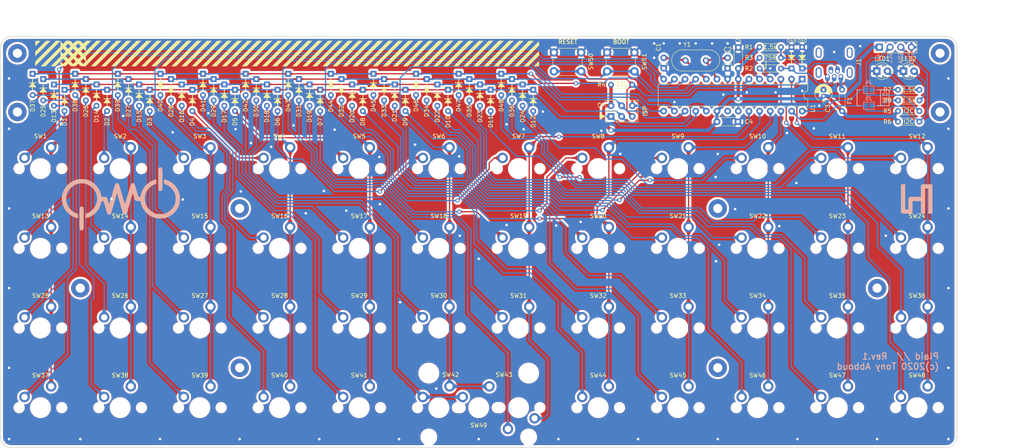
<source format=kicad_pcb>
(kicad_pcb (version 20171130) (host pcbnew "(5.1.4-0-10_14)")
  (layers (0 F.Cu signal hide) (31 B.Cu signal hide) (34 B.Paste user) (35 F.Paste user) (36 B.SilkS user) (37 F.SilkS user) (38 B.Mask user) (39 F.Mask user) (44 Edge.Cuts user))
  (net 0 "")
  (net 1 "Net-(C1-Pad1)")
  (net 2 GND)
  (net 3 /ROW0)
  (net 4 "Net-(D3-Pad2)")
  (net 5 "Net-(D4-Pad2)")
  (net 6 "Net-(D5-Pad2)")
  (net 7 "Net-(D6-Pad2)")
  (net 8 "Net-(D7-Pad2)")
  (net 9 "Net-(D8-Pad2)")
  (net 10 "Net-(D9-Pad2)")
  (net 11 "Net-(D10-Pad2)")
  (net 12 "Net-(D11-Pad2)")
  (net 13 "Net-(D12-Pad2)")
  (net 14 /ROW1)
  (net 15 "Net-(D13-Pad2)")
  (net 16 "Net-(D14-Pad2)")
  (net 17 "Net-(D15-Pad2)")
  (net 18 "Net-(D16-Pad2)")
  (net 19 "Net-(D17-Pad2)")
  (net 20 "Net-(D18-Pad2)")
  (net 21 "Net-(D19-Pad2)")
  (net 22 "Net-(D20-Pad2)")
  (net 23 "Net-(D21-Pad2)")
  (net 24 "Net-(D22-Pad2)")
  (net 25 "Net-(D23-Pad2)")
  (net 26 "Net-(D24-Pad2)")
  (net 27 "Net-(D25-Pad2)")
  (net 28 /ROW2)
  (net 29 "Net-(D26-Pad2)")
  (net 30 "Net-(D27-Pad2)")
  (net 31 "Net-(D28-Pad2)")
  (net 32 "Net-(D29-Pad2)")
  (net 33 "Net-(D30-Pad2)")
  (net 34 "Net-(D31-Pad2)")
  (net 35 "Net-(D32-Pad2)")
  (net 36 "Net-(D33-Pad2)")
  (net 37 "Net-(D34-Pad2)")
  (net 38 "Net-(D35-Pad2)")
  (net 39 "Net-(D36-Pad2)")
  (net 40 "Net-(D37-Pad2)")
  (net 41 "Net-(D38-Pad2)")
  (net 42 "Net-(D39-Pad2)")
  (net 43 "Net-(D40-Pad2)")
  (net 44 "Net-(D41-Pad2)")
  (net 45 "Net-(D42-Pad2)")
  (net 46 "Net-(D43-Pad2)")
  (net 47 "Net-(D44-Pad2)")
  (net 48 "Net-(D45-Pad2)")
  (net 49 "Net-(D46-Pad2)")
  (net 50 "Net-(D47-Pad2)")
  (net 51 "Net-(D48-Pad2)")
  (net 52 /USB_D+)
  (net 53 /USB_D-)
  (net 54 /RESET)
  (net 55 /COL0)
  (net 56 /COL1)
  (net 57 /COL2)
  (net 58 /COL3)
  (net 59 /COL4)
  (net 60 /COL5)
  (net 61 /COL6)
  (net 62 /COL7)
  (net 63 /COL8)
  (net 64 /COL9)
  (net 65 /COL10)
  (net 66 /COL11)
  (net 67 "Net-(C2-Pad1)")
  (net 68 +5V)
  (net 69 "Net-(F1-Pad1)")
  (net 70 "Net-(D1-Pad2)")
  (net 71 "Net-(D2-Pad2)")
  (net 72 "Net-(D49-Pad1)")
  (net 73 "Net-(D50-Pad1)")
  (net 74 /i2c_SCL)
  (net 75 /i2c_SDA)
  (net 76 "Net-(J4-Pad1)")
  (net 77 "Net-(J5-Pad1)")
  (net 78 "Net-(LED1-Pad2)")
  (net 79 "Net-(LED2-Pad2)")
  (net 80 /ROW3)
  (module Capacitors_THT:CP_Radial_D4.0mm_P1.50mm (layer F.Cu) (at 246.215 64.2 90)
    (fp_text reference C3 (at -2.945 1.016 90) (layer F.SilkS))
    (fp_text value 10u)
    (pad 2 thru_hole rect (at 1.5 0 90) (size 1.2 1.2) (drill 0.6) (layers *.Cu *.Mask) (net 2 GND))
    (pad 1 thru_hole circle (at 0 0 90) (size 1.2 1.2) (drill 0.6) (layers *.Cu *.Mask) (net 68 +5V))
  )
  (module SMKJP:SW_Cherry_MX1A_1.00u_PCB (layer F.Cu) (at 173.5 138.5 180)
    (fp_text reference SW43 (at 3.485 7.855 180) (layer F.SilkS))
    (fp_text value SW_Push hide)
    (pad 2 thru_hole circle (at 2.54 -5.08 180) (size 2.5 2.5) (drill 1.5) (layers *.Cu *.Mask) (net 46 "Net-(D43-Pad2)"))
    (pad 1 thru_hole circle (at -3.81 -2.54 180) (size 2.5 2.5) (drill 1.5) (layers *.Cu *.Mask) (net 61 /COL6))
    (pad "" np_thru_hole circle (at 0 0 180) (size 4 4) (drill 4) (layers *.Cu *.Mask))
    (pad "" np_thru_hole circle (at -5.08 0 180) (size 1.7 1.7) (drill 1.7) (layers *.Cu *.Mask))
  )
  (module SMKJP:SW_Cherry_MX1A_1.00u_PCB (layer F.Cu) (at 154.5 138.5)
    (fp_text reference SW42 (at 2.815 -7.855) (layer F.SilkS))
    (fp_text value SW_Push hide)
    (pad 2 thru_hole circle (at 2.54 -5.08) (size 2.5 2.5) (drill 1.5) (layers *.Cu *.Mask) (net 60 /COL5))
    (pad 1 thru_hole circle (at -3.81 -2.54) (size 2.5 2.5) (drill 1.5) (layers *.Cu *.Mask) (net 45 "Net-(D42-Pad2)"))
    (pad "" np_thru_hole circle (at 0 0) (size 4 4) (drill 4) (layers *.Cu *.Mask))
    (pad "" np_thru_hole circle (at -5.08 0) (size 1.7 1.7) (drill 1.7) (layers *.Cu *.Mask))
  )
  (module SMKJP:SW_Cherry_MX1A_2.0U_PCB_universal_center (layer F.Cu) (at 164 138.5)
    (fp_text reference SW49 (at 0 4.21) (layer F.SilkS))
    (fp_text value SW_Push hide)
    (pad "" np_thru_hole oval (at 4.75 0) (size 2.36 1.7) (drill oval 2.36 1.7) (layers *.Cu *.Mask))
    (pad "" np_thru_hole oval (at -4.75 0) (size 2.36 1.7) (drill oval 2.36 1.7) (layers *.Cu *.Mask))
    (pad "" np_thru_hole circle (at 0 0) (size 4 4) (drill 4) (layers *.Cu *.Mask))
    (pad 1 thru_hole circle (at -3.81 -2.54) (size 2.5 2.5) (drill 1.5) (layers *.Cu *.Mask) (net 45 "Net-(D42-Pad2)"))
    (pad 2 thru_hole circle (at 2.54 -5.08) (size 2.5 2.5) (drill 1.5) (layers *.Cu *.Mask) (net 60 /COL5))
  )
  (module Capacitors_THT:C_Disc_D4.3mm_W1.9mm_P5.00mm (layer F.Cu) (at 225.895 57.62 90)
    (fp_text reference C5 (at 6.604 0 180) (layer F.SilkS) (effects (font (size 0.8 0.8) (thickness 0.1))))
    (fp_text value 100n)
    (pad 1 thru_hole circle (at 0 0 90) (size 1.6 1.6) (drill 0.8) (layers *.Cu *.Mask) (net 68 +5V))
    (pad 2 thru_hole circle (at 5 0 90) (size 1.6 1.6) (drill 0.8) (layers *.Cu *.Mask) (net 2 GND))
  )
  (module Capacitors_THT:C_Disc_D4.3mm_W1.9mm_P5.00mm (layer F.Cu) (at 220.815 70.32)
    (fp_text reference C4 (at 7.62 0) (layer F.SilkS))
    (fp_text value 100n)
    (pad 1 thru_hole circle (at 0 0) (size 1.6 1.6) (drill 0.8) (layers *.Cu *.Mask) (net 68 +5V))
    (pad 2 thru_hole circle (at 5 0) (size 1.6 1.6) (drill 0.8) (layers *.Cu *.Mask) (net 2 GND))
  )
  (module SMKJP:SW_Cherry_MX1A_1.00u_PCB (layer F.Cu) (at 249.5 81.5)
    (fp_text reference SW11 (at 0 -7.7) (layer F.SilkS))
    (fp_text value SW_Push hide)
    (pad 2 thru_hole circle (at 2.54 -5.08) (size 2.5 2.5) (drill 1.5) (layers *.Cu *.Mask) (net 65 /COL10))
    (pad 1 thru_hole circle (at -3.81 -2.54) (size 2.5 2.5) (drill 1.5) (layers *.Cu *.Mask) (net 12 "Net-(D11-Pad2)"))
    (pad "" np_thru_hole circle (at 0 0) (size 4 4) (drill 4) (layers *.Cu *.Mask))
    (pad "" np_thru_hole circle (at -5.08 0) (size 1.7 1.7) (drill 1.7) (layers *.Cu *.Mask))
    (pad "" np_thru_hole circle (at 5.08 0) (size 1.7 1.7) (drill 1.7) (layers *.Cu *.Mask))
  )
  (module SMKJP:SW_Cherry_MX1A_1.00u_PCB (layer F.Cu) (at 173.5 100.5)
    (fp_text reference SW19 (at 0 -7.7) (layer F.SilkS))
    (fp_text value SW_Push hide)
    (pad 2 thru_hole circle (at 2.54 -5.08) (size 2.5 2.5) (drill 1.5) (layers *.Cu *.Mask) (net 61 /COL6))
    (pad 1 thru_hole circle (at -3.81 -2.54) (size 2.5 2.5) (drill 1.5) (layers *.Cu *.Mask) (net 21 "Net-(D19-Pad2)"))
    (pad "" np_thru_hole circle (at 0 0) (size 4 4) (drill 4) (layers *.Cu *.Mask))
    (pad "" np_thru_hole circle (at -5.08 0) (size 1.7 1.7) (drill 1.7) (layers *.Cu *.Mask))
    (pad "" np_thru_hole circle (at 5.08 0) (size 1.7 1.7) (drill 1.7) (layers *.Cu *.Mask))
  )
  (module SMKJP:SW_Cherry_MX1A_1.00u_PCB (layer F.Cu) (at 192.5 81.5)
    (fp_text reference SW8 (at 0 -7.7) (layer F.SilkS))
    (fp_text value SW_Push hide)
    (pad 2 thru_hole circle (at 2.54 -5.08) (size 2.5 2.5) (drill 1.5) (layers *.Cu *.Mask) (net 62 /COL7))
    (pad 1 thru_hole circle (at -3.81 -2.54) (size 2.5 2.5) (drill 1.5) (layers *.Cu *.Mask) (net 9 "Net-(D8-Pad2)"))
    (pad "" np_thru_hole circle (at 0 0) (size 4 4) (drill 4) (layers *.Cu *.Mask))
    (pad "" np_thru_hole circle (at -5.08 0) (size 1.7 1.7) (drill 1.7) (layers *.Cu *.Mask))
    (pad "" np_thru_hole circle (at 5.08 0) (size 1.7 1.7) (drill 1.7) (layers *.Cu *.Mask))
  )
  (module SMKJP:SW_Cherry_MX1A_1.00u_PCB (layer F.Cu) (at 211.5 81.5)
    (fp_text reference SW9 (at 0 -7.7) (layer F.SilkS))
    (fp_text value SW_Push hide)
    (pad 2 thru_hole circle (at 2.54 -5.08) (size 2.5 2.5) (drill 1.5) (layers *.Cu *.Mask) (net 63 /COL8))
    (pad 1 thru_hole circle (at -3.81 -2.54) (size 2.5 2.5) (drill 1.5) (layers *.Cu *.Mask) (net 10 "Net-(D9-Pad2)"))
    (pad "" np_thru_hole circle (at 0 0) (size 4 4) (drill 4) (layers *.Cu *.Mask))
    (pad "" np_thru_hole circle (at -5.08 0) (size 1.7 1.7) (drill 1.7) (layers *.Cu *.Mask))
    (pad "" np_thru_hole circle (at 5.08 0) (size 1.7 1.7) (drill 1.7) (layers *.Cu *.Mask))
  )
  (module SMKJP:SW_Cherry_MX1A_1.00u_PCB (layer F.Cu) (at 173.5 81.5)
    (fp_text reference SW7 (at 0 -7.7) (layer F.SilkS))
    (fp_text value SW_Push hide)
    (pad 2 thru_hole circle (at 2.54 -5.08) (size 2.5 2.5) (drill 1.5) (layers *.Cu *.Mask) (net 61 /COL6))
    (pad 1 thru_hole circle (at -3.81 -2.54) (size 2.5 2.5) (drill 1.5) (layers *.Cu *.Mask) (net 8 "Net-(D7-Pad2)"))
    (pad "" np_thru_hole circle (at 0 0) (size 4 4) (drill 4) (layers *.Cu *.Mask))
    (pad "" np_thru_hole circle (at -5.08 0) (size 1.7 1.7) (drill 1.7) (layers *.Cu *.Mask))
    (pad "" np_thru_hole circle (at 5.08 0) (size 1.7 1.7) (drill 1.7) (layers *.Cu *.Mask))
  )
  (module SMKJP:SW_Cherry_MX1A_1.00u_PCB (layer F.Cu) (at 78.5 81.5)
    (fp_text reference SW2 (at 0 -7.7) (layer F.SilkS))
    (fp_text value SW_Push hide)
    (pad 2 thru_hole circle (at 2.54 -5.08) (size 2.5 2.5) (drill 1.5) (layers *.Cu *.Mask) (net 56 /COL1))
    (pad 1 thru_hole circle (at -3.81 -2.54) (size 2.5 2.5) (drill 1.5) (layers *.Cu *.Mask) (net 71 "Net-(D2-Pad2)"))
    (pad "" np_thru_hole circle (at 0 0) (size 4 4) (drill 4) (layers *.Cu *.Mask))
    (pad "" np_thru_hole circle (at -5.08 0) (size 1.7 1.7) (drill 1.7) (layers *.Cu *.Mask))
    (pad "" np_thru_hole circle (at 5.08 0) (size 1.7 1.7) (drill 1.7) (layers *.Cu *.Mask))
  )
  (module SMKJP:SW_Cherry_MX1A_1.00u_PCB (layer F.Cu) (at 116.5 138.5)
    (fp_text reference SW40 (at 0 -7.7) (layer F.SilkS))
    (fp_text value SW_Push hide)
    (pad 2 thru_hole circle (at 2.54 -5.08) (size 2.5 2.5) (drill 1.5) (layers *.Cu *.Mask) (net 58 /COL3))
    (pad 1 thru_hole circle (at -3.81 -2.54) (size 2.5 2.5) (drill 1.5) (layers *.Cu *.Mask) (net 43 "Net-(D40-Pad2)"))
    (pad "" np_thru_hole circle (at 0 0) (size 4 4) (drill 4) (layers *.Cu *.Mask))
    (pad "" np_thru_hole circle (at -5.08 0) (size 1.7 1.7) (drill 1.7) (layers *.Cu *.Mask))
    (pad "" np_thru_hole circle (at 5.08 0) (size 1.7 1.7) (drill 1.7) (layers *.Cu *.Mask))
  )
  (module SMKJP:SW_Cherry_MX1A_1.00u_PCB (layer F.Cu) (at 116.5 119.5)
    (fp_text reference SW28 (at 0 -7.7) (layer F.SilkS))
    (fp_text value SW_Push hide)
    (pad 2 thru_hole circle (at 2.54 -5.08) (size 2.5 2.5) (drill 1.5) (layers *.Cu *.Mask) (net 58 /COL3))
    (pad 1 thru_hole circle (at -3.81 -2.54) (size 2.5 2.5) (drill 1.5) (layers *.Cu *.Mask) (net 31 "Net-(D28-Pad2)"))
    (pad "" np_thru_hole circle (at 0 0) (size 4 4) (drill 4) (layers *.Cu *.Mask))
    (pad "" np_thru_hole circle (at -5.08 0) (size 1.7 1.7) (drill 1.7) (layers *.Cu *.Mask))
    (pad "" np_thru_hole circle (at 5.08 0) (size 1.7 1.7) (drill 1.7) (layers *.Cu *.Mask))
  )
  (module SMKJP:SW_Cherry_MX1A_1.00u_PCB (layer F.Cu) (at 59.5 81.5)
    (fp_text reference SW1 (at 0 -7.7) (layer F.SilkS))
    (fp_text value SW_Push hide)
    (pad 2 thru_hole circle (at 2.54 -5.08) (size 2.5 2.5) (drill 1.5) (layers *.Cu *.Mask) (net 55 /COL0))
    (pad 1 thru_hole circle (at -3.81 -2.54) (size 2.5 2.5) (drill 1.5) (layers *.Cu *.Mask) (net 70 "Net-(D1-Pad2)"))
    (pad "" np_thru_hole circle (at 0 0) (size 4 4) (drill 4) (layers *.Cu *.Mask))
    (pad "" np_thru_hole circle (at -5.08 0) (size 1.7 1.7) (drill 1.7) (layers *.Cu *.Mask))
    (pad "" np_thru_hole circle (at 5.08 0) (size 1.7 1.7) (drill 1.7) (layers *.Cu *.Mask))
  )
  (module SMKJP:SW_Cherry_MX1A_1.00u_PCB (layer F.Cu) (at 97.5 81.5)
    (fp_text reference SW3 (at 0 -7.7) (layer F.SilkS))
    (fp_text value SW_Push hide)
    (pad 2 thru_hole circle (at 2.54 -5.08) (size 2.5 2.5) (drill 1.5) (layers *.Cu *.Mask) (net 57 /COL2))
    (pad 1 thru_hole circle (at -3.81 -2.54) (size 2.5 2.5) (drill 1.5) (layers *.Cu *.Mask) (net 4 "Net-(D3-Pad2)"))
    (pad "" np_thru_hole circle (at 0 0) (size 4 4) (drill 4) (layers *.Cu *.Mask))
    (pad "" np_thru_hole circle (at -5.08 0) (size 1.7 1.7) (drill 1.7) (layers *.Cu *.Mask))
    (pad "" np_thru_hole circle (at 5.08 0) (size 1.7 1.7) (drill 1.7) (layers *.Cu *.Mask))
  )
  (module SMKJP:SW_Cherry_MX1A_1.00u_PCB (layer F.Cu) (at 116.5 81.5)
    (fp_text reference SW4 (at 0 -7.7) (layer F.SilkS))
    (fp_text value SW_Push hide)
    (pad 2 thru_hole circle (at 2.54 -5.08) (size 2.5 2.5) (drill 1.5) (layers *.Cu *.Mask) (net 58 /COL3))
    (pad 1 thru_hole circle (at -3.81 -2.54) (size 2.5 2.5) (drill 1.5) (layers *.Cu *.Mask) (net 5 "Net-(D4-Pad2)"))
    (pad "" np_thru_hole circle (at 0 0) (size 4 4) (drill 4) (layers *.Cu *.Mask))
    (pad "" np_thru_hole circle (at -5.08 0) (size 1.7 1.7) (drill 1.7) (layers *.Cu *.Mask))
    (pad "" np_thru_hole circle (at 5.08 0) (size 1.7 1.7) (drill 1.7) (layers *.Cu *.Mask))
  )
  (module SMKJP:SW_Cherry_MX1A_1.00u_PCB (layer F.Cu) (at 135.5 81.5)
    (fp_text reference SW5 (at 0 -7.7) (layer F.SilkS))
    (fp_text value SW_Push hide)
    (pad 2 thru_hole circle (at 2.54 -5.08) (size 2.5 2.5) (drill 1.5) (layers *.Cu *.Mask) (net 59 /COL4))
    (pad 1 thru_hole circle (at -3.81 -2.54) (size 2.5 2.5) (drill 1.5) (layers *.Cu *.Mask) (net 6 "Net-(D5-Pad2)"))
    (pad "" np_thru_hole circle (at 0 0) (size 4 4) (drill 4) (layers *.Cu *.Mask))
    (pad "" np_thru_hole circle (at -5.08 0) (size 1.7 1.7) (drill 1.7) (layers *.Cu *.Mask))
    (pad "" np_thru_hole circle (at 5.08 0) (size 1.7 1.7) (drill 1.7) (layers *.Cu *.Mask))
  )
  (module SMKJP:SW_Cherry_MX1A_1.00u_PCB (layer F.Cu) (at 154.5 81.5)
    (fp_text reference SW6 (at 0 -7.7) (layer F.SilkS))
    (fp_text value SW_Push hide)
    (pad 2 thru_hole circle (at 2.54 -5.08) (size 2.5 2.5) (drill 1.5) (layers *.Cu *.Mask) (net 60 /COL5))
    (pad 1 thru_hole circle (at -3.81 -2.54) (size 2.5 2.5) (drill 1.5) (layers *.Cu *.Mask) (net 7 "Net-(D6-Pad2)"))
    (pad "" np_thru_hole circle (at 0 0) (size 4 4) (drill 4) (layers *.Cu *.Mask))
    (pad "" np_thru_hole circle (at -5.08 0) (size 1.7 1.7) (drill 1.7) (layers *.Cu *.Mask))
    (pad "" np_thru_hole circle (at 5.08 0) (size 1.7 1.7) (drill 1.7) (layers *.Cu *.Mask))
  )
  (module SMKJP:SW_Cherry_MX1A_1.00u_PCB (layer F.Cu) (at 230.5 81.5)
    (fp_text reference SW10 (at 0 -7.7) (layer F.SilkS))
    (fp_text value SW_Push hide)
    (pad 2 thru_hole circle (at 2.54 -5.08) (size 2.5 2.5) (drill 1.5) (layers *.Cu *.Mask) (net 64 /COL9))
    (pad 1 thru_hole circle (at -3.81 -2.54) (size 2.5 2.5) (drill 1.5) (layers *.Cu *.Mask) (net 11 "Net-(D10-Pad2)"))
    (pad "" np_thru_hole circle (at 0 0) (size 4 4) (drill 4) (layers *.Cu *.Mask))
    (pad "" np_thru_hole circle (at -5.08 0) (size 1.7 1.7) (drill 1.7) (layers *.Cu *.Mask))
    (pad "" np_thru_hole circle (at 5.08 0) (size 1.7 1.7) (drill 1.7) (layers *.Cu *.Mask))
  )
  (module SMKJP:SW_Cherry_MX1A_1.00u_PCB (layer F.Cu) (at 268.5 81.5)
    (fp_text reference SW12 (at 0 -7.7) (layer F.SilkS))
    (fp_text value SW_Push hide)
    (pad 2 thru_hole circle (at 2.54 -5.08) (size 2.5 2.5) (drill 1.5) (layers *.Cu *.Mask) (net 66 /COL11))
    (pad 1 thru_hole circle (at -3.81 -2.54) (size 2.5 2.5) (drill 1.5) (layers *.Cu *.Mask) (net 13 "Net-(D12-Pad2)"))
    (pad "" np_thru_hole circle (at 0 0) (size 4 4) (drill 4) (layers *.Cu *.Mask))
    (pad "" np_thru_hole circle (at -5.08 0) (size 1.7 1.7) (drill 1.7) (layers *.Cu *.Mask))
    (pad "" np_thru_hole circle (at 5.08 0) (size 1.7 1.7) (drill 1.7) (layers *.Cu *.Mask))
  )
  (module SMKJP:SW_Cherry_MX1A_1.00u_PCB (layer F.Cu) (at 59.5 100.5)
    (fp_text reference SW13 (at 0 -7.7) (layer F.SilkS))
    (fp_text value SW_Push hide)
    (pad 2 thru_hole circle (at 2.54 -5.08) (size 2.5 2.5) (drill 1.5) (layers *.Cu *.Mask) (net 55 /COL0))
    (pad 1 thru_hole circle (at -3.81 -2.54) (size 2.5 2.5) (drill 1.5) (layers *.Cu *.Mask) (net 15 "Net-(D13-Pad2)"))
    (pad "" np_thru_hole circle (at 0 0) (size 4 4) (drill 4) (layers *.Cu *.Mask))
    (pad "" np_thru_hole circle (at -5.08 0) (size 1.7 1.7) (drill 1.7) (layers *.Cu *.Mask))
    (pad "" np_thru_hole circle (at 5.08 0) (size 1.7 1.7) (drill 1.7) (layers *.Cu *.Mask))
  )
  (module SMKJP:SW_Cherry_MX1A_1.00u_PCB (layer F.Cu) (at 78.5 100.5)
    (fp_text reference SW14 (at 0 -7.7) (layer F.SilkS))
    (fp_text value SW_Push hide)
    (pad 2 thru_hole circle (at 2.54 -5.08) (size 2.5 2.5) (drill 1.5) (layers *.Cu *.Mask) (net 56 /COL1))
    (pad 1 thru_hole circle (at -3.81 -2.54) (size 2.5 2.5) (drill 1.5) (layers *.Cu *.Mask) (net 16 "Net-(D14-Pad2)"))
    (pad "" np_thru_hole circle (at 0 0) (size 4 4) (drill 4) (layers *.Cu *.Mask))
    (pad "" np_thru_hole circle (at -5.08 0) (size 1.7 1.7) (drill 1.7) (layers *.Cu *.Mask))
    (pad "" np_thru_hole circle (at 5.08 0) (size 1.7 1.7) (drill 1.7) (layers *.Cu *.Mask))
  )
  (module SMKJP:SW_Cherry_MX1A_1.00u_PCB (layer F.Cu) (at 97.5 100.5)
    (fp_text reference SW15 (at 0 -7.7) (layer F.SilkS))
    (fp_text value SW_Push hide)
    (pad 2 thru_hole circle (at 2.54 -5.08) (size 2.5 2.5) (drill 1.5) (layers *.Cu *.Mask) (net 57 /COL2))
    (pad 1 thru_hole circle (at -3.81 -2.54) (size 2.5 2.5) (drill 1.5) (layers *.Cu *.Mask) (net 17 "Net-(D15-Pad2)"))
    (pad "" np_thru_hole circle (at 0 0) (size 4 4) (drill 4) (layers *.Cu *.Mask))
    (pad "" np_thru_hole circle (at -5.08 0) (size 1.7 1.7) (drill 1.7) (layers *.Cu *.Mask))
    (pad "" np_thru_hole circle (at 5.08 0) (size 1.7 1.7) (drill 1.7) (layers *.Cu *.Mask))
  )
  (module SMKJP:SW_Cherry_MX1A_1.00u_PCB (layer F.Cu) (at 116.5 100.5)
    (fp_text reference SW16 (at 0 -7.7) (layer F.SilkS))
    (fp_text value SW_Push hide)
    (pad 2 thru_hole circle (at 2.54 -5.08) (size 2.5 2.5) (drill 1.5) (layers *.Cu *.Mask) (net 58 /COL3))
    (pad 1 thru_hole circle (at -3.81 -2.54) (size 2.5 2.5) (drill 1.5) (layers *.Cu *.Mask) (net 18 "Net-(D16-Pad2)"))
    (pad "" np_thru_hole circle (at 0 0) (size 4 4) (drill 4) (layers *.Cu *.Mask))
    (pad "" np_thru_hole circle (at -5.08 0) (size 1.7 1.7) (drill 1.7) (layers *.Cu *.Mask))
    (pad "" np_thru_hole circle (at 5.08 0) (size 1.7 1.7) (drill 1.7) (layers *.Cu *.Mask))
  )
  (module SMKJP:SW_Cherry_MX1A_1.00u_PCB (layer F.Cu) (at 135.5 100.5)
    (fp_text reference SW17 (at 0 -7.7) (layer F.SilkS))
    (fp_text value SW_Push hide)
    (pad 2 thru_hole circle (at 2.54 -5.08) (size 2.5 2.5) (drill 1.5) (layers *.Cu *.Mask) (net 59 /COL4))
    (pad 1 thru_hole circle (at -3.81 -2.54) (size 2.5 2.5) (drill 1.5) (layers *.Cu *.Mask) (net 19 "Net-(D17-Pad2)"))
    (pad "" np_thru_hole circle (at 0 0) (size 4 4) (drill 4) (layers *.Cu *.Mask))
    (pad "" np_thru_hole circle (at -5.08 0) (size 1.7 1.7) (drill 1.7) (layers *.Cu *.Mask))
    (pad "" np_thru_hole circle (at 5.08 0) (size 1.7 1.7) (drill 1.7) (layers *.Cu *.Mask))
  )
  (module SMKJP:SW_Cherry_MX1A_1.00u_PCB (layer F.Cu) (at 154.5 100.5)
    (fp_text reference SW18 (at 0 -7.7) (layer F.SilkS))
    (fp_text value SW_Push hide)
    (pad 2 thru_hole circle (at 2.54 -5.08) (size 2.5 2.5) (drill 1.5) (layers *.Cu *.Mask) (net 60 /COL5))
    (pad 1 thru_hole circle (at -3.81 -2.54) (size 2.5 2.5) (drill 1.5) (layers *.Cu *.Mask) (net 20 "Net-(D18-Pad2)"))
    (pad "" np_thru_hole circle (at 0 0) (size 4 4) (drill 4) (layers *.Cu *.Mask))
    (pad "" np_thru_hole circle (at -5.08 0) (size 1.7 1.7) (drill 1.7) (layers *.Cu *.Mask))
    (pad "" np_thru_hole circle (at 5.08 0) (size 1.7 1.7) (drill 1.7) (layers *.Cu *.Mask))
  )
  (module SMKJP:SW_Cherry_MX1A_1.00u_PCB (layer F.Cu) (at 192.5 100.5)
    (fp_text reference SW20 (at 0 -7.7) (layer F.SilkS))
    (fp_text value SW_Push hide)
    (pad 2 thru_hole circle (at 2.54 -5.08) (size 2.5 2.5) (drill 1.5) (layers *.Cu *.Mask) (net 62 /COL7))
    (pad 1 thru_hole circle (at -3.81 -2.54) (size 2.5 2.5) (drill 1.5) (layers *.Cu *.Mask) (net 22 "Net-(D20-Pad2)"))
    (pad "" np_thru_hole circle (at 0 0) (size 4 4) (drill 4) (layers *.Cu *.Mask))
    (pad "" np_thru_hole circle (at -5.08 0) (size 1.7 1.7) (drill 1.7) (layers *.Cu *.Mask))
    (pad "" np_thru_hole circle (at 5.08 0) (size 1.7 1.7) (drill 1.7) (layers *.Cu *.Mask))
  )
  (module SMKJP:SW_Cherry_MX1A_1.00u_PCB (layer F.Cu) (at 211.5 100.5)
    (fp_text reference SW21 (at 0 -7.7) (layer F.SilkS))
    (fp_text value SW_Push hide)
    (pad 2 thru_hole circle (at 2.54 -5.08) (size 2.5 2.5) (drill 1.5) (layers *.Cu *.Mask) (net 63 /COL8))
    (pad 1 thru_hole circle (at -3.81 -2.54) (size 2.5 2.5) (drill 1.5) (layers *.Cu *.Mask) (net 23 "Net-(D21-Pad2)"))
    (pad "" np_thru_hole circle (at 0 0) (size 4 4) (drill 4) (layers *.Cu *.Mask))
    (pad "" np_thru_hole circle (at -5.08 0) (size 1.7 1.7) (drill 1.7) (layers *.Cu *.Mask))
    (pad "" np_thru_hole circle (at 5.08 0) (size 1.7 1.7) (drill 1.7) (layers *.Cu *.Mask))
  )
  (module SMKJP:SW_Cherry_MX1A_1.00u_PCB (layer F.Cu) (at 230.5 100.5)
    (fp_text reference SW22 (at 0 -7.7) (layer F.SilkS))
    (fp_text value SW_Push hide)
    (pad 2 thru_hole circle (at 2.54 -5.08) (size 2.5 2.5) (drill 1.5) (layers *.Cu *.Mask) (net 64 /COL9))
    (pad 1 thru_hole circle (at -3.81 -2.54) (size 2.5 2.5) (drill 1.5) (layers *.Cu *.Mask) (net 24 "Net-(D22-Pad2)"))
    (pad "" np_thru_hole circle (at 0 0) (size 4 4) (drill 4) (layers *.Cu *.Mask))
    (pad "" np_thru_hole circle (at -5.08 0) (size 1.7 1.7) (drill 1.7) (layers *.Cu *.Mask))
    (pad "" np_thru_hole circle (at 5.08 0) (size 1.7 1.7) (drill 1.7) (layers *.Cu *.Mask))
  )
  (module SMKJP:SW_Cherry_MX1A_1.00u_PCB (layer F.Cu) (at 249.5 100.5)
    (fp_text reference SW23 (at 0 -7.7) (layer F.SilkS))
    (fp_text value SW_Push hide)
    (pad 2 thru_hole circle (at 2.54 -5.08) (size 2.5 2.5) (drill 1.5) (layers *.Cu *.Mask) (net 65 /COL10))
    (pad 1 thru_hole circle (at -3.81 -2.54) (size 2.5 2.5) (drill 1.5) (layers *.Cu *.Mask) (net 25 "Net-(D23-Pad2)"))
    (pad "" np_thru_hole circle (at 0 0) (size 4 4) (drill 4) (layers *.Cu *.Mask))
    (pad "" np_thru_hole circle (at -5.08 0) (size 1.7 1.7) (drill 1.7) (layers *.Cu *.Mask))
    (pad "" np_thru_hole circle (at 5.08 0) (size 1.7 1.7) (drill 1.7) (layers *.Cu *.Mask))
  )
  (module SMKJP:SW_Cherry_MX1A_1.00u_PCB (layer F.Cu) (at 268.5 100.5)
    (fp_text reference SW24 (at 0 -7.7) (layer F.SilkS))
    (fp_text value SW_Push hide)
    (pad 2 thru_hole circle (at 2.54 -5.08) (size 2.5 2.5) (drill 1.5) (layers *.Cu *.Mask) (net 66 /COL11))
    (pad 1 thru_hole circle (at -3.81 -2.54) (size 2.5 2.5) (drill 1.5) (layers *.Cu *.Mask) (net 26 "Net-(D24-Pad2)"))
    (pad "" np_thru_hole circle (at 0 0) (size 4 4) (drill 4) (layers *.Cu *.Mask))
    (pad "" np_thru_hole circle (at -5.08 0) (size 1.7 1.7) (drill 1.7) (layers *.Cu *.Mask))
    (pad "" np_thru_hole circle (at 5.08 0) (size 1.7 1.7) (drill 1.7) (layers *.Cu *.Mask))
  )
  (module SMKJP:SW_Cherry_MX1A_1.00u_PCB (layer F.Cu) (at 59.5 119.5)
    (fp_text reference SW25 (at 0 -7.7) (layer F.SilkS))
    (fp_text value SW_Push hide)
    (pad 2 thru_hole circle (at 2.54 -5.08) (size 2.5 2.5) (drill 1.5) (layers *.Cu *.Mask) (net 55 /COL0))
    (pad 1 thru_hole circle (at -3.81 -2.54) (size 2.5 2.5) (drill 1.5) (layers *.Cu *.Mask) (net 27 "Net-(D25-Pad2)"))
    (pad "" np_thru_hole circle (at 0 0) (size 4 4) (drill 4) (layers *.Cu *.Mask))
    (pad "" np_thru_hole circle (at -5.08 0) (size 1.7 1.7) (drill 1.7) (layers *.Cu *.Mask))
    (pad "" np_thru_hole circle (at 5.08 0) (size 1.7 1.7) (drill 1.7) (layers *.Cu *.Mask))
  )
  (module SMKJP:SW_Cherry_MX1A_1.00u_PCB (layer F.Cu) (at 78.5 119.5)
    (fp_text reference SW26 (at 0 -7.7) (layer F.SilkS))
    (fp_text value SW_Push hide)
    (pad 2 thru_hole circle (at 2.54 -5.08) (size 2.5 2.5) (drill 1.5) (layers *.Cu *.Mask) (net 56 /COL1))
    (pad 1 thru_hole circle (at -3.81 -2.54) (size 2.5 2.5) (drill 1.5) (layers *.Cu *.Mask) (net 29 "Net-(D26-Pad2)"))
    (pad "" np_thru_hole circle (at 0 0) (size 4 4) (drill 4) (layers *.Cu *.Mask))
    (pad "" np_thru_hole circle (at -5.08 0) (size 1.7 1.7) (drill 1.7) (layers *.Cu *.Mask))
    (pad "" np_thru_hole circle (at 5.08 0) (size 1.7 1.7) (drill 1.7) (layers *.Cu *.Mask))
  )
  (module SMKJP:SW_Cherry_MX1A_1.00u_PCB (layer F.Cu) (at 97.5 119.5)
    (fp_text reference SW27 (at 0 -7.7) (layer F.SilkS))
    (fp_text value SW_Push hide)
    (pad 2 thru_hole circle (at 2.54 -5.08) (size 2.5 2.5) (drill 1.5) (layers *.Cu *.Mask) (net 57 /COL2))
    (pad 1 thru_hole circle (at -3.81 -2.54) (size 2.5 2.5) (drill 1.5) (layers *.Cu *.Mask) (net 30 "Net-(D27-Pad2)"))
    (pad "" np_thru_hole circle (at 0 0) (size 4 4) (drill 4) (layers *.Cu *.Mask))
    (pad "" np_thru_hole circle (at -5.08 0) (size 1.7 1.7) (drill 1.7) (layers *.Cu *.Mask))
    (pad "" np_thru_hole circle (at 5.08 0) (size 1.7 1.7) (drill 1.7) (layers *.Cu *.Mask))
  )
  (module SMKJP:SW_Cherry_MX1A_1.00u_PCB (layer F.Cu) (at 135.5 119.5)
    (fp_text reference SW29 (at 0 -7.7) (layer F.SilkS))
    (fp_text value SW_Push hide)
    (pad 2 thru_hole circle (at 2.54 -5.08) (size 2.5 2.5) (drill 1.5) (layers *.Cu *.Mask) (net 59 /COL4))
    (pad 1 thru_hole circle (at -3.81 -2.54) (size 2.5 2.5) (drill 1.5) (layers *.Cu *.Mask) (net 32 "Net-(D29-Pad2)"))
    (pad "" np_thru_hole circle (at 0 0) (size 4 4) (drill 4) (layers *.Cu *.Mask))
    (pad "" np_thru_hole circle (at -5.08 0) (size 1.7 1.7) (drill 1.7) (layers *.Cu *.Mask))
    (pad "" np_thru_hole circle (at 5.08 0) (size 1.7 1.7) (drill 1.7) (layers *.Cu *.Mask))
  )
  (module SMKJP:SW_Cherry_MX1A_1.00u_PCB (layer F.Cu) (at 154.5 119.5)
    (fp_text reference SW30 (at 0 -7.7) (layer F.SilkS))
    (fp_text value SW_Push hide)
    (pad 2 thru_hole circle (at 2.54 -5.08) (size 2.5 2.5) (drill 1.5) (layers *.Cu *.Mask) (net 60 /COL5))
    (pad 1 thru_hole circle (at -3.81 -2.54) (size 2.5 2.5) (drill 1.5) (layers *.Cu *.Mask) (net 33 "Net-(D30-Pad2)"))
    (pad "" np_thru_hole circle (at 0 0) (size 4 4) (drill 4) (layers *.Cu *.Mask))
    (pad "" np_thru_hole circle (at -5.08 0) (size 1.7 1.7) (drill 1.7) (layers *.Cu *.Mask))
    (pad "" np_thru_hole circle (at 5.08 0) (size 1.7 1.7) (drill 1.7) (layers *.Cu *.Mask))
  )
  (module SMKJP:SW_Cherry_MX1A_1.00u_PCB (layer F.Cu) (at 173.5 119.5)
    (fp_text reference SW31 (at 0 -7.7) (layer F.SilkS))
    (fp_text value SW_Push hide)
    (pad 2 thru_hole circle (at 2.54 -5.08) (size 2.5 2.5) (drill 1.5) (layers *.Cu *.Mask) (net 61 /COL6))
    (pad 1 thru_hole circle (at -3.81 -2.54) (size 2.5 2.5) (drill 1.5) (layers *.Cu *.Mask) (net 34 "Net-(D31-Pad2)"))
    (pad "" np_thru_hole circle (at 0 0) (size 4 4) (drill 4) (layers *.Cu *.Mask))
    (pad "" np_thru_hole circle (at -5.08 0) (size 1.7 1.7) (drill 1.7) (layers *.Cu *.Mask))
    (pad "" np_thru_hole circle (at 5.08 0) (size 1.7 1.7) (drill 1.7) (layers *.Cu *.Mask))
  )
  (module SMKJP:SW_Cherry_MX1A_1.00u_PCB (layer F.Cu) (at 192.5 119.5)
    (fp_text reference SW32 (at 0 -7.7) (layer F.SilkS))
    (fp_text value SW_Push hide)
    (pad 2 thru_hole circle (at 2.54 -5.08) (size 2.5 2.5) (drill 1.5) (layers *.Cu *.Mask) (net 62 /COL7))
    (pad 1 thru_hole circle (at -3.81 -2.54) (size 2.5 2.5) (drill 1.5) (layers *.Cu *.Mask) (net 35 "Net-(D32-Pad2)"))
    (pad "" np_thru_hole circle (at 0 0) (size 4 4) (drill 4) (layers *.Cu *.Mask))
    (pad "" np_thru_hole circle (at -5.08 0) (size 1.7 1.7) (drill 1.7) (layers *.Cu *.Mask))
    (pad "" np_thru_hole circle (at 5.08 0) (size 1.7 1.7) (drill 1.7) (layers *.Cu *.Mask))
  )
  (module SMKJP:SW_Cherry_MX1A_1.00u_PCB (layer F.Cu) (at 211.5 119.5)
    (fp_text reference SW33 (at 0 -7.7) (layer F.SilkS))
    (fp_text value SW_Push hide)
    (pad 2 thru_hole circle (at 2.54 -5.08) (size 2.5 2.5) (drill 1.5) (layers *.Cu *.Mask) (net 63 /COL8))
    (pad 1 thru_hole circle (at -3.81 -2.54) (size 2.5 2.5) (drill 1.5) (layers *.Cu *.Mask) (net 36 "Net-(D33-Pad2)"))
    (pad "" np_thru_hole circle (at 0 0) (size 4 4) (drill 4) (layers *.Cu *.Mask))
    (pad "" np_thru_hole circle (at -5.08 0) (size 1.7 1.7) (drill 1.7) (layers *.Cu *.Mask))
    (pad "" np_thru_hole circle (at 5.08 0) (size 1.7 1.7) (drill 1.7) (layers *.Cu *.Mask))
  )
  (module SMKJP:SW_Cherry_MX1A_1.00u_PCB (layer F.Cu) (at 230.5 119.5)
    (fp_text reference SW34 (at 0 -7.7) (layer F.SilkS))
    (fp_text value SW_Push hide)
    (pad 2 thru_hole circle (at 2.54 -5.08) (size 2.5 2.5) (drill 1.5) (layers *.Cu *.Mask) (net 64 /COL9))
    (pad 1 thru_hole circle (at -3.81 -2.54) (size 2.5 2.5) (drill 1.5) (layers *.Cu *.Mask) (net 37 "Net-(D34-Pad2)"))
    (pad "" np_thru_hole circle (at 0 0) (size 4 4) (drill 4) (layers *.Cu *.Mask))
    (pad "" np_thru_hole circle (at -5.08 0) (size 1.7 1.7) (drill 1.7) (layers *.Cu *.Mask))
    (pad "" np_thru_hole circle (at 5.08 0) (size 1.7 1.7) (drill 1.7) (layers *.Cu *.Mask))
  )
  (module SMKJP:SW_Cherry_MX1A_1.00u_PCB (layer F.Cu) (at 249.5 119.5)
    (fp_text reference SW35 (at 0 -7.7) (layer F.SilkS))
    (fp_text value SW_Push hide)
    (pad 2 thru_hole circle (at 2.54 -5.08) (size 2.5 2.5) (drill 1.5) (layers *.Cu *.Mask) (net 65 /COL10))
    (pad 1 thru_hole circle (at -3.81 -2.54) (size 2.5 2.5) (drill 1.5) (layers *.Cu *.Mask) (net 38 "Net-(D35-Pad2)"))
    (pad "" np_thru_hole circle (at 0 0) (size 4 4) (drill 4) (layers *.Cu *.Mask))
    (pad "" np_thru_hole circle (at -5.08 0) (size 1.7 1.7) (drill 1.7) (layers *.Cu *.Mask))
    (pad "" np_thru_hole circle (at 5.08 0) (size 1.7 1.7) (drill 1.7) (layers *.Cu *.Mask))
  )
  (module SMKJP:SW_Cherry_MX1A_1.00u_PCB (layer F.Cu) (at 268.5 119.5)
    (fp_text reference SW36 (at 0 -7.7) (layer F.SilkS))
    (fp_text value SW_Push hide)
    (pad 2 thru_hole circle (at 2.54 -5.08) (size 2.5 2.5) (drill 1.5) (layers *.Cu *.Mask) (net 66 /COL11))
    (pad 1 thru_hole circle (at -3.81 -2.54) (size 2.5 2.5) (drill 1.5) (layers *.Cu *.Mask) (net 39 "Net-(D36-Pad2)"))
    (pad "" np_thru_hole circle (at 0 0) (size 4 4) (drill 4) (layers *.Cu *.Mask))
    (pad "" np_thru_hole circle (at -5.08 0) (size 1.7 1.7) (drill 1.7) (layers *.Cu *.Mask))
    (pad "" np_thru_hole circle (at 5.08 0) (size 1.7 1.7) (drill 1.7) (layers *.Cu *.Mask))
  )
  (module SMKJP:SW_Cherry_MX1A_1.00u_PCB (layer F.Cu) (at 59.5 138.5)
    (fp_text reference SW37 (at 0 -7.7) (layer F.SilkS))
    (fp_text value SW_Push hide)
    (pad 2 thru_hole circle (at 2.54 -5.08) (size 2.5 2.5) (drill 1.5) (layers *.Cu *.Mask) (net 55 /COL0))
    (pad 1 thru_hole circle (at -3.81 -2.54) (size 2.5 2.5) (drill 1.5) (layers *.Cu *.Mask) (net 40 "Net-(D37-Pad2)"))
    (pad "" np_thru_hole circle (at 0 0) (size 4 4) (drill 4) (layers *.Cu *.Mask))
    (pad "" np_thru_hole circle (at -5.08 0) (size 1.7 1.7) (drill 1.7) (layers *.Cu *.Mask))
    (pad "" np_thru_hole circle (at 5.08 0) (size 1.7 1.7) (drill 1.7) (layers *.Cu *.Mask))
  )
  (module SMKJP:SW_Cherry_MX1A_1.00u_PCB (layer F.Cu) (at 78.5 138.5)
    (fp_text reference SW38 (at 0 -7.7) (layer F.SilkS))
    (fp_text value SW_Push hide)
    (pad 2 thru_hole circle (at 2.54 -5.08) (size 2.5 2.5) (drill 1.5) (layers *.Cu *.Mask) (net 56 /COL1))
    (pad 1 thru_hole circle (at -3.81 -2.54) (size 2.5 2.5) (drill 1.5) (layers *.Cu *.Mask) (net 41 "Net-(D38-Pad2)"))
    (pad "" np_thru_hole circle (at 0 0) (size 4 4) (drill 4) (layers *.Cu *.Mask))
    (pad "" np_thru_hole circle (at -5.08 0) (size 1.7 1.7) (drill 1.7) (layers *.Cu *.Mask))
    (pad "" np_thru_hole circle (at 5.08 0) (size 1.7 1.7) (drill 1.7) (layers *.Cu *.Mask))
  )
  (module SMKJP:SW_Cherry_MX1A_1.00u_PCB (layer F.Cu) (at 97.5 138.5)
    (fp_text reference SW39 (at 0 -7.7) (layer F.SilkS))
    (fp_text value SW_Push hide)
    (pad 2 thru_hole circle (at 2.54 -5.08) (size 2.5 2.5) (drill 1.5) (layers *.Cu *.Mask) (net 57 /COL2))
    (pad 1 thru_hole circle (at -3.81 -2.54) (size 2.5 2.5) (drill 1.5) (layers *.Cu *.Mask) (net 42 "Net-(D39-Pad2)"))
    (pad "" np_thru_hole circle (at 0 0) (size 4 4) (drill 4) (layers *.Cu *.Mask))
    (pad "" np_thru_hole circle (at -5.08 0) (size 1.7 1.7) (drill 1.7) (layers *.Cu *.Mask))
    (pad "" np_thru_hole circle (at 5.08 0) (size 1.7 1.7) (drill 1.7) (layers *.Cu *.Mask))
  )
  (module SMKJP:SW_Cherry_MX1A_1.00u_PCB (layer F.Cu) (at 135.5 138.5)
    (fp_text reference SW41 (at 0 -7.7) (layer F.SilkS))
    (fp_text value SW_Push hide)
    (pad 2 thru_hole circle (at 2.54 -5.08) (size 2.5 2.5) (drill 1.5) (layers *.Cu *.Mask) (net 59 /COL4))
    (pad 1 thru_hole circle (at -3.81 -2.54) (size 2.5 2.5) (drill 1.5) (layers *.Cu *.Mask) (net 44 "Net-(D41-Pad2)"))
    (pad "" np_thru_hole circle (at 0 0) (size 4 4) (drill 4) (layers *.Cu *.Mask))
    (pad "" np_thru_hole circle (at -5.08 0) (size 1.7 1.7) (drill 1.7) (layers *.Cu *.Mask))
    (pad "" np_thru_hole circle (at 5.08 0) (size 1.7 1.7) (drill 1.7) (layers *.Cu *.Mask))
  )
  (module SMKJP:SW_Cherry_MX1A_1.00u_PCB (layer F.Cu) (at 192.5 138.5)
    (fp_text reference SW44 (at 0 -7.7) (layer F.SilkS))
    (fp_text value SW_Push hide)
    (pad 2 thru_hole circle (at 2.54 -5.08) (size 2.5 2.5) (drill 1.5) (layers *.Cu *.Mask) (net 62 /COL7))
    (pad 1 thru_hole circle (at -3.81 -2.54) (size 2.5 2.5) (drill 1.5) (layers *.Cu *.Mask) (net 47 "Net-(D44-Pad2)"))
    (pad "" np_thru_hole circle (at 0 0) (size 4 4) (drill 4) (layers *.Cu *.Mask))
    (pad "" np_thru_hole circle (at -5.08 0) (size 1.7 1.7) (drill 1.7) (layers *.Cu *.Mask))
    (pad "" np_thru_hole circle (at 5.08 0) (size 1.7 1.7) (drill 1.7) (layers *.Cu *.Mask))
  )
  (module SMKJP:SW_Cherry_MX1A_1.00u_PCB (layer F.Cu) (at 211.5 138.5)
    (fp_text reference SW45 (at 0 -7.7) (layer F.SilkS))
    (fp_text value SW_Push hide)
    (pad 2 thru_hole circle (at 2.54 -5.08) (size 2.5 2.5) (drill 1.5) (layers *.Cu *.Mask) (net 63 /COL8))
    (pad 1 thru_hole circle (at -3.81 -2.54) (size 2.5 2.5) (drill 1.5) (layers *.Cu *.Mask) (net 48 "Net-(D45-Pad2)"))
    (pad "" np_thru_hole circle (at 0 0) (size 4 4) (drill 4) (layers *.Cu *.Mask))
    (pad "" np_thru_hole circle (at -5.08 0) (size 1.7 1.7) (drill 1.7) (layers *.Cu *.Mask))
    (pad "" np_thru_hole circle (at 5.08 0) (size 1.7 1.7) (drill 1.7) (layers *.Cu *.Mask))
  )
  (module SMKJP:SW_Cherry_MX1A_1.00u_PCB (layer F.Cu) (at 230.5 138.5)
    (fp_text reference SW46 (at 0 -7.7) (layer F.SilkS))
    (fp_text value SW_Push hide)
    (pad 2 thru_hole circle (at 2.54 -5.08) (size 2.5 2.5) (drill 1.5) (layers *.Cu *.Mask) (net 64 /COL9))
    (pad 1 thru_hole circle (at -3.81 -2.54) (size 2.5 2.5) (drill 1.5) (layers *.Cu *.Mask) (net 49 "Net-(D46-Pad2)"))
    (pad "" np_thru_hole circle (at 0 0) (size 4 4) (drill 4) (layers *.Cu *.Mask))
    (pad "" np_thru_hole circle (at -5.08 0) (size 1.7 1.7) (drill 1.7) (layers *.Cu *.Mask))
    (pad "" np_thru_hole circle (at 5.08 0) (size 1.7 1.7) (drill 1.7) (layers *.Cu *.Mask))
  )
  (module SMKJP:SW_Cherry_MX1A_1.00u_PCB (layer F.Cu) (at 249.5 138.5)
    (fp_text reference SW47 (at 0 -7.7) (layer F.SilkS))
    (fp_text value SW_Push hide)
    (pad 2 thru_hole circle (at 2.54 -5.08) (size 2.5 2.5) (drill 1.5) (layers *.Cu *.Mask) (net 65 /COL10))
    (pad 1 thru_hole circle (at -3.81 -2.54) (size 2.5 2.5) (drill 1.5) (layers *.Cu *.Mask) (net 50 "Net-(D47-Pad2)"))
    (pad "" np_thru_hole circle (at 0 0) (size 4 4) (drill 4) (layers *.Cu *.Mask))
    (pad "" np_thru_hole circle (at -5.08 0) (size 1.7 1.7) (drill 1.7) (layers *.Cu *.Mask))
    (pad "" np_thru_hole circle (at 5.08 0) (size 1.7 1.7) (drill 1.7) (layers *.Cu *.Mask))
  )
  (module SMKJP:SW_Cherry_MX1A_1.00u_PCB (layer F.Cu) (at 268.5 138.5)
    (fp_text reference SW48 (at 0 -7.7) (layer F.SilkS))
    (fp_text value SW_Push hide)
    (pad 2 thru_hole circle (at 2.54 -5.08) (size 2.5 2.5) (drill 1.5) (layers *.Cu *.Mask) (net 66 /COL11))
    (pad 1 thru_hole circle (at -3.81 -2.54) (size 2.5 2.5) (drill 1.5) (layers *.Cu *.Mask) (net 51 "Net-(D48-Pad2)"))
    (pad "" np_thru_hole circle (at 0 0) (size 4 4) (drill 4) (layers *.Cu *.Mask))
    (pad "" np_thru_hole circle (at -5.08 0) (size 1.7 1.7) (drill 1.7) (layers *.Cu *.Mask))
    (pad "" np_thru_hole circle (at 5.08 0) (size 1.7 1.7) (drill 1.7) (layers *.Cu *.Mask))
  )
  (module dm9_conn:USB_MINIB_Akizuki_MUSB-5BF01AS (layer F.Cu) (at 248.755 59.5 180)
    (fp_text reference J1 (at -5.842 3.404 270) (layer F.SilkS))
    (fp_text value USB_OTG)
    (pad 6 thru_hole oval (at -3.7 0.9 180) (size 1.4 2.5) (drill oval 0.8 1.9) (layers *.Cu *.Mask))
    (pad "" thru_hole oval (at -3.7 5.65 180) (size 1.4 2.5) (drill oval 0.8 1.9) (layers *.Cu *.Mask))
    (pad "" thru_hole oval (at 3.7 5.65 180) (size 1.4 2.5) (drill oval 0.8 1.9) (layers *.Cu *.Mask))
    (pad "" thru_hole oval (at 3.7 0.9 180) (size 1.4 2.5) (drill oval 0.8 1.9) (layers *.Cu *.Mask))
    (pad 4 thru_hole oval (at 0.8 1.2 180) (size 1.1 1.7) (drill 0.7 (offset 0 0.3)) (layers *.Cu *.Mask))
    (pad 2 thru_hole oval (at -0.8 1.2 180) (size 1.1 1.7) (drill 0.7 (offset 0 0.3)) (layers *.Cu *.Mask) (net 73 "Net-(D50-Pad1)"))
    (pad 5 thru_hole oval (at 1.6 0 180) (size 1.1 1.7) (drill 0.7 (offset 0 -0.3)) (layers *.Cu *.Mask) (net 2 GND))
    (pad 1 thru_hole oval (at -1.6 0 180) (size 1.1 1.7) (drill 0.7 (offset 0 -0.3)) (layers *.Cu *.Mask) (net 69 "Net-(F1-Pad1)"))
    (pad 3 thru_hole oval (at 0 0 180) (size 1.1 1.7) (drill 0.7 (offset 0 -0.3)) (layers *.Cu *.Mask) (net 72 "Net-(D49-Pad1)"))
  )
  (module dm9_rc:D_DO-35_SOD27_P5.08mm_Horizontal (layer F.Cu) (at 151.6 62.7 270)
    (fp_text reference D34 (at 5.08 0 270) (layer F.SilkS))
    (fp_text value 1N4148)
    (pad 1 thru_hole rect (at -2.54 0 270) (size 1.4 1.4) (drill 0.7) (layers *.Cu *.Mask) (net 28 /ROW2))
    (pad 2 thru_hole circle (at 2.54 0 270) (size 1.4 1.4) (drill 0.7) (layers *.Cu *.Mask) (net 37 "Net-(D34-Pad2)"))
  )
  (module dm9_rc:D_DO-35_SOD27_P5.08mm_Horizontal (layer F.Cu) (at 238.595 55.08 90)
    (fp_text reference D49 (at 4.064 0) (layer F.SilkS) (effects (font (size 0.8 0.8) (thickness 0.1))))
    (fp_text value 3.6V)
    (pad 1 thru_hole rect (at -2.54 0 90) (size 1.4 1.4) (drill 0.7) (layers *.Cu *.Mask) (net 72 "Net-(D49-Pad1)"))
    (pad 2 thru_hole circle (at 2.54 0 90) (size 1.4 1.4) (drill 0.7) (layers *.Cu *.Mask) (net 2 GND))
  )
  (module dm9_rc:D_DO-35_SOD27_P5.08mm_Horizontal (layer F.Cu) (at 241.135 55.08 90)
    (fp_text reference D50 (at 4.064 0) (layer F.SilkS) (effects (font (size 0.8 0.8) (thickness 0.1))))
    (fp_text value 3.6V)
    (pad 1 thru_hole rect (at -2.54 0 90) (size 1.4 1.4) (drill 0.7) (layers *.Cu *.Mask) (net 73 "Net-(D50-Pad1)"))
    (pad 2 thru_hole circle (at 2.54 0 90) (size 1.4 1.4) (drill 0.7) (layers *.Cu *.Mask) (net 2 GND))
  )
  (module dm9_rc:D_DO-35_SOD27_P5.08mm_Horizontal (layer F.Cu) (at 65.24 65.24 270)
    (fp_text reference D1 (at 5.08 0 270) (layer F.SilkS))
    (fp_text value 1N4148)
    (pad 1 thru_hole rect (at -2.54 0 270) (size 1.4 1.4) (drill 0.7) (layers *.Cu *.Mask) (net 3 /ROW0))
    (pad 2 thru_hole circle (at 2.54 0 270) (size 1.4 1.4) (drill 0.7) (layers *.Cu *.Mask) (net 70 "Net-(D1-Pad2)"))
  )
  (module dm9_rc:D_DO-35_SOD27_P5.08mm_Horizontal (layer F.Cu) (at 75.4 65.24 270)
    (fp_text reference D2 (at 5.08 0 270) (layer F.SilkS))
    (fp_text value 1N4148)
    (pad 1 thru_hole rect (at -2.54 0 270) (size 1.4 1.4) (drill 0.7) (layers *.Cu *.Mask) (net 3 /ROW0))
    (pad 2 thru_hole circle (at 2.54 0 270) (size 1.4 1.4) (drill 0.7) (layers *.Cu *.Mask) (net 71 "Net-(D2-Pad2)"))
  )
  (module dm9_rc:D_DO-35_SOD27_P5.08mm_Horizontal (layer F.Cu) (at 85.56 65.24 270)
    (fp_text reference D3 (at 5.08 0 270) (layer F.SilkS))
    (fp_text value 1N4148)
    (pad 1 thru_hole rect (at -2.54 0 270) (size 1.4 1.4) (drill 0.7) (layers *.Cu *.Mask) (net 3 /ROW0))
    (pad 2 thru_hole circle (at 2.54 0 270) (size 1.4 1.4) (drill 0.7) (layers *.Cu *.Mask) (net 4 "Net-(D3-Pad2)"))
  )
  (module dm9_rc:D_DO-35_SOD27_P5.08mm_Horizontal (layer F.Cu) (at 95.72 65.24 270)
    (fp_text reference D4 (at 5.08 0 270) (layer F.SilkS))
    (fp_text value 1N4148)
    (pad 1 thru_hole rect (at -2.54 0 270) (size 1.4 1.4) (drill 0.7) (layers *.Cu *.Mask) (net 3 /ROW0))
    (pad 2 thru_hole circle (at 2.54 0 270) (size 1.4 1.4) (drill 0.7) (layers *.Cu *.Mask) (net 5 "Net-(D4-Pad2)"))
  )
  (module dm9_rc:D_DO-35_SOD27_P5.08mm_Horizontal (layer F.Cu) (at 105.88 65.24 270)
    (fp_text reference D5 (at 5.08 0 270) (layer F.SilkS))
    (fp_text value 1N4148)
    (pad 1 thru_hole rect (at -2.54 0 270) (size 1.4 1.4) (drill 0.7) (layers *.Cu *.Mask) (net 3 /ROW0))
    (pad 2 thru_hole circle (at 2.54 0 270) (size 1.4 1.4) (drill 0.7) (layers *.Cu *.Mask) (net 6 "Net-(D5-Pad2)"))
  )
  (module dm9_rc:D_DO-35_SOD27_P5.08mm_Horizontal (layer F.Cu) (at 116.04 65.24 270)
    (fp_text reference D6 (at 5.08 0 270) (layer F.SilkS))
    (fp_text value 1N4148)
    (pad 1 thru_hole rect (at -2.54 0 270) (size 1.4 1.4) (drill 0.7) (layers *.Cu *.Mask) (net 3 /ROW0))
    (pad 2 thru_hole circle (at 2.54 0 270) (size 1.4 1.4) (drill 0.7) (layers *.Cu *.Mask) (net 7 "Net-(D6-Pad2)"))
  )
  (module dm9_rc:D_DO-35_SOD27_P5.08mm_Horizontal (layer F.Cu) (at 126.2 65.24 270)
    (fp_text reference D7 (at 5.08 0 270) (layer F.SilkS))
    (fp_text value 1N4148)
    (pad 1 thru_hole rect (at -2.54 0 270) (size 1.4 1.4) (drill 0.7) (layers *.Cu *.Mask) (net 3 /ROW0))
    (pad 2 thru_hole circle (at 2.54 0 270) (size 1.4 1.4) (drill 0.7) (layers *.Cu *.Mask) (net 8 "Net-(D7-Pad2)"))
  )
  (module dm9_rc:D_DO-35_SOD27_P5.08mm_Horizontal (layer F.Cu) (at 136.36 65.24 270)
    (fp_text reference D8 (at 5.08 0 270) (layer F.SilkS))
    (fp_text value 1N4148)
    (pad 1 thru_hole rect (at -2.54 0 270) (size 1.4 1.4) (drill 0.7) (layers *.Cu *.Mask) (net 3 /ROW0))
    (pad 2 thru_hole circle (at 2.54 0 270) (size 1.4 1.4) (drill 0.7) (layers *.Cu *.Mask) (net 9 "Net-(D8-Pad2)"))
  )
  (module dm9_rc:D_DO-35_SOD27_P5.08mm_Horizontal (layer F.Cu) (at 146.52 65.24 270)
    (fp_text reference D9 (at 5.08 0 270) (layer F.SilkS))
    (fp_text value 1N4148)
    (pad 1 thru_hole rect (at -2.54 0 270) (size 1.4 1.4) (drill 0.7) (layers *.Cu *.Mask) (net 3 /ROW0))
    (pad 2 thru_hole circle (at 2.54 0 270) (size 1.4 1.4) (drill 0.7) (layers *.Cu *.Mask) (net 10 "Net-(D9-Pad2)"))
  )
  (module dm9_rc:D_DO-35_SOD27_P5.08mm_Horizontal (layer F.Cu) (at 156.68 65.24 270)
    (fp_text reference D10 (at 5.08 0 270) (layer F.SilkS))
    (fp_text value 1N4148)
    (pad 1 thru_hole rect (at -2.54 0 270) (size 1.4 1.4) (drill 0.7) (layers *.Cu *.Mask) (net 3 /ROW0))
    (pad 2 thru_hole circle (at 2.54 0 270) (size 1.4 1.4) (drill 0.7) (layers *.Cu *.Mask) (net 11 "Net-(D10-Pad2)"))
  )
  (module dm9_rc:D_DO-35_SOD27_P5.08mm_Horizontal (layer F.Cu) (at 166.84 65.24 270)
    (fp_text reference D11 (at 5.08 0 270) (layer F.SilkS))
    (fp_text value 1N4148)
    (pad 1 thru_hole rect (at -2.54 0 270) (size 1.4 1.4) (drill 0.7) (layers *.Cu *.Mask) (net 3 /ROW0))
    (pad 2 thru_hole circle (at 2.54 0 270) (size 1.4 1.4) (drill 0.7) (layers *.Cu *.Mask) (net 12 "Net-(D11-Pad2)"))
  )
  (module dm9_rc:D_DO-35_SOD27_P5.08mm_Horizontal (layer F.Cu) (at 177 65.24 270)
    (fp_text reference D12 (at 5.08 0 270) (layer F.SilkS))
    (fp_text value 1N4148)
    (pad 1 thru_hole rect (at -2.54 0 270) (size 1.4 1.4) (drill 0.7) (layers *.Cu *.Mask) (net 3 /ROW0))
    (pad 2 thru_hole circle (at 2.54 0 270) (size 1.4 1.4) (drill 0.7) (layers *.Cu *.Mask) (net 13 "Net-(D12-Pad2)"))
  )
  (module dm9_rc:D_DO-35_SOD27_P5.08mm_Horizontal (layer F.Cu) (at 62.7 63.97 270)
    (fp_text reference D13 (at 5.08 0 270) (layer F.SilkS))
    (fp_text value 1N4148)
    (pad 1 thru_hole rect (at -2.54 0 270) (size 1.4 1.4) (drill 0.7) (layers *.Cu *.Mask) (net 14 /ROW1))
    (pad 2 thru_hole circle (at 2.54 0 270) (size 1.4 1.4) (drill 0.7) (layers *.Cu *.Mask) (net 15 "Net-(D13-Pad2)"))
  )
  (module dm9_rc:D_DO-35_SOD27_P5.08mm_Horizontal (layer F.Cu) (at 72.86 63.97 270)
    (fp_text reference D14 (at 5.08 0 270) (layer F.SilkS))
    (fp_text value 1N4148)
    (pad 1 thru_hole rect (at -2.54 0 270) (size 1.4 1.4) (drill 0.7) (layers *.Cu *.Mask) (net 14 /ROW1))
    (pad 2 thru_hole circle (at 2.54 0 270) (size 1.4 1.4) (drill 0.7) (layers *.Cu *.Mask) (net 16 "Net-(D14-Pad2)"))
  )
  (module dm9_rc:D_DO-35_SOD27_P5.08mm_Horizontal (layer F.Cu) (at 83.02 63.97 270)
    (fp_text reference D15 (at 5.08 0 270) (layer F.SilkS))
    (fp_text value 1N4148)
    (pad 1 thru_hole rect (at -2.54 0 270) (size 1.4 1.4) (drill 0.7) (layers *.Cu *.Mask) (net 14 /ROW1))
    (pad 2 thru_hole circle (at 2.54 0 270) (size 1.4 1.4) (drill 0.7) (layers *.Cu *.Mask) (net 17 "Net-(D15-Pad2)"))
  )
  (module dm9_rc:D_DO-35_SOD27_P5.08mm_Horizontal (layer F.Cu) (at 93.18 63.97 270)
    (fp_text reference D16 (at 5.08 0 270) (layer F.SilkS))
    (fp_text value 1N4148)
    (pad 1 thru_hole rect (at -2.54 0 270) (size 1.4 1.4) (drill 0.7) (layers *.Cu *.Mask) (net 14 /ROW1))
    (pad 2 thru_hole circle (at 2.54 0 270) (size 1.4 1.4) (drill 0.7) (layers *.Cu *.Mask) (net 18 "Net-(D16-Pad2)"))
  )
  (module dm9_rc:D_DO-35_SOD27_P5.08mm_Horizontal (layer F.Cu) (at 103.34 63.97 270)
    (fp_text reference D17 (at 5.08 0 270) (layer F.SilkS))
    (fp_text value 1N4148)
    (pad 1 thru_hole rect (at -2.54 0 270) (size 1.4 1.4) (drill 0.7) (layers *.Cu *.Mask) (net 14 /ROW1))
    (pad 2 thru_hole circle (at 2.54 0 270) (size 1.4 1.4) (drill 0.7) (layers *.Cu *.Mask) (net 19 "Net-(D17-Pad2)"))
  )
  (module dm9_rc:D_DO-35_SOD27_P5.08mm_Horizontal (layer F.Cu) (at 113.5 63.97 270)
    (fp_text reference D18 (at 5.08 0 270) (layer F.SilkS))
    (fp_text value 1N4148)
    (pad 1 thru_hole rect (at -2.54 0 270) (size 1.4 1.4) (drill 0.7) (layers *.Cu *.Mask) (net 14 /ROW1))
    (pad 2 thru_hole circle (at 2.54 0 270) (size 1.4 1.4) (drill 0.7) (layers *.Cu *.Mask) (net 20 "Net-(D18-Pad2)"))
  )
  (module dm9_rc:D_DO-35_SOD27_P5.08mm_Horizontal (layer F.Cu) (at 123.66 63.97 270)
    (fp_text reference D19 (at 5.08 0 270) (layer F.SilkS))
    (fp_text value 1N4148)
    (pad 1 thru_hole rect (at -2.54 0 270) (size 1.4 1.4) (drill 0.7) (layers *.Cu *.Mask) (net 14 /ROW1))
    (pad 2 thru_hole circle (at 2.54 0 270) (size 1.4 1.4) (drill 0.7) (layers *.Cu *.Mask) (net 21 "Net-(D19-Pad2)"))
  )
  (module dm9_rc:D_DO-35_SOD27_P5.08mm_Horizontal (layer F.Cu) (at 133.82 63.97 270)
    (fp_text reference D20 (at 5.08 0 270) (layer F.SilkS))
    (fp_text value 1N4148)
    (pad 1 thru_hole rect (at -2.54 0 270) (size 1.4 1.4) (drill 0.7) (layers *.Cu *.Mask) (net 14 /ROW1))
    (pad 2 thru_hole circle (at 2.54 0 270) (size 1.4 1.4) (drill 0.7) (layers *.Cu *.Mask) (net 22 "Net-(D20-Pad2)"))
  )
  (module dm9_rc:D_DO-35_SOD27_P5.08mm_Horizontal (layer F.Cu) (at 143.98 63.97 270)
    (fp_text reference D21 (at 4.924999 0 270) (layer F.SilkS))
    (fp_text value 1N4148)
    (pad 1 thru_hole rect (at -2.54 0 270) (size 1.4 1.4) (drill 0.7) (layers *.Cu *.Mask) (net 14 /ROW1))
    (pad 2 thru_hole circle (at 2.54 0 270) (size 1.4 1.4) (drill 0.7) (layers *.Cu *.Mask) (net 23 "Net-(D21-Pad2)"))
  )
  (module dm9_rc:D_DO-35_SOD27_P5.08mm_Horizontal (layer F.Cu) (at 154.14 63.97 270)
    (fp_text reference D22 (at 5.08 0 270) (layer F.SilkS))
    (fp_text value 1N4148)
    (pad 1 thru_hole rect (at -2.54 0 270) (size 1.4 1.4) (drill 0.7) (layers *.Cu *.Mask) (net 14 /ROW1))
    (pad 2 thru_hole circle (at 2.54 0 270) (size 1.4 1.4) (drill 0.7) (layers *.Cu *.Mask) (net 24 "Net-(D22-Pad2)"))
  )
  (module dm9_rc:D_DO-35_SOD27_P5.08mm_Horizontal (layer F.Cu) (at 164.3 63.97 270)
    (fp_text reference D23 (at 5.08 0 270) (layer F.SilkS))
    (fp_text value 1N4148)
    (pad 1 thru_hole rect (at -2.54 0 270) (size 1.4 1.4) (drill 0.7) (layers *.Cu *.Mask) (net 14 /ROW1))
    (pad 2 thru_hole circle (at 2.54 0 270) (size 1.4 1.4) (drill 0.7) (layers *.Cu *.Mask) (net 25 "Net-(D23-Pad2)"))
  )
  (module dm9_rc:D_DO-35_SOD27_P5.08mm_Horizontal (layer F.Cu) (at 174.46 63.97 270)
    (fp_text reference D24 (at 5.08 0 270) (layer F.SilkS))
    (fp_text value 1N4148)
    (pad 1 thru_hole rect (at -2.54 0 270) (size 1.4 1.4) (drill 0.7) (layers *.Cu *.Mask) (net 14 /ROW1))
    (pad 2 thru_hole circle (at 2.54 0 270) (size 1.4 1.4) (drill 0.7) (layers *.Cu *.Mask) (net 26 "Net-(D24-Pad2)"))
  )
  (module dm9_rc:D_DO-35_SOD27_P5.08mm_Horizontal (layer F.Cu) (at 60.16 62.7 270)
    (fp_text reference D25 (at 5.08 0 270) (layer F.SilkS))
    (fp_text value 1N4148)
    (pad 1 thru_hole rect (at -2.54 0 270) (size 1.4 1.4) (drill 0.7) (layers *.Cu *.Mask) (net 28 /ROW2))
    (pad 2 thru_hole circle (at 2.54 0 270) (size 1.4 1.4) (drill 0.7) (layers *.Cu *.Mask) (net 27 "Net-(D25-Pad2)"))
  )
  (module dm9_rc:D_DO-35_SOD27_P5.08mm_Horizontal (layer F.Cu) (at 70.32 62.7 270)
    (fp_text reference D26 (at 5.08 0 270) (layer F.SilkS))
    (fp_text value 1N4148)
    (pad 1 thru_hole rect (at -2.54 0 270) (size 1.4 1.4) (drill 0.7) (layers *.Cu *.Mask) (net 28 /ROW2))
    (pad 2 thru_hole circle (at 2.54 0 270) (size 1.4 1.4) (drill 0.7) (layers *.Cu *.Mask) (net 29 "Net-(D26-Pad2)"))
  )
  (module dm9_rc:D_DO-35_SOD27_P5.08mm_Horizontal (layer F.Cu) (at 80.48 62.7 270)
    (fp_text reference D27 (at 5.08 0 270) (layer F.SilkS))
    (fp_text value 1N4148)
    (pad 1 thru_hole rect (at -2.54 0 270) (size 1.4 1.4) (drill 0.7) (layers *.Cu *.Mask) (net 28 /ROW2))
    (pad 2 thru_hole circle (at 2.54 0 270) (size 1.4 1.4) (drill 0.7) (layers *.Cu *.Mask) (net 30 "Net-(D27-Pad2)"))
  )
  (module dm9_rc:D_DO-35_SOD27_P5.08mm_Horizontal (layer F.Cu) (at 90.64 62.7 270)
    (fp_text reference D28 (at 5.08 0 270) (layer F.SilkS))
    (fp_text value 1N4148)
    (pad 1 thru_hole rect (at -2.54 0 270) (size 1.4 1.4) (drill 0.7) (layers *.Cu *.Mask) (net 28 /ROW2))
    (pad 2 thru_hole circle (at 2.54 0 270) (size 1.4 1.4) (drill 0.7) (layers *.Cu *.Mask) (net 31 "Net-(D28-Pad2)"))
  )
  (module dm9_rc:D_DO-35_SOD27_P5.08mm_Horizontal (layer F.Cu) (at 100.8 62.7 270)
    (fp_text reference D29 (at 5.08 0 270) (layer F.SilkS))
    (fp_text value 1N4148)
    (pad 1 thru_hole rect (at -2.54 0 270) (size 1.4 1.4) (drill 0.7) (layers *.Cu *.Mask) (net 28 /ROW2))
    (pad 2 thru_hole circle (at 2.54 0 270) (size 1.4 1.4) (drill 0.7) (layers *.Cu *.Mask) (net 32 "Net-(D29-Pad2)"))
  )
  (module dm9_rc:D_DO-35_SOD27_P5.08mm_Horizontal (layer F.Cu) (at 110.96 62.7 270)
    (fp_text reference D30 (at 5.08 0 270) (layer F.SilkS))
    (fp_text value 1N4148)
    (pad 1 thru_hole rect (at -2.54 0 270) (size 1.4 1.4) (drill 0.7) (layers *.Cu *.Mask) (net 28 /ROW2))
    (pad 2 thru_hole circle (at 2.54 0 270) (size 1.4 1.4) (drill 0.7) (layers *.Cu *.Mask) (net 33 "Net-(D30-Pad2)"))
  )
  (module dm9_rc:D_DO-35_SOD27_P5.08mm_Horizontal (layer F.Cu) (at 121.12 62.7 270)
    (fp_text reference D31 (at 5.08 0 270) (layer F.SilkS))
    (fp_text value 1N4148)
    (pad 1 thru_hole rect (at -2.54 0 270) (size 1.4 1.4) (drill 0.7) (layers *.Cu *.Mask) (net 28 /ROW2))
    (pad 2 thru_hole circle (at 2.54 0 270) (size 1.4 1.4) (drill 0.7) (layers *.Cu *.Mask) (net 34 "Net-(D31-Pad2)"))
  )
  (module dm9_rc:D_DO-35_SOD27_P5.08mm_Horizontal (layer F.Cu) (at 131.28 62.7 270)
    (fp_text reference D32 (at 5.08 0 270) (layer F.SilkS))
    (fp_text value 1N4148)
    (pad 1 thru_hole rect (at -2.54 0 270) (size 1.4 1.4) (drill 0.7) (layers *.Cu *.Mask) (net 28 /ROW2))
    (pad 2 thru_hole circle (at 2.54 0 270) (size 1.4 1.4) (drill 0.7) (layers *.Cu *.Mask) (net 35 "Net-(D32-Pad2)"))
  )
  (module dm9_rc:D_DO-35_SOD27_P5.08mm_Horizontal (layer F.Cu) (at 141.44 62.7 270)
    (fp_text reference D33 (at 5.08 0 270) (layer F.SilkS))
    (fp_text value 1N4148)
    (pad 1 thru_hole rect (at -2.54 0 270) (size 1.4 1.4) (drill 0.7) (layers *.Cu *.Mask) (net 28 /ROW2))
    (pad 2 thru_hole circle (at 2.54 0 270) (size 1.4 1.4) (drill 0.7) (layers *.Cu *.Mask) (net 36 "Net-(D33-Pad2)"))
  )
  (module dm9_rc:D_DO-35_SOD27_P5.08mm_Horizontal (layer F.Cu) (at 161.76 62.7 270)
    (fp_text reference D35 (at 5.08 0 270) (layer F.SilkS))
    (fp_text value 1N4148)
    (pad 1 thru_hole rect (at -2.54 0 270) (size 1.4 1.4) (drill 0.7) (layers *.Cu *.Mask) (net 28 /ROW2))
    (pad 2 thru_hole circle (at 2.54 0 270) (size 1.4 1.4) (drill 0.7) (layers *.Cu *.Mask) (net 38 "Net-(D35-Pad2)"))
  )
  (module dm9_rc:D_DO-35_SOD27_P5.08mm_Horizontal (layer F.Cu) (at 171.92 62.7 270)
    (fp_text reference D36 (at 5.08 0 270) (layer F.SilkS))
    (fp_text value 1N4148)
    (pad 1 thru_hole rect (at -2.54 0 270) (size 1.4 1.4) (drill 0.7) (layers *.Cu *.Mask) (net 28 /ROW2))
    (pad 2 thru_hole circle (at 2.54 0 270) (size 1.4 1.4) (drill 0.7) (layers *.Cu *.Mask) (net 39 "Net-(D36-Pad2)"))
  )
  (module dm9_rc:D_DO-35_SOD27_P5.08mm_Horizontal (layer F.Cu) (at 57.62 61.43 270)
    (fp_text reference D37 (at 5.08 0 270) (layer F.SilkS))
    (fp_text value 1N4148)
    (pad 1 thru_hole rect (at -2.54 0 270) (size 1.4 1.4) (drill 0.7) (layers *.Cu *.Mask) (net 80 /ROW3))
    (pad 2 thru_hole circle (at 2.54 0 270) (size 1.4 1.4) (drill 0.7) (layers *.Cu *.Mask) (net 40 "Net-(D37-Pad2)"))
  )
  (module dm9_rc:D_DO-35_SOD27_P5.08mm_Horizontal (layer F.Cu) (at 67.78 61.43 270)
    (fp_text reference D38 (at 5.08 0 270) (layer F.SilkS))
    (fp_text value 1N4148)
    (pad 1 thru_hole rect (at -2.54 0 270) (size 1.4 1.4) (drill 0.7) (layers *.Cu *.Mask) (net 80 /ROW3))
    (pad 2 thru_hole circle (at 2.54 0 270) (size 1.4 1.4) (drill 0.7) (layers *.Cu *.Mask) (net 41 "Net-(D38-Pad2)"))
  )
  (module dm9_rc:D_DO-35_SOD27_P5.08mm_Horizontal (layer F.Cu) (at 77.94 61.43 270)
    (fp_text reference D39 (at 5.08 0 270) (layer F.SilkS))
    (fp_text value 1N4148)
    (pad 1 thru_hole rect (at -2.54 0 270) (size 1.4 1.4) (drill 0.7) (layers *.Cu *.Mask) (net 80 /ROW3))
    (pad 2 thru_hole circle (at 2.54 0 270) (size 1.4 1.4) (drill 0.7) (layers *.Cu *.Mask) (net 42 "Net-(D39-Pad2)"))
  )
  (module dm9_rc:D_DO-35_SOD27_P5.08mm_Horizontal (layer F.Cu) (at 88.1 61.43 270)
    (fp_text reference D40 (at 5.08 0 270) (layer F.SilkS))
    (fp_text value 1N4148)
    (pad 1 thru_hole rect (at -2.54 0 270) (size 1.4 1.4) (drill 0.7) (layers *.Cu *.Mask) (net 80 /ROW3))
    (pad 2 thru_hole circle (at 2.54 0 270) (size 1.4 1.4) (drill 0.7) (layers *.Cu *.Mask) (net 43 "Net-(D40-Pad2)"))
  )
  (module dm9_rc:D_DO-35_SOD27_P5.08mm_Horizontal (layer F.Cu) (at 98.26 61.43 270)
    (fp_text reference D41 (at 5.08 0 270) (layer F.SilkS))
    (fp_text value 1N4148)
    (pad 1 thru_hole rect (at -2.54 0 270) (size 1.4 1.4) (drill 0.7) (layers *.Cu *.Mask) (net 80 /ROW3))
    (pad 2 thru_hole circle (at 2.54 0 270) (size 1.4 1.4) (drill 0.7) (layers *.Cu *.Mask) (net 44 "Net-(D41-Pad2)"))
  )
  (module dm9_rc:D_DO-35_SOD27_P5.08mm_Horizontal (layer F.Cu) (at 108.42 61.43 270)
    (fp_text reference D42 (at 5.08 0 270) (layer F.SilkS))
    (fp_text value 1N4148)
    (pad 1 thru_hole rect (at -2.54 0 270) (size 1.4 1.4) (drill 0.7) (layers *.Cu *.Mask) (net 80 /ROW3))
    (pad 2 thru_hole circle (at 2.54 0 270) (size 1.4 1.4) (drill 0.7) (layers *.Cu *.Mask) (net 45 "Net-(D42-Pad2)"))
  )
  (module dm9_rc:D_DO-35_SOD27_P5.08mm_Horizontal (layer F.Cu) (at 118.58 61.43 270)
    (fp_text reference D43 (at 5.08 0 270) (layer F.SilkS))
    (fp_text value 1N4148)
    (pad 1 thru_hole rect (at -2.54 0 270) (size 1.4 1.4) (drill 0.7) (layers *.Cu *.Mask) (net 80 /ROW3))
    (pad 2 thru_hole circle (at 2.54 0 270) (size 1.4 1.4) (drill 0.7) (layers *.Cu *.Mask) (net 46 "Net-(D43-Pad2)"))
  )
  (module dm9_rc:D_DO-35_SOD27_P5.08mm_Horizontal (layer F.Cu) (at 128.74 61.43 270)
    (fp_text reference D44 (at 5.174999 0 270) (layer F.SilkS))
    (fp_text value 1N4148)
    (pad 1 thru_hole rect (at -2.54 0 270) (size 1.4 1.4) (drill 0.7) (layers *.Cu *.Mask) (net 80 /ROW3))
    (pad 2 thru_hole circle (at 2.54 0 270) (size 1.4 1.4) (drill 0.7) (layers *.Cu *.Mask) (net 47 "Net-(D44-Pad2)"))
  )
  (module dm9_rc:D_DO-35_SOD27_P5.08mm_Horizontal (layer F.Cu) (at 138.9 61.43 270)
    (fp_text reference D45 (at 5.08 0 270) (layer F.SilkS))
    (fp_text value 1N4148)
    (pad 1 thru_hole rect (at -2.54 0 270) (size 1.4 1.4) (drill 0.7) (layers *.Cu *.Mask) (net 80 /ROW3))
    (pad 2 thru_hole circle (at 2.54 0 270) (size 1.4 1.4) (drill 0.7) (layers *.Cu *.Mask) (net 48 "Net-(D45-Pad2)"))
  )
  (module dm9_rc:D_DO-35_SOD27_P5.08mm_Horizontal (layer F.Cu) (at 149.06 61.43 270)
    (fp_text reference D46 (at 5.08 0 270) (layer F.SilkS))
    (fp_text value 1N4148)
    (pad 1 thru_hole rect (at -2.54 0 270) (size 1.4 1.4) (drill 0.7) (layers *.Cu *.Mask) (net 80 /ROW3))
    (pad 2 thru_hole circle (at 2.54 0 270) (size 1.4 1.4) (drill 0.7) (layers *.Cu *.Mask) (net 49 "Net-(D46-Pad2)"))
  )
  (module dm9_rc:D_DO-35_SOD27_P5.08mm_Horizontal (layer F.Cu) (at 159.22 61.43 270)
    (fp_text reference D47 (at 5.08 0 270) (layer F.SilkS))
    (fp_text value 1N4148)
    (pad 1 thru_hole rect (at -2.54 0 270) (size 1.4 1.4) (drill 0.7) (layers *.Cu *.Mask) (net 80 /ROW3))
    (pad 2 thru_hole circle (at 2.54 0 270) (size 1.4 1.4) (drill 0.7) (layers *.Cu *.Mask) (net 50 "Net-(D47-Pad2)"))
  )
  (module dm9_rc:D_DO-35_SOD27_P5.08mm_Horizontal (layer F.Cu) (at 169.38 61.43 270)
    (fp_text reference D48 (at 5.08 0 270) (layer F.SilkS))
    (fp_text value 1N4148)
    (pad 1 thru_hole rect (at -2.54 0 270) (size 1.4 1.4) (drill 0.7) (layers *.Cu *.Mask) (net 80 /ROW3))
    (pad 2 thru_hole circle (at 2.54 0 270) (size 1.4 1.4) (drill 0.7) (layers *.Cu *.Mask) (net 51 "Net-(D48-Pad2)"))
  )
  (module Crystals:Crystal_HC49-4H_Vertical (layer F.Cu) (at 215.735 55.715 180)
    (fp_text reference Y1 (at 2.032 3.81 180) (layer F.SilkS))
    (fp_text value 16MHz)
    (pad 2 thru_hole circle (at 2.44 0 180) (size 1.5 1.5) (drill 0.8) (layers *.Cu *.Mask) (net 1 "Net-(C1-Pad1)"))
    (pad 1 thru_hole circle (at -2.44 0 180) (size 1.5 1.5) (drill 0.8) (layers *.Cu *.Mask) (net 67 "Net-(C2-Pad1)"))
  )
  (module Buttons_Switches_THT:SW_PUSH_6mm (layer F.Cu) (at 188.43 58.31 180)
    (fp_text reference SW50 (at -2.32 2.31 90) (layer F.SilkS))
    (fp_text value RESET)
    (pad 2 thru_hole circle (at 0 4.5 270) (size 2 2) (drill 1.1) (layers *.Cu *.Mask) (net 2 GND))
    (pad 1 thru_hole circle (at 0 0 270) (size 2 2) (drill 1.1) (layers *.Cu *.Mask) (net 54 /RESET))
    (pad 2 thru_hole circle (at 6.5 4.5 270) (size 2 2) (drill 1.1) (layers *.Cu *.Mask) (net 2 GND))
    (pad 1 thru_hole circle (at 6.5 0 270) (size 2 2) (drill 1.1) (layers *.Cu *.Mask) (net 54 /RESET))
  )
  (module Buttons_Switches_THT:SW_PUSH_6mm (layer F.Cu) (at 201.13 58.31 180)
    (fp_text reference SW51 (at -2.37 2.31 270) (layer F.SilkS))
    (fp_text value BOOT)
    (pad 2 thru_hole circle (at 0 4.5 270) (size 2 2) (drill 1.1) (layers *.Cu *.Mask) (net 2 GND))
    (pad 1 thru_hole circle (at 0 0 270) (size 2 2) (drill 1.1) (layers *.Cu *.Mask) (net 58 /COL3))
    (pad 2 thru_hole circle (at 6.5 4.5 270) (size 2 2) (drill 1.1) (layers *.Cu *.Mask) (net 2 GND))
    (pad 1 thru_hole circle (at 6.5 0 270) (size 2 2) (drill 1.1) (layers *.Cu *.Mask) (net 58 /COL3))
  )
  (module Capacitors_THT:C_Disc_D3.0mm_W1.6mm_P2.50mm (layer F.Cu) (at 208.115 55.08 270)
    (fp_text reference C1 (at -2.54 1.27 270) (layer F.SilkS))
    (fp_text value 20p)
    (pad 2 thru_hole circle (at 2.5 0 270) (size 1.6 1.6) (drill 0.8) (layers *.Cu *.Mask) (net 2 GND))
    (pad 1 thru_hole circle (at 0 0 270) (size 1.6 1.6) (drill 0.8) (layers *.Cu *.Mask) (net 1 "Net-(C1-Pad1)"))
  )
  (module Capacitors_THT:C_Disc_D3.0mm_W1.6mm_P2.50mm (layer F.Cu) (at 223.355 55.08 270)
    (fp_text reference C2 (at -1.905 0 180) (layer F.SilkS))
    (fp_text value 20p)
    (pad 2 thru_hole circle (at 2.5 0 270) (size 1.6 1.6) (drill 0.8) (layers *.Cu *.Mask) (net 2 GND))
    (pad 1 thru_hole circle (at 0 0 270) (size 1.6 1.6) (drill 0.8) (layers *.Cu *.Mask) (net 67 "Net-(C2-Pad1)"))
  )
  (module Pin_Headers:Pin_Header_Straight_2x03_Pitch2.54mm (layer F.Cu) (at 195.542 69.05 90)
    (fp_text reference J2 (at 2.54 -2.54 90) (layer F.SilkS))
    (fp_text value AVR_ISP_6)
    (pad 6 thru_hole oval (at 2.54 5.08 90) (size 1.6 1.6) (drill 0.8) (layers *.Cu *.Mask) (net 2 GND))
    (pad 5 thru_hole oval (at 0 5.08 90) (size 1.6 1.6) (drill 0.8) (layers *.Cu *.Mask) (net 54 /RESET))
    (pad 4 thru_hole oval (at 2.54 2.54 90) (size 1.6 1.6) (drill 0.8) (layers *.Cu *.Mask) (net 28 /ROW2))
    (pad 3 thru_hole oval (at 0 2.54 90) (size 1.6 1.6) (drill 0.8) (layers *.Cu *.Mask) (net 14 /ROW1))
    (pad 2 thru_hole oval (at 2.54 0 90) (size 1.6 1.6) (drill 0.8) (layers *.Cu *.Mask) (net 68 +5V))
    (pad 1 thru_hole rect (at 0 0 90) (size 1.6 1.6) (drill 0.8) (layers *.Cu *.Mask) (net 3 /ROW0))
  )
  (module Housings_DIP:DIP-28_W7.62mm (layer F.Cu) (at 241.135 60.16 270)
    (fp_text reference U1 (at 6.985 -2.54 270) (layer F.SilkS))
    (fp_text value ATMEGA328-PU)
    (pad 28 thru_hole oval (at 7.62 0 270) (size 1.6 1.6) (drill 0.8) (layers *.Cu *.Mask) (net 74 /i2c_SCL))
    (pad 14 thru_hole oval (at 0 33.02 270) (size 1.6 1.6) (drill 0.8) (layers *.Cu *.Mask) (net 55 /COL0))
    (pad 27 thru_hole oval (at 7.62 2.54 270) (size 1.6 1.6) (drill 0.8) (layers *.Cu *.Mask) (net 75 /i2c_SDA))
    (pad 13 thru_hole oval (at 0 30.48 270) (size 1.6 1.6) (drill 0.8) (layers *.Cu *.Mask) (net 56 /COL1))
    (pad 26 thru_hole oval (at 7.62 5.08 270) (size 1.6 1.6) (drill 0.8) (layers *.Cu *.Mask) (net 64 /COL9))
    (pad 12 thru_hole oval (at 0 27.94 270) (size 1.6 1.6) (drill 0.8) (layers *.Cu *.Mask) (net 57 /COL2))
    (pad 25 thru_hole oval (at 7.62 7.62 270) (size 1.6 1.6) (drill 0.8) (layers *.Cu *.Mask) (net 63 /COL8))
    (pad 11 thru_hole oval (at 0 25.4 270) (size 1.6 1.6) (drill 0.8) (layers *.Cu *.Mask) (net 58 /COL3))
    (pad 24 thru_hole oval (at 7.62 10.16 270) (size 1.6 1.6) (drill 0.8) (layers *.Cu *.Mask) (net 62 /COL7))
    (pad 10 thru_hole oval (at 0 22.86 270) (size 1.6 1.6) (drill 0.8) (layers *.Cu *.Mask) (net 1 "Net-(C1-Pad1)"))
    (pad 23 thru_hole oval (at 7.62 12.7 270) (size 1.6 1.6) (drill 0.8) (layers *.Cu *.Mask) (net 61 /COL6))
    (pad 9 thru_hole oval (at 0 20.32 270) (size 1.6 1.6) (drill 0.8) (layers *.Cu *.Mask) (net 67 "Net-(C2-Pad1)"))
    (pad 22 thru_hole oval (at 7.62 15.24 270) (size 1.6 1.6) (drill 0.8) (layers *.Cu *.Mask) (net 2 GND))
    (pad 8 thru_hole oval (at 0 17.78 270) (size 1.6 1.6) (drill 0.8) (layers *.Cu *.Mask) (net 2 GND))
    (pad 21 thru_hole oval (at 7.62 17.78 270) (size 1.6 1.6) (drill 0.8) (layers *.Cu *.Mask))
    (pad 7 thru_hole oval (at 0 15.24 270) (size 1.6 1.6) (drill 0.8) (layers *.Cu *.Mask) (net 68 +5V))
    (pad 20 thru_hole oval (at 7.62 20.32 270) (size 1.6 1.6) (drill 0.8) (layers *.Cu *.Mask) (net 68 +5V))
    (pad 6 thru_hole oval (at 0 12.7 270) (size 1.6 1.6) (drill 0.8) (layers *.Cu *.Mask) (net 80 /ROW3))
    (pad 19 thru_hole oval (at 7.62 22.86 270) (size 1.6 1.6) (drill 0.8) (layers *.Cu *.Mask) (net 14 /ROW1))
    (pad 5 thru_hole oval (at 0 10.16 270) (size 1.6 1.6) (drill 0.8) (layers *.Cu *.Mask) (net 53 /USB_D-))
    (pad 18 thru_hole oval (at 7.62 25.4 270) (size 1.6 1.6) (drill 0.8) (layers *.Cu *.Mask) (net 3 /ROW0))
    (pad 4 thru_hole oval (at 0 7.62 270) (size 1.6 1.6) (drill 0.8) (layers *.Cu *.Mask) (net 52 /USB_D+))
    (pad 17 thru_hole oval (at 7.62 27.94 270) (size 1.6 1.6) (drill 0.8) (layers *.Cu *.Mask) (net 28 /ROW2))
    (pad 3 thru_hole oval (at 0 5.08 270) (size 1.6 1.6) (drill 0.8) (layers *.Cu *.Mask) (net 65 /COL10))
    (pad 16 thru_hole oval (at 7.62 30.48 270) (size 1.6 1.6) (drill 0.8) (layers *.Cu *.Mask) (net 59 /COL4))
    (pad 2 thru_hole oval (at 0 2.54 270) (size 1.6 1.6) (drill 0.8) (layers *.Cu *.Mask) (net 66 /COL11))
    (pad 15 thru_hole oval (at 7.62 33.02 270) (size 1.6 1.6) (drill 0.8) (layers *.Cu *.Mask) (net 60 /COL5))
    (pad 1 thru_hole rect (at 0 0 270) (size 1.6 1.6) (drill 0.8) (layers *.Cu *.Mask) (net 54 /RESET))
  )
  (module dm9_miscs:polyfuse_5.1mm (layer F.Cu) (at 250.66 65.23 270)
    (fp_text reference F1 (at 0.01 -1.778 270) (layer F.SilkS))
    (fp_text value 100mA)
    (pad 2 thru_hole circle (at 2.55 0 270) (size 1.4 1.4) (drill 0.7) (layers *.Cu *.Mask) (net 68 +5V))
    (pad 1 thru_hole circle (at -2.55 0 270) (size 1.4 1.4) (drill 0.7) (layers *.Cu *.Mask) (net 69 "Net-(F1-Pad1)"))
  )
  (module Resistors_THT:R_Axial_DIN0204_L3.6mm_D1.6mm_P5.08mm_Horizontal (layer F.Cu) (at 236.055 52.54 180)
    (fp_text reference R1 (at 7.62 0 180) (layer F.SilkS))
    (fp_text value 1.5k (at 2.54 0 180) (layer F.SilkS))
    (pad 1 thru_hole circle (at 0 0 180) (size 1.4 1.4) (drill 0.7) (layers *.Cu *.Mask) (net 73 "Net-(D50-Pad1)"))
    (pad 2 thru_hole oval (at 5.08 0 180) (size 1.4 1.4) (drill 0.7) (layers *.Cu *.Mask) (net 68 +5V))
  )
  (module Resistors_THT:R_Axial_DIN0204_L3.6mm_D1.6mm_P5.08mm_Horizontal (layer F.Cu) (at 230.975 57.62)
    (fp_text reference R2 (at -2.54 0) (layer F.SilkS))
    (fp_text value 75R)
    (pad 2 thru_hole oval (at 5.08 0) (size 1.4 1.4) (drill 0.7) (layers *.Cu *.Mask) (net 72 "Net-(D49-Pad1)"))
    (pad 1 thru_hole circle (at 0 0) (size 1.4 1.4) (drill 0.7) (layers *.Cu *.Mask) (net 52 /USB_D+))
  )
  (module Resistors_THT:R_Axial_DIN0204_L3.6mm_D1.6mm_P5.08mm_Horizontal (layer F.Cu) (at 230.975 55.08)
    (fp_text reference R3 (at -2.54 0) (layer F.SilkS))
    (fp_text value 75R (at 2.54 0) (layer F.SilkS))
    (pad 1 thru_hole circle (at 0 0) (size 1.4 1.4) (drill 0.7) (layers *.Cu *.Mask) (net 53 /USB_D-))
    (pad 2 thru_hole oval (at 5.08 0) (size 1.4 1.4) (drill 0.7) (layers *.Cu *.Mask) (net 73 "Net-(D50-Pad1)"))
  )
  (module Resistors_THT:R_Axial_DIN0204_L3.6mm_D1.6mm_P5.08mm_Horizontal (layer F.Cu) (at 195.542 61.5)
    (fp_text reference R4 (at -2.286 0) (layer F.SilkS))
    (fp_text value 10k (at 2.54 0) (layer F.SilkS))
    (pad 1 thru_hole circle (at 0 0) (size 1.4 1.4) (drill 0.7) (layers *.Cu *.Mask) (net 68 +5V))
    (pad 2 thru_hole oval (at 5.08 0) (size 1.4 1.4) (drill 0.7) (layers *.Cu *.Mask) (net 54 /RESET))
  )
  (module Mounting_Holes:MountingHole_2.2mm_M2_Pad (layer F.Cu) (at 54 54)
    (fp_text reference H1 hide)
    (fp_text value M2)
    (pad 1 thru_hole circle (at 0 0) (size 4.4 4.4) (drill 2.2) (layers *.Cu *.Mask))
  )
  (module Mounting_Holes:MountingHole_2.2mm_M2_Pad (layer F.Cu) (at 54 68)
    (fp_text reference H2 hide)
    (fp_text value M2)
    (pad 1 thru_hole circle (at 0 0) (size 4.4 4.4) (drill 2.2) (layers *.Cu *.Mask))
  )
  (module Mounting_Holes:MountingHole_2.2mm_M2_Pad (layer F.Cu) (at 274 54)
    (fp_text reference H3 hide)
    (fp_text value M2)
    (pad 1 thru_hole circle (at 0 0) (size 4.4 4.4) (drill 2.2) (layers *.Cu *.Mask))
  )
  (module Mounting_Holes:MountingHole_2.2mm_M2_Pad (layer F.Cu) (at 274 68)
    (fp_text reference H4 hide)
    (fp_text value M2)
    (pad 1 thru_hole circle (at 0 0) (size 4.4 4.4) (drill 2.2) (layers *.Cu *.Mask))
  )
  (module Mounting_Holes:MountingHole_2.2mm_M2_Pad (layer F.Cu) (at 69 110)
    (fp_text reference H5 hide)
    (fp_text value M2)
    (pad 1 thru_hole circle (at 0 0) (size 4.4 4.4) (drill 2.2) (layers *.Cu *.Mask))
  )
  (module Mounting_Holes:MountingHole_2.2mm_M2_Pad (layer F.Cu) (at 107 91)
    (fp_text reference H6 hide)
    (fp_text value M2)
    (pad 1 thru_hole circle (at 0 0) (size 4.4 4.4) (drill 2.2) (layers *.Cu *.Mask))
  )
  (module Mounting_Holes:MountingHole_2.2mm_M2_Pad (layer F.Cu) (at 107 129)
    (fp_text reference H7 hide)
    (fp_text value M2)
    (pad 1 thru_hole circle (at 0 0) (size 4.4 4.4) (drill 2.2) (layers *.Cu *.Mask))
  )
  (module Mounting_Holes:MountingHole_2.2mm_M2_Pad (layer F.Cu) (at 221 91)
    (fp_text reference H8 hide)
    (fp_text value M2)
    (pad 1 thru_hole circle (at 0 0) (size 4.4 4.4) (drill 2.2) (layers *.Cu *.Mask))
  )
  (module Mounting_Holes:MountingHole_2.2mm_M2_Pad (layer F.Cu) (at 221 129)
    (fp_text reference H9 hide)
    (fp_text value M2)
    (pad 1 thru_hole circle (at 0 0) (size 4.4 4.4) (drill 2.2) (layers *.Cu *.Mask))
  )
  (module Mounting_Holes:MountingHole_2.2mm_M2_Pad (layer F.Cu) (at 259 110)
    (fp_text reference H10 hide)
    (fp_text value M2)
    (pad 1 thru_hole circle (at 0 0) (size 4.4 4.4) (drill 2.2) (layers *.Cu *.Mask))
  )
  (module Pin_Headers:Pin_Header_Straight_1x04_Pitch2.54mm (layer F.Cu) (at 259.55 52.54 90)
    (fp_text reference J3 hide)
    (fp_text value Conn_01x04)
    (pad 4 thru_hole oval (at 0 7.62 90) (size 1.7 1.7) (drill 1) (layers *.Cu *.Mask) (net 2 GND))
    (pad 3 thru_hole oval (at 0 5.08 90) (size 1.7 1.7) (drill 1) (layers *.Cu *.Mask) (net 75 /i2c_SDA))
    (pad 2 thru_hole oval (at 0 2.54 90) (size 1.7 1.7) (drill 1) (layers *.Cu *.Mask) (net 74 /i2c_SCL))
    (pad 1 thru_hole rect (at 0 0 90) (size 1.7 1.7) (drill 1) (layers *.Cu *.Mask) (net 68 +5V))
  )
  (module Resistors_THT:R_Axial_DIN0204_L3.6mm_D1.6mm_P5.08mm_Horizontal (layer F.Cu) (at 263.995 67.78)
    (fp_text reference R5 (at -2.54 0) (layer F.SilkS))
    (fp_text value I2C (at 2.54 0) (layer F.SilkS))
    (pad 2 thru_hole oval (at 5.08 0) (size 1.4 1.4) (drill 0.7) (layers *.Cu *.Mask) (net 74 /i2c_SCL))
    (pad 1 thru_hole circle (at 0 0) (size 1.4 1.4) (drill 0.7) (layers *.Cu *.Mask) (net 68 +5V))
  )
  (module Resistors_THT:R_Axial_DIN0204_L3.6mm_D1.6mm_P5.08mm_Horizontal (layer F.Cu) (at 263.995 70.32)
    (fp_text reference R6 (at -2.54 0) (layer F.SilkS))
    (fp_text value I2C (at 2.54 0) (layer F.SilkS))
    (pad 1 thru_hole circle (at 0 0) (size 1.4 1.4) (drill 0.7) (layers *.Cu *.Mask) (net 68 +5V))
    (pad 2 thru_hole oval (at 5.08 0) (size 1.4 1.4) (drill 0.7) (layers *.Cu *.Mask) (net 75 /i2c_SDA))
  )
  (module Connectors:GS2 (layer B.Cu) (at 257.01 62.7 90)
    (fp_text reference J4 (at 1.78 0) (layer B.SilkS) (effects (justify mirror)))
    (fp_text value GS2)
    (pad 2 smd rect (at 0 -0.64 90) (size 1.27 0.97) (layers B.Cu B.Paste B.Mask) (net 74 /i2c_SCL))
    (pad 1 smd rect (at 0 0.64 90) (size 1.27 0.97) (layers B.Cu B.Paste B.Mask) (net 76 "Net-(J4-Pad1)"))
  )
  (module Connectors:GS2 (layer B.Cu) (at 257.01 66.51 90)
    (fp_text reference J5 (at 1.78 0) (layer B.SilkS) (effects (justify mirror)))
    (fp_text value GS2)
    (pad 1 smd rect (at 0 0.64 90) (size 1.27 0.97) (layers B.Cu B.Paste B.Mask) (net 77 "Net-(J5-Pad1)"))
    (pad 2 smd rect (at 0 -0.64 90) (size 1.27 0.97) (layers B.Cu B.Paste B.Mask) (net 75 /i2c_SDA))
  )
  (module LEDs:LED_D3.0mm (layer F.Cu) (at 258.915 58.255)
    (fp_text reference LED1 (at 1.27 -2.96) (layer F.SilkS))
    (fp_text value RED)
    (pad 1 thru_hole rect (at 0 0) (size 1.8 1.8) (drill 0.9) (layers *.Cu *.Mask) (net 2 GND))
    (pad 2 thru_hole circle (at 2.54 0) (size 1.8 1.8) (drill 0.9) (layers *.Cu *.Mask) (net 78 "Net-(LED1-Pad2)"))
  )
  (module LEDs:LED_D3.0mm (layer F.Cu) (at 265.265 58.255)
    (fp_text reference LED2 (at 1.27 -2.96) (layer F.SilkS))
    (fp_text value GREEN)
    (pad 2 thru_hole circle (at 2.54 0) (size 1.8 1.8) (drill 0.9) (layers *.Cu *.Mask) (net 79 "Net-(LED2-Pad2)"))
    (pad 1 thru_hole rect (at 0 0) (size 1.8 1.8) (drill 0.9) (layers *.Cu *.Mask) (net 2 GND))
  )
  (module Resistors_THT:R_Axial_DIN0204_L3.6mm_D1.6mm_P5.08mm_Horizontal (layer F.Cu) (at 263.995 62.7)
    (fp_text reference R7 (at -2.54 0) (layer F.SilkS))
    (fp_text value 1.5k (at 2.54 0) (layer F.SilkS))
    (pad 2 thru_hole oval (at 5.08 0) (size 1.4 1.4) (drill 0.7) (layers *.Cu *.Mask) (net 78 "Net-(LED1-Pad2)"))
    (pad 1 thru_hole circle (at 0 0) (size 1.4 1.4) (drill 0.7) (layers *.Cu *.Mask) (net 76 "Net-(J4-Pad1)"))
  )
  (module Resistors_THT:R_Axial_DIN0204_L3.6mm_D1.6mm_P5.08mm_Horizontal (layer F.Cu) (at 263.995 65.24)
    (fp_text reference R8 (at -2.54 0) (layer F.SilkS))
    (fp_text value 1.5k (at 2.54 0) (layer F.SilkS))
    (pad 1 thru_hole circle (at 0 0) (size 1.4 1.4) (drill 0.7) (layers *.Cu *.Mask) (net 77 "Net-(J5-Pad1)"))
    (pad 2 thru_hole oval (at 5.08 0) (size 1.4 1.4) (drill 0.7) (layers *.Cu *.Mask) (net 79 "Net-(LED2-Pad2)"))
  )
  (module plaid_silk:plaid_silk (layer F.Cu) (at 119.723 51.016)
    (fp_text reference G*** hide)
    (fp_text value LOGO hide)
  )
  (module dm9_silks:logo_hsgw_7_5mm (layer B.Cu) (at 268.44 88.735 180)
    (fp_text reference G*** hide)
    (fp_text value LOGO hide)
  )
  (module dm9_silks:logo_dm9_15mm (layer B.Cu) (at 78.702 88.735 180)
    (fp_text reference G*** hide)
    (fp_text value LOGO hide)
  )
  (module SMKJP:Stab_MX_2u (layer F.Cu) (at 164 138.5 180)
    (fp_text reference REF** hide)
    (fp_text value Stab_MX_2u)
    (pad "" np_thru_hole circle (at 11.9 -7 180) (size 3.05 3.05) (drill 3.05) (layers *.Cu *.Mask))
    (pad "" np_thru_hole circle (at -11.9 -7 180) (size 3.05 3.05) (drill 3.05) (layers *.Cu *.Mask))
    (pad "" np_thru_hole circle (at -11.9 8.24 180) (size 4 4) (drill 4) (layers *.Cu *.Mask))
    (pad "" np_thru_hole circle (at 11.9 8.24 180) (size 4 4) (drill 4) (layers *.Cu *.Mask))
  )
  (gr_line (start 232.499 57.62) (end 232.118 57.62) (layer F.SilkS) (width 0.2))
  (gr_line (start 232.499 55.842) (end 232.499 57.62) (layer F.SilkS) (width 0.2))
  (gr_text GND (at 267.17 55.08 90) (layer B.SilkS) (effects (font (size 1 1)) (justify mirror)))
  (gr_text SDA (at 264.63 55.08 90) (layer B.SilkS) (effects (font (size 1 1)) (justify mirror)))
  (gr_text SCL (at 262.09 55.08 90) (layer B.SilkS) (effects (font (size 1 1)) (justify mirror)))
  (gr_text 5V (at 259.55 55.08 90) (layer B.SilkS) (effects (font (size 1 1)) (justify mirror)))
  (gr_text LED (at 260.82 64.605 270) (layer B.SilkS) (effects (font (size 1 1)) (justify mirror)))
  (gr_line (start 261.836 66.51) (end 259.804 66.51) (layer B.SilkS) (width 0.2))
  (gr_line (start 261.836 62.7) (end 261.836 66.51) (layer B.SilkS) (width 0.2))
  (gr_line (start 259.804 62.7) (end 261.836 62.7) (layer B.SilkS) (width 0.2))
  (gr_line (start 259.804 66.51) (end 259.042 66.51) (layer B.SilkS) (width 0.2))
  (gr_line (start 259.804 62.7) (end 259.804 66.51) (layer B.SilkS) (width 0.2))
  (gr_line (start 259.042 62.7) (end 259.804 62.7) (layer B.SilkS) (width 0.2))
  (gr_line (start 254.216 66.51) (end 254.978 66.51) (layer B.SilkS) (width 0.2))
  (gr_line (start 254.216 62.7) (end 254.216 66.51) (layer B.SilkS) (width 0.2))
  (gr_line (start 254.978 62.7) (end 254.216 62.7) (layer B.SilkS) (width 0.2))
  (gr_text "Plaid //  Rev.1\n(c)2020 Tony Abboud" (at 273.901 127.47) (layer B.SilkS) (effects (font (size 1.5 1.5) (thickness 0.25)) (justify left mirror)))
  (gr_text ISP (at 203.67 67.78 90) (layer F.SilkS) (effects (font (size 1 1) (thickness 0.2))))
  (gr_text BOOT (at 197.955 51.27) (layer F.SilkS) (effects (font (size 1 1) (thickness 0.2))))
  (gr_text RESET (at 185.255 51.27) (layer F.SilkS) (effects (font (size 1 1) (thickness 0.2))))
  (gr_poly (pts (xy 194.145 69.05) (xy 192.875 68.415) (xy 192.875 69.685)) (layer F.SilkS) (width 0.15))
  (gr_arc (start 52.5 145.5) (end 50 145.5) (angle -90) (layer Edge.Cuts) (width 0.15))
  (gr_arc (start 275.5 145.5) (end 275.5 148) (angle -90) (layer Edge.Cuts) (width 0.15))
  (gr_arc (start 275.5 52.5) (end 278 52.5) (angle -90) (layer Edge.Cuts) (width 0.15))
  (gr_arc (start 52.5 52.5) (end 52.5 50) (angle -90) (layer Edge.Cuts) (width 0.15))
  (gr_line (start 50 145.5) (end 50 52.5) (layer Edge.Cuts) (width 0.15))
  (gr_line (start 275.5 148) (end 52.5 148) (layer Edge.Cuts) (width 0.15))
  (gr_line (start 278 52.5) (end 278 145.5) (layer Edge.Cuts) (width 0.15))
  (gr_line (start 275.5 50) (end 52.5 50) (layer Edge.Cuts) (width 0.15))
  (segment (start 213.295 55.715) (end 218.275 60.16) (width 0.3) (layer F.Cu) (net 1))
  (segment (start 208.115 55.08) (end 213.295 55.715) (width 0.3) (layer F.Cu) (net 1))
  (via (at 193.256 72.479) (size 1) (drill 0.6) (layers F.Cu B.Cu) (net 2))
  (via (at 179.286 67.907) (size 1) (drill 0.6) (layers F.Cu B.Cu) (net 2))
  (via (at 174.714 72.098) (size 1) (drill 0.6) (layers F.Cu B.Cu) (net 2))
  (via (at 170.65 70.955) (size 1) (drill 0.6) (layers F.Cu B.Cu) (net 2))
  (via (at 248.755 53.683) (size 1) (drill 0.6) (layers F.Cu B.Cu) (net 2))
  (via (at 233.515 57.62) (size 1) (drill 0.6) (layers F.Cu B.Cu) (net 2))
  (via (at 222.339 63.843) (size 1) (drill 0.6) (layers F.Cu B.Cu) (net 2))
  (via (at 205.829 55.08) (size 1) (drill 0.6) (layers F.Cu B.Cu) (net 2))
  (via (at 215.735 51.651) (size 1) (drill 0.6) (layers F.Cu B.Cu) (net 2))
  (via (at 211.925 51.651) (size 1) (drill 0.6) (layers F.Cu B.Cu) (net 2))
  (via (at 219.672 51.651) (size 1) (drill 0.6) (layers F.Cu B.Cu) (net 2))
  (segment (start 223.355 57.58) (end 223.435 57.58) (width 0.6) (layer F.Cu) (net 2))
  (via (at 243.9 71.9) (size 1) (drill 0.6) (layers F.Cu B.Cu) (net 2))
  (via (at 237.5 73) (size 1) (drill 0.6) (layers F.Cu B.Cu) (net 2))
  (via (at 52 60) (size 1) (drill 0.6) (layers F.Cu B.Cu) (net 2))
  (via (at 276 60) (size 1) (drill 0.6) (layers F.Cu B.Cu) (net 2))
  (via (at 276 72) (size 1) (drill 0.6) (layers F.Cu B.Cu) (net 2))
  (via (at 52 72) (size 1) (drill 0.6) (layers F.Cu B.Cu) (net 2))
  (via (at 52 110) (size 1) (drill 0.6) (layers F.Cu B.Cu) (net 2))
  (via (at 52 91) (size 1) (drill 0.6) (layers F.Cu B.Cu) (net 2))
  (via (at 52 129) (size 1) (drill 0.6) (layers F.Cu B.Cu) (net 2))
  (via (at 52 146) (size 1) (drill 0.6) (layers F.Cu B.Cu) (net 2))
  (via (at 69 146) (size 1) (drill 0.6) (layers F.Cu B.Cu) (net 2))
  (via (at 88 146) (size 1) (drill 0.6) (layers F.Cu B.Cu) (net 2))
  (via (at 107 146) (size 1) (drill 0.6) (layers F.Cu B.Cu) (net 2))
  (via (at 126 146) (size 1) (drill 0.6) (layers F.Cu B.Cu) (net 2))
  (via (at 145 146) (size 1) (drill 0.6) (layers F.Cu B.Cu) (net 2))
  (via (at 164 146) (size 1) (drill 0.6) (layers F.Cu B.Cu) (net 2))
  (via (at 183 146) (size 1) (drill 0.6) (layers F.Cu B.Cu) (net 2))
  (via (at 202 146) (size 1) (drill 0.6) (layers F.Cu B.Cu) (net 2))
  (via (at 221 146) (size 1) (drill 0.6) (layers F.Cu B.Cu) (net 2))
  (via (at 240 146) (size 1) (drill 0.6) (layers F.Cu B.Cu) (net 2))
  (via (at 259 146) (size 1) (drill 0.6) (layers F.Cu B.Cu) (net 2))
  (via (at 276 146) (size 1) (drill 0.6) (layers F.Cu B.Cu) (net 2))
  (via (at 276 129) (size 1) (drill 0.6) (layers F.Cu B.Cu) (net 2))
  (via (at 276 110) (size 1) (drill 0.6) (layers F.Cu B.Cu) (net 2))
  (via (at 276 91) (size 1) (drill 0.6) (layers F.Cu B.Cu) (net 2))
  (segment (start 223.355 60.16) (end 221.45 58.255) (width 0.6) (layer B.Cu) (net 2))
  (segment (start 223.355 60.16) (end 224.154999 59.360001) (width 0.6) (layer B.Cu) (net 2))
  (segment (start 224.154999 59.360001) (end 224.625 58.89) (width 0.6) (layer B.Cu) (net 2))
  (segment (start 246.215 62.7) (end 243.675 62.7) (width 0.6) (layer B.Cu) (net 2))
  (via (at 140.424 90.005) (size 1) (drill 0.6) (layers F.Cu B.Cu) (net 2))
  (via (at 145.25 113.373) (size 1) (drill 0.6) (layers F.Cu B.Cu) (net 2))
  (via (at 153.886 133.947) (size 1) (drill 0.6) (layers F.Cu B.Cu) (net 2))
  (segment (start 247.155 59.5) (end 246.596 58.89) (width 0.6) (layer F.Cu) (net 2))
  (segment (start 246.596 58.89) (end 246.596 58.001) (width 0.6) (layer F.Cu) (net 2))
  (via (at 241.135 62.954) (size 1) (drill 0.6) (layers F.Cu B.Cu) (net 2))
  (via (at 234.785 63.335) (size 1) (drill 0.6) (layers F.Cu B.Cu) (net 2))
  (via (at 227.927 63.335) (size 1) (drill 0.6) (layers F.Cu B.Cu) (net 2))
  (via (at 210.655 65.621) (size 1) (drill 0.6) (layers F.Cu B.Cu) (net 2))
  (via (at 245.199 66.51) (size 1) (drill 0.6) (layers F.Cu B.Cu) (net 2))
  (via (at 254.978 52.286) (size 1) (drill 0.6) (layers F.Cu B.Cu) (net 2))
  (via (at 127.089 86.83) (size 1) (drill 0.6) (layers F.Cu B.Cu) (net 2))
  (via (at 114.516 76.289) (size 1) (drill 0.6) (layers F.Cu B.Cu) (net 2))
  (via (at 109.69 75.4) (size 1) (drill 0.6) (layers F.Cu B.Cu) (net 2))
  (via (at 106.007 72.098) (size 1) (drill 0.6) (layers F.Cu B.Cu) (net 2))
  (via (at 99.53 68.288) (size 1) (drill 0.6) (layers F.Cu B.Cu) (net 2))
  (via (at 119.85 71.209) (size 1) (drill 0.6) (layers F.Cu B.Cu) (net 2))
  (via (at 148.806 75.781) (size 1) (drill 0.6) (layers F.Cu B.Cu) (net 2))
  (via (at 223.355 51.651) (size 1) (drill 0.6) (layers F.Cu B.Cu) (net 2))
  (via (at 208.115 51.651) (size 1) (drill 0.6) (layers F.Cu B.Cu) (net 2))
  (via (at 205.829 51.651) (size 1) (drill 0.6) (layers F.Cu B.Cu) (net 2))
  (via (at 79.21 68.923) (size 1) (drill 0.6) (layers F.Cu B.Cu) (net 2))
  (via (at 91.021 72.86) (size 1) (drill 0.6) (layers F.Cu B.Cu) (net 2))
  (via (at 140.297 78.702) (size 1) (drill 0.6) (layers F.Cu B.Cu) (net 2))
  (via (at 129.629 72.225) (size 1) (drill 0.6) (layers F.Cu B.Cu) (net 2))
  (via (at 159.347 78.575) (size 1) (drill 0.6) (layers F.Cu B.Cu) (net 2))
  (via (at 76.416 88.735) (size 1) (drill 0.6) (layers F.Cu B.Cu) (net 2))
  (via (at 93.434 88.862) (size 1) (drill 0.6) (layers F.Cu B.Cu) (net 2))
  (via (at 107.277 86.957) (size 1) (drill 0.6) (layers F.Cu B.Cu) (net 2))
  (via (at 122.771 92.164) (size 1) (drill 0.6) (layers F.Cu B.Cu) (net 2))
  (via (at 132.423 91.529) (size 1) (drill 0.6) (layers F.Cu B.Cu) (net 2))
  (via (at 170.65 94.958) (size 1) (drill 0.6) (layers F.Cu B.Cu) (net 2))
  (via (at 182.461 95.085) (size 1) (drill 0.6) (layers F.Cu B.Cu) (net 2))
  (via (at 188.303 94.196) (size 1) (drill 0.6) (layers F.Cu B.Cu) (net 2))
  (via (at 221.323 99.657) (size 1) (drill 0.6) (layers F.Cu B.Cu) (net 2))
  (via (at 220.561 103.594) (size 1) (drill 0.6) (layers F.Cu B.Cu) (net 2))
  (via (at 235.674 95.212) (size 1) (drill 0.6) (layers F.Cu B.Cu) (net 2))
  (via (at 225.133 91.148) (size 1) (drill 0.6) (layers F.Cu B.Cu) (net 2))
  (via (at 261.074 97.498) (size 1) (drill 0.6) (layers F.Cu B.Cu) (net 2))
  (via (at 239.738 84.925) (size 1) (drill 0.6) (layers F.Cu B.Cu) (net 2))
  (via (at 197.75 78) (size 1) (drill 0.6) (layers F.Cu B.Cu) (net 2))
  (via (at 221 78) (size 1) (drill 0.6) (layers F.Cu B.Cu) (net 2))
  (via (at 220.5 83.5) (size 1) (drill 0.6) (layers F.Cu B.Cu) (net 2))
  (via (at 164 103) (size 1) (drill 0.6) (layers F.Cu B.Cu) (net 2))
  (via (at 159.5 97.5) (size 1) (drill 0.6) (layers F.Cu B.Cu) (net 2))
  (segment (start 65.24 62.7) (end 75.4 62.7) (width 0.3) (layer B.Cu) (net 3))
  (segment (start 75.4 62.7) (end 85.56 62.7) (width 0.3) (layer F.Cu) (net 3))
  (segment (start 85.56 62.7) (end 95.72 62.7) (width 0.3) (layer F.Cu) (net 3))
  (segment (start 116.04 62.7) (end 126.2 62.7) (width 0.3) (layer F.Cu) (net 3))
  (segment (start 126.2 62.7) (end 136.36 62.7) (width 0.3) (layer F.Cu) (net 3))
  (segment (start 146.52 62.7) (end 156.68 62.7) (width 0.3) (layer F.Cu) (net 3))
  (segment (start 177 62.7) (end 166.84 62.7) (width 0.3) (layer B.Cu) (net 3))
  (segment (start 166.84 62.7) (end 156.68 62.7) (width 0.3) (layer B.Cu) (net 3))
  (segment (start 146.52 62.7) (end 136.36 62.7) (width 0.3) (layer F.Cu) (net 3))
  (segment (start 116.04 62.7) (end 105.88 62.7) (width 0.3) (layer B.Cu) (net 3))
  (segment (start 95.72 62.7) (end 105.88 62.7) (width 0.3) (layer B.Cu) (net 3))
  (segment (start 197.828 71.336) (end 195.542 69.05) (width 0.3) (layer B.Cu) (net 3))
  (segment (start 213.449 71.336) (end 197.828 71.336) (width 0.3) (layer B.Cu) (net 3))
  (segment (start 215.735 67.78) (end 215.735 69.05) (width 0.3) (layer B.Cu) (net 3))
  (segment (start 215.735 69.05) (end 213.449 71.336) (width 0.3) (layer B.Cu) (net 3))
  (segment (start 183.35 69.05) (end 183.096 68.796) (width 0.3) (layer B.Cu) (net 3))
  (segment (start 195.542 69.05) (end 183.35 69.05) (width 0.3) (layer B.Cu) (net 3))
  (segment (start 183.096 68.796) (end 177 62.7) (width 0.3) (layer B.Cu) (net 3))
  (segment (start 85.56 70.83) (end 93.69 78.96) (width 0.3) (layer B.Cu) (net 4))
  (segment (start 85.56 67.78) (end 85.56 70.83) (width 0.3) (layer B.Cu) (net 4))
  (segment (start 106.9 78.96) (end 112.69 78.96) (width 0.3) (layer F.Cu) (net 5))
  (segment (start 95.72 67.78) (end 106.9 78.96) (width 0.3) (layer F.Cu) (net 5))
  (segment (start 126.86 74.13) (end 131.69 78.96) (width 0.3) (layer F.Cu) (net 6))
  (segment (start 105.88 67.78) (end 112.23 74.13) (width 0.3) (layer F.Cu) (net 6))
  (segment (start 112.23 74.13) (end 126.86 74.13) (width 0.3) (layer F.Cu) (net 6))
  (segment (start 116.04 76.416) (end 116.04 67.78) (width 0.3) (layer B.Cu) (net 7))
  (segment (start 118.834 79.21) (end 116.04 76.416) (width 0.3) (layer B.Cu) (net 7))
  (segment (start 140.424 86.957) (end 129.629 86.957) (width 0.3) (layer B.Cu) (net 7))
  (segment (start 121.882 79.21) (end 118.834 79.21) (width 0.3) (layer B.Cu) (net 7))
  (segment (start 129.629 86.957) (end 121.882 79.21) (width 0.3) (layer B.Cu) (net 7))
  (via (at 140.424 86.957) (size 1) (drill 0.6) (layers F.Cu B.Cu) (net 7))
  (segment (start 148.421 78.96) (end 150.69 78.96) (width 0.3) (layer F.Cu) (net 7))
  (segment (start 140.424 86.957) (end 148.421 78.96) (width 0.3) (layer F.Cu) (net 7))
  (segment (start 167.725 78.96) (end 169.69 78.96) (width 0.3) (layer F.Cu) (net 8))
  (segment (start 158.966 89.116) (end 146.774 89.116) (width 0.3) (layer B.Cu) (net 8))
  (segment (start 146.774 89.116) (end 141.694 84.036) (width 0.3) (layer B.Cu) (net 8))
  (segment (start 141.694 84.036) (end 130.264 84.036) (width 0.3) (layer B.Cu) (net 8))
  (segment (start 130.264 84.036) (end 126.2 79.972) (width 0.3) (layer B.Cu) (net 8))
  (segment (start 126.2 79.972) (end 126.2 67.78) (width 0.3) (layer B.Cu) (net 8))
  (via (at 158.966 89.116) (size 1) (drill 0.6) (layers F.Cu B.Cu) (net 8))
  (segment (start 166.5 81.582) (end 166.5 80.185) (width 0.3) (layer F.Cu) (net 8))
  (segment (start 158.966 89.116) (end 166.5 81.582) (width 0.3) (layer F.Cu) (net 8))
  (segment (start 166.5 80.185) (end 167.725 78.96) (width 0.3) (layer F.Cu) (net 8))
  (segment (start 178.524 91.529) (end 165.443 91.529) (width 0.3) (layer B.Cu) (net 9))
  (via (at 178.524 91.529) (size 1) (drill 0.6) (layers F.Cu B.Cu) (net 9))
  (segment (start 164.554 90.64) (end 164.808 90.894) (width 0.3) (layer B.Cu) (net 9))
  (segment (start 165.443 91.529) (end 164.554 90.64) (width 0.3) (layer B.Cu) (net 9))
  (segment (start 160.14399 86.22999) (end 164.554 90.64) (width 0.3) (layer B.Cu) (net 9))
  (segment (start 148.07899 86.22999) (end 160.14399 86.22999) (width 0.3) (layer B.Cu) (net 9))
  (segment (start 144.77699 82.92799) (end 148.07899 86.22999) (width 0.3) (layer B.Cu) (net 9))
  (segment (start 144.77699 76.19699) (end 144.77699 82.92799) (width 0.3) (layer B.Cu) (net 9))
  (segment (start 136.36 67.78) (end 144.77699 76.19699) (width 0.3) (layer B.Cu) (net 9))
  (segment (start 184.79 78.96) (end 188.69 78.96) (width 0.3) (layer F.Cu) (net 9))
  (segment (start 180.25 83.5) (end 184.79 78.96) (width 0.3) (layer F.Cu) (net 9))
  (segment (start 178.524 91.529) (end 180.25 89.803) (width 0.3) (layer F.Cu) (net 9))
  (segment (start 180.25 89.803) (end 180.25 83.5) (width 0.3) (layer F.Cu) (net 9))
  (via (at 193.51 91.402) (size 1) (drill 0.6) (layers F.Cu B.Cu) (net 10))
  (segment (start 153.124 74.384) (end 146.52 67.78) (width 0.3) (layer B.Cu) (net 10))
  (segment (start 158.712 74.384) (end 153.124 74.384) (width 0.3) (layer B.Cu) (net 10))
  (segment (start 183.223 91.402) (end 180.429 88.608) (width 0.3) (layer B.Cu) (net 10))
  (segment (start 193.51 91.402) (end 183.223 91.402) (width 0.3) (layer B.Cu) (net 10))
  (segment (start 166.078 88.608) (end 161.252 83.782) (width 0.3) (layer B.Cu) (net 10))
  (segment (start 180.429 88.608) (end 166.078 88.608) (width 0.3) (layer B.Cu) (net 10))
  (segment (start 161.252 83.782) (end 161.252 76.924) (width 0.3) (layer B.Cu) (net 10))
  (segment (start 161.252 76.924) (end 158.712 74.384) (width 0.3) (layer B.Cu) (net 10))
  (segment (start 205.952 78.96) (end 207.69 78.96) (width 0.3) (layer F.Cu) (net 10))
  (segment (start 193.51 91.402) (end 205.952 78.96) (width 0.3) (layer F.Cu) (net 10))
  (segment (start 226.69 78.96) (end 222.716 78.96) (width 0.3) (layer B.Cu) (net 11))
  (segment (start 222.716 78.96) (end 218.275 83.401) (width 0.3) (layer B.Cu) (net 11))
  (via (at 197.574 88.989) (size 1) (drill 0.6) (layers F.Cu B.Cu) (net 11))
  (segment (start 202.273 84.29) (end 197.574 88.989) (width 0.3) (layer F.Cu) (net 11))
  (segment (start 204.813 84.29) (end 202.273 84.29) (width 0.3) (layer F.Cu) (net 11))
  (segment (start 217.386 84.29) (end 218.402 83.274) (width 0.3) (layer B.Cu) (net 11))
  (via (at 204.813 84.29) (size 1) (drill 0.6) (layers F.Cu B.Cu) (net 11))
  (segment (start 204.813 84.29) (end 217.386 84.29) (width 0.3) (layer B.Cu) (net 11))
  (segment (start 196.05 88.989) (end 197.574 88.989) (width 0.3) (layer B.Cu) (net 11))
  (segment (start 163.792 74.892) (end 163.792 82.766) (width 0.3) (layer B.Cu) (net 11))
  (segment (start 156.68 67.78) (end 163.792 74.892) (width 0.3) (layer B.Cu) (net 11))
  (segment (start 163.792 82.766) (end 167.094 86.068) (width 0.3) (layer B.Cu) (net 11))
  (segment (start 167.094 86.068) (end 181.572 86.068) (width 0.3) (layer B.Cu) (net 11))
  (segment (start 195.542 88.481) (end 196.05 88.989) (width 0.3) (layer B.Cu) (net 11))
  (segment (start 181.572 86.068) (end 183.985 88.481) (width 0.3) (layer B.Cu) (net 11))
  (segment (start 183.985 88.481) (end 195.542 88.481) (width 0.3) (layer B.Cu) (net 11))
  (segment (start 243.036 78.96) (end 245.69 78.96) (width 0.3) (layer B.Cu) (net 12))
  (segment (start 188.049 83.528) (end 188.557 84.036) (width 0.3) (layer B.Cu) (net 12))
  (segment (start 188.557 84.036) (end 199.86 84.036) (width 0.3) (layer B.Cu) (net 12))
  (segment (start 199.86 84.036) (end 201.765 85.941) (width 0.3) (layer B.Cu) (net 12))
  (segment (start 236.055 85.941) (end 243.036 78.96) (width 0.3) (layer B.Cu) (net 12))
  (segment (start 201.765 85.941) (end 236.055 85.941) (width 0.3) (layer B.Cu) (net 12))
  (via (at 188.049 83.528) (size 1) (drill 0.6) (layers F.Cu B.Cu) (net 12))
  (via (at 183.35 83.528) (size 1) (drill 0.6) (layers F.Cu B.Cu) (net 12))
  (segment (start 183.35 83.528) (end 188.049 83.528) (width 0.3) (layer F.Cu) (net 12))
  (segment (start 166.84 72.352) (end 166.84 67.78) (width 0.3) (layer B.Cu) (net 12))
  (segment (start 173.063 78.575) (end 166.84 72.352) (width 0.3) (layer B.Cu) (net 12))
  (segment (start 178.397 78.575) (end 173.063 78.575) (width 0.3) (layer B.Cu) (net 12))
  (segment (start 183.35 83.528) (end 178.397 78.575) (width 0.3) (layer B.Cu) (net 12))
  (segment (start 251.299 78.96) (end 264.69 78.96) (width 0.3) (layer B.Cu) (net 13))
  (segment (start 243.167 77.051) (end 249.39 77.051) (width 0.3) (layer B.Cu) (net 13))
  (segment (start 234.912 85.306) (end 243.167 77.051) (width 0.3) (layer B.Cu) (net 13))
  (segment (start 204.178 85.306) (end 234.912 85.306) (width 0.3) (layer B.Cu) (net 13))
  (segment (start 177 70.32) (end 183.223 76.543) (width 0.3) (layer B.Cu) (net 13))
  (segment (start 177 67.78) (end 177 70.32) (width 0.3) (layer B.Cu) (net 13))
  (segment (start 183.223 76.543) (end 191.732 76.543) (width 0.3) (layer B.Cu) (net 13))
  (segment (start 249.39 77.051) (end 251.299 78.96) (width 0.3) (layer B.Cu) (net 13))
  (segment (start 191.732 76.543) (end 194.399 79.21) (width 0.3) (layer B.Cu) (net 13))
  (segment (start 194.399 79.21) (end 198.082 79.21) (width 0.3) (layer B.Cu) (net 13))
  (segment (start 198.082 79.21) (end 204.178 85.306) (width 0.3) (layer B.Cu) (net 13))
  (segment (start 103.34 61.43) (end 113.5 61.43) (width 0.3) (layer B.Cu) (net 14))
  (segment (start 113.5 61.43) (end 123.66 61.43) (width 0.3) (layer F.Cu) (net 14))
  (segment (start 123.66 61.43) (end 133.82 61.43) (width 0.3) (layer F.Cu) (net 14))
  (segment (start 143.98 61.43) (end 154.14 61.43) (width 0.3) (layer F.Cu) (net 14))
  (segment (start 72.86 61.43) (end 62.7 61.43) (width 0.3) (layer B.Cu) (net 14))
  (segment (start 217.005 66.51) (end 218.275 67.78) (width 0.3) (layer B.Cu) (net 14))
  (segment (start 212.941 70.574) (end 214.465 69.05) (width 0.3) (layer B.Cu) (net 14))
  (segment (start 214.465 69.05) (end 214.465 67.145) (width 0.3) (layer B.Cu) (net 14))
  (segment (start 214.465 67.145) (end 215.1 66.51) (width 0.3) (layer B.Cu) (net 14))
  (segment (start 215.1 66.51) (end 217.005 66.51) (width 0.3) (layer B.Cu) (net 14))
  (segment (start 164.3 61.43) (end 174.46 61.43) (width 0.3) (layer B.Cu) (net 14))
  (segment (start 154.14 61.43) (end 164.3 61.43) (width 0.3) (layer B.Cu) (net 14))
  (segment (start 133.82 61.43) (end 143.98 61.43) (width 0.3) (layer B.Cu) (net 14))
  (segment (start 103.34 61.43) (end 93.18 61.43) (width 0.3) (layer B.Cu) (net 14))
  (segment (start 93.18 61.43) (end 83.02 61.43) (width 0.3) (layer F.Cu) (net 14))
  (segment (start 83.02 61.43) (end 72.86 61.43) (width 0.3) (layer F.Cu) (net 14))
  (segment (start 199.606 70.574) (end 198.082 69.05) (width 0.3) (layer B.Cu) (net 14))
  (segment (start 200.368 70.574) (end 199.606 70.574) (width 0.3) (layer B.Cu) (net 14))
  (segment (start 200.368 70.574) (end 212.941 70.574) (width 0.3) (layer B.Cu) (net 14))
  (segment (start 200.114 70.574) (end 200.368 70.574) (width 0.3) (layer B.Cu) (net 14))
  (segment (start 196.812 67.78) (end 198.082 69.05) (width 0.3) (layer B.Cu) (net 14))
  (segment (start 184.874 67.78) (end 196.812 67.78) (width 0.3) (layer B.Cu) (net 14))
  (segment (start 174.46 61.43) (end 178.524 61.43) (width 0.3) (layer B.Cu) (net 14))
  (segment (start 178.524 61.43) (end 184.874 67.78) (width 0.3) (layer B.Cu) (net 14))
  (segment (start 66.5 87.15) (end 55.69 97.96) (width 0.3) (layer B.Cu) (net 15))
  (segment (start 66.5 67.135) (end 66.5 87.15) (width 0.3) (layer B.Cu) (net 15))
  (segment (start 62.7 66.51) (end 65.875 66.51) (width 0.3) (layer B.Cu) (net 15))
  (segment (start 65.875 66.51) (end 66.5 67.135) (width 0.3) (layer B.Cu) (net 15))
  (segment (start 72.86 66.51) (end 71.59 67.78) (width 0.3) (layer B.Cu) (net 16))
  (segment (start 71.59 94.86) (end 74.69 97.96) (width 0.3) (layer B.Cu) (net 16))
  (segment (start 71.59 67.78) (end 71.59 94.86) (width 0.3) (layer B.Cu) (net 16))
  (segment (start 83.02 66.51) (end 83.02 71.59) (width 0.3) (layer B.Cu) (net 17))
  (segment (start 83.02 71.59) (end 86.83 75.4) (width 0.3) (layer B.Cu) (net 17))
  (segment (start 86.83 91.1) (end 93.69 97.96) (width 0.3) (layer B.Cu) (net 17))
  (segment (start 86.83 75.4) (end 86.83 91.1) (width 0.3) (layer B.Cu) (net 17))
  (segment (start 109.39 97.96) (end 112.69 97.96) (width 0.3) (layer B.Cu) (net 18))
  (segment (start 104.102 92.672) (end 109.39 97.96) (width 0.3) (layer B.Cu) (net 18))
  (segment (start 104.102 88.1) (end 104.102 92.672) (width 0.3) (layer B.Cu) (net 18))
  (segment (start 93.18 67.907) (end 97.117 71.844) (width 0.3) (layer B.Cu) (net 18))
  (segment (start 93.18 66.51) (end 93.18 67.907) (width 0.3) (layer B.Cu) (net 18))
  (segment (start 97.117 71.844) (end 99.911 71.844) (width 0.3) (layer B.Cu) (net 18))
  (segment (start 99.911 71.844) (end 105.372 77.305) (width 0.3) (layer B.Cu) (net 18))
  (segment (start 105.372 77.305) (end 105.372 86.83) (width 0.3) (layer B.Cu) (net 18))
  (segment (start 105.372 86.83) (end 104.102 88.1) (width 0.3) (layer B.Cu) (net 18))
  (segment (start 124.23 90.5) (end 131.69 97.96) (width 0.3) (layer B.Cu) (net 19))
  (segment (start 115.519 90.5) (end 124.23 90.5) (width 0.3) (layer B.Cu) (net 19))
  (segment (start 107.658 82.639) (end 115.519 90.5) (width 0.3) (layer B.Cu) (net 19))
  (segment (start 107.658 76.924) (end 107.658 82.639) (width 0.3) (layer B.Cu) (net 19))
  (segment (start 103.34 66.51) (end 103.34 72.606) (width 0.3) (layer B.Cu) (net 19))
  (segment (start 103.34 72.606) (end 107.658 76.924) (width 0.3) (layer B.Cu) (net 19))
  (segment (start 141.084 88.354) (end 150.69 97.96) (width 0.3) (layer B.Cu) (net 20))
  (segment (start 116.04 88.354) (end 141.084 88.354) (width 0.3) (layer B.Cu) (net 20))
  (segment (start 110.071 82.385) (end 116.04 88.354) (width 0.3) (layer B.Cu) (net 20))
  (segment (start 110.071 78.067) (end 110.071 82.385) (width 0.3) (layer B.Cu) (net 20))
  (segment (start 113.5 66.51) (end 113.5 74.638) (width 0.3) (layer B.Cu) (net 20))
  (segment (start 113.5 74.638) (end 110.071 78.067) (width 0.3) (layer B.Cu) (net 20))
  (segment (start 148.552 91.783) (end 159.347 91.783) (width 0.3) (layer B.Cu) (net 21))
  (segment (start 123.66 66.51) (end 123.66 75.146) (width 0.3) (layer B.Cu) (net 21))
  (segment (start 125.438 76.924) (end 125.438 80.099) (width 0.3) (layer B.Cu) (net 21))
  (segment (start 125.438 80.099) (end 130.01 84.671) (width 0.3) (layer B.Cu) (net 21))
  (segment (start 123.66 75.146) (end 125.438 76.924) (width 0.3) (layer B.Cu) (net 21))
  (segment (start 130.01 84.671) (end 141.44 84.671) (width 0.3) (layer B.Cu) (net 21))
  (segment (start 141.44 84.671) (end 148.552 91.783) (width 0.3) (layer B.Cu) (net 21))
  (via (at 159.347 91.783) (size 1) (drill 0.6) (layers F.Cu B.Cu) (net 21))
  (segment (start 163.513 91.783) (end 169.69 97.96) (width 0.3) (layer F.Cu) (net 21))
  (segment (start 159.347 91.783) (end 163.513 91.783) (width 0.3) (layer F.Cu) (net 21))
  (via (at 178.524 93.434) (size 1) (drill 0.6) (layers F.Cu B.Cu) (net 22))
  (segment (start 184.164 93.434) (end 188.69 97.96) (width 0.3) (layer F.Cu) (net 22))
  (segment (start 178.524 93.434) (end 184.164 93.434) (width 0.3) (layer F.Cu) (net 22))
  (segment (start 166.459 93.434) (end 178.524 93.434) (width 0.3) (layer B.Cu) (net 22))
  (segment (start 143.599 77.099) (end 143.599 83.147) (width 0.3) (layer B.Cu) (net 22))
  (segment (start 143.599 83.147) (end 147.282 86.83) (width 0.3) (layer B.Cu) (net 22))
  (segment (start 147.282 86.83) (end 159.855 86.83) (width 0.3) (layer B.Cu) (net 22))
  (segment (start 159.855 86.83) (end 166.459 93.434) (width 0.3) (layer B.Cu) (net 22))
  (segment (start 133.82 66.51) (end 133.82 68.669) (width 0.3) (layer B.Cu) (net 22))
  (segment (start 137.376 72.225) (end 138.725 72.225) (width 0.3) (layer B.Cu) (net 22))
  (segment (start 133.82 68.669) (end 137.376 72.225) (width 0.3) (layer B.Cu) (net 22))
  (segment (start 138.725 72.225) (end 143.599 77.099) (width 0.3) (layer B.Cu) (net 22))
  (segment (start 146.647 70.647) (end 143.98 67.98) (width 0.3) (layer B.Cu) (net 23))
  (segment (start 146.647 81.623) (end 146.647 70.647) (width 0.3) (layer B.Cu) (net 23))
  (segment (start 149.314 84.29) (end 146.647 81.623) (width 0.3) (layer B.Cu) (net 23))
  (segment (start 143.98 67.98) (end 143.98 66.51) (width 0.3) (layer B.Cu) (net 23))
  (segment (start 200.703 97.96) (end 195.288 92.545) (width 0.3) (layer B.Cu) (net 23))
  (segment (start 207.69 97.96) (end 200.703 97.96) (width 0.3) (layer B.Cu) (net 23))
  (segment (start 195.288 92.545) (end 183.223 92.545) (width 0.3) (layer B.Cu) (net 23))
  (segment (start 183.223 92.545) (end 179.921 89.243) (width 0.3) (layer B.Cu) (net 23))
  (segment (start 179.921 89.243) (end 165.824 89.243) (width 0.3) (layer B.Cu) (net 23))
  (segment (start 160.871 84.29) (end 149.314 84.29) (width 0.3) (layer B.Cu) (net 23))
  (segment (start 165.824 89.243) (end 160.871 84.29) (width 0.3) (layer B.Cu) (net 23))
  (segment (start 154.14 68.288) (end 154.14 66.51) (width 0.3) (layer B.Cu) (net 24))
  (segment (start 158.077 72.225) (end 154.14 68.288) (width 0.3) (layer B.Cu) (net 24))
  (segment (start 159.347 72.225) (end 158.077 72.225) (width 0.3) (layer B.Cu) (net 24))
  (segment (start 163.157 76.035) (end 159.347 72.225) (width 0.3) (layer B.Cu) (net 24))
  (segment (start 163.157 83.02) (end 163.157 76.035) (width 0.3) (layer B.Cu) (net 24))
  (segment (start 166.84 86.703) (end 163.157 83.02) (width 0.3) (layer B.Cu) (net 24))
  (segment (start 181.318 86.703) (end 166.84 86.703) (width 0.3) (layer B.Cu) (net 24))
  (segment (start 219.88 97.96) (end 214.973 93.053) (width 0.3) (layer B.Cu) (net 24))
  (segment (start 226.69 97.96) (end 219.88 97.96) (width 0.3) (layer B.Cu) (net 24))
  (segment (start 214.973 93.053) (end 199.225 93.053) (width 0.3) (layer B.Cu) (net 24))
  (segment (start 199.225 93.053) (end 195.288 89.116) (width 0.3) (layer B.Cu) (net 24))
  (segment (start 195.288 89.116) (end 183.731 89.116) (width 0.3) (layer B.Cu) (net 24))
  (segment (start 183.731 89.116) (end 181.318 86.703) (width 0.3) (layer B.Cu) (net 24))
  (segment (start 240.783 93.053) (end 245.69 97.96) (width 0.3) (layer B.Cu) (net 25))
  (segment (start 230.467 93.053) (end 240.783 93.053) (width 0.3) (layer B.Cu) (net 25))
  (segment (start 229.451 94.069) (end 230.467 93.053) (width 0.3) (layer B.Cu) (net 25))
  (segment (start 219.926 94.069) (end 229.451 94.069) (width 0.3) (layer B.Cu) (net 25))
  (segment (start 184.747 86.576) (end 198.59 86.576) (width 0.3) (layer B.Cu) (net 25))
  (segment (start 198.59 86.576) (end 202.908 90.894) (width 0.3) (layer B.Cu) (net 25))
  (segment (start 164.3 70.955) (end 165.824 72.479) (width 0.3) (layer B.Cu) (net 25))
  (segment (start 202.908 90.894) (end 216.751 90.894) (width 0.3) (layer B.Cu) (net 25))
  (segment (start 164.3 66.51) (end 164.3 70.955) (width 0.3) (layer B.Cu) (net 25))
  (segment (start 165.824 72.479) (end 165.824 82.004) (width 0.3) (layer B.Cu) (net 25))
  (segment (start 216.751 90.894) (end 219.926 94.069) (width 0.3) (layer B.Cu) (net 25))
  (segment (start 165.824 82.004) (end 167.983 84.163) (width 0.3) (layer B.Cu) (net 25))
  (segment (start 167.983 84.163) (end 182.334 84.163) (width 0.3) (layer B.Cu) (net 25))
  (segment (start 182.334 84.163) (end 184.747 86.576) (width 0.3) (layer B.Cu) (net 25))
  (segment (start 174.46 69.304) (end 174.46 66.51) (width 0.3) (layer B.Cu) (net 26))
  (segment (start 180.429 75.273) (end 174.46 69.304) (width 0.3) (layer B.Cu) (net 26))
  (segment (start 253.306 86.576) (end 201.257 86.576) (width 0.3) (layer B.Cu) (net 26))
  (segment (start 201.257 86.576) (end 199.352 84.671) (width 0.3) (layer B.Cu) (net 26))
  (segment (start 264.69 97.96) (end 253.306 86.576) (width 0.3) (layer B.Cu) (net 26))
  (segment (start 199.352 84.671) (end 187.795 84.671) (width 0.3) (layer B.Cu) (net 26))
  (segment (start 187.795 84.671) (end 180.429 77.305) (width 0.3) (layer B.Cu) (net 26))
  (segment (start 180.429 77.305) (end 180.429 75.273) (width 0.3) (layer B.Cu) (net 26))
  (segment (start 65.494 65.24) (end 60.16 65.24) (width 0.3) (layer B.Cu) (net 27))
  (segment (start 67.272 67.018) (end 65.494 65.24) (width 0.3) (layer B.Cu) (net 27))
  (segment (start 55.69 116.96) (end 67.272 105.378) (width 0.3) (layer B.Cu) (net 27))
  (segment (start 67.272 105.378) (end 67.272 67.018) (width 0.3) (layer B.Cu) (net 27))
  (segment (start 60.16 60.16) (end 70.32 60.16) (width 0.3) (layer B.Cu) (net 28))
  (segment (start 70.32 60.16) (end 80.48 60.16) (width 0.3) (layer F.Cu) (net 28))
  (segment (start 80.48 60.16) (end 90.64 60.16) (width 0.3) (layer F.Cu) (net 28))
  (segment (start 100.8 60.16) (end 110.96 60.16) (width 0.3) (layer B.Cu) (net 28))
  (segment (start 213.195 67.78) (end 211.671 69.304) (width 0.3) (layer B.Cu) (net 28))
  (segment (start 211.671 69.304) (end 203.797 69.304) (width 0.3) (layer B.Cu) (net 28))
  (segment (start 171.92 60.16) (end 161.76 60.16) (width 0.3) (layer B.Cu) (net 28))
  (segment (start 161.76 60.16) (end 151.6 60.16) (width 0.3) (layer B.Cu) (net 28))
  (segment (start 151.6 60.16) (end 141.44 60.16) (width 0.3) (layer F.Cu) (net 28))
  (segment (start 141.44 60.16) (end 131.28 60.16) (width 0.3) (layer B.Cu) (net 28))
  (segment (start 131.28 60.16) (end 121.12 60.16) (width 0.3) (layer F.Cu) (net 28))
  (segment (start 121.12 60.16) (end 110.96 60.16) (width 0.3) (layer F.Cu) (net 28))
  (segment (start 90.64 60.16) (end 100.8 60.16) (width 0.3) (layer B.Cu) (net 28))
  (segment (start 203.797 69.304) (end 202.273 67.78) (width 0.3) (layer B.Cu) (net 28))
  (segment (start 199.352 67.78) (end 198.082 66.51) (width 0.3) (layer B.Cu) (net 28))
  (segment (start 202.273 67.78) (end 199.352 67.78) (width 0.3) (layer B.Cu) (net 28))
  (segment (start 178.27 60.16) (end 171.92 60.16) (width 0.3) (layer B.Cu) (net 28))
  (segment (start 183.18801 65.07801) (end 178.27 60.16) (width 0.3) (layer B.Cu) (net 28))
  (segment (start 198.082 66.51) (end 196.65001 65.07801) (width 0.3) (layer B.Cu) (net 28))
  (segment (start 196.65001 65.07801) (end 183.18801 65.07801) (width 0.3) (layer B.Cu) (net 28))
  (segment (start 70.32 65.24) (end 70.32 104.61) (width 0.3) (layer B.Cu) (net 29))
  (segment (start 74.69 108.98) (end 74.69 116.96) (width 0.3) (layer B.Cu) (net 29))
  (segment (start 70.32 104.61) (end 74.69 108.98) (width 0.3) (layer B.Cu) (net 29))
  (segment (start 86.195 109.465) (end 93.69 116.96) (width 0.3) (layer B.Cu) (net 30))
  (segment (start 86.195 76.035) (end 86.195 109.465) (width 0.3) (layer B.Cu) (net 30))
  (segment (start 82.319002 72.159002) (end 86.195 76.035) (width 0.3) (layer B.Cu) (net 30))
  (segment (start 81.293998 72.159002) (end 82.319002 72.159002) (width 0.3) (layer B.Cu) (net 30))
  (segment (start 80.48 65.24) (end 80.48 71.345004) (width 0.3) (layer B.Cu) (net 30))
  (segment (start 80.48 71.345004) (end 81.293998 72.159002) (width 0.3) (layer B.Cu) (net 30))
  (segment (start 96.736 72.606) (end 90.64 66.51) (width 0.3) (layer B.Cu) (net 31))
  (segment (start 99.784 72.606) (end 96.736 72.606) (width 0.3) (layer B.Cu) (net 31))
  (segment (start 104.61 77.432) (end 99.784 72.606) (width 0.3) (layer B.Cu) (net 31))
  (segment (start 105.5 109.77) (end 105.5 95.5) (width 0.3) (layer B.Cu) (net 31))
  (segment (start 112.69 116.96) (end 105.5 109.77) (width 0.3) (layer B.Cu) (net 31))
  (segment (start 105.5 95.5) (end 103.467 93.467) (width 0.3) (layer B.Cu) (net 31))
  (segment (start 90.64 66.51) (end 90.64 65.24) (width 0.3) (layer B.Cu) (net 31))
  (segment (start 103.467 93.467) (end 103.467 87.846) (width 0.3) (layer B.Cu) (net 31))
  (segment (start 103.467 87.846) (end 104.61 86.703) (width 0.3) (layer B.Cu) (net 31))
  (segment (start 104.61 86.703) (end 104.61 77.432) (width 0.3) (layer B.Cu) (net 31))
  (segment (start 125.946 111.216) (end 131.69 116.96) (width 0.3) (layer B.Cu) (net 32))
  (segment (start 125.946 98.446) (end 125.946 111.216) (width 0.3) (layer B.Cu) (net 32))
  (segment (start 100.8 70.955) (end 106.896 77.051) (width 0.3) (layer B.Cu) (net 32))
  (segment (start 106.896 77.051) (end 106.896 82.893) (width 0.3) (layer B.Cu) (net 32))
  (segment (start 100.8 65.24) (end 100.8 70.955) (width 0.3) (layer B.Cu) (net 32))
  (segment (start 106.896 82.893) (end 115.503 91.5) (width 0.3) (layer B.Cu) (net 32))
  (segment (start 115.503 91.5) (end 119 91.5) (width 0.3) (layer B.Cu) (net 32))
  (segment (start 119 91.5) (end 125.946 98.446) (width 0.3) (layer B.Cu) (net 32))
  (segment (start 144.742 111.012) (end 150.69 116.96) (width 0.3) (layer B.Cu) (net 33))
  (segment (start 144.742 97.742) (end 144.742 111.012) (width 0.3) (layer B.Cu) (net 33))
  (segment (start 110.96 76.162) (end 109.309 77.813) (width 0.3) (layer B.Cu) (net 33))
  (segment (start 110.96 65.24) (end 110.96 76.162) (width 0.3) (layer B.Cu) (net 33))
  (segment (start 109.309 77.813) (end 109.309 82.512) (width 0.3) (layer B.Cu) (net 33))
  (segment (start 109.309 82.512) (end 115.913 89.116) (width 0.3) (layer B.Cu) (net 33))
  (segment (start 115.913 89.116) (end 136.116 89.116) (width 0.3) (layer B.Cu) (net 33))
  (segment (start 136.116 89.116) (end 144.742 97.742) (width 0.3) (layer B.Cu) (net 33))
  (segment (start 158.585 92.418) (end 162.141 95.974) (width 0.3) (layer B.Cu) (net 34))
  (segment (start 148.298 92.418) (end 158.585 92.418) (width 0.3) (layer B.Cu) (net 34))
  (segment (start 121.12 73.749) (end 124.803 77.432) (width 0.3) (layer B.Cu) (net 34))
  (segment (start 121.12 65.24) (end 121.12 73.749) (width 0.3) (layer B.Cu) (net 34))
  (segment (start 162.141 95.974) (end 162.141 109.411) (width 0.3) (layer B.Cu) (net 34))
  (segment (start 124.803 77.432) (end 124.803 80.353) (width 0.3) (layer B.Cu) (net 34))
  (segment (start 124.803 80.353) (end 129.756 85.306) (width 0.3) (layer B.Cu) (net 34))
  (segment (start 129.756 85.306) (end 141.186 85.306) (width 0.3) (layer B.Cu) (net 34))
  (segment (start 162.141 109.411) (end 169.69 116.96) (width 0.3) (layer B.Cu) (net 34))
  (segment (start 141.186 85.306) (end 148.298 92.418) (width 0.3) (layer B.Cu) (net 34))
  (segment (start 170.523 105.372) (end 177.102 105.372) (width 0.3) (layer B.Cu) (net 35))
  (segment (start 163.538 98.387) (end 170.523 105.372) (width 0.3) (layer B.Cu) (net 35))
  (segment (start 163.538 91.402) (end 163.538 98.387) (width 0.3) (layer B.Cu) (net 35))
  (segment (start 142.964 77.464) (end 142.964 83.401) (width 0.3) (layer B.Cu) (net 35))
  (segment (start 142.964 83.401) (end 147.028 87.465) (width 0.3) (layer B.Cu) (net 35))
  (segment (start 177.102 105.372) (end 188.69 116.96) (width 0.3) (layer B.Cu) (net 35))
  (segment (start 147.028 87.465) (end 159.601 87.465) (width 0.3) (layer B.Cu) (net 35))
  (segment (start 159.601 87.465) (end 163.538 91.402) (width 0.3) (layer B.Cu) (net 35))
  (segment (start 131.28 65.24) (end 131.28 67.399) (width 0.3) (layer B.Cu) (net 35))
  (segment (start 136.773 72.892) (end 138.392 72.892) (width 0.3) (layer B.Cu) (net 35))
  (segment (start 131.28 67.399) (end 136.773 72.892) (width 0.3) (layer B.Cu) (net 35))
  (segment (start 138.392 72.892) (end 142.964 77.464) (width 0.3) (layer B.Cu) (net 35))
  (segment (start 197.753 107.023) (end 207.69 116.96) (width 0.3) (layer B.Cu) (net 36))
  (segment (start 190.208 107.023) (end 197.753 107.023) (width 0.3) (layer B.Cu) (net 36))
  (segment (start 184.747 101.562) (end 190.208 107.023) (width 0.3) (layer B.Cu) (net 36))
  (segment (start 184.747 95.212) (end 184.747 101.562) (width 0.3) (layer B.Cu) (net 36))
  (segment (start 179.413 89.878) (end 184.747 95.212) (width 0.3) (layer B.Cu) (net 36))
  (segment (start 165.57 89.878) (end 179.413 89.878) (width 0.3) (layer B.Cu) (net 36))
  (segment (start 141.44 67.94) (end 146.012 72.512) (width 0.3) (layer B.Cu) (net 36))
  (segment (start 141.44 65.24) (end 141.44 67.94) (width 0.3) (layer B.Cu) (net 36))
  (segment (start 146.012 72.512) (end 146.012 81.877) (width 0.3) (layer B.Cu) (net 36))
  (segment (start 146.012 81.877) (end 149.06 84.925) (width 0.3) (layer B.Cu) (net 36))
  (segment (start 149.06 84.925) (end 160.617 84.925) (width 0.3) (layer B.Cu) (net 36))
  (segment (start 160.617 84.925) (end 165.57 89.878) (width 0.3) (layer B.Cu) (net 36))
  (segment (start 222.593 112.863) (end 226.69 116.96) (width 0.3) (layer B.Cu) (net 37))
  (segment (start 216.751 97.498) (end 222.593 103.34) (width 0.3) (layer B.Cu) (net 37))
  (segment (start 212.941 97.498) (end 216.751 97.498) (width 0.3) (layer B.Cu) (net 37))
  (segment (start 210.147 94.704) (end 212.941 97.498) (width 0.3) (layer B.Cu) (net 37))
  (segment (start 194.907 89.751) (end 199.86 94.704) (width 0.3) (layer B.Cu) (net 37))
  (segment (start 183.477 89.751) (end 194.907 89.751) (width 0.3) (layer B.Cu) (net 37))
  (segment (start 222.593 103.34) (end 222.593 112.863) (width 0.3) (layer B.Cu) (net 37))
  (segment (start 151.6 67.1) (end 157.36 72.86) (width 0.3) (layer B.Cu) (net 37))
  (segment (start 151.6 65.24) (end 151.6 67.1) (width 0.3) (layer B.Cu) (net 37))
  (segment (start 199.86 94.704) (end 210.147 94.704) (width 0.3) (layer B.Cu) (net 37))
  (segment (start 159.093 72.86) (end 162.522 76.289) (width 0.3) (layer B.Cu) (net 37))
  (segment (start 181.064 87.338) (end 183.477 89.751) (width 0.3) (layer B.Cu) (net 37))
  (segment (start 166.586 87.338) (end 181.064 87.338) (width 0.3) (layer B.Cu) (net 37))
  (segment (start 162.522 76.289) (end 162.522 83.274) (width 0.3) (layer B.Cu) (net 37))
  (segment (start 157.36 72.86) (end 159.093 72.86) (width 0.3) (layer B.Cu) (net 37))
  (segment (start 162.522 83.274) (end 166.586 87.338) (width 0.3) (layer B.Cu) (net 37))
  (segment (start 231.864 97.244) (end 236.182 97.244) (width 0.3) (layer B.Cu) (net 38))
  (segment (start 229.324 94.704) (end 231.864 97.244) (width 0.3) (layer B.Cu) (net 38))
  (segment (start 241.77 102.832) (end 241.77 113.04) (width 0.3) (layer B.Cu) (net 38))
  (segment (start 198.336 87.211) (end 202.654 91.529) (width 0.3) (layer B.Cu) (net 38))
  (segment (start 184.493 87.211) (end 198.336 87.211) (width 0.3) (layer B.Cu) (net 38))
  (segment (start 219.291 94.704) (end 229.324 94.704) (width 0.3) (layer B.Cu) (net 38))
  (segment (start 161.76 69.431) (end 165.189 72.86) (width 0.3) (layer B.Cu) (net 38))
  (segment (start 202.654 91.529) (end 216.116 91.529) (width 0.3) (layer B.Cu) (net 38))
  (segment (start 161.76 65.24) (end 161.76 69.431) (width 0.3) (layer B.Cu) (net 38))
  (segment (start 241.77 113.04) (end 245.69 116.96) (width 0.3) (layer B.Cu) (net 38))
  (segment (start 165.189 72.86) (end 165.189 82.258) (width 0.3) (layer B.Cu) (net 38))
  (segment (start 216.116 91.529) (end 219.291 94.704) (width 0.3) (layer B.Cu) (net 38))
  (segment (start 165.189 82.258) (end 167.729 84.798) (width 0.3) (layer B.Cu) (net 38))
  (segment (start 236.182 97.244) (end 241.77 102.832) (width 0.3) (layer B.Cu) (net 38))
  (segment (start 167.729 84.798) (end 182.08 84.798) (width 0.3) (layer B.Cu) (net 38))
  (segment (start 182.08 84.798) (end 184.493 87.211) (width 0.3) (layer B.Cu) (net 38))
  (segment (start 264.69 105.686) (end 264.69 116.96) (width 0.3) (layer B.Cu) (net 39))
  (segment (start 259.042 100.038) (end 264.69 105.686) (width 0.3) (layer B.Cu) (net 39))
  (segment (start 259.042 94.45) (end 259.042 100.038) (width 0.3) (layer B.Cu) (net 39))
  (segment (start 251.803 87.211) (end 259.042 94.45) (width 0.3) (layer B.Cu) (net 39))
  (segment (start 201.003 87.211) (end 251.803 87.211) (width 0.3) (layer B.Cu) (net 39))
  (segment (start 199.098 85.306) (end 201.003 87.211) (width 0.3) (layer B.Cu) (net 39))
  (segment (start 187.414 85.306) (end 199.098 85.306) (width 0.3) (layer B.Cu) (net 39))
  (segment (start 171.92 72.098) (end 173.571 73.749) (width 0.3) (layer B.Cu) (net 39))
  (segment (start 171.92 65.24) (end 171.92 72.098) (width 0.3) (layer B.Cu) (net 39))
  (segment (start 173.571 73.749) (end 178.016 73.749) (width 0.3) (layer B.Cu) (net 39))
  (segment (start 178.016 73.749) (end 179.667 75.4) (width 0.3) (layer B.Cu) (net 39))
  (segment (start 179.667 75.4) (end 179.667 77.559) (width 0.3) (layer B.Cu) (net 39))
  (segment (start 179.667 77.559) (end 187.414 85.306) (width 0.3) (layer B.Cu) (net 39))
  (segment (start 66 125.65) (end 55.69 135.96) (width 0.3) (layer B.Cu) (net 40))
  (segment (start 65.24 63.97) (end 68.034 66.764) (width 0.3) (layer B.Cu) (net 40))
  (segment (start 57.62 63.97) (end 65.24 63.97) (width 0.3) (layer B.Cu) (net 40))
  (segment (start 68.034 66.764) (end 68.034 105.626) (width 0.3) (layer B.Cu) (net 40))
  (segment (start 68.034 105.626) (end 66 107.66) (width 0.3) (layer B.Cu) (net 40))
  (segment (start 66 107.66) (end 66 125.65) (width 0.3) (layer B.Cu) (net 40))
  (segment (start 71.59 132.86) (end 74.69 135.96) (width 0.3) (layer B.Cu) (net 41))
  (segment (start 67.78 63.97) (end 68.796 64.986) (width 0.3) (layer B.Cu) (net 41))
  (segment (start 68.796 104.356) (end 72.225 107.785) (width 0.3) (layer B.Cu) (net 41))
  (segment (start 72.225 107.785) (end 72.225 112.23) (width 0.3) (layer B.Cu) (net 41))
  (segment (start 68.796 64.986) (end 68.796 104.356) (width 0.3) (layer B.Cu) (net 41))
  (segment (start 72.225 112.23) (end 71.59 112.865) (width 0.3) (layer B.Cu) (net 41))
  (segment (start 71.59 112.865) (end 71.59 132.86) (width 0.3) (layer B.Cu) (net 41))
  (segment (start 85.56 127.83) (end 93.69 135.96) (width 0.3) (layer B.Cu) (net 42))
  (segment (start 85.56 77.273547) (end 85.56 127.83) (width 0.3) (layer B.Cu) (net 42))
  (segment (start 77.94 63.97) (end 77.94 69.653547) (width 0.3) (layer B.Cu) (net 42))
  (segment (start 77.94 69.653547) (end 85.56 77.273547) (width 0.3) (layer B.Cu) (net 42))
  (segment (start 96.101 73.368) (end 88.1 65.367) (width 0.3) (layer B.Cu) (net 43))
  (segment (start 104.009989 77.720989) (end 99.657 73.368) (width 0.3) (layer B.Cu) (net 43))
  (segment (start 104.009989 86.414011) (end 104.009989 77.720989) (width 0.3) (layer B.Cu) (net 43))
  (segment (start 112.69 125.19) (end 104.5 117) (width 0.3) (layer B.Cu) (net 43))
  (segment (start 88.1 65.367) (end 88.1 63.97) (width 0.3) (layer B.Cu) (net 43))
  (segment (start 112.69 135.96) (end 112.69 125.19) (width 0.3) (layer B.Cu) (net 43))
  (segment (start 104.5 117) (end 104.5 95.61) (width 0.3) (layer B.Cu) (net 43))
  (segment (start 104.5 95.61) (end 102.832 93.942) (width 0.3) (layer B.Cu) (net 43))
  (segment (start 99.657 73.368) (end 96.101 73.368) (width 0.3) (layer B.Cu) (net 43))
  (segment (start 102.832 93.942) (end 102.832 87.592) (width 0.3) (layer B.Cu) (net 43))
  (segment (start 102.832 87.592) (end 104.009989 86.414011) (width 0.3) (layer B.Cu) (net 43))
  (segment (start 125 129.27) (end 131.69 135.96) (width 0.3) (layer B.Cu) (net 44))
  (segment (start 125 98.5) (end 125 129.27) (width 0.3) (layer B.Cu) (net 44))
  (segment (start 98.26 63.97) (end 98.26 69.304) (width 0.3) (layer B.Cu) (net 44))
  (segment (start 106.134 77.178) (end 106.134 83.02) (width 0.3) (layer B.Cu) (net 44))
  (segment (start 106.134 83.02) (end 115.614 92.5) (width 0.3) (layer B.Cu) (net 44))
  (segment (start 98.26 69.304) (end 106.134 77.178) (width 0.3) (layer B.Cu) (net 44))
  (segment (start 115.614 92.5) (end 119 92.5) (width 0.3) (layer B.Cu) (net 44))
  (segment (start 119 92.5) (end 125 98.5) (width 0.3) (layer B.Cu) (net 44))
  (segment (start 150.69 135.96) (end 160.19 135.96) (width 0.3) (layer B.Cu) (net 45))
  (segment (start 143.98 129.25) (end 150.69 135.96) (width 0.3) (layer B.Cu) (net 45))
  (segment (start 143.98 97.98) (end 143.98 129.25) (width 0.3) (layer B.Cu) (net 45))
  (segment (start 135.751 89.751) (end 143.98 97.98) (width 0.3) (layer B.Cu) (net 45))
  (segment (start 115.659 89.751) (end 135.751 89.751) (width 0.3) (layer B.Cu) (net 45))
  (segment (start 108.42 63.97) (end 108.42 82.512) (width 0.3) (layer B.Cu) (net 45))
  (segment (start 108.42 82.512) (end 115.659 89.751) (width 0.3) (layer B.Cu) (net 45))
  (segment (start 118.58 72.098) (end 118.58 63.97) (width 0.3) (layer B.Cu) (net 46))
  (segment (start 124.168 80.607) (end 124.168 77.686) (width 0.3) (layer B.Cu) (net 46))
  (segment (start 140.932 85.941) (end 129.502 85.941) (width 0.3) (layer B.Cu) (net 46))
  (segment (start 170.96 125.494) (end 161.379 115.913) (width 0.3) (layer B.Cu) (net 46))
  (segment (start 170.96 143.58) (end 170.96 125.494) (width 0.3) (layer B.Cu) (net 46))
  (segment (start 124.168 77.686) (end 118.58 72.098) (width 0.3) (layer B.Cu) (net 46))
  (segment (start 161.379 115.913) (end 161.379 96.228) (width 0.3) (layer B.Cu) (net 46))
  (segment (start 161.379 96.228) (end 158.204 93.053) (width 0.3) (layer B.Cu) (net 46))
  (segment (start 129.502 85.941) (end 124.168 80.607) (width 0.3) (layer B.Cu) (net 46))
  (segment (start 158.204 93.053) (end 148.044 93.053) (width 0.3) (layer B.Cu) (net 46))
  (segment (start 148.044 93.053) (end 140.932 85.941) (width 0.3) (layer B.Cu) (net 46))
  (segment (start 176.365 106.388) (end 182.969 112.992) (width 0.3) (layer B.Cu) (net 47))
  (segment (start 169.888 106.388) (end 176.365 106.388) (width 0.3) (layer B.Cu) (net 47))
  (segment (start 162.903 99.403) (end 169.888 106.388) (width 0.3) (layer B.Cu) (net 47))
  (segment (start 162.903 91.656) (end 162.903 99.403) (width 0.3) (layer B.Cu) (net 47))
  (segment (start 142.329 78.067) (end 142.329 83.655) (width 0.3) (layer B.Cu) (net 47))
  (segment (start 142.329 83.655) (end 146.774 88.1) (width 0.3) (layer B.Cu) (net 47))
  (segment (start 146.774 88.1) (end 159.347 88.1) (width 0.3) (layer B.Cu) (net 47))
  (segment (start 159.347 88.1) (end 162.903 91.656) (width 0.3) (layer B.Cu) (net 47))
  (segment (start 128.74 63.97) (end 128.74 65.875) (width 0.3) (layer B.Cu) (net 47))
  (segment (start 136.741 73.876) (end 138.138 73.876) (width 0.3) (layer B.Cu) (net 47))
  (segment (start 128.74 65.875) (end 136.741 73.876) (width 0.3) (layer B.Cu) (net 47))
  (segment (start 138.138 73.876) (end 142.329 78.067) (width 0.3) (layer B.Cu) (net 47))
  (segment (start 188.69 125.2662) (end 182.969 119.5452) (width 0.3) (layer B.Cu) (net 47))
  (segment (start 188.69 135.96) (end 188.69 125.2662) (width 0.3) (layer B.Cu) (net 47))
  (segment (start 182.969 112.992) (end 182.969 119.5452) (width 0.3) (layer B.Cu) (net 47))
  (segment (start 138.9 67.4) (end 138.9 63.97) (width 0.3) (layer B.Cu) (net 48))
  (segment (start 145.377 73.877) (end 138.9 67.4) (width 0.3) (layer B.Cu) (net 48))
  (segment (start 145.377 82.131) (end 145.377 73.877) (width 0.3) (layer B.Cu) (net 48))
  (segment (start 148.806 85.56) (end 145.377 82.131) (width 0.3) (layer B.Cu) (net 48))
  (segment (start 160.363 85.56) (end 148.806 85.56) (width 0.3) (layer B.Cu) (net 48))
  (segment (start 165.316 90.513) (end 160.363 85.56) (width 0.3) (layer B.Cu) (net 48))
  (segment (start 178.905 90.513) (end 165.316 90.513) (width 0.3) (layer B.Cu) (net 48))
  (segment (start 207.69 135.96) (end 202.019 130.289) (width 0.3) (layer B.Cu) (net 48))
  (segment (start 202.019 130.289) (end 202.019 116.548) (width 0.3) (layer B.Cu) (net 48))
  (segment (start 180.937 92.545) (end 178.905 90.513) (width 0.3) (layer B.Cu) (net 48))
  (segment (start 202.019 116.548) (end 195.669 110.198) (width 0.3) (layer B.Cu) (net 48))
  (segment (start 187.16 110.198) (end 180.937 103.975) (width 0.3) (layer B.Cu) (net 48))
  (segment (start 195.669 110.198) (end 187.16 110.198) (width 0.3) (layer B.Cu) (net 48))
  (segment (start 180.937 103.975) (end 180.937 92.545) (width 0.3) (layer B.Cu) (net 48))
  (segment (start 226.69 127.63) (end 226.69 135.96) (width 0.3) (layer B.Cu) (net 49))
  (segment (start 161.887 83.528) (end 166.332 87.973) (width 0.3) (layer B.Cu) (net 49))
  (segment (start 158.839 73.495) (end 161.887 76.543) (width 0.3) (layer B.Cu) (net 49))
  (segment (start 218.783 119.723) (end 226.69 127.63) (width 0.3) (layer B.Cu) (net 49))
  (segment (start 156.68 73.495) (end 158.839 73.495) (width 0.3) (layer B.Cu) (net 49))
  (segment (start 149.06 63.97) (end 149.06 65.875) (width 0.3) (layer B.Cu) (net 49))
  (segment (start 149.06 65.875) (end 156.68 73.495) (width 0.3) (layer B.Cu) (net 49))
  (segment (start 194.526 90.386) (end 199.479 95.339) (width 0.3) (layer B.Cu) (net 49))
  (segment (start 216.243 98.133) (end 218.783 100.673) (width 0.3) (layer B.Cu) (net 49))
  (segment (start 161.887 76.543) (end 161.887 83.528) (width 0.3) (layer B.Cu) (net 49))
  (segment (start 166.332 87.973) (end 180.683 87.973) (width 0.3) (layer B.Cu) (net 49))
  (segment (start 180.683 87.973) (end 183.096 90.386) (width 0.3) (layer B.Cu) (net 49))
  (segment (start 199.479 95.339) (end 209.893 95.339) (width 0.3) (layer B.Cu) (net 49))
  (segment (start 209.893 95.339) (end 212.687 98.133) (width 0.3) (layer B.Cu) (net 49))
  (segment (start 212.687 98.133) (end 216.243 98.133) (width 0.3) (layer B.Cu) (net 49))
  (segment (start 183.096 90.386) (end 194.526 90.386) (width 0.3) (layer B.Cu) (net 49))
  (segment (start 218.783 100.673) (end 218.783 119.723) (width 0.3) (layer B.Cu) (net 49))
  (segment (start 238.468 128.738) (end 245.69 135.96) (width 0.3) (layer B.Cu) (net 50))
  (segment (start 215.481 92.164) (end 218.656 95.339) (width 0.3) (layer B.Cu) (net 50))
  (segment (start 238.468 100.673) (end 238.468 128.738) (width 0.3) (layer B.Cu) (net 50))
  (segment (start 202.4 92.164) (end 215.481 92.164) (width 0.3) (layer B.Cu) (net 50))
  (segment (start 159.22 67.78) (end 164.427 72.987) (width 0.3) (layer B.Cu) (net 50))
  (segment (start 218.656 95.339) (end 228.816 95.339) (width 0.3) (layer B.Cu) (net 50))
  (segment (start 159.22 63.97) (end 159.22 67.78) (width 0.3) (layer B.Cu) (net 50))
  (segment (start 164.427 72.987) (end 164.427 82.512) (width 0.3) (layer B.Cu) (net 50))
  (segment (start 231.356 97.879) (end 235.674 97.879) (width 0.3) (layer B.Cu) (net 50))
  (segment (start 164.427 82.512) (end 167.348 85.433) (width 0.3) (layer B.Cu) (net 50))
  (segment (start 235.674 97.879) (end 238.468 100.673) (width 0.3) (layer B.Cu) (net 50))
  (segment (start 167.348 85.433) (end 181.826 85.433) (width 0.3) (layer B.Cu) (net 50))
  (segment (start 228.816 95.339) (end 231.356 97.879) (width 0.3) (layer B.Cu) (net 50))
  (segment (start 198.082 87.846) (end 202.4 92.164) (width 0.3) (layer B.Cu) (net 50))
  (segment (start 184.239 87.846) (end 198.082 87.846) (width 0.3) (layer B.Cu) (net 50))
  (segment (start 181.826 85.433) (end 184.239 87.846) (width 0.3) (layer B.Cu) (net 50))
  (segment (start 262.09 122.898) (end 264.69 125.498) (width 0.3) (layer B.Cu) (net 51))
  (segment (start 262.09 107.912) (end 262.09 122.898) (width 0.3) (layer B.Cu) (net 51))
  (segment (start 256.883 102.705) (end 262.09 107.912) (width 0.3) (layer B.Cu) (net 51))
  (segment (start 264.69 125.498) (end 264.69 135.96) (width 0.3) (layer B.Cu) (net 51))
  (segment (start 256.883 94.45) (end 256.883 102.705) (width 0.3) (layer B.Cu) (net 51))
  (segment (start 250.279 87.846) (end 256.883 94.45) (width 0.3) (layer B.Cu) (net 51))
  (segment (start 200.749 87.846) (end 250.279 87.846) (width 0.3) (layer B.Cu) (net 51))
  (segment (start 198.844 85.941) (end 200.749 87.846) (width 0.3) (layer B.Cu) (net 51))
  (segment (start 187.16 85.941) (end 198.844 85.941) (width 0.3) (layer B.Cu) (net 51))
  (segment (start 169.38 72.098) (end 171.666 74.384) (width 0.3) (layer B.Cu) (net 51))
  (segment (start 177.762 74.384) (end 179.032 75.654) (width 0.3) (layer B.Cu) (net 51))
  (segment (start 169.38 63.97) (end 169.38 72.098) (width 0.3) (layer B.Cu) (net 51))
  (segment (start 179.032 75.654) (end 179.032 77.813) (width 0.3) (layer B.Cu) (net 51))
  (segment (start 171.666 74.384) (end 177.762 74.384) (width 0.3) (layer B.Cu) (net 51))
  (segment (start 179.032 77.813) (end 187.16 85.941) (width 0.3) (layer B.Cu) (net 51))
  (segment (start 230.975 57.62) (end 233.515 60.16) (width 0.3) (layer B.Cu) (net 52))
  (segment (start 229.705 56.35) (end 230.975 55.08) (width 0.3) (layer B.Cu) (net 53))
  (segment (start 230.975 60.16) (end 229.705 58.89) (width 0.3) (layer B.Cu) (net 53))
  (segment (start 229.705 58.89) (end 229.705 56.35) (width 0.3) (layer B.Cu) (net 53))
  (segment (start 188.43 58.31) (end 181.93 58.31) (width 0.3) (layer B.Cu) (net 54))
  (segment (start 239.738 61.557) (end 241.135 60.16) (width 0.3) (layer B.Cu) (net 54))
  (segment (start 201.13 61.5) (end 203.727 64.097) (width 0.3) (layer B.Cu) (net 54))
  (segment (start 203.727 64.097) (end 214.211 64.097) (width 0.3) (layer B.Cu) (net 54))
  (segment (start 214.211 64.097) (end 215.989 62.319) (width 0.3) (layer B.Cu) (net 54))
  (segment (start 215.989 62.319) (end 227.165 62.319) (width 0.3) (layer B.Cu) (net 54))
  (segment (start 227.165 62.319) (end 227.927 61.557) (width 0.3) (layer B.Cu) (net 54))
  (segment (start 227.927 61.557) (end 239.738 61.557) (width 0.3) (layer B.Cu) (net 54))
  (segment (start 190.28 60.16) (end 188.43 58.31) (width 0.3) (layer F.Cu) (net 54))
  (segment (start 199.352 62.77) (end 200.622 61.5) (width 0.3) (layer F.Cu) (net 54))
  (segment (start 200.622 69.05) (end 199.352 67.78) (width 0.3) (layer F.Cu) (net 54))
  (segment (start 199.352 67.78) (end 199.352 62.77) (width 0.3) (layer F.Cu) (net 54))
  (segment (start 199.282 60.16) (end 200.622 61.5) (width 0.3) (layer F.Cu) (net 54))
  (segment (start 190.28 60.16) (end 199.282 60.16) (width 0.3) (layer F.Cu) (net 54))
  (segment (start 63.97 57.874) (end 63.97 74.49) (width 0.3) (layer F.Cu) (net 55))
  (segment (start 63.97 74.49) (end 62.04 76.42) (width 0.3) (layer F.Cu) (net 55))
  (via (at 63.97 57.874) (size 1) (drill 0.6) (layers F.Cu B.Cu) (net 55))
  (segment (start 62.04 133.42) (end 62.04 114.42) (width 0.3) (layer F.Cu) (net 55))
  (segment (start 62.04 114.42) (end 62.04 95.42) (width 0.3) (layer F.Cu) (net 55))
  (segment (start 62.04 95.42) (end 62.04 76.42) (width 0.3) (layer F.Cu) (net 55))
  (segment (start 203.289 55.334) (end 208.115 60.16) (width 0.3) (layer B.Cu) (net 55))
  (segment (start 179.334 55.334) (end 203.289 55.334) (width 0.3) (layer B.Cu) (net 55))
  (segment (start 177.937 53.937) (end 179.334 55.334) (width 0.3) (layer B.Cu) (net 55))
  (segment (start 63.97 57.874) (end 67.907 53.937) (width 0.3) (layer B.Cu) (net 55))
  (segment (start 67.907 53.937) (end 177.937 53.937) (width 0.3) (layer B.Cu) (net 55))
  (segment (start 81.04 133.42) (end 81.04 114.42) (width 0.3) (layer B.Cu) (net 56))
  (segment (start 81.04 114.42) (end 81.04 95.42) (width 0.3) (layer B.Cu) (net 56))
  (segment (start 81.04 95.42) (end 81.04 76.42) (width 0.3) (layer B.Cu) (net 56))
  (segment (start 76.67 72.05) (end 81.04 76.42) (width 0.3) (layer B.Cu) (net 56))
  (segment (start 76.67 57.874) (end 76.67 72.05) (width 0.3) (layer B.Cu) (net 56))
  (segment (start 177.572 54.572) (end 79.972 54.572) (width 0.3) (layer B.Cu) (net 56))
  (segment (start 210.655 60.16) (end 209.223011 61.591989) (width 0.3) (layer B.Cu) (net 56))
  (segment (start 178.969 55.969) (end 177.572 54.572) (width 0.3) (layer B.Cu) (net 56))
  (segment (start 207.133989 61.591989) (end 205.956 60.414) (width 0.3) (layer B.Cu) (net 56))
  (segment (start 205.956 60.414) (end 205.956 59.144) (width 0.3) (layer B.Cu) (net 56))
  (segment (start 209.223011 61.591989) (end 207.133989 61.591989) (width 0.3) (layer B.Cu) (net 56))
  (segment (start 205.956 59.144) (end 202.781 55.969) (width 0.3) (layer B.Cu) (net 56))
  (segment (start 79.972 54.572) (end 76.67 57.874) (width 0.3) (layer B.Cu) (net 56))
  (segment (start 202.781 55.969) (end 178.969 55.969) (width 0.3) (layer B.Cu) (net 56))
  (segment (start 100.04 133.42) (end 100.04 114.42) (width 0.3) (layer B.Cu) (net 57))
  (segment (start 100.04 95.42) (end 100.04 76.42) (width 0.3) (layer B.Cu) (net 57))
  (segment (start 100.04 114.42) (end 100.04 95.42) (width 0.3) (layer B.Cu) (net 57))
  (segment (start 97.883 76.42) (end 100.04 76.42) (width 0.3) (layer B.Cu) (net 57))
  (segment (start 86.83 57.874) (end 86.83 65.367) (width 0.3) (layer B.Cu) (net 57))
  (segment (start 89.497 55.207) (end 86.83 57.874) (width 0.3) (layer B.Cu) (net 57))
  (segment (start 178.604 56.604) (end 177.207 55.207) (width 0.3) (layer B.Cu) (net 57))
  (segment (start 177.207 55.207) (end 89.497 55.207) (width 0.3) (layer B.Cu) (net 57))
  (segment (start 211.163 62.192) (end 206.718 62.192) (width 0.3) (layer B.Cu) (net 57))
  (segment (start 86.83 65.367) (end 97.883 76.42) (width 0.3) (layer B.Cu) (net 57))
  (segment (start 206.718 62.192) (end 205.067 60.541) (width 0.3) (layer B.Cu) (net 57))
  (segment (start 205.067 60.541) (end 205.067 59.398) (width 0.3) (layer B.Cu) (net 57))
  (segment (start 213.195 60.16) (end 211.163 62.192) (width 0.3) (layer B.Cu) (net 57))
  (segment (start 205.067 59.398) (end 202.273 56.604) (width 0.3) (layer B.Cu) (net 57))
  (segment (start 202.273 56.604) (end 178.604 56.604) (width 0.3) (layer B.Cu) (net 57))
  (segment (start 119.04 76.42) (end 119.04 95.42) (width 0.3) (layer F.Cu) (net 58))
  (segment (start 117.31 57.949998) (end 117.31 74.69) (width 0.3) (layer B.Cu) (net 58))
  (segment (start 119.417998 55.842) (end 117.31 57.949998) (width 0.3) (layer B.Cu) (net 58))
  (segment (start 117.31 74.69) (end 119.04 76.42) (width 0.3) (layer B.Cu) (net 58))
  (segment (start 181.064 60.033) (end 176.873 55.842) (width 0.3) (layer B.Cu) (net 58))
  (segment (start 176.873 55.842) (end 119.417998 55.842) (width 0.3) (layer B.Cu) (net 58))
  (segment (start 213.068 62.827) (end 215.735 60.16) (width 0.3) (layer B.Cu) (net 58))
  (segment (start 205.647 62.827) (end 213.068 62.827) (width 0.3) (layer B.Cu) (net 58))
  (segment (start 201.13 58.31) (end 205.647 62.827) (width 0.3) (layer B.Cu) (net 58))
  (segment (start 201.13 58.31) (end 194.63 58.31) (width 0.3) (layer B.Cu) (net 58))
  (segment (start 192.907 60.033) (end 181.064 60.033) (width 0.3) (layer B.Cu) (net 58))
  (segment (start 194.63 58.31) (end 192.907 60.033) (width 0.3) (layer B.Cu) (net 58))
  (segment (start 119.04 95.42) (end 119.04 114.42) (width 0.3) (layer B.Cu) (net 58))
  (segment (start 119.04 114.42) (end 119.04 133.42) (width 0.3) (layer B.Cu) (net 58))
  (segment (start 138.04 76.42) (end 138.04 95.42) (width 0.3) (layer F.Cu) (net 59))
  (segment (start 138.04 95.42) (end 138.04 114.42) (width 0.3) (layer B.Cu) (net 59))
  (segment (start 138.04 114.42) (end 138.04 133.42) (width 0.3) (layer B.Cu) (net 59))
  (segment (start 127.47 65.85) (end 138.04 76.42) (width 0.3) (layer B.Cu) (net 59))
  (segment (start 127.47 57.62) (end 127.47 65.85) (width 0.3) (layer B.Cu) (net 59))
  (segment (start 128.613 56.477) (end 127.47 57.62) (width 0.3) (layer B.Cu) (net 59))
  (segment (start 209.131 66.256) (end 204.432 66.256) (width 0.3) (layer B.Cu) (net 59))
  (segment (start 210.655 67.78) (end 209.131 66.256) (width 0.3) (layer B.Cu) (net 59))
  (segment (start 204.432 66.256) (end 201.892 63.716) (width 0.3) (layer B.Cu) (net 59))
  (segment (start 201.892 63.716) (end 183.858 63.716) (width 0.3) (layer B.Cu) (net 59))
  (segment (start 183.858 63.716) (end 176.619 56.477) (width 0.3) (layer B.Cu) (net 59))
  (segment (start 176.619 56.477) (end 128.613 56.477) (width 0.3) (layer B.Cu) (net 59))
  (segment (start 157.04 133.42) (end 166.54 133.42) (width 0.3) (layer B.Cu) (net 60))
  (segment (start 157.04 95.42) (end 157.04 114.42) (width 0.3) (layer B.Cu) (net 60))
  (segment (start 157.04 114.42) (end 157.04 133.42) (width 0.3) (layer B.Cu) (net 60))
  (segment (start 157.04 95.42) (end 157.04 76.42) (width 0.3) (layer F.Cu) (net 60))
  (segment (start 204.813 67.78) (end 208.115 67.78) (width 0.3) (layer B.Cu) (net 60))
  (segment (start 183.604 64.478) (end 201.511 64.478) (width 0.3) (layer B.Cu) (net 60))
  (segment (start 153.382 76.42) (end 145.25 68.288) (width 0.3) (layer B.Cu) (net 60))
  (segment (start 157.04 76.42) (end 153.382 76.42) (width 0.3) (layer B.Cu) (net 60))
  (segment (start 145.25 68.288) (end 145.25 59.906) (width 0.3) (layer B.Cu) (net 60))
  (segment (start 145.25 59.906) (end 148.044 57.112) (width 0.3) (layer B.Cu) (net 60))
  (segment (start 201.511 64.478) (end 204.813 67.78) (width 0.3) (layer B.Cu) (net 60))
  (segment (start 148.044 57.112) (end 176.238 57.112) (width 0.3) (layer B.Cu) (net 60))
  (segment (start 176.238 57.112) (end 183.604 64.478) (width 0.3) (layer B.Cu) (net 60))
  (segment (start 176.04 76.42) (end 176.04 95.42) (width 0.3) (layer F.Cu) (net 61))
  (segment (start 176.04 95.42) (end 176.04 114.42) (width 0.3) (layer F.Cu) (net 61))
  (via (at 183.096 73.876) (size 1) (drill 0.6) (layers F.Cu B.Cu) (net 61))
  (segment (start 178.584 73.876) (end 176.04 76.42) (width 0.3) (layer F.Cu) (net 61))
  (segment (start 183.096 73.876) (end 178.584 73.876) (width 0.3) (layer F.Cu) (net 61))
  (segment (start 220.25 73.876) (end 183.096 73.876) (width 0.3) (layer B.Cu) (net 61))
  (segment (start 225.768 73.876) (end 220.25 73.876) (width 0.3) (layer B.Cu) (net 61))
  (segment (start 228.435 67.78) (end 228.435 71.209) (width 0.3) (layer B.Cu) (net 61))
  (segment (start 228.435 71.209) (end 225.768 73.876) (width 0.3) (layer B.Cu) (net 61))
  (segment (start 180.5 126.96) (end 176.04 122.5) (width 0.3) (layer B.Cu) (net 61))
  (segment (start 180.5 140) (end 180.5 126.96) (width 0.3) (layer B.Cu) (net 61))
  (segment (start 176.04 122.5) (end 176.04 114.42) (width 0.3) (layer B.Cu) (net 61))
  (segment (start 179.46 141.04) (end 180.5 140) (width 0.3) (layer B.Cu) (net 61))
  (segment (start 177.31 141.04) (end 179.46 141.04) (width 0.3) (layer B.Cu) (net 61))
  (segment (start 195.04 133.42) (end 195.04 114.42) (width 0.3) (layer B.Cu) (net 62))
  (segment (start 195.04 95.42) (end 195.04 114.42) (width 0.3) (layer F.Cu) (net 62))
  (segment (start 192.24 92.62) (end 195.04 95.42) (width 0.3) (layer F.Cu) (net 62))
  (segment (start 192.24 90.76) (end 192.24 92.62) (width 0.3) (layer F.Cu) (net 62))
  (segment (start 195.04 76.42) (end 195.04 87.96) (width 0.3) (layer F.Cu) (net 62))
  (segment (start 195.04 87.96) (end 192.24 90.76) (width 0.3) (layer F.Cu) (net 62))
  (segment (start 195.04 76.41) (end 195.04 76.42) (width 0.3) (layer B.Cu) (net 62))
  (segment (start 196.939 74.511) (end 195.04 76.41) (width 0.3) (layer B.Cu) (net 62))
  (segment (start 227.165 74.511) (end 196.939 74.511) (width 0.3) (layer B.Cu) (net 62))
  (segment (start 230.975 67.78) (end 230.975 70.701) (width 0.3) (layer B.Cu) (net 62))
  (segment (start 230.975 70.701) (end 227.165 74.511) (width 0.3) (layer B.Cu) (net 62))
  (segment (start 214.04 76.42) (end 214.04 95.42) (width 0.3) (layer F.Cu) (net 63))
  (segment (start 214.04 114.42) (end 214.04 133.42) (width 0.3) (layer B.Cu) (net 63))
  (segment (start 214.04 95.42) (end 214.04 114.42) (width 0.3) (layer F.Cu) (net 63))
  (segment (start 224.875 76.42) (end 214.04 76.42) (width 0.3) (layer B.Cu) (net 63))
  (segment (start 227.542 76.42) (end 224.875 76.42) (width 0.3) (layer B.Cu) (net 63))
  (segment (start 233.515 67.78) (end 233.515 70.447) (width 0.3) (layer B.Cu) (net 63))
  (segment (start 233.515 70.447) (end 227.542 76.42) (width 0.3) (layer B.Cu) (net 63))
  (segment (start 233.04 76.42) (end 233.04 95.42) (width 0.3) (layer F.Cu) (net 64))
  (segment (start 233.04 114.42) (end 233.04 133.42) (width 0.3) (layer B.Cu) (net 64))
  (segment (start 236.055 73.405) (end 233.04 76.42) (width 0.3) (layer B.Cu) (net 64))
  (segment (start 236.055 67.78) (end 236.055 73.405) (width 0.3) (layer B.Cu) (net 64))
  (segment (start 233.04 95.42) (end 233.04 114.42) (width 0.3) (layer F.Cu) (net 64))
  (segment (start 252.04 76.42) (end 252.04 95.42) (width 0.3) (layer F.Cu) (net 65))
  (segment (start 252.04 114.42) (end 252.04 133.42) (width 0.3) (layer B.Cu) (net 65))
  (segment (start 252.04 95.42) (end 252.04 114.42) (width 0.3) (layer B.Cu) (net 65))
  (via (at 237.325 70.574) (size 1) (drill 0.6) (layers F.Cu B.Cu) (net 65))
  (segment (start 252.036 76.416) (end 252.04 76.42) (width 0.3) (layer B.Cu) (net 65))
  (segment (start 237.325 70.574) (end 243.167 76.416) (width 0.3) (layer B.Cu) (net 65))
  (segment (start 243.167 76.416) (end 252.036 76.416) (width 0.3) (layer B.Cu) (net 65))
  (segment (start 236.055 65.621) (end 236.055 60.16) (width 0.3) (layer F.Cu) (net 65))
  (segment (start 237.325 70.574) (end 237.325 66.891) (width 0.3) (layer F.Cu) (net 65))
  (segment (start 237.325 66.891) (end 236.055 65.621) (width 0.3) (layer F.Cu) (net 65))
  (segment (start 271.04 114.42) (end 271.04 133.42) (width 0.3) (layer B.Cu) (net 66))
  (segment (start 271.04 95.42) (end 271.04 114.42) (width 0.3) (layer B.Cu) (net 66))
  (segment (start 269.004 74.384) (end 271.04 76.42) (width 0.3) (layer B.Cu) (net 66))
  (segment (start 244.437 74.384) (end 246.85 74.384) (width 0.3) (layer B.Cu) (net 66))
  (segment (start 246.85 74.384) (end 269.004 74.384) (width 0.3) (layer B.Cu) (net 66))
  (via (at 239.865 70.574) (size 1) (drill 0.6) (layers F.Cu B.Cu) (net 66))
  (segment (start 243.675 74.384) (end 246.85 74.384) (width 0.3) (layer B.Cu) (net 66))
  (segment (start 239.865 70.574) (end 243.675 74.384) (width 0.3) (layer B.Cu) (net 66))
  (segment (start 238.595 65.621) (end 238.595 60.16) (width 0.3) (layer F.Cu) (net 66))
  (segment (start 239.865 70.574) (end 239.865 66.891) (width 0.3) (layer F.Cu) (net 66))
  (segment (start 239.865 66.891) (end 238.595 65.621) (width 0.3) (layer F.Cu) (net 66))
  (segment (start 271.04 76.42) (end 271.04 95.42) (width 0.3) (layer B.Cu) (net 66))
  (segment (start 218.175 55.715) (end 220.815 60.16) (width 0.3) (layer F.Cu) (net 67))
  (segment (start 223.355 55.08) (end 218.175 55.715) (width 0.3) (layer F.Cu) (net 67))
  (segment (start 225.895 57.62) (end 225.895 60.16) (width 0.8) (layer B.Cu) (net 68))
  (segment (start 225.895 57.62) (end 230.975 52.54) (width 0.8) (layer B.Cu) (net 68))
  (segment (start 220.815 67.78) (end 220.815 70.32) (width 0.8) (layer B.Cu) (net 68))
  (via (at 225.895 64.859) (size 1.2) (drill 0.8) (layers F.Cu B.Cu) (net 68))
  (segment (start 225.895 60.16) (end 225.895 64.859) (width 0.8) (layer F.Cu) (net 68))
  (segment (start 223.736 64.859) (end 220.815 67.78) (width 0.8) (layer B.Cu) (net 68))
  (segment (start 225.895 64.859) (end 223.736 64.859) (width 0.8) (layer B.Cu) (net 68))
  (segment (start 263.295001 68.479999) (end 263.995 67.78) (width 0.8) (layer B.Cu) (net 68))
  (segment (start 263.144989 68.630011) (end 263.295001 68.479999) (width 0.8) (layer B.Cu) (net 68))
  (segment (start 257.9 52.54) (end 259.55 52.54) (width 0.8) (layer B.Cu) (net 68))
  (segment (start 254.978 55.462) (end 257.9 52.54) (width 0.8) (layer B.Cu) (net 68))
  (segment (start 254.978 60.795) (end 254.978 55.462) (width 0.8) (layer B.Cu) (net 68))
  (segment (start 246.215 64.2) (end 251.573 64.2) (width 0.8) (layer B.Cu) (net 68))
  (segment (start 251.573 64.2) (end 254.978 60.795) (width 0.8) (layer B.Cu) (net 68))
  (segment (start 245.556 64.859) (end 225.895 64.859) (width 0.8) (layer B.Cu) (net 68))
  (segment (start 246.215 64.2) (end 245.556 64.859) (width 0.8) (layer B.Cu) (net 68))
  (segment (start 247.08 64.2) (end 250.66 67.78) (width 0.8) (layer F.Cu) (net 68))
  (segment (start 246.215 64.2) (end 247.08 64.2) (width 0.8) (layer F.Cu) (net 68))
  (segment (start 263.995 67.78) (end 262.725 69.05) (width 0.8) (layer B.Cu) (net 68))
  (segment (start 251.93 69.05) (end 250.66 67.78) (width 0.8) (layer B.Cu) (net 68))
  (segment (start 263.995 70.32) (end 262.725 69.05) (width 0.8) (layer B.Cu) (net 68))
  (segment (start 262.725 69.05) (end 251.93 69.05) (width 0.8) (layer B.Cu) (net 68))
  (segment (start 195.542 61.5) (end 195.542 66.51) (width 0.8) (layer F.Cu) (net 68))
  (segment (start 220.815 70.32) (end 218.783 72.352) (width 0.8) (layer B.Cu) (net 68))
  (segment (start 218.783 72.352) (end 195.542 72.352) (width 0.8) (layer B.Cu) (net 68))
  (via (at 195.542 72.352) (size 1.2) (drill 0.8) (layers F.Cu B.Cu) (net 68))
  (segment (start 194.272 66.51) (end 195.542 66.51) (width 0.8) (layer F.Cu) (net 68))
  (segment (start 193.764 67.018) (end 194.272 66.51) (width 0.8) (layer F.Cu) (net 68))
  (segment (start 195.542 72.352) (end 193.764 70.574) (width 0.8) (layer F.Cu) (net 68))
  (segment (start 193.764 70.574) (end 193.764 67.018) (width 0.8) (layer F.Cu) (net 68))
  (segment (start 250.355 59.5) (end 250.355 62.375) (width 0.8) (layer B.Cu) (net 69))
  (segment (start 250.355 62.375) (end 250.66 62.68) (width 0.8) (layer B.Cu) (net 69))
  (segment (start 65.24 69.41) (end 55.69 78.96) (width 0.3) (layer B.Cu) (net 70))
  (segment (start 65.24 67.78) (end 65.24 69.41) (width 0.3) (layer B.Cu) (net 70))
  (segment (start 74.69 68.49) (end 75.4 67.78) (width 0.3) (layer B.Cu) (net 71))
  (segment (start 74.69 78.96) (end 74.69 68.49) (width 0.3) (layer B.Cu) (net 71))
  (segment (start 238.595 57.62) (end 236.055 57.62) (width 0.3) (layer B.Cu) (net 72))
  (segment (start 239.745001 58.770001) (end 238.595 57.62) (width 0.3) (layer B.Cu) (net 72))
  (segment (start 242.539001 58.770001) (end 239.745001 58.770001) (width 0.3) (layer B.Cu) (net 72))
  (segment (start 245.072 61.303) (end 242.539001 58.770001) (width 0.3) (layer B.Cu) (net 72))
  (segment (start 247.993 61.303) (end 245.072 61.303) (width 0.3) (layer B.Cu) (net 72))
  (segment (start 248.755 59.5) (end 248.755 60.541) (width 0.3) (layer B.Cu) (net 72))
  (segment (start 248.755 60.541) (end 247.993 61.303) (width 0.3) (layer B.Cu) (net 72))
  (segment (start 238.595 55.08) (end 241.135 57.62) (width 0.3) (layer B.Cu) (net 73))
  (segment (start 236.055 55.08) (end 238.595 55.08) (width 0.3) (layer B.Cu) (net 73))
  (segment (start 236.055 52.54) (end 236.055 55.08) (width 0.3) (layer B.Cu) (net 73))
  (segment (start 249.555 57.277) (end 249.555 58.3) (width 0.3) (layer B.Cu) (net 73))
  (segment (start 248.755 56.477) (end 249.555 57.277) (width 0.3) (layer B.Cu) (net 73))
  (segment (start 244.056 56.477) (end 248.755 56.477) (width 0.3) (layer B.Cu) (net 73))
  (segment (start 241.135 57.62) (end 242.913 57.62) (width 0.3) (layer B.Cu) (net 73))
  (segment (start 242.913 57.62) (end 244.056 56.477) (width 0.3) (layer B.Cu) (net 73))
  (segment (start 246.215 67.78) (end 241.135 67.78) (width 0.3) (layer B.Cu) (net 74))
  (segment (start 248.755 65.24) (end 246.215 67.78) (width 0.3) (layer B.Cu) (net 74))
  (segment (start 252.565 65.24) (end 248.755 65.24) (width 0.3) (layer B.Cu) (net 74))
  (segment (start 255.105 62.7) (end 252.565 65.24) (width 0.3) (layer B.Cu) (net 74))
  (segment (start 256.37 62.7) (end 255.105 62.7) (width 0.3) (layer B.Cu) (net 74))
  (segment (start 256.37 63.635) (end 256.705 63.97) (width 0.3) (layer B.Cu) (net 74))
  (segment (start 256.37 62.7) (end 256.37 63.635) (width 0.3) (layer B.Cu) (net 74))
  (segment (start 265.265 63.97) (end 269.075 67.78) (width 0.3) (layer B.Cu) (net 74))
  (segment (start 256.705 63.97) (end 265.265 63.97) (width 0.3) (layer B.Cu) (net 74))
  (segment (start 256.37 56.355) (end 256.37 62.7) (width 0.3) (layer B.Cu) (net 74))
  (segment (start 257.645 55.08) (end 256.37 56.355) (width 0.3) (layer B.Cu) (net 74))
  (segment (start 262.09 52.54) (end 259.55 55.08) (width 0.3) (layer B.Cu) (net 74))
  (segment (start 259.55 55.08) (end 257.645 55.08) (width 0.3) (layer B.Cu) (net 74))
  (segment (start 238.595 67.78) (end 240.5 69.685) (width 0.3) (layer B.Cu) (net 75))
  (segment (start 246.215 69.685) (end 249.39 66.51) (width 0.3) (layer B.Cu) (net 75))
  (segment (start 240.5 69.685) (end 246.215 69.685) (width 0.3) (layer B.Cu) (net 75))
  (segment (start 249.39 66.51) (end 256.37 66.51) (width 0.3) (layer B.Cu) (net 75))
  (segment (start 256.37 67.445) (end 256.705 67.78) (width 0.3) (layer B.Cu) (net 75))
  (segment (start 256.37 66.51) (end 256.37 67.445) (width 0.3) (layer B.Cu) (net 75))
  (segment (start 256.705 67.78) (end 261.455 67.78) (width 0.3) (layer B.Cu) (net 75))
  (segment (start 268.375001 69.620001) (end 269.075 70.32) (width 0.3) (layer B.Cu) (net 75))
  (segment (start 265.384999 66.629999) (end 268.375001 69.620001) (width 0.3) (layer B.Cu) (net 75))
  (segment (start 262.605001 66.629999) (end 265.384999 66.629999) (width 0.3) (layer B.Cu) (net 75))
  (segment (start 261.455 67.78) (end 262.605001 66.629999) (width 0.3) (layer B.Cu) (net 75))
  (segment (start 269.774999 69.620001) (end 269.075 70.32) (width 0.3) (layer B.Cu) (net 75))
  (segment (start 270.98 68.415) (end 269.774999 69.620001) (width 0.3) (layer B.Cu) (net 75))
  (segment (start 270.98 58.89) (end 270.98 68.415) (width 0.3) (layer B.Cu) (net 75))
  (segment (start 264.63 52.54) (end 270.98 58.89) (width 0.3) (layer B.Cu) (net 75))
  (segment (start 257.65 62.7) (end 263.995 62.7) (width 0.3) (layer B.Cu) (net 76))
  (segment (start 257.65 66.51) (end 260.185 66.51) (width 0.3) (layer B.Cu) (net 77))
  (segment (start 261.455 65.24) (end 263.995 65.24) (width 0.3) (layer B.Cu) (net 77))
  (segment (start 260.185 66.51) (end 261.455 65.24) (width 0.3) (layer B.Cu) (net 77))
  (segment (start 265.9 62.7) (end 269.075 62.7) (width 0.3) (layer B.Cu) (net 78))
  (segment (start 261.455 58.255) (end 265.9 62.7) (width 0.3) (layer B.Cu) (net 78))
  (segment (start 269.075 65.24) (end 270.345 63.97) (width 0.3) (layer B.Cu) (net 79))
  (segment (start 270.345 60.795) (end 267.805 58.255) (width 0.3) (layer B.Cu) (net 79))
  (segment (start 270.345 63.97) (end 270.345 60.795) (width 0.3) (layer B.Cu) (net 79))
  (segment (start 159.22 58.89) (end 169.38 58.89) (width 0.3) (layer B.Cu) (net 80))
  (segment (start 159.22 58.89) (end 149.06 58.89) (width 0.3) (layer B.Cu) (net 80))
  (segment (start 149.06 58.89) (end 138.9 58.89) (width 0.3) (layer F.Cu) (net 80))
  (segment (start 138.9 58.89) (end 128.74 58.89) (width 0.3) (layer B.Cu) (net 80))
  (segment (start 128.74 58.89) (end 118.58 58.89) (width 0.3) (layer F.Cu) (net 80))
  (segment (start 118.58 58.89) (end 108.42 58.89) (width 0.3) (layer F.Cu) (net 80))
  (segment (start 98.26 58.89) (end 88.1 58.89) (width 0.3) (layer B.Cu) (net 80))
  (segment (start 88.1 58.89) (end 77.94 58.89) (width 0.3) (layer F.Cu) (net 80))
  (segment (start 77.94 58.89) (end 67.78 58.89) (width 0.3) (layer F.Cu) (net 80))
  (segment (start 67.78 58.89) (end 57.62 58.89) (width 0.3) (layer B.Cu) (net 80))
  (segment (start 108.42 58.89) (end 98.26 58.89) (width 0.3) (layer B.Cu) (net 80))
  (via (at 187.16 61.176) (size 1) (drill 0.6) (layers F.Cu B.Cu) (net 80))
  (segment (start 187.16 61.176) (end 180.048 61.176) (width 0.3) (layer F.Cu) (net 80))
  (segment (start 180.048 61.176) (end 179.54 61.176) (width 0.3) (layer F.Cu) (net 80))
  (via (at 176.492 58.89) (size 1) (drill 0.6) (layers F.Cu B.Cu) (net 80))
  (segment (start 169.38 58.89) (end 176.492 58.89) (width 0.3) (layer B.Cu) (net 80))
  (segment (start 178.778 61.176) (end 180.048 61.176) (width 0.3) (layer F.Cu) (net 80))
  (segment (start 176.492 58.89) (end 178.778 61.176) (width 0.3) (layer F.Cu) (net 80))
  (segment (start 226.911 61.684) (end 215.481 61.684) (width 0.3) (layer B.Cu) (net 80))
  (segment (start 228.435 60.16) (end 226.911 61.684) (width 0.3) (layer B.Cu) (net 80))
  (segment (start 213.703 63.462) (end 205.194 63.462) (width 0.3) (layer B.Cu) (net 80))
  (segment (start 205.194 63.462) (end 201.638 59.906) (width 0.3) (layer B.Cu) (net 80))
  (segment (start 215.481 61.684) (end 213.703 63.462) (width 0.3) (layer B.Cu) (net 80))
  (segment (start 195.034 59.906) (end 193.764 61.176) (width 0.3) (layer B.Cu) (net 80))
  (segment (start 201.638 59.906) (end 195.034 59.906) (width 0.3) (layer B.Cu) (net 80))
  (segment (start 193.764 61.176) (end 187.16 61.176) (width 0.3) (layer B.Cu) (net 80))
  (zone (net 2) (net_name GND) (layer F.Cu) (connect_pads (clearance 0.508)) (min_thickness 0.254) (fill yes (arc_segments 32) (thermal_gap 0.508) (thermal_bridge_width 0.508) (smoothing fillet) (radius 0.5))
    (polygon (pts (xy 50 50) (xy 278 50) (xy 278 148) (xy 50 148)))
    (polygon (pts (xy 206.972 52.794) (xy 224.498 52.794) (xy 224.752 58.89) (xy 206.972 58.636)))
  )
  (zone (net 2) (net_name GND) (layer B.Cu) (connect_pads (clearance 0.508)) (min_thickness 0.254) (fill yes (arc_segments 32) (thermal_gap 0.508) (thermal_bridge_width 0.508) (smoothing fillet) (radius 0.5))
    (polygon (pts (xy 278 50) (xy 278 148) (xy 50 148) (xy 50 50)))
  )
  (zone (net 1) (net_name "Net-(C1-Pad1)") (layer F.Cu) (priority 16962) (connect_pads yes (clearance 0.3)) (min_thickness 0.0254) (fill yes (arc_segments 16) (thermal_gap 0.508) (thermal_bridge_width 0.508))
    (polygon (pts (xy 214.475544 56.567658) (xy 214.397997 56.493416) (xy 214.328098 56.415946) (xy 214.265845 56.335248) (xy 214.211239 56.251323) (xy 214.164279 56.16417) (xy 214.124966 56.073788) (xy 214.0933 55.980179) (xy 214.06928 55.883343) (xy 214.052908 55.783278) (xy 214.044182 55.679986) (xy 213.015234 55.465289) (xy 213.34499 56.463332) (xy 213.448606 56.460313) (xy 213.549881 56.465257) (xy 213.648814 56.478164) (xy 213.745405 56.499033) (xy 213.839654 56.527866) (xy 213.931562 56.564661) (xy 214.021128 56.609419) (xy 214.108352 56.66214) (xy 214.193234 56.722824) (xy 214.275775 56.791471)))
  )
  (zone (net 1) (net_name "Net-(C1-Pad1)") (layer F.Cu) (priority 16962) (connect_pads yes (clearance 0.3)) (min_thickness 0.0254) (fill yes (arc_segments 16) (thermal_gap 0.508) (thermal_bridge_width 0.508))
    (polygon (pts (xy 217.004401 59.226962) (xy 217.089156 59.308107) (xy 217.165553 59.392784) (xy 217.233594 59.480993) (xy 217.293277 59.572734) (xy 217.344603 59.668007) (xy 217.387572 59.766812) (xy 217.422183 59.869148) (xy 217.448437 59.975016) (xy 217.466333 60.084416) (xy 217.475873 60.197348) (xy 218.573417 60.426358) (xy 218.221677 59.36178) (xy 218.108391 59.365081) (xy 217.997668 59.35968) (xy 217.889509 59.345575) (xy 217.783913 59.322767) (xy 217.680881 59.291255) (xy 217.580412 59.251041) (xy 217.482506 59.202122) (xy 217.387164 59.144501) (xy 217.294385 59.078176) (xy 217.20417 59.003149)))
  )
  (zone (net 1) (net_name "Net-(C1-Pad1)") (layer F.Cu) (priority 16962) (connect_pads yes (clearance 0.3)) (min_thickness 0.0254) (fill yes (arc_segments 16) (thermal_gap 0.508) (thermal_bridge_width 0.508))
    (polygon (pts (xy 211.838992 55.687636) (xy 211.945028 55.704412) (xy 212.046623 55.7282) (xy 212.143777 55.759) (xy 212.236489 55.796812) (xy 212.32476 55.841636) (xy 212.40859 55.893471) (xy 212.487978 55.952317) (xy 212.562924 56.018176) (xy 212.633429 56.091046) (xy 212.699493 56.170928) (xy 213.667213 55.760628) (xy 212.827253 55.128731) (xy 212.74385 55.19029) (xy 212.657831 55.243972) (xy 212.569196 55.289778) (xy 212.477945 55.327707) (xy 212.384078 55.357759) (xy 212.287594 55.379933) (xy 212.188493 55.394232) (xy 212.086777 55.400653) (xy 211.982444 55.399197) (xy 211.875495 55.389865)))
  )
  (zone (net 1) (net_name "Net-(C1-Pad1)") (layer F.Cu) (priority 16962) (connect_pads yes (clearance 0.3)) (min_thickness 0.0254) (fill yes (arc_segments 16) (thermal_gap 0.508) (thermal_bridge_width 0.508))
    (polygon (pts (xy 209.690821 55.122052) (xy 209.574925 55.103714) (xy 209.463882 55.077709) (xy 209.357691 55.044038) (xy 209.256351 55.0027) (xy 209.159864 54.953696) (xy 209.068229 54.897025) (xy 208.981445 54.832688) (xy 208.899514 54.760684) (xy 208.822434 54.681014) (xy 208.750207 54.593677) (xy 207.717973 55.03133) (xy 208.61393 55.705354) (xy 208.705114 55.638048) (xy 208.799155 55.579355) (xy 208.896053 55.529273) (xy 208.995807 55.487802) (xy 209.098418 55.454943) (xy 209.203885 55.430696) (xy 209.312209 55.41506) (xy 209.423389 55.408036) (xy 209.537425 55.409623) (xy 209.654319 55.419823)))
  )
  (zone (net 2) (net_name GND) (layer B.Cu) (priority 16962) (connect_pads yes (clearance 0.3)) (min_thickness 0.0254) (fill yes (arc_segments 16) (thermal_gap 0.508) (thermal_bridge_width 0.508))
    (polygon (pts (xy 222.28932 59.518584) (xy 222.340462 59.573403) (xy 222.386144 59.630116) (xy 222.426366 59.688723) (xy 222.461128 59.749223) (xy 222.49043 59.811618) (xy 222.514272 59.875907) (xy 222.532654 59.942089) (xy 222.545576 60.010165) (xy 222.553038 60.080135) (xy 222.555041 60.152) (xy 223.637842 60.442842) (xy 223.347 59.360041) (xy 223.275135 59.358038) (xy 223.205165 59.350576) (xy 223.137089 59.337654) (xy 223.070907 59.319272) (xy 223.006618 59.29543) (xy 222.944223 59.266128) (xy 222.883723 59.231366) (xy 222.825116 59.191144) (xy 222.768403 59.145462) (xy 222.713584 59.09432)))
  )
  (zone (net 2) (net_name GND) (layer B.Cu) (priority 16962) (connect_pads yes (clearance 0.3)) (min_thickness 0.0254) (fill yes (arc_segments 16) (thermal_gap 0.508) (thermal_bridge_width 0.508))
    (polygon (pts (xy 223.942866 59.147869) (xy 223.898221 59.188836) (xy 223.850611 59.225415) (xy 223.800037 59.257605) (xy 223.746498 59.285406) (xy 223.689994 59.308818) (xy 223.630524 59.32784) (xy 223.568091 59.342474) (xy 223.502692 59.352718) (xy 223.434328 59.358574) (xy 223.363 59.360041) (xy 223.072158 60.442842) (xy 224.154959 60.152) (xy 224.156425 60.080671) (xy 224.162281 60.012307) (xy 224.172525 59.946908) (xy 224.187159 59.884475) (xy 224.206182 59.825006) (xy 224.229593 59.768501) (xy 224.257394 59.714962) (xy 224.289584 59.664388) (xy 224.326163 59.616778) (xy 224.367131 59.572134)))
  )
  (zone (net 2) (net_name GND) (layer B.Cu) (priority 16962) (connect_pads yes (clearance 0.3)) (min_thickness 0.0254) (fill yes (arc_segments 16) (thermal_gap 0.508) (thermal_bridge_width 0.508))
    (polygon (pts (xy 245.435 63) (xy 245.480615 63.0012) (xy 245.523905 63.0048) (xy 245.56487 63.0108) (xy 245.60351 63.0192) (xy 245.639824 63.03) (xy 245.673813 63.0432) (xy 245.705476 63.0588) (xy 245.734814 63.0768) (xy 245.761827 63.0972) (xy 245.786515 63.12) (xy 246.515 62.7) (xy 245.786515 62.28) (xy 245.761827 62.3028) (xy 245.734814 62.3232) (xy 245.705476 62.3412) (xy 245.673813 62.3568) (xy 245.639824 62.37) (xy 245.60351 62.3808) (xy 245.56487 62.3892) (xy 245.523905 62.3952) (xy 245.480615 62.3988) (xy 245.435 62.4)))
  )
  (zone (net 2) (net_name GND) (layer F.Cu) (priority 16962) (connect_pads yes (clearance 0.3)) (min_thickness 0.0254) (fill yes (arc_segments 16) (thermal_gap 0.508) (thermal_bridge_width 0.508))
    (polygon (pts (xy 246.450759 59.175548) (xy 246.481362 59.210201) (xy 246.50861 59.24371) (xy 246.532503 59.276073) (xy 246.553039 59.30729) (xy 246.57022 59.337361) (xy 246.584046 59.366287) (xy 246.594515 59.394067) (xy 246.601629 59.420702) (xy 246.605387 59.446191) (xy 246.60579 59.470535) (xy 247.340794 59.702744) (xy 247.173475 58.950311) (xy 247.149259 58.94779) (xy 247.124194 58.941826) (xy 247.098281 58.932419) (xy 247.071518 58.91957) (xy 247.043906 58.903279) (xy 247.015445 58.883544) (xy 246.986136 58.860367) (xy 246.955977 58.833747) (xy 246.924969 58.803684) (xy 246.893112 58.770179)))
  )
  (zone (net 3) (net_name /ROW0) (layer B.Cu) (priority 16962) (connect_pads yes (clearance 0.3)) (min_thickness 0.0254) (fill yes (arc_segments 16) (thermal_gap 0.508) (thermal_bridge_width 0.508))
    (polygon (pts (xy 66.56781 62.55) (xy 66.470494 62.5466) (xy 66.376407 62.5364) (xy 66.285547 62.5194) (xy 66.197915 62.4956) (xy 66.11351 62.465) (xy 66.032332 62.4276) (xy 65.954383 62.3834) (xy 65.87966 62.3324) (xy 65.808166 62.2746) (xy 65.739899 62.210001) (xy 64.89 62.7) (xy 65.739899 63.189999) (xy 65.808166 63.125399) (xy 65.87966 63.067599) (xy 65.954383 63.016599) (xy 66.032332 62.972399) (xy 66.11351 62.934999) (xy 66.197915 62.904399) (xy 66.285547 62.880599) (xy 66.376407 62.863599) (xy 66.470494 62.853399) (xy 66.56781 62.85)))
  )
  (zone (net 3) (net_name /ROW0) (layer B.Cu) (priority 16962) (connect_pads yes (clearance 0.3)) (min_thickness 0.0254) (fill yes (arc_segments 16) (thermal_gap 0.508) (thermal_bridge_width 0.508))
    (polygon (pts (xy 74.07219 62.85) (xy 74.169505 62.853399) (xy 74.263592 62.863599) (xy 74.354452 62.880599) (xy 74.442084 62.904399) (xy 74.526489 62.934999) (xy 74.607667 62.972399) (xy 74.685616 63.016599) (xy 74.760339 63.067599) (xy 74.831833 63.125399) (xy 74.900101 63.189999) (xy 75.75 62.7) (xy 74.900101 62.210001) (xy 74.831833 62.2746) (xy 74.760339 62.3324) (xy 74.685616 62.3834) (xy 74.607667 62.4276) (xy 74.526489 62.465) (xy 74.442084 62.4956) (xy 74.354452 62.5194) (xy 74.263592 62.5364) (xy 74.169505 62.5466) (xy 74.07219 62.55)))
  )
  (zone (net 3) (net_name /ROW0) (layer F.Cu) (priority 16962) (connect_pads yes (clearance 0.3)) (min_thickness 0.0254) (fill yes (arc_segments 16) (thermal_gap 0.508) (thermal_bridge_width 0.508))
    (polygon (pts (xy 76.72781 62.55) (xy 76.630494 62.5466) (xy 76.536407 62.5364) (xy 76.445547 62.5194) (xy 76.357915 62.4956) (xy 76.27351 62.465) (xy 76.192332 62.4276) (xy 76.114383 62.3834) (xy 76.03966 62.3324) (xy 75.968166 62.2746) (xy 75.899899 62.210001) (xy 75.05 62.7) (xy 75.899899 63.189999) (xy 75.968166 63.125399) (xy 76.03966 63.067599) (xy 76.114383 63.016599) (xy 76.192332 62.972399) (xy 76.27351 62.934999) (xy 76.357915 62.904399) (xy 76.445547 62.880599) (xy 76.536407 62.863599) (xy 76.630494 62.853399) (xy 76.72781 62.85)))
  )
  (zone (net 3) (net_name /ROW0) (layer F.Cu) (priority 16962) (connect_pads yes (clearance 0.3)) (min_thickness 0.0254) (fill yes (arc_segments 16) (thermal_gap 0.508) (thermal_bridge_width 0.508))
    (polygon (pts (xy 84.23219 62.85) (xy 84.329505 62.853399) (xy 84.423592 62.863599) (xy 84.514452 62.880599) (xy 84.602084 62.904399) (xy 84.686489 62.934999) (xy 84.767667 62.972399) (xy 84.845616 63.016599) (xy 84.920339 63.067599) (xy 84.991833 63.125399) (xy 85.060101 63.189999) (xy 85.91 62.7) (xy 85.060101 62.210001) (xy 84.991833 62.2746) (xy 84.920339 62.3324) (xy 84.845616 62.3834) (xy 84.767667 62.4276) (xy 84.686489 62.465) (xy 84.602084 62.4956) (xy 84.514452 62.5194) (xy 84.423592 62.5364) (xy 84.329505 62.5466) (xy 84.23219 62.55)))
  )
  (zone (net 3) (net_name /ROW0) (layer F.Cu) (priority 16962) (connect_pads yes (clearance 0.3)) (min_thickness 0.0254) (fill yes (arc_segments 16) (thermal_gap 0.508) (thermal_bridge_width 0.508))
    (polygon (pts (xy 86.88781 62.55) (xy 86.790494 62.5466) (xy 86.696407 62.5364) (xy 86.605547 62.5194) (xy 86.517915 62.4956) (xy 86.43351 62.465) (xy 86.352332 62.4276) (xy 86.274383 62.3834) (xy 86.19966 62.3324) (xy 86.128166 62.2746) (xy 86.059899 62.210001) (xy 85.21 62.7) (xy 86.059899 63.189999) (xy 86.128166 63.125399) (xy 86.19966 63.067599) (xy 86.274383 63.016599) (xy 86.352332 62.972399) (xy 86.43351 62.934999) (xy 86.517915 62.904399) (xy 86.605547 62.880599) (xy 86.696407 62.863599) (xy 86.790494 62.853399) (xy 86.88781 62.85)))
  )
  (zone (net 3) (net_name /ROW0) (layer F.Cu) (priority 16962) (connect_pads yes (clearance 0.3)) (min_thickness 0.0254) (fill yes (arc_segments 16) (thermal_gap 0.508) (thermal_bridge_width 0.508))
    (polygon (pts (xy 94.39219 62.85) (xy 94.489505 62.853399) (xy 94.583592 62.863599) (xy 94.674452 62.880599) (xy 94.762084 62.904399) (xy 94.846489 62.934999) (xy 94.927667 62.972399) (xy 95.005616 63.016599) (xy 95.080339 63.067599) (xy 95.151833 63.125399) (xy 95.220101 63.189999) (xy 96.07 62.7) (xy 95.220101 62.210001) (xy 95.151833 62.2746) (xy 95.080339 62.3324) (xy 95.005616 62.3834) (xy 94.927667 62.4276) (xy 94.846489 62.465) (xy 94.762084 62.4956) (xy 94.674452 62.5194) (xy 94.583592 62.5364) (xy 94.489505 62.5466) (xy 94.39219 62.55)))
  )
  (zone (net 3) (net_name /ROW0) (layer F.Cu) (priority 16962) (connect_pads yes (clearance 0.3)) (min_thickness 0.0254) (fill yes (arc_segments 16) (thermal_gap 0.508) (thermal_bridge_width 0.508))
    (polygon (pts (xy 117.36781 62.55) (xy 117.270494 62.5466) (xy 117.176407 62.5364) (xy 117.085547 62.5194) (xy 116.997915 62.4956) (xy 116.91351 62.465) (xy 116.832332 62.4276) (xy 116.754383 62.3834) (xy 116.67966 62.3324) (xy 116.608166 62.2746) (xy 116.539899 62.210001) (xy 115.69 62.7) (xy 116.539899 63.189999) (xy 116.608166 63.125399) (xy 116.67966 63.067599) (xy 116.754383 63.016599) (xy 116.832332 62.972399) (xy 116.91351 62.934999) (xy 116.997915 62.904399) (xy 117.085547 62.880599) (xy 117.176407 62.863599) (xy 117.270494 62.853399) (xy 117.36781 62.85)))
  )
  (zone (net 3) (net_name /ROW0) (layer F.Cu) (priority 16962) (connect_pads yes (clearance 0.3)) (min_thickness 0.0254) (fill yes (arc_segments 16) (thermal_gap 0.508) (thermal_bridge_width 0.508))
    (polygon (pts (xy 124.87219 62.85) (xy 124.969505 62.853399) (xy 125.063592 62.863599) (xy 125.154452 62.880599) (xy 125.242084 62.904399) (xy 125.326489 62.934999) (xy 125.407667 62.972399) (xy 125.485616 63.016599) (xy 125.560339 63.067599) (xy 125.631833 63.125399) (xy 125.700101 63.189999) (xy 126.55 62.7) (xy 125.700101 62.210001) (xy 125.631833 62.2746) (xy 125.560339 62.3324) (xy 125.485616 62.3834) (xy 125.407667 62.4276) (xy 125.326489 62.465) (xy 125.242084 62.4956) (xy 125.154452 62.5194) (xy 125.063592 62.5364) (xy 124.969505 62.5466) (xy 124.87219 62.55)))
  )
  (zone (net 3) (net_name /ROW0) (layer F.Cu) (priority 16962) (connect_pads yes (clearance 0.3)) (min_thickness 0.0254) (fill yes (arc_segments 16) (thermal_gap 0.508) (thermal_bridge_width 0.508))
    (polygon (pts (xy 127.52781 62.55) (xy 127.430494 62.5466) (xy 127.336407 62.5364) (xy 127.245547 62.5194) (xy 127.157915 62.4956) (xy 127.07351 62.465) (xy 126.992332 62.4276) (xy 126.914383 62.3834) (xy 126.83966 62.3324) (xy 126.768166 62.2746) (xy 126.699899 62.210001) (xy 125.85 62.7) (xy 126.699899 63.189999) (xy 126.768166 63.125399) (xy 126.83966 63.067599) (xy 126.914383 63.016599) (xy 126.992332 62.972399) (xy 127.07351 62.934999) (xy 127.157915 62.904399) (xy 127.245547 62.880599) (xy 127.336407 62.863599) (xy 127.430494 62.853399) (xy 127.52781 62.85)))
  )
  (zone (net 3) (net_name /ROW0) (layer F.Cu) (priority 16962) (connect_pads yes (clearance 0.3)) (min_thickness 0.0254) (fill yes (arc_segments 16) (thermal_gap 0.508) (thermal_bridge_width 0.508))
    (polygon (pts (xy 135.03219 62.85) (xy 135.129505 62.853399) (xy 135.223592 62.863599) (xy 135.314452 62.880599) (xy 135.402084 62.904399) (xy 135.486489 62.934999) (xy 135.567667 62.972399) (xy 135.645616 63.016599) (xy 135.720339 63.067599) (xy 135.791833 63.125399) (xy 135.860101 63.189999) (xy 136.71 62.7) (xy 135.860101 62.210001) (xy 135.791833 62.2746) (xy 135.720339 62.3324) (xy 135.645616 62.3834) (xy 135.567667 62.4276) (xy 135.486489 62.465) (xy 135.402084 62.4956) (xy 135.314452 62.5194) (xy 135.223592 62.5364) (xy 135.129505 62.5466) (xy 135.03219 62.55)))
  )
  (zone (net 3) (net_name /ROW0) (layer F.Cu) (priority 16962) (connect_pads yes (clearance 0.3)) (min_thickness 0.0254) (fill yes (arc_segments 16) (thermal_gap 0.508) (thermal_bridge_width 0.508))
    (polygon (pts (xy 147.84781 62.55) (xy 147.750494 62.5466) (xy 147.656407 62.5364) (xy 147.565547 62.5194) (xy 147.477915 62.4956) (xy 147.39351 62.465) (xy 147.312332 62.4276) (xy 147.234383 62.3834) (xy 147.15966 62.3324) (xy 147.088166 62.2746) (xy 147.019899 62.210001) (xy 146.17 62.7) (xy 147.019899 63.189999) (xy 147.088166 63.125399) (xy 147.15966 63.067599) (xy 147.234383 63.016599) (xy 147.312332 62.972399) (xy 147.39351 62.934999) (xy 147.477915 62.904399) (xy 147.565547 62.880599) (xy 147.656407 62.863599) (xy 147.750494 62.853399) (xy 147.84781 62.85)))
  )
  (zone (net 3) (net_name /ROW0) (layer F.Cu) (priority 16962) (connect_pads yes (clearance 0.3)) (min_thickness 0.0254) (fill yes (arc_segments 16) (thermal_gap 0.508) (thermal_bridge_width 0.508))
    (polygon (pts (xy 155.35219 62.85) (xy 155.449505 62.853399) (xy 155.543592 62.863599) (xy 155.634452 62.880599) (xy 155.722084 62.904399) (xy 155.806489 62.934999) (xy 155.887667 62.972399) (xy 155.965616 63.016599) (xy 156.040339 63.067599) (xy 156.111833 63.125399) (xy 156.180101 63.189999) (xy 157.03 62.7) (xy 156.180101 62.210001) (xy 156.111833 62.2746) (xy 156.040339 62.3324) (xy 155.965616 62.3834) (xy 155.887667 62.4276) (xy 155.806489 62.465) (xy 155.722084 62.4956) (xy 155.634452 62.5194) (xy 155.543592 62.5364) (xy 155.449505 62.5466) (xy 155.35219 62.55)))
  )
  (zone (net 3) (net_name /ROW0) (layer B.Cu) (priority 16962) (connect_pads yes (clearance 0.3)) (min_thickness 0.0254) (fill yes (arc_segments 16) (thermal_gap 0.508) (thermal_bridge_width 0.508))
    (polygon (pts (xy 168.16781 62.55) (xy 168.070494 62.5466) (xy 167.976407 62.5364) (xy 167.885547 62.5194) (xy 167.797915 62.4956) (xy 167.71351 62.465) (xy 167.632332 62.4276) (xy 167.554383 62.3834) (xy 167.47966 62.3324) (xy 167.408166 62.2746) (xy 167.339899 62.210001) (xy 166.49 62.7) (xy 167.339899 63.189999) (xy 167.408166 63.125399) (xy 167.47966 63.067599) (xy 167.554383 63.016599) (xy 167.632332 62.972399) (xy 167.71351 62.934999) (xy 167.797915 62.904399) (xy 167.885547 62.880599) (xy 167.976407 62.863599) (xy 168.070494 62.853399) (xy 168.16781 62.85)))
  )
  (zone (net 3) (net_name /ROW0) (layer B.Cu) (priority 16962) (connect_pads yes (clearance 0.3)) (min_thickness 0.0254) (fill yes (arc_segments 16) (thermal_gap 0.508) (thermal_bridge_width 0.508))
    (polygon (pts (xy 175.67219 62.85) (xy 175.769505 62.853399) (xy 175.863592 62.863599) (xy 175.954452 62.880599) (xy 176.042084 62.904399) (xy 176.126489 62.934999) (xy 176.207667 62.972399) (xy 176.285616 63.016599) (xy 176.360339 63.067599) (xy 176.431833 63.125399) (xy 176.500101 63.189999) (xy 177.35 62.7) (xy 176.500101 62.210001) (xy 176.431833 62.2746) (xy 176.360339 62.3324) (xy 176.285616 62.3834) (xy 176.207667 62.4276) (xy 176.126489 62.465) (xy 176.042084 62.4956) (xy 175.954452 62.5194) (xy 175.863592 62.5364) (xy 175.769505 62.5466) (xy 175.67219 62.55)))
  )
  (zone (net 3) (net_name /ROW0) (layer B.Cu) (priority 16962) (connect_pads yes (clearance 0.3)) (min_thickness 0.0254) (fill yes (arc_segments 16) (thermal_gap 0.508) (thermal_bridge_width 0.508))
    (polygon (pts (xy 158.00781 62.55) (xy 157.910494 62.5466) (xy 157.816407 62.5364) (xy 157.725547 62.5194) (xy 157.637915 62.4956) (xy 157.55351 62.465) (xy 157.472332 62.4276) (xy 157.394383 62.3834) (xy 157.31966 62.3324) (xy 157.248166 62.2746) (xy 157.179899 62.210001) (xy 156.33 62.7) (xy 157.179899 63.189999) (xy 157.248166 63.125399) (xy 157.31966 63.067599) (xy 157.394383 63.016599) (xy 157.472332 62.972399) (xy 157.55351 62.934999) (xy 157.637915 62.904399) (xy 157.725547 62.880599) (xy 157.816407 62.863599) (xy 157.910494 62.853399) (xy 158.00781 62.85)))
  )
  (zone (net 3) (net_name /ROW0) (layer B.Cu) (priority 16962) (connect_pads yes (clearance 0.3)) (min_thickness 0.0254) (fill yes (arc_segments 16) (thermal_gap 0.508) (thermal_bridge_width 0.508))
    (polygon (pts (xy 165.51219 62.85) (xy 165.609505 62.853399) (xy 165.703592 62.863599) (xy 165.794452 62.880599) (xy 165.882084 62.904399) (xy 165.966489 62.934999) (xy 166.047667 62.972399) (xy 166.125616 63.016599) (xy 166.200339 63.067599) (xy 166.271833 63.125399) (xy 166.340101 63.189999) (xy 167.19 62.7) (xy 166.340101 62.210001) (xy 166.271833 62.2746) (xy 166.200339 62.3324) (xy 166.125616 62.3834) (xy 166.047667 62.4276) (xy 165.966489 62.465) (xy 165.882084 62.4956) (xy 165.794452 62.5194) (xy 165.703592 62.5364) (xy 165.609505 62.5466) (xy 165.51219 62.55)))
  )
  (zone (net 3) (net_name /ROW0) (layer F.Cu) (priority 16962) (connect_pads yes (clearance 0.3)) (min_thickness 0.0254) (fill yes (arc_segments 16) (thermal_gap 0.508) (thermal_bridge_width 0.508))
    (polygon (pts (xy 137.68781 62.55) (xy 137.590494 62.5466) (xy 137.496407 62.5364) (xy 137.405547 62.5194) (xy 137.317915 62.4956) (xy 137.23351 62.465) (xy 137.152332 62.4276) (xy 137.074383 62.3834) (xy 136.99966 62.3324) (xy 136.928166 62.2746) (xy 136.859899 62.210001) (xy 136.01 62.7) (xy 136.859899 63.189999) (xy 136.928166 63.125399) (xy 136.99966 63.067599) (xy 137.074383 63.016599) (xy 137.152332 62.972399) (xy 137.23351 62.934999) (xy 137.317915 62.904399) (xy 137.405547 62.880599) (xy 137.496407 62.863599) (xy 137.590494 62.853399) (xy 137.68781 62.85)))
  )
  (zone (net 3) (net_name /ROW0) (layer F.Cu) (priority 16962) (connect_pads yes (clearance 0.3)) (min_thickness 0.0254) (fill yes (arc_segments 16) (thermal_gap 0.508) (thermal_bridge_width 0.508))
    (polygon (pts (xy 145.19219 62.85) (xy 145.289505 62.853399) (xy 145.383592 62.863599) (xy 145.474452 62.880599) (xy 145.562084 62.904399) (xy 145.646489 62.934999) (xy 145.727667 62.972399) (xy 145.805616 63.016599) (xy 145.880339 63.067599) (xy 145.951833 63.125399) (xy 146.020101 63.189999) (xy 146.87 62.7) (xy 146.020101 62.210001) (xy 145.951833 62.2746) (xy 145.880339 62.3324) (xy 145.805616 62.3834) (xy 145.727667 62.4276) (xy 145.646489 62.465) (xy 145.562084 62.4956) (xy 145.474452 62.5194) (xy 145.383592 62.5364) (xy 145.289505 62.5466) (xy 145.19219 62.55)))
  )
  (zone (net 3) (net_name /ROW0) (layer B.Cu) (priority 16962) (connect_pads yes (clearance 0.3)) (min_thickness 0.0254) (fill yes (arc_segments 16) (thermal_gap 0.508) (thermal_bridge_width 0.508))
    (polygon (pts (xy 107.20781 62.55) (xy 107.110494 62.5466) (xy 107.016407 62.5364) (xy 106.925547 62.5194) (xy 106.837915 62.4956) (xy 106.75351 62.465) (xy 106.672332 62.4276) (xy 106.594383 62.3834) (xy 106.51966 62.3324) (xy 106.448166 62.2746) (xy 106.379899 62.210001) (xy 105.53 62.7) (xy 106.379899 63.189999) (xy 106.448166 63.125399) (xy 106.51966 63.067599) (xy 106.594383 63.016599) (xy 106.672332 62.972399) (xy 106.75351 62.934999) (xy 106.837915 62.904399) (xy 106.925547 62.880599) (xy 107.016407 62.863599) (xy 107.110494 62.853399) (xy 107.20781 62.85)))
  )
  (zone (net 3) (net_name /ROW0) (layer B.Cu) (priority 16962) (connect_pads yes (clearance 0.3)) (min_thickness 0.0254) (fill yes (arc_segments 16) (thermal_gap 0.508) (thermal_bridge_width 0.508))
    (polygon (pts (xy 114.71219 62.85) (xy 114.809505 62.853399) (xy 114.903592 62.863599) (xy 114.994452 62.880599) (xy 115.082084 62.904399) (xy 115.166489 62.934999) (xy 115.247667 62.972399) (xy 115.325616 63.016599) (xy 115.400339 63.067599) (xy 115.471833 63.125399) (xy 115.540101 63.189999) (xy 116.39 62.7) (xy 115.540101 62.210001) (xy 115.471833 62.2746) (xy 115.400339 62.3324) (xy 115.325616 62.3834) (xy 115.247667 62.4276) (xy 115.166489 62.465) (xy 115.082084 62.4956) (xy 114.994452 62.5194) (xy 114.903592 62.5364) (xy 114.809505 62.5466) (xy 114.71219 62.55)))
  )
  (zone (net 3) (net_name /ROW0) (layer B.Cu) (priority 16962) (connect_pads yes (clearance 0.3)) (min_thickness 0.0254) (fill yes (arc_segments 16) (thermal_gap 0.508) (thermal_bridge_width 0.508))
    (polygon (pts (xy 97.04781 62.55) (xy 96.950494 62.5466) (xy 96.856407 62.5364) (xy 96.765547 62.5194) (xy 96.677915 62.4956) (xy 96.59351 62.465) (xy 96.512332 62.4276) (xy 96.434383 62.3834) (xy 96.35966 62.3324) (xy 96.288166 62.2746) (xy 96.219899 62.210001) (xy 95.37 62.7) (xy 96.219899 63.189999) (xy 96.288166 63.125399) (xy 96.35966 63.067599) (xy 96.434383 63.016599) (xy 96.512332 62.972399) (xy 96.59351 62.934999) (xy 96.677915 62.904399) (xy 96.765547 62.880599) (xy 96.856407 62.863599) (xy 96.950494 62.853399) (xy 97.04781 62.85)))
  )
  (zone (net 3) (net_name /ROW0) (layer B.Cu) (priority 16962) (connect_pads yes (clearance 0.3)) (min_thickness 0.0254) (fill yes (arc_segments 16) (thermal_gap 0.508) (thermal_bridge_width 0.508))
    (polygon (pts (xy 104.55219 62.85) (xy 104.649505 62.853399) (xy 104.743592 62.863599) (xy 104.834452 62.880599) (xy 104.922084 62.904399) (xy 105.006489 62.934999) (xy 105.087667 62.972399) (xy 105.165616 63.016599) (xy 105.240339 63.067599) (xy 105.311833 63.125399) (xy 105.380101 63.189999) (xy 106.23 62.7) (xy 105.380101 62.210001) (xy 105.311833 62.2746) (xy 105.240339 62.3324) (xy 105.165616 62.3834) (xy 105.087667 62.4276) (xy 105.006489 62.465) (xy 104.922084 62.4956) (xy 104.834452 62.5194) (xy 104.743592 62.5364) (xy 104.649505 62.5466) (xy 104.55219 62.55)))
  )
  (zone (net 3) (net_name /ROW0) (layer B.Cu) (priority 16962) (connect_pads yes (clearance 0.3)) (min_thickness 0.0254) (fill yes (arc_segments 16) (thermal_gap 0.508) (thermal_bridge_width 0.508))
    (polygon (pts (xy 196.757679 70.053547) (xy 196.677658 69.967728) (xy 196.606182 69.878857) (xy 196.54325 69.786934) (xy 196.488862 69.691958) (xy 196.443018 69.593929) (xy 196.405718 69.492848) (xy 196.376962 69.388715) (xy 196.35675 69.281529) (xy 196.345082 69.17129) (xy 196.341959 69.058) (xy 195.259158 68.767158) (xy 195.55 69.849959) (xy 195.66329 69.853082) (xy 195.773529 69.86475) (xy 195.880715 69.884962) (xy 195.984848 69.913718) (xy 196.085929 69.951018) (xy 196.183958 69.996862) (xy 196.278934 70.05125) (xy 196.370857 70.114182) (xy 196.459728 70.185658) (xy 196.545547 70.265679)))
  )
  (zone (net 3) (net_name /ROW0) (layer B.Cu) (priority 16962) (connect_pads yes (clearance 0.3)) (min_thickness 0.0254) (fill yes (arc_segments 16) (thermal_gap 0.508) (thermal_bridge_width 0.508))
    (polygon (pts (xy 215.885 69.05) (xy 215.8891 68.989588) (xy 215.9014 68.927074) (xy 215.9219 68.862459) (xy 215.9506 68.795743) (xy 215.9875 68.726925) (xy 216.0326 68.656006) (xy 216.0859 68.582985) (xy 216.1474 68.507863) (xy 216.2171 68.430639) (xy 216.295 68.351314) (xy 215.735 67.38) (xy 215.175 68.351314) (xy 215.2529 68.430639) (xy 215.3226 68.507863) (xy 215.3841 68.582985) (xy 215.4374 68.656006) (xy 215.4825 68.726925) (xy 215.5194 68.795743) (xy 215.5481 68.862459) (xy 215.5686 68.927074) (xy 215.5809 68.989588) (xy 215.585 69.05)))
  )
  (zone (net 3) (net_name /ROW0) (layer B.Cu) (priority 16962) (connect_pads yes (clearance 0.3)) (min_thickness 0.0254) (fill yes (arc_segments 16) (thermal_gap 0.508) (thermal_bridge_width 0.508))
    (polygon (pts (xy 193.97277 69.2) (xy 194.090035 69.2041) (xy 194.203418 69.2164) (xy 194.312917 69.2369) (xy 194.418533 69.2656) (xy 194.520267 69.3025) (xy 194.618117 69.3476) (xy 194.712083 69.4009) (xy 194.802167 69.4624) (xy 194.888368 69.5321) (xy 194.970686 69.61) (xy 195.942 69.05) (xy 194.970686 68.49) (xy 194.888368 68.5679) (xy 194.802167 68.6376) (xy 194.712083 68.6991) (xy 194.618117 68.7524) (xy 194.520267 68.7975) (xy 194.418533 68.8344) (xy 194.312917 68.8631) (xy 194.203418 68.8836) (xy 194.090035 68.8959) (xy 193.97277 68.9)))
  )
  (zone (net 3) (net_name /ROW0) (layer B.Cu) (priority 16962) (connect_pads yes (clearance 0.3)) (min_thickness 0.0254) (fill yes (arc_segments 16) (thermal_gap 0.508) (thermal_bridge_width 0.508))
    (polygon (pts (xy 178.044969 63.532837) (xy 177.978561 63.46162) (xy 177.919243 63.387878) (xy 177.867016 63.311609) (xy 177.82188 63.232815) (xy 177.783834 63.151494) (xy 177.752879 63.067648) (xy 177.729014 62.981275) (xy 177.71224 62.892376) (xy 177.702557 62.800951) (xy 177.699964 62.707) (xy 176.752513 62.452513) (xy 177.007 63.399964) (xy 177.100951 63.402557) (xy 177.192376 63.41224) (xy 177.281275 63.429014) (xy 177.367648 63.452879) (xy 177.451494 63.483834) (xy 177.532815 63.52188) (xy 177.611609 63.567016) (xy 177.687878 63.619243) (xy 177.76162 63.678561) (xy 177.832837 63.744969)))
  )
  (zone (net 4) (net_name "Net-(D3-Pad2)") (layer B.Cu) (priority 16962) (connect_pads yes (clearance 0.3)) (min_thickness 0.0254) (fill yes (arc_segments 16) (thermal_gap 0.508) (thermal_bridge_width 0.508))
    (polygon (pts (xy 91.706128 77.18826) (xy 91.847403 77.339788) (xy 91.973593 77.496737) (xy 92.084699 77.659108) (xy 92.180719 77.8269) (xy 92.261655 78.000114) (xy 92.327506 78.178748) (xy 92.378273 78.362804) (xy 92.413954 78.552281) (xy 92.434551 78.74718) (xy 92.440063 78.9475) (xy 94.131941 79.401941) (xy 93.6775 77.710063) (xy 93.47718 77.704551) (xy 93.282281 77.683954) (xy 93.092804 77.648273) (xy 92.908748 77.597506) (xy 92.730114 77.531655) (xy 92.5569 77.450719) (xy 92.389108 77.354699) (xy 92.226737 77.243593) (xy 92.069788 77.117403) (xy 91.91826 76.976128)))
  )
  (zone (net 4) (net_name "Net-(D3-Pad2)") (layer B.Cu) (priority 16962) (connect_pads yes (clearance 0.3)) (min_thickness 0.0254) (fill yes (arc_segments 16) (thermal_gap 0.508) (thermal_bridge_width 0.508))
    (polygon (pts (xy 85.71 69.10781) (xy 85.713399 69.010494) (xy 85.723599 68.916407) (xy 85.740599 68.825547) (xy 85.764399 68.737915) (xy 85.794999 68.65351) (xy 85.832399 68.572332) (xy 85.876599 68.494383) (xy 85.927599 68.41966) (xy 85.985399 68.348166) (xy 86.049999 68.279899) (xy 85.56 67.43) (xy 85.070001 68.279899) (xy 85.1346 68.348166) (xy 85.1924 68.41966) (xy 85.2434 68.494383) (xy 85.2876 68.572332) (xy 85.325 68.65351) (xy 85.3556 68.737915) (xy 85.3794 68.825547) (xy 85.3964 68.916407) (xy 85.4066 69.010494) (xy 85.41 69.10781)))
  )
  (zone (net 5) (net_name "Net-(D4-Pad2)") (layer F.Cu) (priority 16962) (connect_pads yes (clearance 0.3)) (min_thickness 0.0254) (fill yes (arc_segments 16) (thermal_gap 0.508) (thermal_bridge_width 0.508))
    (polygon (pts (xy 110.03438 79.11) (xy 110.241423 79.117249) (xy 110.441633 79.138999) (xy 110.63501 79.175249) (xy 110.821554 79.225999) (xy 111.001265 79.291249) (xy 111.174143 79.370999) (xy 111.340187 79.465249) (xy 111.499398 79.573999) (xy 111.651777 79.697249) (xy 111.797322 79.835) (xy 113.315 78.96) (xy 111.797322 78.085) (xy 111.651777 78.22275) (xy 111.499398 78.346) (xy 111.340187 78.45475) (xy 111.174143 78.549) (xy 111.001265 78.62875) (xy 110.821554 78.694) (xy 110.63501 78.74475) (xy 110.441633 78.781) (xy 110.241423 78.80275) (xy 110.03438 78.81)))
  )
  (zone (net 5) (net_name "Net-(D4-Pad2)") (layer F.Cu) (priority 16962) (connect_pads yes (clearance 0.3)) (min_thickness 0.0254) (fill yes (arc_segments 16) (thermal_gap 0.508) (thermal_bridge_width 0.508))
    (polygon (pts (xy 96.764969 68.612837) (xy 96.698561 68.54162) (xy 96.639243 68.467878) (xy 96.587016 68.391609) (xy 96.54188 68.312815) (xy 96.503834 68.231494) (xy 96.472879 68.147648) (xy 96.449014 68.061275) (xy 96.43224 67.972376) (xy 96.422557 67.880951) (xy 96.419964 67.787) (xy 95.472513 67.532513) (xy 95.727 68.479964) (xy 95.820951 68.482557) (xy 95.912376 68.49224) (xy 96.001275 68.509014) (xy 96.087648 68.532879) (xy 96.171494 68.563834) (xy 96.252815 68.60188) (xy 96.331609 68.647016) (xy 96.407878 68.699243) (xy 96.48162 68.758561) (xy 96.552837 68.824969)))
  )
  (zone (net 6) (net_name "Net-(D5-Pad2)") (layer F.Cu) (priority 16962) (connect_pads yes (clearance 0.3)) (min_thickness 0.0254) (fill yes (arc_segments 16) (thermal_gap 0.508) (thermal_bridge_width 0.508))
    (polygon (pts (xy 129.706128 77.18826) (xy 129.847403 77.339788) (xy 129.973593 77.496737) (xy 130.084699 77.659108) (xy 130.180719 77.8269) (xy 130.261655 78.000114) (xy 130.327506 78.178748) (xy 130.378273 78.362804) (xy 130.413954 78.552281) (xy 130.434551 78.74718) (xy 130.440063 78.9475) (xy 132.131941 79.401941) (xy 131.6775 77.710063) (xy 131.47718 77.704551) (xy 131.282281 77.683954) (xy 131.092804 77.648273) (xy 130.908748 77.597506) (xy 130.730114 77.531655) (xy 130.5569 77.450719) (xy 130.389108 77.354699) (xy 130.226737 77.243593) (xy 130.069788 77.117403) (xy 129.91826 76.976128)))
  )
  (zone (net 6) (net_name "Net-(D5-Pad2)") (layer F.Cu) (priority 16962) (connect_pads yes (clearance 0.3)) (min_thickness 0.0254) (fill yes (arc_segments 16) (thermal_gap 0.508) (thermal_bridge_width 0.508))
    (polygon (pts (xy 106.924969 68.612837) (xy 106.858561 68.54162) (xy 106.799243 68.467878) (xy 106.747016 68.391609) (xy 106.70188 68.312815) (xy 106.663834 68.231494) (xy 106.632879 68.147648) (xy 106.609014 68.061275) (xy 106.59224 67.972376) (xy 106.582557 67.880951) (xy 106.579964 67.787) (xy 105.632513 67.532513) (xy 105.887 68.479964) (xy 105.980951 68.482557) (xy 106.072376 68.49224) (xy 106.161275 68.509014) (xy 106.247648 68.532879) (xy 106.331494 68.563834) (xy 106.412815 68.60188) (xy 106.491609 68.647016) (xy 106.567878 68.699243) (xy 106.64162 68.758561) (xy 106.712837 68.824969)))
  )
  (zone (net 7) (net_name "Net-(D6-Pad2)") (layer B.Cu) (priority 16962) (connect_pads yes (clearance 0.3)) (min_thickness 0.0254) (fill yes (arc_segments 16) (thermal_gap 0.508) (thermal_bridge_width 0.508))
    (polygon (pts (xy 116.19 69.10781) (xy 116.193399 69.010494) (xy 116.203599 68.916407) (xy 116.220599 68.825547) (xy 116.244399 68.737915) (xy 116.274999 68.65351) (xy 116.312399 68.572332) (xy 116.356599 68.494383) (xy 116.407599 68.41966) (xy 116.465399 68.348166) (xy 116.529999 68.279899) (xy 116.04 67.43) (xy 115.550001 68.279899) (xy 115.6146 68.348166) (xy 115.6724 68.41966) (xy 115.7234 68.494383) (xy 115.7676 68.572332) (xy 115.805 68.65351) (xy 115.8356 68.737915) (xy 115.8594 68.825547) (xy 115.8764 68.916407) (xy 115.8866 69.010494) (xy 115.89 69.10781)))
  )
  (zone (net 7) (net_name "Net-(D6-Pad2)") (layer B.Cu) (priority 16962) (connect_pads yes (clearance 0.3)) (min_thickness 0.0254) (fill yes (arc_segments 16) (thermal_gap 0.508) (thermal_bridge_width 0.508))
    (polygon (pts (xy 139.57903 87.107) (xy 139.636443 87.109) (xy 139.691941 87.115) (xy 139.745522 87.125) (xy 139.797186 87.139) (xy 139.846934 87.157) (xy 139.894766 87.179) (xy 139.940681 87.205) (xy 139.98468 87.235) (xy 140.026762 87.269) (xy 140.066929 87.307) (xy 140.674 86.957) (xy 140.066929 86.607) (xy 140.026762 86.645) (xy 139.98468 86.679) (xy 139.940681 86.709) (xy 139.894766 86.735) (xy 139.846934 86.757) (xy 139.797186 86.775) (xy 139.745522 86.789) (xy 139.691941 86.799) (xy 139.636443 86.805) (xy 139.57903 86.807)))
  )
  (zone (net 7) (net_name "Net-(D6-Pad2)") (layer F.Cu) (priority 16962) (connect_pads yes (clearance 0.3)) (min_thickness 0.0254) (fill yes (arc_segments 16) (thermal_gap 0.508) (thermal_bridge_width 0.508))
    (polygon (pts (xy 148.421 79.11) (xy 148.554585 79.117249) (xy 148.68907 79.138999) (xy 148.824454 79.175249) (xy 148.960737 79.225999) (xy 149.09792 79.291249) (xy 149.236002 79.370999) (xy 149.374983 79.465249) (xy 149.514863 79.573999) (xy 149.655643 79.697249) (xy 149.797322 79.835) (xy 151.315 78.96) (xy 149.797322 78.085) (xy 149.655643 78.22275) (xy 149.514863 78.346) (xy 149.374983 78.45475) (xy 149.236002 78.549) (xy 149.09792 78.62875) (xy 148.960737 78.694) (xy 148.824454 78.74475) (xy 148.68907 78.781) (xy 148.554585 78.80275) (xy 148.421 78.81)))
  )
  (zone (net 7) (net_name "Net-(D6-Pad2)") (layer F.Cu) (priority 16962) (connect_pads yes (clearance 0.3)) (min_thickness 0.0254) (fill yes (arc_segments 16) (thermal_gap 0.508) (thermal_bridge_width 0.508))
    (polygon (pts (xy 140.915417 86.25345) (xy 140.873405 86.292633) (xy 140.82992 86.327633) (xy 140.784961 86.358449) (xy 140.73853 86.385082) (xy 140.690625 86.407532) (xy 140.641246 86.425797) (xy 140.590395 86.43988) (xy 140.53807 86.449778) (xy 140.484271 86.455494) (xy 140.429 86.457026) (xy 140.247224 87.133776) (xy 140.923974 86.952) (xy 140.925505 86.896728) (xy 140.931221 86.842929) (xy 140.941119 86.790604) (xy 140.955202 86.739753) (xy 140.973468 86.690374) (xy 140.995917 86.642469) (xy 141.02255 86.596038) (xy 141.053366 86.551079) (xy 141.088366 86.507594) (xy 141.12755 86.465583)))
  )
  (zone (net 8) (net_name "Net-(D7-Pad2)") (layer F.Cu) (priority 16962) (connect_pads yes (clearance 0.3)) (min_thickness 0.0254) (fill yes (arc_segments 16) (thermal_gap 0.508) (thermal_bridge_width 0.508))
    (polygon (pts (xy 167.725 79.11) (xy 167.800825 79.117249) (xy 167.88363 79.138999) (xy 167.973414 79.175249) (xy 168.070177 79.225999) (xy 168.17392 79.291249) (xy 168.284642 79.370999) (xy 168.402343 79.465249) (xy 168.527023 79.573999) (xy 168.658683 79.697249) (xy 168.797322 79.835) (xy 170.315 78.96) (xy 168.797322 78.085) (xy 168.658683 78.22275) (xy 168.527023 78.346) (xy 168.402343 78.45475) (xy 168.284642 78.549) (xy 168.17392 78.62875) (xy 168.070177 78.694) (xy 167.973414 78.74475) (xy 167.88363 78.781) (xy 167.800825 78.80275) (xy 167.725 78.81)))
  )
  (zone (net 8) (net_name "Net-(D7-Pad2)") (layer B.Cu) (priority 16962) (connect_pads yes (clearance 0.3)) (min_thickness 0.0254) (fill yes (arc_segments 16) (thermal_gap 0.508) (thermal_bridge_width 0.508))
    (polygon (pts (xy 158.12103 89.266) (xy 158.178443 89.268) (xy 158.233941 89.274) (xy 158.287522 89.284) (xy 158.339186 89.298) (xy 158.388934 89.316) (xy 158.436766 89.338) (xy 158.482681 89.364) (xy 158.52668 89.394) (xy 158.568762 89.428) (xy 158.608929 89.466) (xy 159.216 89.116) (xy 158.608929 88.766) (xy 158.568762 88.804) (xy 158.52668 88.838) (xy 158.482681 88.868) (xy 158.436766 88.894) (xy 158.388934 88.916) (xy 158.339186 88.934) (xy 158.287522 88.948) (xy 158.233941 88.958) (xy 158.178443 88.964) (xy 158.12103 88.966)))
  )
  (zone (net 8) (net_name "Net-(D7-Pad2)") (layer B.Cu) (priority 16962) (connect_pads yes (clearance 0.3)) (min_thickness 0.0254) (fill yes (arc_segments 16) (thermal_gap 0.508) (thermal_bridge_width 0.508))
    (polygon (pts (xy 126.35 69.10781) (xy 126.353399 69.010494) (xy 126.363599 68.916407) (xy 126.380599 68.825547) (xy 126.404399 68.737915) (xy 126.434999 68.65351) (xy 126.472399 68.572332) (xy 126.516599 68.494383) (xy 126.567599 68.41966) (xy 126.625399 68.348166) (xy 126.689999 68.279899) (xy 126.2 67.43) (xy 125.710001 68.279899) (xy 125.7746 68.348166) (xy 125.8324 68.41966) (xy 125.8834 68.494383) (xy 125.9276 68.572332) (xy 125.965 68.65351) (xy 125.9956 68.737915) (xy 126.0194 68.825547) (xy 126.0364 68.916407) (xy 126.0466 69.010494) (xy 126.05 69.10781)))
  )
  (zone (net 8) (net_name "Net-(D7-Pad2)") (layer F.Cu) (priority 16962) (connect_pads yes (clearance 0.3)) (min_thickness 0.0254) (fill yes (arc_segments 16) (thermal_gap 0.508) (thermal_bridge_width 0.508))
    (polygon (pts (xy 159.457417 88.41245) (xy 159.415405 88.451633) (xy 159.37192 88.486633) (xy 159.326961 88.517449) (xy 159.28053 88.544082) (xy 159.232625 88.566532) (xy 159.183246 88.584797) (xy 159.132395 88.59888) (xy 159.08007 88.608778) (xy 159.026271 88.614494) (xy 158.971 88.616026) (xy 158.789224 89.292776) (xy 159.465974 89.111) (xy 159.467505 89.055728) (xy 159.473221 89.001929) (xy 159.483119 88.949604) (xy 159.497202 88.898753) (xy 159.515468 88.849374) (xy 159.537917 88.801469) (xy 159.56455 88.755038) (xy 159.595366 88.710079) (xy 159.630366 88.666594) (xy 159.66955 88.624583)))
  )
  (zone (net 9) (net_name "Net-(D8-Pad2)") (layer B.Cu) (priority 16962) (connect_pads yes (clearance 0.3)) (min_thickness 0.0254) (fill yes (arc_segments 16) (thermal_gap 0.508) (thermal_bridge_width 0.508))
    (polygon (pts (xy 177.67903 91.679) (xy 177.736443 91.681) (xy 177.791941 91.687) (xy 177.845522 91.697) (xy 177.897186 91.711) (xy 177.946934 91.729) (xy 177.994766 91.751) (xy 178.040681 91.777) (xy 178.08468 91.807) (xy 178.126762 91.841) (xy 178.166929 91.879) (xy 178.774 91.529) (xy 178.166929 91.179) (xy 178.126762 91.217) (xy 178.08468 91.251) (xy 178.040681 91.281) (xy 177.994766 91.307) (xy 177.946934 91.329) (xy 177.897186 91.347) (xy 177.845522 91.361) (xy 177.791941 91.371) (xy 177.736443 91.377) (xy 177.67903 91.379)))
  )
  (zone (net 9) (net_name "Net-(D8-Pad2)") (layer F.Cu) (priority 16962) (connect_pads yes (clearance 0.3)) (min_thickness 0.0254) (fill yes (arc_segments 16) (thermal_gap 0.508) (thermal_bridge_width 0.508))
    (polygon (pts (xy 186.03438 79.11) (xy 186.241423 79.117249) (xy 186.441633 79.138999) (xy 186.63501 79.175249) (xy 186.821554 79.225999) (xy 187.001265 79.291249) (xy 187.174143 79.370999) (xy 187.340187 79.465249) (xy 187.499398 79.573999) (xy 187.651777 79.697249) (xy 187.797322 79.835) (xy 189.315 78.96) (xy 187.797322 78.085) (xy 187.651777 78.22275) (xy 187.499398 78.346) (xy 187.340187 78.45475) (xy 187.174143 78.549) (xy 187.001265 78.62875) (xy 186.821554 78.694) (xy 186.63501 78.74475) (xy 186.441633 78.781) (xy 186.241423 78.80275) (xy 186.03438 78.81)))
  )
  (zone (net 9) (net_name "Net-(D8-Pad2)") (layer F.Cu) (priority 16962) (connect_pads yes (clearance 0.3)) (min_thickness 0.0254) (fill yes (arc_segments 16) (thermal_gap 0.508) (thermal_bridge_width 0.508))
    (polygon (pts (xy 179.015417 90.82545) (xy 178.973405 90.864633) (xy 178.92992 90.899633) (xy 178.884961 90.930449) (xy 178.83853 90.957082) (xy 178.790625 90.979532) (xy 178.741246 90.997797) (xy 178.690395 91.01188) (xy 178.63807 91.021778) (xy 178.584271 91.027494) (xy 178.529 91.029026) (xy 178.347224 91.705776) (xy 179.023974 91.524) (xy 179.025505 91.468728) (xy 179.031221 91.414929) (xy 179.041119 91.362604) (xy 179.055202 91.311753) (xy 179.073468 91.262374) (xy 179.095917 91.214469) (xy 179.12255 91.168038) (xy 179.153366 91.123079) (xy 179.188366 91.079594) (xy 179.22755 91.037583)))
  )
  (zone (net 9) (net_name "Net-(D8-Pad2)") (layer B.Cu) (priority 16962) (connect_pads yes (clearance 0.3)) (min_thickness 0.0254) (fill yes (arc_segments 16) (thermal_gap 0.508) (thermal_bridge_width 0.508))
    (polygon (pts (xy 137.404969 68.612837) (xy 137.338561 68.54162) (xy 137.279243 68.467878) (xy 137.227016 68.391609) (xy 137.18188 68.312815) (xy 137.143834 68.231494) (xy 137.112879 68.147648) (xy 137.089014 68.061275) (xy 137.07224 67.972376) (xy 137.062557 67.880951) (xy 137.059964 67.787) (xy 136.112513 67.532513) (xy 136.367 68.479964) (xy 136.460951 68.482557) (xy 136.552376 68.49224) (xy 136.641275 68.509014) (xy 136.727648 68.532879) (xy 136.811494 68.563834) (xy 136.892815 68.60188) (xy 136.971609 68.647016) (xy 137.047878 68.699243) (xy 137.12162 68.758561) (xy 137.192837 68.824969)))
  )
  (zone (net 10) (net_name "Net-(D9-Pad2)") (layer B.Cu) (priority 16962) (connect_pads yes (clearance 0.3)) (min_thickness 0.0254) (fill yes (arc_segments 16) (thermal_gap 0.508) (thermal_bridge_width 0.508))
    (polygon (pts (xy 147.564969 68.612837) (xy 147.498561 68.54162) (xy 147.439243 68.467878) (xy 147.387016 68.391609) (xy 147.34188 68.312815) (xy 147.303834 68.231494) (xy 147.272879 68.147648) (xy 147.249014 68.061275) (xy 147.23224 67.972376) (xy 147.222557 67.880951) (xy 147.219964 67.787) (xy 146.272513 67.532513) (xy 146.527 68.479964) (xy 146.620951 68.482557) (xy 146.712376 68.49224) (xy 146.801275 68.509014) (xy 146.887648 68.532879) (xy 146.971494 68.563834) (xy 147.052815 68.60188) (xy 147.131609 68.647016) (xy 147.207878 68.699243) (xy 147.28162 68.758561) (xy 147.352837 68.824969)))
  )
  (zone (net 10) (net_name "Net-(D9-Pad2)") (layer B.Cu) (priority 16962) (connect_pads yes (clearance 0.3)) (min_thickness 0.0254) (fill yes (arc_segments 16) (thermal_gap 0.508) (thermal_bridge_width 0.508))
    (polygon (pts (xy 192.66503 91.552) (xy 192.722443 91.554) (xy 192.777941 91.56) (xy 192.831522 91.57) (xy 192.883186 91.584) (xy 192.932934 91.602) (xy 192.980766 91.624) (xy 193.026681 91.65) (xy 193.07068 91.68) (xy 193.112762 91.714) (xy 193.152929 91.752) (xy 193.76 91.402) (xy 193.152929 91.052) (xy 193.112762 91.09) (xy 193.07068 91.124) (xy 193.026681 91.154) (xy 192.980766 91.18) (xy 192.932934 91.202) (xy 192.883186 91.22) (xy 192.831522 91.234) (xy 192.777941 91.244) (xy 192.722443 91.25) (xy 192.66503 91.252)))
  )
  (zone (net 10) (net_name "Net-(D9-Pad2)") (layer F.Cu) (priority 16962) (connect_pads yes (clearance 0.3)) (min_thickness 0.0254) (fill yes (arc_segments 16) (thermal_gap 0.508) (thermal_bridge_width 0.508))
    (polygon (pts (xy 205.952 79.11) (xy 205.984695 79.117249) (xy 206.02891 79.138999) (xy 206.084644 79.175249) (xy 206.151897 79.225999) (xy 206.23067 79.291249) (xy 206.320962 79.370999) (xy 206.422773 79.465249) (xy 206.536103 79.573999) (xy 206.660953 79.697249) (xy 206.797322 79.835) (xy 208.315 78.96) (xy 206.797322 78.085) (xy 206.660953 78.22275) (xy 206.536103 78.346) (xy 206.422773 78.45475) (xy 206.320962 78.549) (xy 206.23067 78.62875) (xy 206.151897 78.694) (xy 206.084644 78.74475) (xy 206.02891 78.781) (xy 205.984695 78.80275) (xy 205.952 78.81)))
  )
  (zone (net 10) (net_name "Net-(D9-Pad2)") (layer F.Cu) (priority 16962) (connect_pads yes (clearance 0.3)) (min_thickness 0.0254) (fill yes (arc_segments 16) (thermal_gap 0.508) (thermal_bridge_width 0.508))
    (polygon (pts (xy 194.001417 90.69845) (xy 193.959405 90.737633) (xy 193.91592 90.772633) (xy 193.870961 90.803449) (xy 193.82453 90.830082) (xy 193.776625 90.852532) (xy 193.727246 90.870797) (xy 193.676395 90.88488) (xy 193.62407 90.894778) (xy 193.570271 90.900494) (xy 193.515 90.902026) (xy 193.333224 91.578776) (xy 194.009974 91.397) (xy 194.011505 91.341728) (xy 194.017221 91.287929) (xy 194.027119 91.235604) (xy 194.041202 91.184753) (xy 194.059468 91.135374) (xy 194.081917 91.087469) (xy 194.10855 91.041038) (xy 194.139366 90.996079) (xy 194.174366 90.952594) (xy 194.21355 90.910583)))
  )
  (zone (net 11) (net_name "Net-(D10-Pad2)") (layer B.Cu) (priority 16962) (connect_pads yes (clearance 0.3)) (min_thickness 0.0254) (fill yes (arc_segments 16) (thermal_gap 0.508) (thermal_bridge_width 0.508))
    (polygon (pts (xy 224.03438 79.11) (xy 224.241423 79.117249) (xy 224.441633 79.138999) (xy 224.63501 79.175249) (xy 224.821554 79.225999) (xy 225.001265 79.291249) (xy 225.174143 79.370999) (xy 225.340187 79.465249) (xy 225.499398 79.573999) (xy 225.651777 79.697249) (xy 225.797322 79.835) (xy 227.315 78.96) (xy 225.797322 78.085) (xy 225.651777 78.22275) (xy 225.499398 78.346) (xy 225.340187 78.45475) (xy 225.174143 78.549) (xy 225.001265 78.62875) (xy 224.821554 78.694) (xy 224.63501 78.74475) (xy 224.441633 78.781) (xy 224.241423 78.80275) (xy 224.03438 78.81)))
  )
  (zone (net 11) (net_name "Net-(D10-Pad2)") (layer F.Cu) (priority 16962) (connect_pads yes (clearance 0.3)) (min_thickness 0.0254) (fill yes (arc_segments 16) (thermal_gap 0.508) (thermal_bridge_width 0.508))
    (polygon (pts (xy 198.065417 88.28545) (xy 198.023405 88.324633) (xy 197.97992 88.359633) (xy 197.934961 88.390449) (xy 197.88853 88.417082) (xy 197.840625 88.439532) (xy 197.791246 88.457797) (xy 197.740395 88.47188) (xy 197.68807 88.481778) (xy 197.634271 88.487494) (xy 197.579 88.489026) (xy 197.397224 89.165776) (xy 198.073974 88.984) (xy 198.075505 88.928728) (xy 198.081221 88.874929) (xy 198.091119 88.822604) (xy 198.105202 88.771753) (xy 198.123468 88.722374) (xy 198.145917 88.674469) (xy 198.17255 88.628038) (xy 198.203366 88.583079) (xy 198.238366 88.539594) (xy 198.27755 88.497583)))
  )
  (zone (net 11) (net_name "Net-(D10-Pad2)") (layer F.Cu) (priority 16962) (connect_pads yes (clearance 0.3)) (min_thickness 0.0254) (fill yes (arc_segments 16) (thermal_gap 0.508) (thermal_bridge_width 0.508))
    (polygon (pts (xy 203.96803 84.44) (xy 204.025443 84.442) (xy 204.080941 84.448) (xy 204.134522 84.458) (xy 204.186186 84.472) (xy 204.235934 84.49) (xy 204.283766 84.512) (xy 204.329681 84.538) (xy 204.37368 84.568) (xy 204.415762 84.602) (xy 204.455929 84.64) (xy 205.063 84.29) (xy 204.455929 83.94) (xy 204.415762 83.978) (xy 204.37368 84.012) (xy 204.329681 84.042) (xy 204.283766 84.068) (xy 204.235934 84.09) (xy 204.186186 84.108) (xy 204.134522 84.122) (xy 204.080941 84.132) (xy 204.025443 84.138) (xy 203.96803 84.14)))
  )
  (zone (net 11) (net_name "Net-(D10-Pad2)") (layer B.Cu) (priority 16962) (connect_pads yes (clearance 0.3)) (min_thickness 0.0254) (fill yes (arc_segments 16) (thermal_gap 0.508) (thermal_bridge_width 0.508))
    (polygon (pts (xy 205.65797 84.14) (xy 205.600556 84.138) (xy 205.545058 84.132) (xy 205.491477 84.122) (xy 205.439813 84.108) (xy 205.390065 84.09) (xy 205.342233 84.068) (xy 205.296318 84.042) (xy 205.252319 84.012) (xy 205.210237 83.978) (xy 205.170071 83.94) (xy 204.563 84.29) (xy 205.170071 84.64) (xy 205.210237 84.602) (xy 205.252319 84.568) (xy 205.296318 84.538) (xy 205.342233 84.512) (xy 205.390065 84.49) (xy 205.439813 84.472) (xy 205.491477 84.458) (xy 205.545058 84.448) (xy 205.600556 84.442) (xy 205.65797 84.44)))
  )
  (zone (net 11) (net_name "Net-(D10-Pad2)") (layer B.Cu) (priority 16962) (connect_pads yes (clearance 0.3)) (min_thickness 0.0254) (fill yes (arc_segments 16) (thermal_gap 0.508) (thermal_bridge_width 0.508))
    (polygon (pts (xy 196.72903 89.139) (xy 196.786443 89.141) (xy 196.841941 89.147) (xy 196.895522 89.157) (xy 196.947186 89.171) (xy 196.996934 89.189) (xy 197.044766 89.211) (xy 197.090681 89.237) (xy 197.13468 89.267) (xy 197.176762 89.301) (xy 197.216929 89.339) (xy 197.824 88.989) (xy 197.216929 88.639) (xy 197.176762 88.677) (xy 197.13468 88.711) (xy 197.090681 88.741) (xy 197.044766 88.767) (xy 196.996934 88.789) (xy 196.947186 88.807) (xy 196.895522 88.821) (xy 196.841941 88.831) (xy 196.786443 88.837) (xy 196.72903 88.839)))
  )
  (zone (net 11) (net_name "Net-(D10-Pad2)") (layer B.Cu) (priority 16962) (connect_pads yes (clearance 0.3)) (min_thickness 0.0254) (fill yes (arc_segments 16) (thermal_gap 0.508) (thermal_bridge_width 0.508))
    (polygon (pts (xy 157.724969 68.612837) (xy 157.658561 68.54162) (xy 157.599243 68.467878) (xy 157.547016 68.391609) (xy 157.50188 68.312815) (xy 157.463834 68.231494) (xy 157.432879 68.147648) (xy 157.409014 68.061275) (xy 157.39224 67.972376) (xy 157.382557 67.880951) (xy 157.379964 67.787) (xy 156.432513 67.532513) (xy 156.687 68.479964) (xy 156.780951 68.482557) (xy 156.872376 68.49224) (xy 156.961275 68.509014) (xy 157.047648 68.532879) (xy 157.131494 68.563834) (xy 157.212815 68.60188) (xy 157.291609 68.647016) (xy 157.367878 68.699243) (xy 157.44162 68.758561) (xy 157.512837 68.824969)))
  )
  (zone (net 12) (net_name "Net-(D11-Pad2)") (layer B.Cu) (priority 16962) (connect_pads yes (clearance 0.3)) (min_thickness 0.0254) (fill yes (arc_segments 16) (thermal_gap 0.508) (thermal_bridge_width 0.508))
    (polygon (pts (xy 243.036 79.11) (xy 243.242735 79.117249) (xy 243.44267 79.138999) (xy 243.635804 79.175249) (xy 243.822137 79.225999) (xy 244.00167 79.291249) (xy 244.174402 79.370999) (xy 244.340333 79.465249) (xy 244.499463 79.573999) (xy 244.651793 79.697249) (xy 244.797322 79.835) (xy 246.315 78.96) (xy 244.797322 78.085) (xy 244.651793 78.22275) (xy 244.499463 78.346) (xy 244.340333 78.45475) (xy 244.174402 78.549) (xy 244.00167 78.62875) (xy 243.822137 78.694) (xy 243.635804 78.74475) (xy 243.44267 78.781) (xy 243.242735 78.80275) (xy 243.036 78.81)))
  )
  (zone (net 12) (net_name "Net-(D11-Pad2)") (layer B.Cu) (priority 16962) (connect_pads yes (clearance 0.3)) (min_thickness 0.0254) (fill yes (arc_segments 16) (thermal_gap 0.508) (thermal_bridge_width 0.508))
    (polygon (pts (xy 188.663066 83.929933) (xy 188.640884 83.904923) (xy 188.621096 83.87665) (xy 188.603703 83.845114) (xy 188.588703 83.810316) (xy 188.576097 83.772254) (xy 188.565884 83.730929) (xy 188.558066 83.686341) (xy 188.552641 83.63849) (xy 188.54961 83.587376) (xy 188.548974 83.533) (xy 187.872224 83.351224) (xy 188.054 84.027974) (xy 188.108376 84.02861) (xy 188.15949 84.031641) (xy 188.207341 84.037066) (xy 188.251929 84.044884) (xy 188.293254 84.055097) (xy 188.331316 84.067703) (xy 188.366114 84.082703) (xy 188.39765 84.100096) (xy 188.425923 84.119884) (xy 188.450933 84.142066)))
  )
  (zone (net 12) (net_name "Net-(D11-Pad2)") (layer F.Cu) (priority 16962) (connect_pads yes (clearance 0.3)) (min_thickness 0.0254) (fill yes (arc_segments 16) (thermal_gap 0.508) (thermal_bridge_width 0.508))
    (polygon (pts (xy 187.20403 83.678) (xy 187.261443 83.68) (xy 187.316941 83.686) (xy 187.370522 83.696) (xy 187.422186 83.71) (xy 187.471934 83.728) (xy 187.519766 83.75) (xy 187.565681 83.776) (xy 187.60968 83.806) (xy 187.651762 83.84) (xy 187.691929 83.878) (xy 188.299 83.528) (xy 187.691929 83.178) (xy 187.651762 83.216) (xy 187.60968 83.25) (xy 187.565681 83.28) (xy 187.519766 83.306) (xy 187.471934 83.328) (xy 187.422186 83.346) (xy 187.370522 83.36) (xy 187.316941 83.37) (xy 187.261443 83.376) (xy 187.20403 83.378)))
  )
  (zone (net 12) (net_name "Net-(D11-Pad2)") (layer F.Cu) (priority 16962) (connect_pads yes (clearance 0.3)) (min_thickness 0.0254) (fill yes (arc_segments 16) (thermal_gap 0.508) (thermal_bridge_width 0.508))
    (polygon (pts (xy 184.19497 83.378) (xy 184.137556 83.376) (xy 184.082058 83.37) (xy 184.028477 83.36) (xy 183.976813 83.346) (xy 183.927065 83.328) (xy 183.879233 83.306) (xy 183.833318 83.28) (xy 183.789319 83.25) (xy 183.747237 83.216) (xy 183.707071 83.178) (xy 183.1 83.528) (xy 183.707071 83.878) (xy 183.747237 83.84) (xy 183.789319 83.806) (xy 183.833318 83.776) (xy 183.879233 83.75) (xy 183.927065 83.728) (xy 183.976813 83.71) (xy 184.028477 83.696) (xy 184.082058 83.686) (xy 184.137556 83.68) (xy 184.19497 83.678)))
  )
  (zone (net 12) (net_name "Net-(D11-Pad2)") (layer B.Cu) (priority 16962) (connect_pads yes (clearance 0.3)) (min_thickness 0.0254) (fill yes (arc_segments 16) (thermal_gap 0.508) (thermal_bridge_width 0.508))
    (polygon (pts (xy 166.99 69.10781) (xy 166.993399 69.010494) (xy 167.003599 68.916407) (xy 167.020599 68.825547) (xy 167.044399 68.737915) (xy 167.074999 68.65351) (xy 167.112399 68.572332) (xy 167.156599 68.494383) (xy 167.207599 68.41966) (xy 167.265399 68.348166) (xy 167.329999 68.279899) (xy 166.84 67.43) (xy 166.350001 68.279899) (xy 166.4146 68.348166) (xy 166.4724 68.41966) (xy 166.5234 68.494383) (xy 166.5676 68.572332) (xy 166.605 68.65351) (xy 166.6356 68.737915) (xy 166.6594 68.825547) (xy 166.6764 68.916407) (xy 166.6866 69.010494) (xy 166.69 69.10781)))
  )
  (zone (net 12) (net_name "Net-(D11-Pad2)") (layer B.Cu) (priority 16962) (connect_pads yes (clearance 0.3)) (min_thickness 0.0254) (fill yes (arc_segments 16) (thermal_gap 0.508) (thermal_bridge_width 0.508))
    (polygon (pts (xy 182.64645 83.036583) (xy 182.685633 83.078594) (xy 182.720633 83.122079) (xy 182.751449 83.167038) (xy 182.778082 83.213469) (xy 182.800532 83.261374) (xy 182.818797 83.310753) (xy 182.83288 83.361604) (xy 182.842778 83.413929) (xy 182.848494 83.467728) (xy 182.850026 83.523) (xy 183.526776 83.704776) (xy 183.345 83.028026) (xy 183.289728 83.026494) (xy 183.235929 83.020778) (xy 183.183604 83.01088) (xy 183.132753 82.996797) (xy 183.083374 82.978532) (xy 183.035469 82.956082) (xy 182.989038 82.929449) (xy 182.944079 82.898633) (xy 182.900594 82.863633) (xy 182.858583 82.82445)))
  )
  (zone (net 13) (net_name "Net-(D12-Pad2)") (layer B.Cu) (priority 16962) (connect_pads yes (clearance 0.3)) (min_thickness 0.0254) (fill yes (arc_segments 16) (thermal_gap 0.508) (thermal_bridge_width 0.508))
    (polygon (pts (xy 262.03438 79.11) (xy 262.241423 79.117249) (xy 262.441633 79.138999) (xy 262.63501 79.175249) (xy 262.821554 79.225999) (xy 263.001265 79.291249) (xy 263.174143 79.370999) (xy 263.340187 79.465249) (xy 263.499398 79.573999) (xy 263.651777 79.697249) (xy 263.797322 79.835) (xy 265.315 78.96) (xy 263.797322 78.085) (xy 263.651777 78.22275) (xy 263.499398 78.346) (xy 263.340187 78.45475) (xy 263.174143 78.549) (xy 263.001265 78.62875) (xy 262.821554 78.694) (xy 262.63501 78.74475) (xy 262.441633 78.781) (xy 262.241423 78.80275) (xy 262.03438 78.81)))
  )
  (zone (net 13) (net_name "Net-(D12-Pad2)") (layer B.Cu) (priority 16962) (connect_pads yes (clearance 0.3)) (min_thickness 0.0254) (fill yes (arc_segments 16) (thermal_gap 0.508) (thermal_bridge_width 0.508))
    (polygon (pts (xy 177.15 69.10781) (xy 177.153399 69.010494) (xy 177.163599 68.916407) (xy 177.180599 68.825547) (xy 177.204399 68.737915) (xy 177.234999 68.65351) (xy 177.272399 68.572332) (xy 177.316599 68.494383) (xy 177.367599 68.41966) (xy 177.425399 68.348166) (xy 177.489999 68.279899) (xy 177 67.43) (xy 176.510001 68.279899) (xy 176.5746 68.348166) (xy 176.6324 68.41966) (xy 176.6834 68.494383) (xy 176.7276 68.572332) (xy 176.765 68.65351) (xy 176.7956 68.737915) (xy 176.8194 68.825547) (xy 176.8364 68.916407) (xy 176.8466 69.010494) (xy 176.85 69.10781)))
  )
  (zone (net 14) (net_name /ROW1) (layer B.Cu) (priority 16962) (connect_pads yes (clearance 0.3)) (min_thickness 0.0254) (fill yes (arc_segments 16) (thermal_gap 0.508) (thermal_bridge_width 0.508))
    (polygon (pts (xy 104.66781 61.28) (xy 104.570494 61.2766) (xy 104.476407 61.2664) (xy 104.385547 61.2494) (xy 104.297915 61.2256) (xy 104.21351 61.195) (xy 104.132332 61.1576) (xy 104.054383 61.1134) (xy 103.97966 61.0624) (xy 103.908166 61.0046) (xy 103.839899 60.940001) (xy 102.99 61.43) (xy 103.839899 61.919999) (xy 103.908166 61.855399) (xy 103.97966 61.797599) (xy 104.054383 61.746599) (xy 104.132332 61.702399) (xy 104.21351 61.664999) (xy 104.297915 61.634399) (xy 104.385547 61.610599) (xy 104.476407 61.593599) (xy 104.570494 61.583399) (xy 104.66781 61.58)))
  )
  (zone (net 14) (net_name /ROW1) (layer B.Cu) (priority 16962) (connect_pads yes (clearance 0.3)) (min_thickness 0.0254) (fill yes (arc_segments 16) (thermal_gap 0.508) (thermal_bridge_width 0.508))
    (polygon (pts (xy 112.17219 61.58) (xy 112.269505 61.583399) (xy 112.363592 61.593599) (xy 112.454452 61.610599) (xy 112.542084 61.634399) (xy 112.626489 61.664999) (xy 112.707667 61.702399) (xy 112.785616 61.746599) (xy 112.860339 61.797599) (xy 112.931833 61.855399) (xy 113.000101 61.919999) (xy 113.85 61.43) (xy 113.000101 60.940001) (xy 112.931833 61.0046) (xy 112.860339 61.0624) (xy 112.785616 61.1134) (xy 112.707667 61.1576) (xy 112.626489 61.195) (xy 112.542084 61.2256) (xy 112.454452 61.2494) (xy 112.363592 61.2664) (xy 112.269505 61.2766) (xy 112.17219 61.28)))
  )
  (zone (net 14) (net_name /ROW1) (layer F.Cu) (priority 16962) (connect_pads yes (clearance 0.3)) (min_thickness 0.0254) (fill yes (arc_segments 16) (thermal_gap 0.508) (thermal_bridge_width 0.508))
    (polygon (pts (xy 114.82781 61.28) (xy 114.730494 61.2766) (xy 114.636407 61.2664) (xy 114.545547 61.2494) (xy 114.457915 61.2256) (xy 114.37351 61.195) (xy 114.292332 61.1576) (xy 114.214383 61.1134) (xy 114.13966 61.0624) (xy 114.068166 61.0046) (xy 113.999899 60.940001) (xy 113.15 61.43) (xy 113.999899 61.919999) (xy 114.068166 61.855399) (xy 114.13966 61.797599) (xy 114.214383 61.746599) (xy 114.292332 61.702399) (xy 114.37351 61.664999) (xy 114.457915 61.634399) (xy 114.545547 61.610599) (xy 114.636407 61.593599) (xy 114.730494 61.583399) (xy 114.82781 61.58)))
  )
  (zone (net 14) (net_name /ROW1) (layer F.Cu) (priority 16962) (connect_pads yes (clearance 0.3)) (min_thickness 0.0254) (fill yes (arc_segments 16) (thermal_gap 0.508) (thermal_bridge_width 0.508))
    (polygon (pts (xy 122.33219 61.58) (xy 122.429505 61.583399) (xy 122.523592 61.593599) (xy 122.614452 61.610599) (xy 122.702084 61.634399) (xy 122.786489 61.664999) (xy 122.867667 61.702399) (xy 122.945616 61.746599) (xy 123.020339 61.797599) (xy 123.091833 61.855399) (xy 123.160101 61.919999) (xy 124.01 61.43) (xy 123.160101 60.940001) (xy 123.091833 61.0046) (xy 123.020339 61.0624) (xy 122.945616 61.1134) (xy 122.867667 61.1576) (xy 122.786489 61.195) (xy 122.702084 61.2256) (xy 122.614452 61.2494) (xy 122.523592 61.2664) (xy 122.429505 61.2766) (xy 122.33219 61.28)))
  )
  (zone (net 14) (net_name /ROW1) (layer F.Cu) (priority 16962) (connect_pads yes (clearance 0.3)) (min_thickness 0.0254) (fill yes (arc_segments 16) (thermal_gap 0.508) (thermal_bridge_width 0.508))
    (polygon (pts (xy 124.98781 61.28) (xy 124.890494 61.2766) (xy 124.796407 61.2664) (xy 124.705547 61.2494) (xy 124.617915 61.2256) (xy 124.53351 61.195) (xy 124.452332 61.1576) (xy 124.374383 61.1134) (xy 124.29966 61.0624) (xy 124.228166 61.0046) (xy 124.159899 60.940001) (xy 123.31 61.43) (xy 124.159899 61.919999) (xy 124.228166 61.855399) (xy 124.29966 61.797599) (xy 124.374383 61.746599) (xy 124.452332 61.702399) (xy 124.53351 61.664999) (xy 124.617915 61.634399) (xy 124.705547 61.610599) (xy 124.796407 61.593599) (xy 124.890494 61.583399) (xy 124.98781 61.58)))
  )
  (zone (net 14) (net_name /ROW1) (layer F.Cu) (priority 16962) (connect_pads yes (clearance 0.3)) (min_thickness 0.0254) (fill yes (arc_segments 16) (thermal_gap 0.508) (thermal_bridge_width 0.508))
    (polygon (pts (xy 132.49219 61.58) (xy 132.589505 61.583399) (xy 132.683592 61.593599) (xy 132.774452 61.610599) (xy 132.862084 61.634399) (xy 132.946489 61.664999) (xy 133.027667 61.702399) (xy 133.105616 61.746599) (xy 133.180339 61.797599) (xy 133.251833 61.855399) (xy 133.320101 61.919999) (xy 134.17 61.43) (xy 133.320101 60.940001) (xy 133.251833 61.0046) (xy 133.180339 61.0624) (xy 133.105616 61.1134) (xy 133.027667 61.1576) (xy 132.946489 61.195) (xy 132.862084 61.2256) (xy 132.774452 61.2494) (xy 132.683592 61.2664) (xy 132.589505 61.2766) (xy 132.49219 61.28)))
  )
  (zone (net 14) (net_name /ROW1) (layer F.Cu) (priority 16962) (connect_pads yes (clearance 0.3)) (min_thickness 0.0254) (fill yes (arc_segments 16) (thermal_gap 0.508) (thermal_bridge_width 0.508))
    (polygon (pts (xy 145.30781 61.28) (xy 145.210494 61.2766) (xy 145.116407 61.2664) (xy 145.025547 61.2494) (xy 144.937915 61.2256) (xy 144.85351 61.195) (xy 144.772332 61.1576) (xy 144.694383 61.1134) (xy 144.61966 61.0624) (xy 144.548166 61.0046) (xy 144.479899 60.940001) (xy 143.63 61.43) (xy 144.479899 61.919999) (xy 144.548166 61.855399) (xy 144.61966 61.797599) (xy 144.694383 61.746599) (xy 144.772332 61.702399) (xy 144.85351 61.664999) (xy 144.937915 61.634399) (xy 145.025547 61.610599) (xy 145.116407 61.593599) (xy 145.210494 61.583399) (xy 145.30781 61.58)))
  )
  (zone (net 14) (net_name /ROW1) (layer F.Cu) (priority 16962) (connect_pads yes (clearance 0.3)) (min_thickness 0.0254) (fill yes (arc_segments 16) (thermal_gap 0.508) (thermal_bridge_width 0.508))
    (polygon (pts (xy 152.81219 61.58) (xy 152.909505 61.583399) (xy 153.003592 61.593599) (xy 153.094452 61.610599) (xy 153.182084 61.634399) (xy 153.266489 61.664999) (xy 153.347667 61.702399) (xy 153.425616 61.746599) (xy 153.500339 61.797599) (xy 153.571833 61.855399) (xy 153.640101 61.919999) (xy 154.49 61.43) (xy 153.640101 60.940001) (xy 153.571833 61.0046) (xy 153.500339 61.0624) (xy 153.425616 61.1134) (xy 153.347667 61.1576) (xy 153.266489 61.195) (xy 153.182084 61.2256) (xy 153.094452 61.2494) (xy 153.003592 61.2664) (xy 152.909505 61.2766) (xy 152.81219 61.28)))
  )
  (zone (net 14) (net_name /ROW1) (layer B.Cu) (priority 16962) (connect_pads yes (clearance 0.3)) (min_thickness 0.0254) (fill yes (arc_segments 16) (thermal_gap 0.508) (thermal_bridge_width 0.508))
    (polygon (pts (xy 64.02781 61.28) (xy 63.930494 61.2766) (xy 63.836407 61.2664) (xy 63.745547 61.2494) (xy 63.657915 61.2256) (xy 63.57351 61.195) (xy 63.492332 61.1576) (xy 63.414383 61.1134) (xy 63.33966 61.0624) (xy 63.268166 61.0046) (xy 63.199899 60.940001) (xy 62.35 61.43) (xy 63.199899 61.919999) (xy 63.268166 61.855399) (xy 63.33966 61.797599) (xy 63.414383 61.746599) (xy 63.492332 61.702399) (xy 63.57351 61.664999) (xy 63.657915 61.634399) (xy 63.745547 61.610599) (xy 63.836407 61.593599) (xy 63.930494 61.583399) (xy 64.02781 61.58)))
  )
  (zone (net 14) (net_name /ROW1) (layer B.Cu) (priority 16962) (connect_pads yes (clearance 0.3)) (min_thickness 0.0254) (fill yes (arc_segments 16) (thermal_gap 0.508) (thermal_bridge_width 0.508))
    (polygon (pts (xy 71.53219 61.58) (xy 71.629505 61.583399) (xy 71.723592 61.593599) (xy 71.814452 61.610599) (xy 71.902084 61.634399) (xy 71.986489 61.664999) (xy 72.067667 61.702399) (xy 72.145616 61.746599) (xy 72.220339 61.797599) (xy 72.291833 61.855399) (xy 72.360101 61.919999) (xy 73.21 61.43) (xy 72.360101 60.940001) (xy 72.291833 61.0046) (xy 72.220339 61.0624) (xy 72.145616 61.1134) (xy 72.067667 61.1576) (xy 71.986489 61.195) (xy 71.902084 61.2256) (xy 71.814452 61.2494) (xy 71.723592 61.2664) (xy 71.629505 61.2766) (xy 71.53219 61.28)))
  )
  (zone (net 14) (net_name /ROW1) (layer B.Cu) (priority 16962) (connect_pads yes (clearance 0.3)) (min_thickness 0.0254) (fill yes (arc_segments 16) (thermal_gap 0.508) (thermal_bridge_width 0.508))
    (polygon (pts (xy 217.059321 66.776453) (xy 217.139341 66.862271) (xy 217.210817 66.951142) (xy 217.273749 67.043065) (xy 217.328137 67.138041) (xy 217.373981 67.23607) (xy 217.411281 67.337151) (xy 217.440037 67.441284) (xy 217.460249 67.54847) (xy 217.471917 67.658709) (xy 217.475041 67.772) (xy 218.557842 68.062842) (xy 218.267 66.980041) (xy 218.153709 66.976917) (xy 218.04347 66.965249) (xy 217.936284 66.945037) (xy 217.832151 66.916281) (xy 217.73107 66.878981) (xy 217.633041 66.833137) (xy 217.538065 66.778749) (xy 217.446142 66.715817) (xy 217.357271 66.644341) (xy 217.271453 66.564321)))
  )
  (zone (net 14) (net_name /ROW1) (layer B.Cu) (priority 16962) (connect_pads yes (clearance 0.3)) (min_thickness 0.0254) (fill yes (arc_segments 16) (thermal_gap 0.508) (thermal_bridge_width 0.508))
    (polygon (pts (xy 165.62781 61.28) (xy 165.530494 61.2766) (xy 165.436407 61.2664) (xy 165.345547 61.2494) (xy 165.257915 61.2256) (xy 165.17351 61.195) (xy 165.092332 61.1576) (xy 165.014383 61.1134) (xy 164.93966 61.0624) (xy 164.868166 61.0046) (xy 164.799899 60.940001) (xy 163.95 61.43) (xy 164.799899 61.919999) (xy 164.868166 61.855399) (xy 164.93966 61.797599) (xy 165.014383 61.746599) (xy 165.092332 61.702399) (xy 165.17351 61.664999) (xy 165.257915 61.634399) (xy 165.345547 61.610599) (xy 165.436407 61.593599) (xy 165.530494 61.583399) (xy 165.62781 61.58)))
  )
  (zone (net 14) (net_name /ROW1) (layer B.Cu) (priority 16962) (connect_pads yes (clearance 0.3)) (min_thickness 0.0254) (fill yes (arc_segments 16) (thermal_gap 0.508) (thermal_bridge_width 0.508))
    (polygon (pts (xy 173.13219 61.58) (xy 173.229505 61.583399) (xy 173.323592 61.593599) (xy 173.414452 61.610599) (xy 173.502084 61.634399) (xy 173.586489 61.664999) (xy 173.667667 61.702399) (xy 173.745616 61.746599) (xy 173.820339 61.797599) (xy 173.891833 61.855399) (xy 173.960101 61.919999) (xy 174.81 61.43) (xy 173.960101 60.940001) (xy 173.891833 61.0046) (xy 173.820339 61.0624) (xy 173.745616 61.1134) (xy 173.667667 61.1576) (xy 173.586489 61.195) (xy 173.502084 61.2256) (xy 173.414452 61.2494) (xy 173.323592 61.2664) (xy 173.229505 61.2766) (xy 173.13219 61.28)))
  )
  (zone (net 14) (net_name /ROW1) (layer B.Cu) (priority 16962) (connect_pads yes (clearance 0.3)) (min_thickness 0.0254) (fill yes (arc_segments 16) (thermal_gap 0.508) (thermal_bridge_width 0.508))
    (polygon (pts (xy 155.46781 61.28) (xy 155.370494 61.2766) (xy 155.276407 61.2664) (xy 155.185547 61.2494) (xy 155.097915 61.2256) (xy 155.01351 61.195) (xy 154.932332 61.1576) (xy 154.854383 61.1134) (xy 154.77966 61.0624) (xy 154.708166 61.0046) (xy 154.639899 60.940001) (xy 153.79 61.43) (xy 154.639899 61.919999) (xy 154.708166 61.855399) (xy 154.77966 61.797599) (xy 154.854383 61.746599) (xy 154.932332 61.702399) (xy 155.01351 61.664999) (xy 155.097915 61.634399) (xy 155.185547 61.610599) (xy 155.276407 61.593599) (xy 155.370494 61.583399) (xy 155.46781 61.58)))
  )
  (zone (net 14) (net_name /ROW1) (layer B.Cu) (priority 16962) (connect_pads yes (clearance 0.3)) (min_thickness 0.0254) (fill yes (arc_segments 16) (thermal_gap 0.508) (thermal_bridge_width 0.508))
    (polygon (pts (xy 162.97219 61.58) (xy 163.069505 61.583399) (xy 163.163592 61.593599) (xy 163.254452 61.610599) (xy 163.342084 61.634399) (xy 163.426489 61.664999) (xy 163.507667 61.702399) (xy 163.585616 61.746599) (xy 163.660339 61.797599) (xy 163.731833 61.855399) (xy 163.800101 61.919999) (xy 164.65 61.43) (xy 163.800101 60.940001) (xy 163.731833 61.0046) (xy 163.660339 61.0624) (xy 163.585616 61.1134) (xy 163.507667 61.1576) (xy 163.426489 61.195) (xy 163.342084 61.2256) (xy 163.254452 61.2494) (xy 163.163592 61.2664) (xy 163.069505 61.2766) (xy 162.97219 61.28)))
  )
  (zone (net 14) (net_name /ROW1) (layer B.Cu) (priority 16962) (connect_pads yes (clearance 0.3)) (min_thickness 0.0254) (fill yes (arc_segments 16) (thermal_gap 0.508) (thermal_bridge_width 0.508))
    (polygon (pts (xy 135.14781 61.28) (xy 135.050494 61.2766) (xy 134.956407 61.2664) (xy 134.865547 61.2494) (xy 134.777915 61.2256) (xy 134.69351 61.195) (xy 134.612332 61.1576) (xy 134.534383 61.1134) (xy 134.45966 61.0624) (xy 134.388166 61.0046) (xy 134.319899 60.940001) (xy 133.47 61.43) (xy 134.319899 61.919999) (xy 134.388166 61.855399) (xy 134.45966 61.797599) (xy 134.534383 61.746599) (xy 134.612332 61.702399) (xy 134.69351 61.664999) (xy 134.777915 61.634399) (xy 134.865547 61.610599) (xy 134.956407 61.593599) (xy 135.050494 61.583399) (xy 135.14781 61.58)))
  )
  (zone (net 14) (net_name /ROW1) (layer B.Cu) (priority 16962) (connect_pads yes (clearance 0.3)) (min_thickness 0.0254) (fill yes (arc_segments 16) (thermal_gap 0.508) (thermal_bridge_width 0.508))
    (polygon (pts (xy 142.65219 61.58) (xy 142.749505 61.583399) (xy 142.843592 61.593599) (xy 142.934452 61.610599) (xy 143.022084 61.634399) (xy 143.106489 61.664999) (xy 143.187667 61.702399) (xy 143.265616 61.746599) (xy 143.340339 61.797599) (xy 143.411833 61.855399) (xy 143.480101 61.919999) (xy 144.33 61.43) (xy 143.480101 60.940001) (xy 143.411833 61.0046) (xy 143.340339 61.0624) (xy 143.265616 61.1134) (xy 143.187667 61.1576) (xy 143.106489 61.195) (xy 143.022084 61.2256) (xy 142.934452 61.2494) (xy 142.843592 61.2664) (xy 142.749505 61.2766) (xy 142.65219 61.28)))
  )
  (zone (net 14) (net_name /ROW1) (layer B.Cu) (priority 16962) (connect_pads yes (clearance 0.3)) (min_thickness 0.0254) (fill yes (arc_segments 16) (thermal_gap 0.508) (thermal_bridge_width 0.508))
    (polygon (pts (xy 94.50781 61.28) (xy 94.410494 61.2766) (xy 94.316407 61.2664) (xy 94.225547 61.2494) (xy 94.137915 61.2256) (xy 94.05351 61.195) (xy 93.972332 61.1576) (xy 93.894383 61.1134) (xy 93.81966 61.0624) (xy 93.748166 61.0046) (xy 93.679899 60.940001) (xy 92.83 61.43) (xy 93.679899 61.919999) (xy 93.748166 61.855399) (xy 93.81966 61.797599) (xy 93.894383 61.746599) (xy 93.972332 61.702399) (xy 94.05351 61.664999) (xy 94.137915 61.634399) (xy 94.225547 61.610599) (xy 94.316407 61.593599) (xy 94.410494 61.583399) (xy 94.50781 61.58)))
  )
  (zone (net 14) (net_name /ROW1) (layer B.Cu) (priority 16962) (connect_pads yes (clearance 0.3)) (min_thickness 0.0254) (fill yes (arc_segments 16) (thermal_gap 0.508) (thermal_bridge_width 0.508))
    (polygon (pts (xy 102.01219 61.58) (xy 102.109505 61.583399) (xy 102.203592 61.593599) (xy 102.294452 61.610599) (xy 102.382084 61.634399) (xy 102.466489 61.664999) (xy 102.547667 61.702399) (xy 102.625616 61.746599) (xy 102.700339 61.797599) (xy 102.771833 61.855399) (xy 102.840101 61.919999) (xy 103.69 61.43) (xy 102.840101 60.940001) (xy 102.771833 61.0046) (xy 102.700339 61.0624) (xy 102.625616 61.1134) (xy 102.547667 61.1576) (xy 102.466489 61.195) (xy 102.382084 61.2256) (xy 102.294452 61.2494) (xy 102.203592 61.2664) (xy 102.109505 61.2766) (xy 102.01219 61.28)))
  )
  (zone (net 14) (net_name /ROW1) (layer F.Cu) (priority 16962) (connect_pads yes (clearance 0.3)) (min_thickness 0.0254) (fill yes (arc_segments 16) (thermal_gap 0.508) (thermal_bridge_width 0.508))
    (polygon (pts (xy 84.34781 61.28) (xy 84.250494 61.2766) (xy 84.156407 61.2664) (xy 84.065547 61.2494) (xy 83.977915 61.2256) (xy 83.89351 61.195) (xy 83.812332 61.1576) (xy 83.734383 61.1134) (xy 83.65966 61.0624) (xy 83.588166 61.0046) (xy 83.519899 60.940001) (xy 82.67 61.43) (xy 83.519899 61.919999) (xy 83.588166 61.855399) (xy 83.65966 61.797599) (xy 83.734383 61.746599) (xy 83.812332 61.702399) (xy 83.89351 61.664999) (xy 83.977915 61.634399) (xy 84.065547 61.610599) (xy 84.156407 61.593599) (xy 84.250494 61.583399) (xy 84.34781 61.58)))
  )
  (zone (net 14) (net_name /ROW1) (layer F.Cu) (priority 16962) (connect_pads yes (clearance 0.3)) (min_thickness 0.0254) (fill yes (arc_segments 16) (thermal_gap 0.508) (thermal_bridge_width 0.508))
    (polygon (pts (xy 91.85219 61.58) (xy 91.949505 61.583399) (xy 92.043592 61.593599) (xy 92.134452 61.610599) (xy 92.222084 61.634399) (xy 92.306489 61.664999) (xy 92.387667 61.702399) (xy 92.465616 61.746599) (xy 92.540339 61.797599) (xy 92.611833 61.855399) (xy 92.680101 61.919999) (xy 93.53 61.43) (xy 92.680101 60.940001) (xy 92.611833 61.0046) (xy 92.540339 61.0624) (xy 92.465616 61.1134) (xy 92.387667 61.1576) (xy 92.306489 61.195) (xy 92.222084 61.2256) (xy 92.134452 61.2494) (xy 92.043592 61.2664) (xy 91.949505 61.2766) (xy 91.85219 61.28)))
  )
  (zone (net 14) (net_name /ROW1) (layer F.Cu) (priority 16962) (connect_pads yes (clearance 0.3)) (min_thickness 0.0254) (fill yes (arc_segments 16) (thermal_gap 0.508) (thermal_bridge_width 0.508))
    (polygon (pts (xy 74.18781 61.28) (xy 74.090494 61.2766) (xy 73.996407 61.2664) (xy 73.905547 61.2494) (xy 73.817915 61.2256) (xy 73.73351 61.195) (xy 73.652332 61.1576) (xy 73.574383 61.1134) (xy 73.49966 61.0624) (xy 73.428166 61.0046) (xy 73.359899 60.940001) (xy 72.51 61.43) (xy 73.359899 61.919999) (xy 73.428166 61.855399) (xy 73.49966 61.797599) (xy 73.574383 61.746599) (xy 73.652332 61.702399) (xy 73.73351 61.664999) (xy 73.817915 61.634399) (xy 73.905547 61.610599) (xy 73.996407 61.593599) (xy 74.090494 61.583399) (xy 74.18781 61.58)))
  )
  (zone (net 14) (net_name /ROW1) (layer F.Cu) (priority 16962) (connect_pads yes (clearance 0.3)) (min_thickness 0.0254) (fill yes (arc_segments 16) (thermal_gap 0.508) (thermal_bridge_width 0.508))
    (polygon (pts (xy 81.69219 61.58) (xy 81.789505 61.583399) (xy 81.883592 61.593599) (xy 81.974452 61.610599) (xy 82.062084 61.634399) (xy 82.146489 61.664999) (xy 82.227667 61.702399) (xy 82.305616 61.746599) (xy 82.380339 61.797599) (xy 82.451833 61.855399) (xy 82.520101 61.919999) (xy 83.37 61.43) (xy 82.520101 60.940001) (xy 82.451833 61.0046) (xy 82.380339 61.0624) (xy 82.305616 61.1134) (xy 82.227667 61.1576) (xy 82.146489 61.195) (xy 82.062084 61.2256) (xy 81.974452 61.2494) (xy 81.883592 61.2664) (xy 81.789505 61.2766) (xy 81.69219 61.28)))
  )
  (zone (net 14) (net_name /ROW1) (layer B.Cu) (priority 16962) (connect_pads yes (clearance 0.3)) (min_thickness 0.0254) (fill yes (arc_segments 16) (thermal_gap 0.508) (thermal_bridge_width 0.508))
    (polygon (pts (xy 199.297679 70.053547) (xy 199.217658 69.967728) (xy 199.146182 69.878857) (xy 199.08325 69.786934) (xy 199.028862 69.691958) (xy 198.983018 69.593929) (xy 198.945718 69.492848) (xy 198.916962 69.388715) (xy 198.89675 69.281529) (xy 198.885082 69.17129) (xy 198.881959 69.058) (xy 197.799158 68.767158) (xy 198.09 69.849959) (xy 198.20329 69.853082) (xy 198.313529 69.86475) (xy 198.420715 69.884962) (xy 198.524848 69.913718) (xy 198.625929 69.951018) (xy 198.723958 69.996862) (xy 198.818934 70.05125) (xy 198.910857 70.114182) (xy 198.999728 70.185658) (xy 199.085547 70.265679)))
  )
  (zone (net 14) (net_name /ROW1) (layer B.Cu) (priority 16962) (connect_pads yes (clearance 0.3)) (min_thickness 0.0254) (fill yes (arc_segments 16) (thermal_gap 0.508) (thermal_bridge_width 0.508))
    (polygon (pts (xy 196.866321 68.046453) (xy 196.946341 68.132271) (xy 197.017817 68.221142) (xy 197.080749 68.313065) (xy 197.135137 68.408041) (xy 197.180981 68.50607) (xy 197.218281 68.607151) (xy 197.247037 68.711284) (xy 197.267249 68.81847) (xy 197.278917 68.928709) (xy 197.282041 69.042) (xy 198.364842 69.332842) (xy 198.074 68.250041) (xy 197.960709 68.246917) (xy 197.85047 68.235249) (xy 197.743284 68.215037) (xy 197.639151 68.186281) (xy 197.53807 68.148981) (xy 197.440041 68.103137) (xy 197.345065 68.048749) (xy 197.253142 67.985817) (xy 197.164271 67.914341) (xy 197.078453 67.834321)))
  )
  (zone (net 14) (net_name /ROW1) (layer B.Cu) (priority 16962) (connect_pads yes (clearance 0.3)) (min_thickness 0.0254) (fill yes (arc_segments 16) (thermal_gap 0.508) (thermal_bridge_width 0.508))
    (polygon (pts (xy 175.78781 61.28) (xy 175.690494 61.2766) (xy 175.596407 61.2664) (xy 175.505547 61.2494) (xy 175.417915 61.2256) (xy 175.33351 61.195) (xy 175.252332 61.1576) (xy 175.174383 61.1134) (xy 175.09966 61.0624) (xy 175.028166 61.0046) (xy 174.959899 60.940001) (xy 174.11 61.43) (xy 174.959899 61.919999) (xy 175.028166 61.855399) (xy 175.09966 61.797599) (xy 175.174383 61.746599) (xy 175.252332 61.702399) (xy 175.33351 61.664999) (xy 175.417915 61.634399) (xy 175.505547 61.610599) (xy 175.596407 61.593599) (xy 175.690494 61.583399) (xy 175.78781 61.58)))
  )
  (zone (net 15) (net_name "Net-(D13-Pad2)") (layer B.Cu) (priority 16962) (connect_pads yes (clearance 0.3)) (min_thickness 0.0254) (fill yes (arc_segments 16) (thermal_gap 0.508) (thermal_bridge_width 0.508))
    (polygon (pts (xy 57.46174 95.976128) (xy 57.310211 96.117403) (xy 57.153262 96.243593) (xy 56.990891 96.354699) (xy 56.823099 96.450719) (xy 56.649886 96.531655) (xy 56.471251 96.597506) (xy 56.287195 96.648273) (xy 56.097718 96.683954) (xy 55.902819 96.704551) (xy 55.7025 96.710063) (xy 55.248059 98.401941) (xy 56.939937 97.9475) (xy 56.945448 97.74718) (xy 56.966045 97.552281) (xy 57.001726 97.362804) (xy 57.052493 97.178748) (xy 57.118344 97.000114) (xy 57.19928 96.8269) (xy 57.2953 96.659108) (xy 57.406406 96.496737) (xy 57.532596 96.339788) (xy 57.673872 96.18826)))
  )
  (zone (net 15) (net_name "Net-(D13-Pad2)") (layer B.Cu) (priority 16962) (connect_pads yes (clearance 0.3)) (min_thickness 0.0254) (fill yes (arc_segments 16) (thermal_gap 0.508) (thermal_bridge_width 0.508))
    (polygon (pts (xy 64.02781 66.36) (xy 63.930494 66.3566) (xy 63.836407 66.3464) (xy 63.745547 66.3294) (xy 63.657915 66.3056) (xy 63.57351 66.275) (xy 63.492332 66.2376) (xy 63.414383 66.1934) (xy 63.33966 66.1424) (xy 63.268166 66.0846) (xy 63.199899 66.020001) (xy 62.35 66.51) (xy 63.199899 66.999999) (xy 63.268166 66.935399) (xy 63.33966 66.877599) (xy 63.414383 66.826599) (xy 63.492332 66.782399) (xy 63.57351 66.744999) (xy 63.657915 66.714399) (xy 63.745547 66.690599) (xy 63.836407 66.673599) (xy 63.930494 66.663399) (xy 64.02781 66.66)))
  )
  (zone (net 16) (net_name "Net-(D14-Pad2)") (layer B.Cu) (priority 16962) (connect_pads yes (clearance 0.3)) (min_thickness 0.0254) (fill yes (arc_segments 16) (thermal_gap 0.508) (thermal_bridge_width 0.508))
    (polygon (pts (xy 72.027163 67.554969) (xy 72.098379 67.488561) (xy 72.172121 67.429243) (xy 72.24839 67.377016) (xy 72.327184 67.33188) (xy 72.408505 67.293834) (xy 72.492352 67.262879) (xy 72.578724 67.239014) (xy 72.667623 67.22224) (xy 72.759048 67.212557) (xy 72.853 67.209964) (xy 73.107487 66.262513) (xy 72.160036 66.517) (xy 72.157442 66.610951) (xy 72.147759 66.702376) (xy 72.130985 66.791275) (xy 72.10712 66.877648) (xy 72.076165 66.961494) (xy 72.038119 67.042815) (xy 71.992983 67.121609) (xy 71.940756 67.197878) (xy 71.881438 67.27162) (xy 71.815031 67.342837)))
  )
  (zone (net 16) (net_name "Net-(D14-Pad2)") (layer B.Cu) (priority 16962) (connect_pads yes (clearance 0.3)) (min_thickness 0.0254) (fill yes (arc_segments 16) (thermal_gap 0.508) (thermal_bridge_width 0.508))
    (polygon (pts (xy 72.706128 96.18826) (xy 72.847403 96.339788) (xy 72.973593 96.496737) (xy 73.084699 96.659108) (xy 73.180719 96.8269) (xy 73.261655 97.000114) (xy 73.327506 97.178748) (xy 73.378273 97.362804) (xy 73.413954 97.552281) (xy 73.434551 97.74718) (xy 73.440063 97.9475) (xy 75.131941 98.401941) (xy 74.6775 96.710063) (xy 74.47718 96.704551) (xy 74.282281 96.683954) (xy 74.092804 96.648273) (xy 73.908748 96.597506) (xy 73.730114 96.531655) (xy 73.5569 96.450719) (xy 73.389108 96.354699) (xy 73.226737 96.243593) (xy 73.069788 96.117403) (xy 72.91826 95.976128)))
  )
  (zone (net 17) (net_name "Net-(D15-Pad2)") (layer B.Cu) (priority 16962) (connect_pads yes (clearance 0.3)) (min_thickness 0.0254) (fill yes (arc_segments 16) (thermal_gap 0.508) (thermal_bridge_width 0.508))
    (polygon (pts (xy 83.17 67.83781) (xy 83.173399 67.740494) (xy 83.183599 67.646407) (xy 83.200599 67.555547) (xy 83.224399 67.467915) (xy 83.254999 67.38351) (xy 83.292399 67.302332) (xy 83.336599 67.224383) (xy 83.387599 67.14966) (xy 83.445399 67.078166) (xy 83.509999 67.009899) (xy 83.02 66.16) (xy 82.530001 67.009899) (xy 82.5946 67.078166) (xy 82.6524 67.14966) (xy 82.7034 67.224383) (xy 82.7476 67.302332) (xy 82.785 67.38351) (xy 82.8156 67.467915) (xy 82.8394 67.555547) (xy 82.8564 67.646407) (xy 82.8666 67.740494) (xy 82.87 67.83781)))
  )
  (zone (net 17) (net_name "Net-(D15-Pad2)") (layer B.Cu) (priority 16962) (connect_pads yes (clearance 0.3)) (min_thickness 0.0254) (fill yes (arc_segments 16) (thermal_gap 0.508) (thermal_bridge_width 0.508))
    (polygon (pts (xy 91.706128 96.18826) (xy 91.847403 96.339788) (xy 91.973593 96.496737) (xy 92.084699 96.659108) (xy 92.180719 96.8269) (xy 92.261655 97.000114) (xy 92.327506 97.178748) (xy 92.378273 97.362804) (xy 92.413954 97.552281) (xy 92.434551 97.74718) (xy 92.440063 97.9475) (xy 94.131941 98.401941) (xy 93.6775 96.710063) (xy 93.47718 96.704551) (xy 93.282281 96.683954) (xy 93.092804 96.648273) (xy 92.908748 96.597506) (xy 92.730114 96.531655) (xy 92.5569 96.450719) (xy 92.389108 96.354699) (xy 92.226737 96.243593) (xy 92.069788 96.117403) (xy 91.91826 95.976128)))
  )
  (zone (net 18) (net_name "Net-(D16-Pad2)") (layer B.Cu) (priority 16962) (connect_pads yes (clearance 0.3)) (min_thickness 0.0254) (fill yes (arc_segments 16) (thermal_gap 0.508) (thermal_bridge_width 0.508))
    (polygon (pts (xy 110.03438 98.11) (xy 110.241423 98.117249) (xy 110.441633 98.138999) (xy 110.63501 98.175249) (xy 110.821554 98.225999) (xy 111.001265 98.291249) (xy 111.174143 98.370999) (xy 111.340187 98.465249) (xy 111.499398 98.573999) (xy 111.651777 98.697249) (xy 111.797322 98.835) (xy 113.315 97.96) (xy 111.797322 97.085) (xy 111.651777 97.22275) (xy 111.499398 97.346) (xy 111.340187 97.45475) (xy 111.174143 97.549) (xy 111.001265 97.62875) (xy 110.821554 97.694) (xy 110.63501 97.74475) (xy 110.441633 97.781) (xy 110.241423 97.80275) (xy 110.03438 97.81)))
  )
  (zone (net 18) (net_name "Net-(D16-Pad2)") (layer B.Cu) (priority 16962) (connect_pads yes (clearance 0.3)) (min_thickness 0.0254) (fill yes (arc_segments 16) (thermal_gap 0.508) (thermal_bridge_width 0.508))
    (polygon (pts (xy 93.33 67.83781) (xy 93.333399 67.740494) (xy 93.343599 67.646407) (xy 93.360599 67.555547) (xy 93.384399 67.467915) (xy 93.414999 67.38351) (xy 93.452399 67.302332) (xy 93.496599 67.224383) (xy 93.547599 67.14966) (xy 93.605399 67.078166) (xy 93.669999 67.009899) (xy 93.18 66.16) (xy 92.690001 67.009899) (xy 92.7546 67.078166) (xy 92.8124 67.14966) (xy 92.8634 67.224383) (xy 92.9076 67.302332) (xy 92.945 67.38351) (xy 92.9756 67.467915) (xy 92.9994 67.555547) (xy 93.0164 67.646407) (xy 93.0266 67.740494) (xy 93.03 67.83781)))
  )
  (zone (net 19) (net_name "Net-(D17-Pad2)") (layer B.Cu) (priority 16962) (connect_pads yes (clearance 0.3)) (min_thickness 0.0254) (fill yes (arc_segments 16) (thermal_gap 0.508) (thermal_bridge_width 0.508))
    (polygon (pts (xy 129.706128 96.18826) (xy 129.847403 96.339788) (xy 129.973593 96.496737) (xy 130.084699 96.659108) (xy 130.180719 96.8269) (xy 130.261655 97.000114) (xy 130.327506 97.178748) (xy 130.378273 97.362804) (xy 130.413954 97.552281) (xy 130.434551 97.74718) (xy 130.440063 97.9475) (xy 132.131941 98.401941) (xy 131.6775 96.710063) (xy 131.47718 96.704551) (xy 131.282281 96.683954) (xy 131.092804 96.648273) (xy 130.908748 96.597506) (xy 130.730114 96.531655) (xy 130.5569 96.450719) (xy 130.389108 96.354699) (xy 130.226737 96.243593) (xy 130.069788 96.117403) (xy 129.91826 95.976128)))
  )
  (zone (net 19) (net_name "Net-(D17-Pad2)") (layer B.Cu) (priority 16962) (connect_pads yes (clearance 0.3)) (min_thickness 0.0254) (fill yes (arc_segments 16) (thermal_gap 0.508) (thermal_bridge_width 0.508))
    (polygon (pts (xy 103.49 67.83781) (xy 103.493399 67.740494) (xy 103.503599 67.646407) (xy 103.520599 67.555547) (xy 103.544399 67.467915) (xy 103.574999 67.38351) (xy 103.612399 67.302332) (xy 103.656599 67.224383) (xy 103.707599 67.14966) (xy 103.765399 67.078166) (xy 103.829999 67.009899) (xy 103.34 66.16) (xy 102.850001 67.009899) (xy 102.9146 67.078166) (xy 102.9724 67.14966) (xy 103.0234 67.224383) (xy 103.0676 67.302332) (xy 103.105 67.38351) (xy 103.1356 67.467915) (xy 103.1594 67.555547) (xy 103.1764 67.646407) (xy 103.1866 67.740494) (xy 103.19 67.83781)))
  )
  (zone (net 20) (net_name "Net-(D18-Pad2)") (layer B.Cu) (priority 16962) (connect_pads yes (clearance 0.3)) (min_thickness 0.0254) (fill yes (arc_segments 16) (thermal_gap 0.508) (thermal_bridge_width 0.508))
    (polygon (pts (xy 148.706128 96.18826) (xy 148.847403 96.339788) (xy 148.973593 96.496737) (xy 149.084699 96.659108) (xy 149.180719 96.8269) (xy 149.261655 97.000114) (xy 149.327506 97.178748) (xy 149.378273 97.362804) (xy 149.413954 97.552281) (xy 149.434551 97.74718) (xy 149.440063 97.9475) (xy 151.131941 98.401941) (xy 150.6775 96.710063) (xy 150.47718 96.704551) (xy 150.282281 96.683954) (xy 150.092804 96.648273) (xy 149.908748 96.597506) (xy 149.730114 96.531655) (xy 149.5569 96.450719) (xy 149.389108 96.354699) (xy 149.226737 96.243593) (xy 149.069788 96.117403) (xy 148.91826 95.976128)))
  )
  (zone (net 20) (net_name "Net-(D18-Pad2)") (layer B.Cu) (priority 16962) (connect_pads yes (clearance 0.3)) (min_thickness 0.0254) (fill yes (arc_segments 16) (thermal_gap 0.508) (thermal_bridge_width 0.508))
    (polygon (pts (xy 113.65 67.83781) (xy 113.653399 67.740494) (xy 113.663599 67.646407) (xy 113.680599 67.555547) (xy 113.704399 67.467915) (xy 113.734999 67.38351) (xy 113.772399 67.302332) (xy 113.816599 67.224383) (xy 113.867599 67.14966) (xy 113.925399 67.078166) (xy 113.989999 67.009899) (xy 113.5 66.16) (xy 113.010001 67.009899) (xy 113.0746 67.078166) (xy 113.1324 67.14966) (xy 113.1834 67.224383) (xy 113.2276 67.302332) (xy 113.265 67.38351) (xy 113.2956 67.467915) (xy 113.3194 67.555547) (xy 113.3364 67.646407) (xy 113.3466 67.740494) (xy 113.35 67.83781)))
  )
  (zone (net 21) (net_name "Net-(D19-Pad2)") (layer B.Cu) (priority 16962) (connect_pads yes (clearance 0.3)) (min_thickness 0.0254) (fill yes (arc_segments 16) (thermal_gap 0.508) (thermal_bridge_width 0.508))
    (polygon (pts (xy 158.50203 91.933) (xy 158.559443 91.935) (xy 158.614941 91.941) (xy 158.668522 91.951) (xy 158.720186 91.965) (xy 158.769934 91.983) (xy 158.817766 92.005) (xy 158.863681 92.031) (xy 158.90768 92.061) (xy 158.949762 92.095) (xy 158.989929 92.133) (xy 159.597 91.783) (xy 158.989929 91.433) (xy 158.949762 91.471) (xy 158.90768 91.505) (xy 158.863681 91.535) (xy 158.817766 91.561) (xy 158.769934 91.583) (xy 158.720186 91.601) (xy 158.668522 91.615) (xy 158.614941 91.625) (xy 158.559443 91.631) (xy 158.50203 91.633)))
  )
  (zone (net 21) (net_name "Net-(D19-Pad2)") (layer B.Cu) (priority 16962) (connect_pads yes (clearance 0.3)) (min_thickness 0.0254) (fill yes (arc_segments 16) (thermal_gap 0.508) (thermal_bridge_width 0.508))
    (polygon (pts (xy 123.81 67.83781) (xy 123.813399 67.740494) (xy 123.823599 67.646407) (xy 123.840599 67.555547) (xy 123.864399 67.467915) (xy 123.894999 67.38351) (xy 123.932399 67.302332) (xy 123.976599 67.224383) (xy 124.027599 67.14966) (xy 124.085399 67.078166) (xy 124.149999 67.009899) (xy 123.66 66.16) (xy 123.170001 67.009899) (xy 123.2346 67.078166) (xy 123.2924 67.14966) (xy 123.3434 67.224383) (xy 123.3876 67.302332) (xy 123.425 67.38351) (xy 123.4556 67.467915) (xy 123.4794 67.555547) (xy 123.4964 67.646407) (xy 123.5066 67.740494) (xy 123.51 67.83781)))
  )
  (zone (net 21) (net_name "Net-(D19-Pad2)") (layer F.Cu) (priority 16962) (connect_pads yes (clearance 0.3)) (min_thickness 0.0254) (fill yes (arc_segments 16) (thermal_gap 0.508) (thermal_bridge_width 0.508))
    (polygon (pts (xy 167.706128 96.18826) (xy 167.847403 96.339788) (xy 167.973593 96.496737) (xy 168.084699 96.659108) (xy 168.180719 96.8269) (xy 168.261655 97.000114) (xy 168.327506 97.178748) (xy 168.378273 97.362804) (xy 168.413954 97.552281) (xy 168.434551 97.74718) (xy 168.440063 97.9475) (xy 170.131941 98.401941) (xy 169.6775 96.710063) (xy 169.47718 96.704551) (xy 169.282281 96.683954) (xy 169.092804 96.648273) (xy 168.908748 96.597506) (xy 168.730114 96.531655) (xy 168.5569 96.450719) (xy 168.389108 96.354699) (xy 168.226737 96.243593) (xy 168.069788 96.117403) (xy 167.91826 95.976128)))
  )
  (zone (net 21) (net_name "Net-(D19-Pad2)") (layer F.Cu) (priority 16962) (connect_pads yes (clearance 0.3)) (min_thickness 0.0254) (fill yes (arc_segments 16) (thermal_gap 0.508) (thermal_bridge_width 0.508))
    (polygon (pts (xy 160.19197 91.633) (xy 160.134556 91.631) (xy 160.079058 91.625) (xy 160.025477 91.615) (xy 159.973813 91.601) (xy 159.924065 91.583) (xy 159.876233 91.561) (xy 159.830318 91.535) (xy 159.786319 91.505) (xy 159.744237 91.471) (xy 159.704071 91.433) (xy 159.097 91.783) (xy 159.704071 92.133) (xy 159.744237 92.095) (xy 159.786319 92.061) (xy 159.830318 92.031) (xy 159.876233 92.005) (xy 159.924065 91.983) (xy 159.973813 91.965) (xy 160.025477 91.951) (xy 160.079058 91.941) (xy 160.134556 91.935) (xy 160.19197 91.933)))
  )
  (zone (net 22) (net_name "Net-(D20-Pad2)") (layer F.Cu) (priority 16962) (connect_pads yes (clearance 0.3)) (min_thickness 0.0254) (fill yes (arc_segments 16) (thermal_gap 0.508) (thermal_bridge_width 0.508))
    (polygon (pts (xy 186.706128 96.18826) (xy 186.847403 96.339788) (xy 186.973593 96.496737) (xy 187.084699 96.659108) (xy 187.180719 96.8269) (xy 187.261655 97.000114) (xy 187.327506 97.178748) (xy 187.378273 97.362804) (xy 187.413954 97.552281) (xy 187.434551 97.74718) (xy 187.440063 97.9475) (xy 189.131941 98.401941) (xy 188.6775 96.710063) (xy 188.47718 96.704551) (xy 188.282281 96.683954) (xy 188.092804 96.648273) (xy 187.908748 96.597506) (xy 187.730114 96.531655) (xy 187.5569 96.450719) (xy 187.389108 96.354699) (xy 187.226737 96.243593) (xy 187.069788 96.117403) (xy 186.91826 95.976128)))
  )
  (zone (net 22) (net_name "Net-(D20-Pad2)") (layer F.Cu) (priority 16962) (connect_pads yes (clearance 0.3)) (min_thickness 0.0254) (fill yes (arc_segments 16) (thermal_gap 0.508) (thermal_bridge_width 0.508))
    (polygon (pts (xy 179.36897 93.284) (xy 179.311556 93.282) (xy 179.256058 93.276) (xy 179.202477 93.266) (xy 179.150813 93.252) (xy 179.101065 93.234) (xy 179.053233 93.212) (xy 179.007318 93.186) (xy 178.963319 93.156) (xy 178.921237 93.122) (xy 178.881071 93.084) (xy 178.274 93.434) (xy 178.881071 93.784) (xy 178.921237 93.746) (xy 178.963319 93.712) (xy 179.007318 93.682) (xy 179.053233 93.656) (xy 179.101065 93.634) (xy 179.150813 93.616) (xy 179.202477 93.602) (xy 179.256058 93.592) (xy 179.311556 93.586) (xy 179.36897 93.584)))
  )
  (zone (net 22) (net_name "Net-(D20-Pad2)") (layer B.Cu) (priority 16962) (connect_pads yes (clearance 0.3)) (min_thickness 0.0254) (fill yes (arc_segments 16) (thermal_gap 0.508) (thermal_bridge_width 0.508))
    (polygon (pts (xy 177.67903 93.584) (xy 177.736443 93.586) (xy 177.791941 93.592) (xy 177.845522 93.602) (xy 177.897186 93.616) (xy 177.946934 93.634) (xy 177.994766 93.656) (xy 178.040681 93.682) (xy 178.08468 93.712) (xy 178.126762 93.746) (xy 178.166929 93.784) (xy 178.774 93.434) (xy 178.166929 93.084) (xy 178.126762 93.122) (xy 178.08468 93.156) (xy 178.040681 93.186) (xy 177.994766 93.212) (xy 177.946934 93.234) (xy 177.897186 93.252) (xy 177.845522 93.266) (xy 177.791941 93.276) (xy 177.736443 93.282) (xy 177.67903 93.284)))
  )
  (zone (net 22) (net_name "Net-(D20-Pad2)") (layer B.Cu) (priority 16962) (connect_pads yes (clearance 0.3)) (min_thickness 0.0254) (fill yes (arc_segments 16) (thermal_gap 0.508) (thermal_bridge_width 0.508))
    (polygon (pts (xy 133.97 67.83781) (xy 133.973399 67.740494) (xy 133.983599 67.646407) (xy 134.000599 67.555547) (xy 134.024399 67.467915) (xy 134.054999 67.38351) (xy 134.092399 67.302332) (xy 134.136599 67.224383) (xy 134.187599 67.14966) (xy 134.245399 67.078166) (xy 134.309999 67.009899) (xy 133.82 66.16) (xy 133.330001 67.009899) (xy 133.3946 67.078166) (xy 133.4524 67.14966) (xy 133.5034 67.224383) (xy 133.5476 67.302332) (xy 133.585 67.38351) (xy 133.6156 67.467915) (xy 133.6394 67.555547) (xy 133.6564 67.646407) (xy 133.6666 67.740494) (xy 133.67 67.83781)))
  )
  (zone (net 23) (net_name "Net-(D21-Pad2)") (layer B.Cu) (priority 16962) (connect_pads yes (clearance 0.3)) (min_thickness 0.0254) (fill yes (arc_segments 16) (thermal_gap 0.508) (thermal_bridge_width 0.508))
    (polygon (pts (xy 144.13 67.83781) (xy 144.133399 67.740494) (xy 144.143599 67.646407) (xy 144.160599 67.555547) (xy 144.184399 67.467915) (xy 144.214999 67.38351) (xy 144.252399 67.302332) (xy 144.296599 67.224383) (xy 144.347599 67.14966) (xy 144.405399 67.078166) (xy 144.469999 67.009899) (xy 143.98 66.16) (xy 143.490001 67.009899) (xy 143.5546 67.078166) (xy 143.6124 67.14966) (xy 143.6634 67.224383) (xy 143.7076 67.302332) (xy 143.745 67.38351) (xy 143.7756 67.467915) (xy 143.7994 67.555547) (xy 143.8164 67.646407) (xy 143.8266 67.740494) (xy 143.83 67.83781)))
  )
  (zone (net 23) (net_name "Net-(D21-Pad2)") (layer B.Cu) (priority 16962) (connect_pads yes (clearance 0.3)) (min_thickness 0.0254) (fill yes (arc_segments 16) (thermal_gap 0.508) (thermal_bridge_width 0.508))
    (polygon (pts (xy 205.03438 98.11) (xy 205.241423 98.117249) (xy 205.441633 98.138999) (xy 205.63501 98.175249) (xy 205.821554 98.225999) (xy 206.001265 98.291249) (xy 206.174143 98.370999) (xy 206.340187 98.465249) (xy 206.499398 98.573999) (xy 206.651777 98.697249) (xy 206.797322 98.835) (xy 208.315 97.96) (xy 206.797322 97.085) (xy 206.651777 97.22275) (xy 206.499398 97.346) (xy 206.340187 97.45475) (xy 206.174143 97.549) (xy 206.001265 97.62875) (xy 205.821554 97.694) (xy 205.63501 97.74475) (xy 205.441633 97.781) (xy 205.241423 97.80275) (xy 205.03438 97.81)))
  )
  (zone (net 24) (net_name "Net-(D22-Pad2)") (layer B.Cu) (priority 16962) (connect_pads yes (clearance 0.3)) (min_thickness 0.0254) (fill yes (arc_segments 16) (thermal_gap 0.508) (thermal_bridge_width 0.508))
    (polygon (pts (xy 154.29 67.83781) (xy 154.293399 67.740494) (xy 154.303599 67.646407) (xy 154.320599 67.555547) (xy 154.344399 67.467915) (xy 154.374999 67.38351) (xy 154.412399 67.302332) (xy 154.456599 67.224383) (xy 154.507599 67.14966) (xy 154.565399 67.078166) (xy 154.629999 67.009899) (xy 154.14 66.16) (xy 153.650001 67.009899) (xy 153.7146 67.078166) (xy 153.7724 67.14966) (xy 153.8234 67.224383) (xy 153.8676 67.302332) (xy 153.905 67.38351) (xy 153.9356 67.467915) (xy 153.9594 67.555547) (xy 153.9764 67.646407) (xy 153.9866 67.740494) (xy 153.99 67.83781)))
  )
  (zone (net 24) (net_name "Net-(D22-Pad2)") (layer B.Cu) (priority 16962) (connect_pads yes (clearance 0.3)) (min_thickness 0.0254) (fill yes (arc_segments 16) (thermal_gap 0.508) (thermal_bridge_width 0.508))
    (polygon (pts (xy 224.03438 98.11) (xy 224.241423 98.117249) (xy 224.441633 98.138999) (xy 224.63501 98.175249) (xy 224.821554 98.225999) (xy 225.001265 98.291249) (xy 225.174143 98.370999) (xy 225.340187 98.465249) (xy 225.499398 98.573999) (xy 225.651777 98.697249) (xy 225.797322 98.835) (xy 227.315 97.96) (xy 225.797322 97.085) (xy 225.651777 97.22275) (xy 225.499398 97.346) (xy 225.340187 97.45475) (xy 225.174143 97.549) (xy 225.001265 97.62875) (xy 224.821554 97.694) (xy 224.63501 97.74475) (xy 224.441633 97.781) (xy 224.241423 97.80275) (xy 224.03438 97.81)))
  )
  (zone (net 25) (net_name "Net-(D23-Pad2)") (layer B.Cu) (priority 16962) (connect_pads yes (clearance 0.3)) (min_thickness 0.0254) (fill yes (arc_segments 16) (thermal_gap 0.508) (thermal_bridge_width 0.508))
    (polygon (pts (xy 243.706128 96.18826) (xy 243.847403 96.339788) (xy 243.973593 96.496737) (xy 244.084699 96.659108) (xy 244.180719 96.8269) (xy 244.261655 97.000114) (xy 244.327506 97.178748) (xy 244.378273 97.362804) (xy 244.413954 97.552281) (xy 244.434551 97.74718) (xy 244.440063 97.9475) (xy 246.131941 98.401941) (xy 245.6775 96.710063) (xy 245.47718 96.704551) (xy 245.282281 96.683954) (xy 245.092804 96.648273) (xy 244.908748 96.597506) (xy 244.730114 96.531655) (xy 244.5569 96.450719) (xy 244.389108 96.354699) (xy 244.226737 96.243593) (xy 244.069788 96.117403) (xy 243.91826 95.976128)))
  )
  (zone (net 25) (net_name "Net-(D23-Pad2)") (layer B.Cu) (priority 16962) (connect_pads yes (clearance 0.3)) (min_thickness 0.0254) (fill yes (arc_segments 16) (thermal_gap 0.508) (thermal_bridge_width 0.508))
    (polygon (pts (xy 164.45 67.83781) (xy 164.453399 67.740494) (xy 164.463599 67.646407) (xy 164.480599 67.555547) (xy 164.504399 67.467915) (xy 164.534999 67.38351) (xy 164.572399 67.302332) (xy 164.616599 67.224383) (xy 164.667599 67.14966) (xy 164.725399 67.078166) (xy 164.789999 67.009899) (xy 164.3 66.16) (xy 163.810001 67.009899) (xy 163.8746 67.078166) (xy 163.9324 67.14966) (xy 163.9834 67.224383) (xy 164.0276 67.302332) (xy 164.065 67.38351) (xy 164.0956 67.467915) (xy 164.1194 67.555547) (xy 164.1364 67.646407) (xy 164.1466 67.740494) (xy 164.15 67.83781)))
  )
  (zone (net 26) (net_name "Net-(D24-Pad2)") (layer B.Cu) (priority 16962) (connect_pads yes (clearance 0.3)) (min_thickness 0.0254) (fill yes (arc_segments 16) (thermal_gap 0.508) (thermal_bridge_width 0.508))
    (polygon (pts (xy 174.61 67.83781) (xy 174.613399 67.740494) (xy 174.623599 67.646407) (xy 174.640599 67.555547) (xy 174.664399 67.467915) (xy 174.694999 67.38351) (xy 174.732399 67.302332) (xy 174.776599 67.224383) (xy 174.827599 67.14966) (xy 174.885399 67.078166) (xy 174.949999 67.009899) (xy 174.46 66.16) (xy 173.970001 67.009899) (xy 174.0346 67.078166) (xy 174.0924 67.14966) (xy 174.1434 67.224383) (xy 174.1876 67.302332) (xy 174.225 67.38351) (xy 174.2556 67.467915) (xy 174.2794 67.555547) (xy 174.2964 67.646407) (xy 174.3066 67.740494) (xy 174.31 67.83781)))
  )
  (zone (net 26) (net_name "Net-(D24-Pad2)") (layer B.Cu) (priority 16962) (connect_pads yes (clearance 0.3)) (min_thickness 0.0254) (fill yes (arc_segments 16) (thermal_gap 0.508) (thermal_bridge_width 0.508))
    (polygon (pts (xy 262.706128 96.18826) (xy 262.847403 96.339788) (xy 262.973593 96.496737) (xy 263.084699 96.659108) (xy 263.180719 96.8269) (xy 263.261655 97.000114) (xy 263.327506 97.178748) (xy 263.378273 97.362804) (xy 263.413954 97.552281) (xy 263.434551 97.74718) (xy 263.440063 97.9475) (xy 265.131941 98.401941) (xy 264.6775 96.710063) (xy 264.47718 96.704551) (xy 264.282281 96.683954) (xy 264.092804 96.648273) (xy 263.908748 96.597506) (xy 263.730114 96.531655) (xy 263.5569 96.450719) (xy 263.389108 96.354699) (xy 263.226737 96.243593) (xy 263.069788 96.117403) (xy 262.91826 95.976128)))
  )
  (zone (net 27) (net_name "Net-(D25-Pad2)") (layer B.Cu) (priority 16962) (connect_pads yes (clearance 0.3)) (min_thickness 0.0254) (fill yes (arc_segments 16) (thermal_gap 0.508) (thermal_bridge_width 0.508))
    (polygon (pts (xy 61.48781 65.09) (xy 61.390494 65.0866) (xy 61.296407 65.0764) (xy 61.205547 65.0594) (xy 61.117915 65.0356) (xy 61.03351 65.005) (xy 60.952332 64.9676) (xy 60.874383 64.9234) (xy 60.79966 64.8724) (xy 60.728166 64.8146) (xy 60.659899 64.750001) (xy 59.81 65.24) (xy 60.659899 65.729999) (xy 60.728166 65.665399) (xy 60.79966 65.607599) (xy 60.874383 65.556599) (xy 60.952332 65.512399) (xy 61.03351 65.474999) (xy 61.117915 65.444399) (xy 61.205547 65.420599) (xy 61.296407 65.403599) (xy 61.390494 65.393399) (xy 61.48781 65.39)))
  )
  (zone (net 27) (net_name "Net-(D25-Pad2)") (layer B.Cu) (priority 16962) (connect_pads yes (clearance 0.3)) (min_thickness 0.0254) (fill yes (arc_segments 16) (thermal_gap 0.508) (thermal_bridge_width 0.508))
    (polygon (pts (xy 57.46174 114.976128) (xy 57.310211 115.117403) (xy 57.153262 115.243593) (xy 56.990891 115.354699) (xy 56.823099 115.450719) (xy 56.649886 115.531655) (xy 56.471251 115.597506) (xy 56.287195 115.648273) (xy 56.097718 115.683954) (xy 55.902819 115.704551) (xy 55.7025 115.710063) (xy 55.248059 117.401941) (xy 56.939937 116.9475) (xy 56.945448 116.74718) (xy 56.966045 116.552281) (xy 57.001726 116.362804) (xy 57.052493 116.178748) (xy 57.118344 116.000114) (xy 57.19928 115.8269) (xy 57.2953 115.659108) (xy 57.406406 115.496737) (xy 57.532596 115.339788) (xy 57.673872 115.18826)))
  )
  (zone (net 28) (net_name /ROW2) (layer B.Cu) (priority 16962) (connect_pads yes (clearance 0.3)) (min_thickness 0.0254) (fill yes (arc_segments 16) (thermal_gap 0.508) (thermal_bridge_width 0.508))
    (polygon (pts (xy 61.48781 60.01) (xy 61.390494 60.0066) (xy 61.296407 59.9964) (xy 61.205547 59.9794) (xy 61.117915 59.9556) (xy 61.03351 59.925) (xy 60.952332 59.8876) (xy 60.874383 59.8434) (xy 60.79966 59.7924) (xy 60.728166 59.7346) (xy 60.659899 59.670001) (xy 59.81 60.16) (xy 60.659899 60.649999) (xy 60.728166 60.585399) (xy 60.79966 60.527599) (xy 60.874383 60.476599) (xy 60.952332 60.432399) (xy 61.03351 60.394999) (xy 61.117915 60.364399) (xy 61.205547 60.340599) (xy 61.296407 60.323599) (xy 61.390494 60.313399) (xy 61.48781 60.31)))
  )
  (zone (net 28) (net_name /ROW2) (layer B.Cu) (priority 16962) (connect_pads yes (clearance 0.3)) (min_thickness 0.0254) (fill yes (arc_segments 16) (thermal_gap 0.508) (thermal_bridge_width 0.508))
    (polygon (pts (xy 68.99219 60.31) (xy 69.089505 60.313399) (xy 69.183592 60.323599) (xy 69.274452 60.340599) (xy 69.362084 60.364399) (xy 69.446489 60.394999) (xy 69.527667 60.432399) (xy 69.605616 60.476599) (xy 69.680339 60.527599) (xy 69.751833 60.585399) (xy 69.820101 60.649999) (xy 70.67 60.16) (xy 69.820101 59.670001) (xy 69.751833 59.7346) (xy 69.680339 59.7924) (xy 69.605616 59.8434) (xy 69.527667 59.8876) (xy 69.446489 59.925) (xy 69.362084 59.9556) (xy 69.274452 59.9794) (xy 69.183592 59.9964) (xy 69.089505 60.0066) (xy 68.99219 60.01)))
  )
  (zone (net 28) (net_name /ROW2) (layer F.Cu) (priority 16962) (connect_pads yes (clearance 0.3)) (min_thickness 0.0254) (fill yes (arc_segments 16) (thermal_gap 0.508) (thermal_bridge_width 0.508))
    (polygon (pts (xy 71.64781 60.01) (xy 71.550494 60.0066) (xy 71.456407 59.9964) (xy 71.365547 59.9794) (xy 71.277915 59.9556) (xy 71.19351 59.925) (xy 71.112332 59.8876) (xy 71.034383 59.8434) (xy 70.95966 59.7924) (xy 70.888166 59.7346) (xy 70.819899 59.670001) (xy 69.97 60.16) (xy 70.819899 60.649999) (xy 70.888166 60.585399) (xy 70.95966 60.527599) (xy 71.034383 60.476599) (xy 71.112332 60.432399) (xy 71.19351 60.394999) (xy 71.277915 60.364399) (xy 71.365547 60.340599) (xy 71.456407 60.323599) (xy 71.550494 60.313399) (xy 71.64781 60.31)))
  )
  (zone (net 28) (net_name /ROW2) (layer F.Cu) (priority 16962) (connect_pads yes (clearance 0.3)) (min_thickness 0.0254) (fill yes (arc_segments 16) (thermal_gap 0.508) (thermal_bridge_width 0.508))
    (polygon (pts (xy 79.15219 60.31) (xy 79.249505 60.313399) (xy 79.343592 60.323599) (xy 79.434452 60.340599) (xy 79.522084 60.364399) (xy 79.606489 60.394999) (xy 79.687667 60.432399) (xy 79.765616 60.476599) (xy 79.840339 60.527599) (xy 79.911833 60.585399) (xy 79.980101 60.649999) (xy 80.83 60.16) (xy 79.980101 59.670001) (xy 79.911833 59.7346) (xy 79.840339 59.7924) (xy 79.765616 59.8434) (xy 79.687667 59.8876) (xy 79.606489 59.925) (xy 79.522084 59.9556) (xy 79.434452 59.9794) (xy 79.343592 59.9964) (xy 79.249505 60.0066) (xy 79.15219 60.01)))
  )
  (zone (net 28) (net_name /ROW2) (layer F.Cu) (priority 16962) (connect_pads yes (clearance 0.3)) (min_thickness 0.0254) (fill yes (arc_segments 16) (thermal_gap 0.508) (thermal_bridge_width 0.508))
    (polygon (pts (xy 81.80781 60.01) (xy 81.710494 60.0066) (xy 81.616407 59.9964) (xy 81.525547 59.9794) (xy 81.437915 59.9556) (xy 81.35351 59.925) (xy 81.272332 59.8876) (xy 81.194383 59.8434) (xy 81.11966 59.7924) (xy 81.048166 59.7346) (xy 80.979899 59.670001) (xy 80.13 60.16) (xy 80.979899 60.649999) (xy 81.048166 60.585399) (xy 81.11966 60.527599) (xy 81.194383 60.476599) (xy 81.272332 60.432399) (xy 81.35351 60.394999) (xy 81.437915 60.364399) (xy 81.525547 60.340599) (xy 81.616407 60.323599) (xy 81.710494 60.313399) (xy 81.80781 60.31)))
  )
  (zone (net 28) (net_name /ROW2) (layer F.Cu) (priority 16962) (connect_pads yes (clearance 0.3)) (min_thickness 0.0254) (fill yes (arc_segments 16) (thermal_gap 0.508) (thermal_bridge_width 0.508))
    (polygon (pts (xy 89.31219 60.31) (xy 89.409505 60.313399) (xy 89.503592 60.323599) (xy 89.594452 60.340599) (xy 89.682084 60.364399) (xy 89.766489 60.394999) (xy 89.847667 60.432399) (xy 89.925616 60.476599) (xy 90.000339 60.527599) (xy 90.071833 60.585399) (xy 90.140101 60.649999) (xy 90.99 60.16) (xy 90.140101 59.670001) (xy 90.071833 59.7346) (xy 90.000339 59.7924) (xy 89.925616 59.8434) (xy 89.847667 59.8876) (xy 89.766489 59.925) (xy 89.682084 59.9556) (xy 89.594452 59.9794) (xy 89.503592 59.9964) (xy 89.409505 60.0066) (xy 89.31219 60.01)))
  )
  (zone (net 28) (net_name /ROW2) (layer B.Cu) (priority 16962) (connect_pads yes (clearance 0.3)) (min_thickness 0.0254) (fill yes (arc_segments 16) (thermal_gap 0.508) (thermal_bridge_width 0.508))
    (polygon (pts (xy 102.12781 60.01) (xy 102.030494 60.0066) (xy 101.936407 59.9964) (xy 101.845547 59.9794) (xy 101.757915 59.9556) (xy 101.67351 59.925) (xy 101.592332 59.8876) (xy 101.514383 59.8434) (xy 101.43966 59.7924) (xy 101.368166 59.7346) (xy 101.299899 59.670001) (xy 100.45 60.16) (xy 101.299899 60.649999) (xy 101.368166 60.585399) (xy 101.43966 60.527599) (xy 101.514383 60.476599) (xy 101.592332 60.432399) (xy 101.67351 60.394999) (xy 101.757915 60.364399) (xy 101.845547 60.340599) (xy 101.936407 60.323599) (xy 102.030494 60.313399) (xy 102.12781 60.31)))
  )
  (zone (net 28) (net_name /ROW2) (layer B.Cu) (priority 16962) (connect_pads yes (clearance 0.3)) (min_thickness 0.0254) (fill yes (arc_segments 16) (thermal_gap 0.508) (thermal_bridge_width 0.508))
    (polygon (pts (xy 109.63219 60.31) (xy 109.729505 60.313399) (xy 109.823592 60.323599) (xy 109.914452 60.340599) (xy 110.002084 60.364399) (xy 110.086489 60.394999) (xy 110.167667 60.432399) (xy 110.245616 60.476599) (xy 110.320339 60.527599) (xy 110.391833 60.585399) (xy 110.460101 60.649999) (xy 111.31 60.16) (xy 110.460101 59.670001) (xy 110.391833 59.7346) (xy 110.320339 59.7924) (xy 110.245616 59.8434) (xy 110.167667 59.8876) (xy 110.086489 59.925) (xy 110.002084 59.9556) (xy 109.914452 59.9794) (xy 109.823592 59.9964) (xy 109.729505 60.0066) (xy 109.63219 60.01)))
  )
  (zone (net 28) (net_name /ROW2) (layer B.Cu) (priority 16962) (connect_pads yes (clearance 0.3)) (min_thickness 0.0254) (fill yes (arc_segments 16) (thermal_gap 0.508) (thermal_bridge_width 0.508))
    (polygon (pts (xy 212.191453 68.995679) (xy 212.277271 68.915658) (xy 212.366142 68.844182) (xy 212.458065 68.78125) (xy 212.553041 68.726862) (xy 212.65107 68.681018) (xy 212.752151 68.643718) (xy 212.856284 68.614962) (xy 212.96347 68.59475) (xy 213.073709 68.583082) (xy 213.187 68.579959) (xy 213.477842 67.497158) (xy 212.395041 67.788) (xy 212.391917 67.90129) (xy 212.380249 68.011529) (xy 212.360037 68.118715) (xy 212.331281 68.222848) (xy 212.293981 68.323929) (xy 212.248137 68.421958) (xy 212.193749 68.516934) (xy 212.130817 68.608857) (xy 212.059341 68.697728) (xy 211.979321 68.783547)))
  )
  (zone (net 28) (net_name /ROW2) (layer B.Cu) (priority 16962) (connect_pads yes (clearance 0.3)) (min_thickness 0.0254) (fill yes (arc_segments 16) (thermal_gap 0.508) (thermal_bridge_width 0.508))
    (polygon (pts (xy 163.08781 60.01) (xy 162.990494 60.0066) (xy 162.896407 59.9964) (xy 162.805547 59.9794) (xy 162.717915 59.9556) (xy 162.63351 59.925) (xy 162.552332 59.8876) (xy 162.474383 59.8434) (xy 162.39966 59.7924) (xy 162.328166 59.7346) (xy 162.259899 59.670001) (xy 161.41 60.16) (xy 162.259899 60.649999) (xy 162.328166 60.585399) (xy 162.39966 60.527599) (xy 162.474383 60.476599) (xy 162.552332 60.432399) (xy 162.63351 60.394999) (xy 162.717915 60.364399) (xy 162.805547 60.340599) (xy 162.896407 60.323599) (xy 162.990494 60.313399) (xy 163.08781 60.31)))
  )
  (zone (net 28) (net_name /ROW2) (layer B.Cu) (priority 16962) (connect_pads yes (clearance 0.3)) (min_thickness 0.0254) (fill yes (arc_segments 16) (thermal_gap 0.508) (thermal_bridge_width 0.508))
    (polygon (pts (xy 170.59219 60.31) (xy 170.689505 60.313399) (xy 170.783592 60.323599) (xy 170.874452 60.340599) (xy 170.962084 60.364399) (xy 171.046489 60.394999) (xy 171.127667 60.432399) (xy 171.205616 60.476599) (xy 171.280339 60.527599) (xy 171.351833 60.585399) (xy 171.420101 60.649999) (xy 172.27 60.16) (xy 171.420101 59.670001) (xy 171.351833 59.7346) (xy 171.280339 59.7924) (xy 171.205616 59.8434) (xy 171.127667 59.8876) (xy 171.046489 59.925) (xy 170.962084 59.9556) (xy 170.874452 59.9794) (xy 170.783592 59.9964) (xy 170.689505 60.0066) (xy 170.59219 60.01)))
  )
  (zone (net 28) (net_name /ROW2) (layer B.Cu) (priority 16962) (connect_pads yes (clearance 0.3)) (min_thickness 0.0254) (fill yes (arc_segments 16) (thermal_gap 0.508) (thermal_bridge_width 0.508))
    (polygon (pts (xy 152.92781 60.01) (xy 152.830494 60.0066) (xy 152.736407 59.9964) (xy 152.645547 59.9794) (xy 152.557915 59.9556) (xy 152.47351 59.925) (xy 152.392332 59.8876) (xy 152.314383 59.8434) (xy 152.23966 59.7924) (xy 152.168166 59.7346) (xy 152.099899 59.670001) (xy 151.25 60.16) (xy 152.099899 60.649999) (xy 152.168166 60.585399) (xy 152.23966 60.527599) (xy 152.314383 60.476599) (xy 152.392332 60.432399) (xy 152.47351 60.394999) (xy 152.557915 60.364399) (xy 152.645547 60.340599) (xy 152.736407 60.323599) (xy 152.830494 60.313399) (xy 152.92781 60.31)))
  )
  (zone (net 28) (net_name /ROW2) (layer B.Cu) (priority 16962) (connect_pads yes (clearance 0.3)) (min_thickness 0.0254) (fill yes (arc_segments 16) (thermal_gap 0.508) (thermal_bridge_width 0.508))
    (polygon (pts (xy 160.43219 60.31) (xy 160.529505 60.313399) (xy 160.623592 60.323599) (xy 160.714452 60.340599) (xy 160.802084 60.364399) (xy 160.886489 60.394999) (xy 160.967667 60.432399) (xy 161.045616 60.476599) (xy 161.120339 60.527599) (xy 161.191833 60.585399) (xy 161.260101 60.649999) (xy 162.11 60.16) (xy 161.260101 59.670001) (xy 161.191833 59.7346) (xy 161.120339 59.7924) (xy 161.045616 59.8434) (xy 160.967667 59.8876) (xy 160.886489 59.925) (xy 160.802084 59.9556) (xy 160.714452 59.9794) (xy 160.623592 59.9964) (xy 160.529505 60.0066) (xy 160.43219 60.01)))
  )
  (zone (net 28) (net_name /ROW2) (layer F.Cu) (priority 16962) (connect_pads yes (clearance 0.3)) (min_thickness 0.0254) (fill yes (arc_segments 16) (thermal_gap 0.508) (thermal_bridge_width 0.508))
    (polygon (pts (xy 150.27219 60.31) (xy 150.369505 60.313399) (xy 150.463592 60.323599) (xy 150.554452 60.340599) (xy 150.642084 60.364399) (xy 150.726489 60.394999) (xy 150.807667 60.432399) (xy 150.885616 60.476599) (xy 150.960339 60.527599) (xy 151.031833 60.585399) (xy 151.100101 60.649999) (xy 151.95 60.16) (xy 151.100101 59.670001) (xy 151.031833 59.7346) (xy 150.960339 59.7924) (xy 150.885616 59.8434) (xy 150.807667 59.8876) (xy 150.726489 59.925) (xy 150.642084 59.9556) (xy 150.554452 59.9794) (xy 150.463592 59.9964) (xy 150.369505 60.0066) (xy 150.27219 60.01)))
  )
  (zone (net 28) (net_name /ROW2) (layer F.Cu) (priority 16962) (connect_pads yes (clearance 0.3)) (min_thickness 0.0254) (fill yes (arc_segments 16) (thermal_gap 0.508) (thermal_bridge_width 0.508))
    (polygon (pts (xy 142.76781 60.01) (xy 142.670494 60.0066) (xy 142.576407 59.9964) (xy 142.485547 59.9794) (xy 142.397915 59.9556) (xy 142.31351 59.925) (xy 142.232332 59.8876) (xy 142.154383 59.8434) (xy 142.07966 59.7924) (xy 142.008166 59.7346) (xy 141.939899 59.670001) (xy 141.09 60.16) (xy 141.939899 60.649999) (xy 142.008166 60.585399) (xy 142.07966 60.527599) (xy 142.154383 60.476599) (xy 142.232332 60.432399) (xy 142.31351 60.394999) (xy 142.397915 60.364399) (xy 142.485547 60.340599) (xy 142.576407 60.323599) (xy 142.670494 60.313399) (xy 142.76781 60.31)))
  )
  (zone (net 28) (net_name /ROW2) (layer B.Cu) (priority 16962) (connect_pads yes (clearance 0.3)) (min_thickness 0.0254) (fill yes (arc_segments 16) (thermal_gap 0.508) (thermal_bridge_width 0.508))
    (polygon (pts (xy 132.60781 60.01) (xy 132.510494 60.0066) (xy 132.416407 59.9964) (xy 132.325547 59.9794) (xy 132.237915 59.9556) (xy 132.15351 59.925) (xy 132.072332 59.8876) (xy 131.994383 59.8434) (xy 131.91966 59.7924) (xy 131.848166 59.7346) (xy 131.779899 59.670001) (xy 130.93 60.16) (xy 131.779899 60.649999) (xy 131.848166 60.585399) (xy 131.91966 60.527599) (xy 131.994383 60.476599) (xy 132.072332 60.432399) (xy 132.15351 60.394999) (xy 132.237915 60.364399) (xy 132.325547 60.340599) (xy 132.416407 60.323599) (xy 132.510494 60.313399) (xy 132.60781 60.31)))
  )
  (zone (net 28) (net_name /ROW2) (layer B.Cu) (priority 16962) (connect_pads yes (clearance 0.3)) (min_thickness 0.0254) (fill yes (arc_segments 16) (thermal_gap 0.508) (thermal_bridge_width 0.508))
    (polygon (pts (xy 140.11219 60.31) (xy 140.209505 60.313399) (xy 140.303592 60.323599) (xy 140.394452 60.340599) (xy 140.482084 60.364399) (xy 140.566489 60.394999) (xy 140.647667 60.432399) (xy 140.725616 60.476599) (xy 140.800339 60.527599) (xy 140.871833 60.585399) (xy 140.940101 60.649999) (xy 141.79 60.16) (xy 140.940101 59.670001) (xy 140.871833 59.7346) (xy 140.800339 59.7924) (xy 140.725616 59.8434) (xy 140.647667 59.8876) (xy 140.566489 59.925) (xy 140.482084 59.9556) (xy 140.394452 59.9794) (xy 140.303592 59.9964) (xy 140.209505 60.0066) (xy 140.11219 60.01)))
  )
  (zone (net 28) (net_name /ROW2) (layer F.Cu) (priority 16962) (connect_pads yes (clearance 0.3)) (min_thickness 0.0254) (fill yes (arc_segments 16) (thermal_gap 0.508) (thermal_bridge_width 0.508))
    (polygon (pts (xy 122.44781 60.01) (xy 122.350494 60.0066) (xy 122.256407 59.9964) (xy 122.165547 59.9794) (xy 122.077915 59.9556) (xy 121.99351 59.925) (xy 121.912332 59.8876) (xy 121.834383 59.8434) (xy 121.75966 59.7924) (xy 121.688166 59.7346) (xy 121.619899 59.670001) (xy 120.77 60.16) (xy 121.619899 60.649999) (xy 121.688166 60.585399) (xy 121.75966 60.527599) (xy 121.834383 60.476599) (xy 121.912332 60.432399) (xy 121.99351 60.394999) (xy 122.077915 60.364399) (xy 122.165547 60.340599) (xy 122.256407 60.323599) (xy 122.350494 60.313399) (xy 122.44781 60.31)))
  )
  (zone (net 28) (net_name /ROW2) (layer F.Cu) (priority 16962) (connect_pads yes (clearance 0.3)) (min_thickness 0.0254) (fill yes (arc_segments 16) (thermal_gap 0.508) (thermal_bridge_width 0.508))
    (polygon (pts (xy 129.95219 60.31) (xy 130.049505 60.313399) (xy 130.143592 60.323599) (xy 130.234452 60.340599) (xy 130.322084 60.364399) (xy 130.406489 60.394999) (xy 130.487667 60.432399) (xy 130.565616 60.476599) (xy 130.640339 60.527599) (xy 130.711833 60.585399) (xy 130.780101 60.649999) (xy 131.63 60.16) (xy 130.780101 59.670001) (xy 130.711833 59.7346) (xy 130.640339 59.7924) (xy 130.565616 59.8434) (xy 130.487667 59.8876) (xy 130.406489 59.925) (xy 130.322084 59.9556) (xy 130.234452 59.9794) (xy 130.143592 59.9964) (xy 130.049505 60.0066) (xy 129.95219 60.01)))
  )
  (zone (net 28) (net_name /ROW2) (layer F.Cu) (priority 16962) (connect_pads yes (clearance 0.3)) (min_thickness 0.0254) (fill yes (arc_segments 16) (thermal_gap 0.508) (thermal_bridge_width 0.508))
    (polygon (pts (xy 112.28781 60.01) (xy 112.190494 60.0066) (xy 112.096407 59.9964) (xy 112.005547 59.9794) (xy 111.917915 59.9556) (xy 111.83351 59.925) (xy 111.752332 59.8876) (xy 111.674383 59.8434) (xy 111.59966 59.7924) (xy 111.528166 59.7346) (xy 111.459899 59.670001) (xy 110.61 60.16) (xy 111.459899 60.649999) (xy 111.528166 60.585399) (xy 111.59966 60.527599) (xy 111.674383 60.476599) (xy 111.752332 60.432399) (xy 111.83351 60.394999) (xy 111.917915 60.364399) (xy 112.005547 60.340599) (xy 112.096407 60.323599) (xy 112.190494 60.313399) (xy 112.28781 60.31)))
  )
  (zone (net 28) (net_name /ROW2) (layer F.Cu) (priority 16962) (connect_pads yes (clearance 0.3)) (min_thickness 0.0254) (fill yes (arc_segments 16) (thermal_gap 0.508) (thermal_bridge_width 0.508))
    (polygon (pts (xy 119.79219 60.31) (xy 119.889505 60.313399) (xy 119.983592 60.323599) (xy 120.074452 60.340599) (xy 120.162084 60.364399) (xy 120.246489 60.394999) (xy 120.327667 60.432399) (xy 120.405616 60.476599) (xy 120.480339 60.527599) (xy 120.551833 60.585399) (xy 120.620101 60.649999) (xy 121.47 60.16) (xy 120.620101 59.670001) (xy 120.551833 59.7346) (xy 120.480339 59.7924) (xy 120.405616 59.8434) (xy 120.327667 59.8876) (xy 120.246489 59.925) (xy 120.162084 59.9556) (xy 120.074452 59.9794) (xy 119.983592 59.9964) (xy 119.889505 60.0066) (xy 119.79219 60.01)))
  )
  (zone (net 28) (net_name /ROW2) (layer B.Cu) (priority 16962) (connect_pads yes (clearance 0.3)) (min_thickness 0.0254) (fill yes (arc_segments 16) (thermal_gap 0.508) (thermal_bridge_width 0.508))
    (polygon (pts (xy 91.96781 60.01) (xy 91.870494 60.0066) (xy 91.776407 59.9964) (xy 91.685547 59.9794) (xy 91.597915 59.9556) (xy 91.51351 59.925) (xy 91.432332 59.8876) (xy 91.354383 59.8434) (xy 91.27966 59.7924) (xy 91.208166 59.7346) (xy 91.139899 59.670001) (xy 90.29 60.16) (xy 91.139899 60.649999) (xy 91.208166 60.585399) (xy 91.27966 60.527599) (xy 91.354383 60.476599) (xy 91.432332 60.432399) (xy 91.51351 60.394999) (xy 91.597915 60.364399) (xy 91.685547 60.340599) (xy 91.776407 60.323599) (xy 91.870494 60.313399) (xy 91.96781 60.31)))
  )
  (zone (net 28) (net_name /ROW2) (layer B.Cu) (priority 16962) (connect_pads yes (clearance 0.3)) (min_thickness 0.0254) (fill yes (arc_segments 16) (thermal_gap 0.508) (thermal_bridge_width 0.508))
    (polygon (pts (xy 99.47219 60.31) (xy 99.569505 60.313399) (xy 99.663592 60.323599) (xy 99.754452 60.340599) (xy 99.842084 60.364399) (xy 99.926489 60.394999) (xy 100.007667 60.432399) (xy 100.085616 60.476599) (xy 100.160339 60.527599) (xy 100.231833 60.585399) (xy 100.300101 60.649999) (xy 101.15 60.16) (xy 100.300101 59.670001) (xy 100.231833 59.7346) (xy 100.160339 59.7924) (xy 100.085616 59.8434) (xy 100.007667 59.8876) (xy 99.926489 59.925) (xy 99.842084 59.9556) (xy 99.754452 59.9794) (xy 99.663592 59.9964) (xy 99.569505 60.0066) (xy 99.47219 60.01)))
  )
  (zone (net 28) (net_name /ROW2) (layer B.Cu) (priority 16962) (connect_pads yes (clearance 0.3)) (min_thickness 0.0254) (fill yes (arc_segments 16) (thermal_gap 0.508) (thermal_bridge_width 0.508))
    (polygon (pts (xy 199.297679 67.513547) (xy 199.217658 67.427728) (xy 199.146182 67.338857) (xy 199.08325 67.246934) (xy 199.028862 67.151958) (xy 198.983018 67.053929) (xy 198.945718 66.952848) (xy 198.916962 66.848715) (xy 198.89675 66.741529) (xy 198.885082 66.63129) (xy 198.881959 66.518) (xy 197.799158 66.227158) (xy 198.09 67.309959) (xy 198.20329 67.313082) (xy 198.313529 67.32475) (xy 198.420715 67.344962) (xy 198.524848 67.373718) (xy 198.625929 67.411018) (xy 198.723958 67.456862) (xy 198.818934 67.51125) (xy 198.910857 67.574182) (xy 198.999728 67.645658) (xy 199.085547 67.725679)))
  )
  (zone (net 28) (net_name /ROW2) (layer B.Cu) (priority 16962) (connect_pads yes (clearance 0.3)) (min_thickness 0.0254) (fill yes (arc_segments 16) (thermal_gap 0.508) (thermal_bridge_width 0.508))
    (polygon (pts (xy 173.24781 60.01) (xy 173.150494 60.0066) (xy 173.056407 59.9964) (xy 172.965547 59.9794) (xy 172.877915 59.9556) (xy 172.79351 59.925) (xy 172.712332 59.8876) (xy 172.634383 59.8434) (xy 172.55966 59.7924) (xy 172.488166 59.7346) (xy 172.419899 59.670001) (xy 171.57 60.16) (xy 172.419899 60.649999) (xy 172.488166 60.585399) (xy 172.55966 60.527599) (xy 172.634383 60.476599) (xy 172.712332 60.432399) (xy 172.79351 60.394999) (xy 172.877915 60.364399) (xy 172.965547 60.340599) (xy 173.056407 60.323599) (xy 173.150494 60.313399) (xy 173.24781 60.31)))
  )
  (zone (net 28) (net_name /ROW2) (layer B.Cu) (priority 16962) (connect_pads yes (clearance 0.3)) (min_thickness 0.0254) (fill yes (arc_segments 16) (thermal_gap 0.508) (thermal_bridge_width 0.508))
    (polygon (pts (xy 196.866321 65.506453) (xy 196.946341 65.592271) (xy 197.017817 65.681142) (xy 197.080749 65.773065) (xy 197.135137 65.868041) (xy 197.180981 65.96607) (xy 197.218281 66.067151) (xy 197.247037 66.171284) (xy 197.267249 66.27847) (xy 197.278917 66.388709) (xy 197.282041 66.502) (xy 198.364842 66.792842) (xy 198.074 65.710041) (xy 197.960709 65.706917) (xy 197.85047 65.695249) (xy 197.743284 65.675037) (xy 197.639151 65.646281) (xy 197.53807 65.608981) (xy 197.440041 65.563137) (xy 197.345065 65.508749) (xy 197.253142 65.445817) (xy 197.164271 65.374341) (xy 197.078453 65.294321)))
  )
  (zone (net 29) (net_name "Net-(D26-Pad2)") (layer B.Cu) (priority 16962) (connect_pads yes (clearance 0.3)) (min_thickness 0.0254) (fill yes (arc_segments 16) (thermal_gap 0.508) (thermal_bridge_width 0.508))
    (polygon (pts (xy 70.47 66.56781) (xy 70.473399 66.470494) (xy 70.483599 66.376407) (xy 70.500599 66.285547) (xy 70.524399 66.197915) (xy 70.554999 66.11351) (xy 70.592399 66.032332) (xy 70.636599 65.954383) (xy 70.687599 65.87966) (xy 70.745399 65.808166) (xy 70.809999 65.739899) (xy 70.32 64.89) (xy 69.830001 65.739899) (xy 69.8946 65.808166) (xy 69.9524 65.87966) (xy 70.0034 65.954383) (xy 70.0476 66.032332) (xy 70.085 66.11351) (xy 70.1156 66.197915) (xy 70.1394 66.285547) (xy 70.1564 66.376407) (xy 70.1666 66.470494) (xy 70.17 66.56781)))
  )
  (zone (net 29) (net_name "Net-(D26-Pad2)") (layer B.Cu) (priority 16962) (connect_pads yes (clearance 0.3)) (min_thickness 0.0254) (fill yes (arc_segments 16) (thermal_gap 0.508) (thermal_bridge_width 0.508))
    (polygon (pts (xy 74.54 114.30438) (xy 74.53275 114.511423) (xy 74.511 114.711633) (xy 74.47475 114.90501) (xy 74.424 115.091554) (xy 74.35875 115.271265) (xy 74.279 115.444143) (xy 74.18475 115.610187) (xy 74.076 115.769398) (xy 73.95275 115.921777) (xy 73.815 116.067322) (xy 74.69 117.585) (xy 75.565 116.067322) (xy 75.427249 115.921777) (xy 75.303999 115.769398) (xy 75.195249 115.610187) (xy 75.100999 115.444143) (xy 75.021249 115.271265) (xy 74.955999 115.091554) (xy 74.905249 114.90501) (xy 74.868999 114.711633) (xy 74.847249 114.511423) (xy 74.84 114.30438)))
  )
  (zone (net 30) (net_name "Net-(D27-Pad2)") (layer B.Cu) (priority 16962) (connect_pads yes (clearance 0.3)) (min_thickness 0.0254) (fill yes (arc_segments 16) (thermal_gap 0.508) (thermal_bridge_width 0.508))
    (polygon (pts (xy 91.706128 115.18826) (xy 91.847403 115.339788) (xy 91.973593 115.496737) (xy 92.084699 115.659108) (xy 92.180719 115.8269) (xy 92.261655 116.000114) (xy 92.327506 116.178748) (xy 92.378273 116.362804) (xy 92.413954 116.552281) (xy 92.434551 116.74718) (xy 92.440063 116.9475) (xy 94.131941 117.401941) (xy 93.6775 115.710063) (xy 93.47718 115.704551) (xy 93.282281 115.683954) (xy 93.092804 115.648273) (xy 92.908748 115.597506) (xy 92.730114 115.531655) (xy 92.5569 115.450719) (xy 92.389108 115.354699) (xy 92.226737 115.243593) (xy 92.069788 115.117403) (xy 91.91826 114.976128)))
  )
  (zone (net 30) (net_name "Net-(D27-Pad2)") (layer B.Cu) (priority 16962) (connect_pads yes (clearance 0.3)) (min_thickness 0.0254) (fill yes (arc_segments 16) (thermal_gap 0.508) (thermal_bridge_width 0.508))
    (polygon (pts (xy 80.63 66.56781) (xy 80.633399 66.470494) (xy 80.643599 66.376407) (xy 80.660599 66.285547) (xy 80.684399 66.197915) (xy 80.714999 66.11351) (xy 80.752399 66.032332) (xy 80.796599 65.954383) (xy 80.847599 65.87966) (xy 80.905399 65.808166) (xy 80.969999 65.739899) (xy 80.48 64.89) (xy 79.990001 65.739899) (xy 80.0546 65.808166) (xy 80.1124 65.87966) (xy 80.1634 65.954383) (xy 80.2076 66.032332) (xy 80.245 66.11351) (xy 80.2756 66.197915) (xy 80.2994 66.285547) (xy 80.3164 66.376407) (xy 80.3266 66.470494) (xy 80.33 66.56781)))
  )
  (zone (net 31) (net_name "Net-(D28-Pad2)") (layer B.Cu) (priority 16962) (connect_pads yes (clearance 0.3)) (min_thickness 0.0254) (fill yes (arc_segments 16) (thermal_gap 0.508) (thermal_bridge_width 0.508))
    (polygon (pts (xy 110.706128 115.18826) (xy 110.847403 115.339788) (xy 110.973593 115.496737) (xy 111.084699 115.659108) (xy 111.180719 115.8269) (xy 111.261655 116.000114) (xy 111.327506 116.178748) (xy 111.378273 116.362804) (xy 111.413954 116.552281) (xy 111.434551 116.74718) (xy 111.440063 116.9475) (xy 113.131941 117.401941) (xy 112.6775 115.710063) (xy 112.47718 115.704551) (xy 112.282281 115.683954) (xy 112.092804 115.648273) (xy 111.908748 115.597506) (xy 111.730114 115.531655) (xy 111.5569 115.450719) (xy 111.389108 115.354699) (xy 111.226737 115.243593) (xy 111.069788 115.117403) (xy 110.91826 114.976128)))
  )
  (zone (net 31) (net_name "Net-(D28-Pad2)") (layer B.Cu) (priority 16962) (connect_pads yes (clearance 0.3)) (min_thickness 0.0254) (fill yes (arc_segments 16) (thermal_gap 0.508) (thermal_bridge_width 0.508))
    (polygon (pts (xy 90.79 66.51) (xy 90.793399 66.423668) (xy 90.803599 66.339409) (xy 90.820599 66.25722) (xy 90.844399 66.177103) (xy 90.874999 66.099057) (xy 90.912399 66.023083) (xy 90.956599 65.94918) (xy 91.007599 65.877348) (xy 91.065399 65.807588) (xy 91.129999 65.739899) (xy 90.64 64.89) (xy 90.150001 65.739899) (xy 90.2146 65.807588) (xy 90.2724 65.877348) (xy 90.3234 65.94918) (xy 90.3676 66.023083) (xy 90.405 66.099057) (xy 90.4356 66.177103) (xy 90.4594 66.25722) (xy 90.4764 66.339409) (xy 90.4866 66.423668) (xy 90.49 66.51)))
  )
  (zone (net 32) (net_name "Net-(D29-Pad2)") (layer B.Cu) (priority 16962) (connect_pads yes (clearance 0.3)) (min_thickness 0.0254) (fill yes (arc_segments 16) (thermal_gap 0.508) (thermal_bridge_width 0.508))
    (polygon (pts (xy 129.706128 115.18826) (xy 129.847403 115.339788) (xy 129.973593 115.496737) (xy 130.084699 115.659108) (xy 130.180719 115.8269) (xy 130.261655 116.000114) (xy 130.327506 116.178748) (xy 130.378273 116.362804) (xy 130.413954 116.552281) (xy 130.434551 116.74718) (xy 130.440063 116.9475) (xy 132.131941 117.401941) (xy 131.6775 115.710063) (xy 131.47718 115.704551) (xy 131.282281 115.683954) (xy 131.092804 115.648273) (xy 130.908748 115.597506) (xy 130.730114 115.531655) (xy 130.5569 115.450719) (xy 130.389108 115.354699) (xy 130.226737 115.243593) (xy 130.069788 115.117403) (xy 129.91826 114.976128)))
  )
  (zone (net 32) (net_name "Net-(D29-Pad2)") (layer B.Cu) (priority 16962) (connect_pads yes (clearance 0.3)) (min_thickness 0.0254) (fill yes (arc_segments 16) (thermal_gap 0.508) (thermal_bridge_width 0.508))
    (polygon (pts (xy 100.95 66.56781) (xy 100.953399 66.470494) (xy 100.963599 66.376407) (xy 100.980599 66.285547) (xy 101.004399 66.197915) (xy 101.034999 66.11351) (xy 101.072399 66.032332) (xy 101.116599 65.954383) (xy 101.167599 65.87966) (xy 101.225399 65.808166) (xy 101.289999 65.739899) (xy 100.8 64.89) (xy 100.310001 65.739899) (xy 100.3746 65.808166) (xy 100.4324 65.87966) (xy 100.4834 65.954383) (xy 100.5276 66.032332) (xy 100.565 66.11351) (xy 100.5956 66.197915) (xy 100.6194 66.285547) (xy 100.6364 66.376407) (xy 100.6466 66.470494) (xy 100.65 66.56781)))
  )
  (zone (net 33) (net_name "Net-(D30-Pad2)") (layer B.Cu) (priority 16962) (connect_pads yes (clearance 0.3)) (min_thickness 0.0254) (fill yes (arc_segments 16) (thermal_gap 0.508) (thermal_bridge_width 0.508))
    (polygon (pts (xy 148.706128 115.18826) (xy 148.847403 115.339788) (xy 148.973593 115.496737) (xy 149.084699 115.659108) (xy 149.180719 115.8269) (xy 149.261655 116.000114) (xy 149.327506 116.178748) (xy 149.378273 116.362804) (xy 149.413954 116.552281) (xy 149.434551 116.74718) (xy 149.440063 116.9475) (xy 151.131941 117.401941) (xy 150.6775 115.710063) (xy 150.47718 115.704551) (xy 150.282281 115.683954) (xy 150.092804 115.648273) (xy 149.908748 115.597506) (xy 149.730114 115.531655) (xy 149.5569 115.450719) (xy 149.389108 115.354699) (xy 149.226737 115.243593) (xy 149.069788 115.117403) (xy 148.91826 114.976128)))
  )
  (zone (net 33) (net_name "Net-(D30-Pad2)") (layer B.Cu) (priority 16962) (connect_pads yes (clearance 0.3)) (min_thickness 0.0254) (fill yes (arc_segments 16) (thermal_gap 0.508) (thermal_bridge_width 0.508))
    (polygon (pts (xy 111.11 66.56781) (xy 111.113399 66.470494) (xy 111.123599 66.376407) (xy 111.140599 66.285547) (xy 111.164399 66.197915) (xy 111.194999 66.11351) (xy 111.232399 66.032332) (xy 111.276599 65.954383) (xy 111.327599 65.87966) (xy 111.385399 65.808166) (xy 111.449999 65.739899) (xy 110.96 64.89) (xy 110.470001 65.739899) (xy 110.5346 65.808166) (xy 110.5924 65.87966) (xy 110.6434 65.954383) (xy 110.6876 66.032332) (xy 110.725 66.11351) (xy 110.7556 66.197915) (xy 110.7794 66.285547) (xy 110.7964 66.376407) (xy 110.8066 66.470494) (xy 110.81 66.56781)))
  )
  (zone (net 34) (net_name "Net-(D31-Pad2)") (layer B.Cu) (priority 16962) (connect_pads yes (clearance 0.3)) (min_thickness 0.0254) (fill yes (arc_segments 16) (thermal_gap 0.508) (thermal_bridge_width 0.508))
    (polygon (pts (xy 121.27 66.56781) (xy 121.273399 66.470494) (xy 121.283599 66.376407) (xy 121.300599 66.285547) (xy 121.324399 66.197915) (xy 121.354999 66.11351) (xy 121.392399 66.032332) (xy 121.436599 65.954383) (xy 121.487599 65.87966) (xy 121.545399 65.808166) (xy 121.609999 65.739899) (xy 121.12 64.89) (xy 120.630001 65.739899) (xy 120.6946 65.808166) (xy 120.7524 65.87966) (xy 120.8034 65.954383) (xy 120.8476 66.032332) (xy 120.885 66.11351) (xy 120.9156 66.197915) (xy 120.9394 66.285547) (xy 120.9564 66.376407) (xy 120.9666 66.470494) (xy 120.97 66.56781)))
  )
  (zone (net 34) (net_name "Net-(D31-Pad2)") (layer B.Cu) (priority 16962) (connect_pads yes (clearance 0.3)) (min_thickness 0.0254) (fill yes (arc_segments 16) (thermal_gap 0.508) (thermal_bridge_width 0.508))
    (polygon (pts (xy 167.706128 115.18826) (xy 167.847403 115.339788) (xy 167.973593 115.496737) (xy 168.084699 115.659108) (xy 168.180719 115.8269) (xy 168.261655 116.000114) (xy 168.327506 116.178748) (xy 168.378273 116.362804) (xy 168.413954 116.552281) (xy 168.434551 116.74718) (xy 168.440063 116.9475) (xy 170.131941 117.401941) (xy 169.6775 115.710063) (xy 169.47718 115.704551) (xy 169.282281 115.683954) (xy 169.092804 115.648273) (xy 168.908748 115.597506) (xy 168.730114 115.531655) (xy 168.5569 115.450719) (xy 168.389108 115.354699) (xy 168.226737 115.243593) (xy 168.069788 115.117403) (xy 167.91826 114.976128)))
  )
  (zone (net 35) (net_name "Net-(D32-Pad2)") (layer B.Cu) (priority 16962) (connect_pads yes (clearance 0.3)) (min_thickness 0.0254) (fill yes (arc_segments 16) (thermal_gap 0.508) (thermal_bridge_width 0.508))
    (polygon (pts (xy 186.706128 115.18826) (xy 186.847403 115.339788) (xy 186.973593 115.496737) (xy 187.084699 115.659108) (xy 187.180719 115.8269) (xy 187.261655 116.000114) (xy 187.327506 116.178748) (xy 187.378273 116.362804) (xy 187.413954 116.552281) (xy 187.434551 116.74718) (xy 187.440063 116.9475) (xy 189.131941 117.401941) (xy 188.6775 115.710063) (xy 188.47718 115.704551) (xy 188.282281 115.683954) (xy 188.092804 115.648273) (xy 187.908748 115.597506) (xy 187.730114 115.531655) (xy 187.5569 115.450719) (xy 187.389108 115.354699) (xy 187.226737 115.243593) (xy 187.069788 115.117403) (xy 186.91826 114.976128)))
  )
  (zone (net 35) (net_name "Net-(D32-Pad2)") (layer B.Cu) (priority 16962) (connect_pads yes (clearance 0.3)) (min_thickness 0.0254) (fill yes (arc_segments 16) (thermal_gap 0.508) (thermal_bridge_width 0.508))
    (polygon (pts (xy 131.43 66.56781) (xy 131.433399 66.470494) (xy 131.443599 66.376407) (xy 131.460599 66.285547) (xy 131.484399 66.197915) (xy 131.514999 66.11351) (xy 131.552399 66.032332) (xy 131.596599 65.954383) (xy 131.647599 65.87966) (xy 131.705399 65.808166) (xy 131.769999 65.739899) (xy 131.28 64.89) (xy 130.790001 65.739899) (xy 130.8546 65.808166) (xy 130.9124 65.87966) (xy 130.9634 65.954383) (xy 131.0076 66.032332) (xy 131.045 66.11351) (xy 131.0756 66.197915) (xy 131.0994 66.285547) (xy 131.1164 66.376407) (xy 131.1266 66.470494) (xy 131.13 66.56781)))
  )
  (zone (net 36) (net_name "Net-(D33-Pad2)") (layer B.Cu) (priority 16962) (connect_pads yes (clearance 0.3)) (min_thickness 0.0254) (fill yes (arc_segments 16) (thermal_gap 0.508) (thermal_bridge_width 0.508))
    (polygon (pts (xy 205.706128 115.18826) (xy 205.847403 115.339788) (xy 205.973593 115.496737) (xy 206.084699 115.659108) (xy 206.180719 115.8269) (xy 206.261655 116.000114) (xy 206.327506 116.178748) (xy 206.378273 116.362804) (xy 206.413954 116.552281) (xy 206.434551 116.74718) (xy 206.440063 116.9475) (xy 208.131941 117.401941) (xy 207.6775 115.710063) (xy 207.47718 115.704551) (xy 207.282281 115.683954) (xy 207.092804 115.648273) (xy 206.908748 115.597506) (xy 206.730114 115.531655) (xy 206.5569 115.450719) (xy 206.389108 115.354699) (xy 206.226737 115.243593) (xy 206.069788 115.117403) (xy 205.91826 114.976128)))
  )
  (zone (net 36) (net_name "Net-(D33-Pad2)") (layer B.Cu) (priority 16962) (connect_pads yes (clearance 0.3)) (min_thickness 0.0254) (fill yes (arc_segments 16) (thermal_gap 0.508) (thermal_bridge_width 0.508))
    (polygon (pts (xy 141.59 66.56781) (xy 141.593399 66.470494) (xy 141.603599 66.376407) (xy 141.620599 66.285547) (xy 141.644399 66.197915) (xy 141.674999 66.11351) (xy 141.712399 66.032332) (xy 141.756599 65.954383) (xy 141.807599 65.87966) (xy 141.865399 65.808166) (xy 141.929999 65.739899) (xy 141.44 64.89) (xy 140.950001 65.739899) (xy 141.0146 65.808166) (xy 141.0724 65.87966) (xy 141.1234 65.954383) (xy 141.1676 66.032332) (xy 141.205 66.11351) (xy 141.2356 66.197915) (xy 141.2594 66.285547) (xy 141.2764 66.376407) (xy 141.2866 66.470494) (xy 141.29 66.56781)))
  )
  (zone (net 37) (net_name "Net-(D34-Pad2)") (layer B.Cu) (priority 16962) (connect_pads yes (clearance 0.3)) (min_thickness 0.0254) (fill yes (arc_segments 16) (thermal_gap 0.508) (thermal_bridge_width 0.508))
    (polygon (pts (xy 224.706128 115.18826) (xy 224.847403 115.339788) (xy 224.973593 115.496737) (xy 225.084699 115.659108) (xy 225.180719 115.8269) (xy 225.261655 116.000114) (xy 225.327506 116.178748) (xy 225.378273 116.362804) (xy 225.413954 116.552281) (xy 225.434551 116.74718) (xy 225.440063 116.9475) (xy 227.131941 117.401941) (xy 226.6775 115.710063) (xy 226.47718 115.704551) (xy 226.282281 115.683954) (xy 226.092804 115.648273) (xy 225.908748 115.597506) (xy 225.730114 115.531655) (xy 225.5569 115.450719) (xy 225.389108 115.354699) (xy 225.226737 115.243593) (xy 225.069788 115.117403) (xy 224.91826 114.976128)))
  )
  (zone (net 37) (net_name "Net-(D34-Pad2)") (layer B.Cu) (priority 16962) (connect_pads yes (clearance 0.3)) (min_thickness 0.0254) (fill yes (arc_segments 16) (thermal_gap 0.508) (thermal_bridge_width 0.508))
    (polygon (pts (xy 151.75 66.56781) (xy 151.753399 66.470494) (xy 151.763599 66.376407) (xy 151.780599 66.285547) (xy 151.804399 66.197915) (xy 151.834999 66.11351) (xy 151.872399 66.032332) (xy 151.916599 65.954383) (xy 151.967599 65.87966) (xy 152.025399 65.808166) (xy 152.089999 65.739899) (xy 151.6 64.89) (xy 151.110001 65.739899) (xy 151.1746 65.808166) (xy 151.2324 65.87966) (xy 151.2834 65.954383) (xy 151.3276 66.032332) (xy 151.365 66.11351) (xy 151.3956 66.197915) (xy 151.4194 66.285547) (xy 151.4364 66.376407) (xy 151.4466 66.470494) (xy 151.45 66.56781)))
  )
  (zone (net 38) (net_name "Net-(D35-Pad2)") (layer B.Cu) (priority 16962) (connect_pads yes (clearance 0.3)) (min_thickness 0.0254) (fill yes (arc_segments 16) (thermal_gap 0.508) (thermal_bridge_width 0.508))
    (polygon (pts (xy 161.91 66.56781) (xy 161.913399 66.470494) (xy 161.923599 66.376407) (xy 161.940599 66.285547) (xy 161.964399 66.197915) (xy 161.994999 66.11351) (xy 162.032399 66.032332) (xy 162.076599 65.954383) (xy 162.127599 65.87966) (xy 162.185399 65.808166) (xy 162.249999 65.739899) (xy 161.76 64.89) (xy 161.270001 65.739899) (xy 161.3346 65.808166) (xy 161.3924 65.87966) (xy 161.4434 65.954383) (xy 161.4876 66.032332) (xy 161.525 66.11351) (xy 161.5556 66.197915) (xy 161.5794 66.285547) (xy 161.5964 66.376407) (xy 161.6066 66.470494) (xy 161.61 66.56781)))
  )
  (zone (net 38) (net_name "Net-(D35-Pad2)") (layer B.Cu) (priority 16962) (connect_pads yes (clearance 0.3)) (min_thickness 0.0254) (fill yes (arc_segments 16) (thermal_gap 0.508) (thermal_bridge_width 0.508))
    (polygon (pts (xy 243.706128 115.18826) (xy 243.847403 115.339788) (xy 243.973593 115.496737) (xy 244.084699 115.659108) (xy 244.180719 115.8269) (xy 244.261655 116.000114) (xy 244.327506 116.178748) (xy 244.378273 116.362804) (xy 244.413954 116.552281) (xy 244.434551 116.74718) (xy 244.440063 116.9475) (xy 246.131941 117.401941) (xy 245.6775 115.710063) (xy 245.47718 115.704551) (xy 245.282281 115.683954) (xy 245.092804 115.648273) (xy 244.908748 115.597506) (xy 244.730114 115.531655) (xy 244.5569 115.450719) (xy 244.389108 115.354699) (xy 244.226737 115.243593) (xy 244.069788 115.117403) (xy 243.91826 114.976128)))
  )
  (zone (net 39) (net_name "Net-(D36-Pad2)") (layer B.Cu) (priority 16962) (connect_pads yes (clearance 0.3)) (min_thickness 0.0254) (fill yes (arc_segments 16) (thermal_gap 0.508) (thermal_bridge_width 0.508))
    (polygon (pts (xy 264.54 114.30438) (xy 264.53275 114.511423) (xy 264.511 114.711633) (xy 264.47475 114.90501) (xy 264.424 115.091554) (xy 264.35875 115.271265) (xy 264.279 115.444143) (xy 264.18475 115.610187) (xy 264.076 115.769398) (xy 263.95275 115.921777) (xy 263.815 116.067322) (xy 264.69 117.585) (xy 265.565 116.067322) (xy 265.427249 115.921777) (xy 265.303999 115.769398) (xy 265.195249 115.610187) (xy 265.100999 115.444143) (xy 265.021249 115.271265) (xy 264.955999 115.091554) (xy 264.905249 114.90501) (xy 264.868999 114.711633) (xy 264.847249 114.511423) (xy 264.84 114.30438)))
  )
  (zone (net 39) (net_name "Net-(D36-Pad2)") (layer B.Cu) (priority 16962) (connect_pads yes (clearance 0.3)) (min_thickness 0.0254) (fill yes (arc_segments 16) (thermal_gap 0.508) (thermal_bridge_width 0.508))
    (polygon (pts (xy 172.07 66.56781) (xy 172.073399 66.470494) (xy 172.083599 66.376407) (xy 172.100599 66.285547) (xy 172.124399 66.197915) (xy 172.154999 66.11351) (xy 172.192399 66.032332) (xy 172.236599 65.954383) (xy 172.287599 65.87966) (xy 172.345399 65.808166) (xy 172.409999 65.739899) (xy 171.92 64.89) (xy 171.430001 65.739899) (xy 171.4946 65.808166) (xy 171.5524 65.87966) (xy 171.6034 65.954383) (xy 171.6476 66.032332) (xy 171.685 66.11351) (xy 171.7156 66.197915) (xy 171.7394 66.285547) (xy 171.7564 66.376407) (xy 171.7666 66.470494) (xy 171.77 66.56781)))
  )
  (zone (net 40) (net_name "Net-(D37-Pad2)") (layer B.Cu) (priority 16962) (connect_pads yes (clearance 0.3)) (min_thickness 0.0254) (fill yes (arc_segments 16) (thermal_gap 0.508) (thermal_bridge_width 0.508))
    (polygon (pts (xy 57.46174 133.976128) (xy 57.310211 134.117403) (xy 57.153262 134.243593) (xy 56.990891 134.354699) (xy 56.823099 134.450719) (xy 56.649886 134.531655) (xy 56.471251 134.597506) (xy 56.287195 134.648273) (xy 56.097718 134.683954) (xy 55.902819 134.704551) (xy 55.7025 134.710063) (xy 55.248059 136.401941) (xy 56.939937 135.9475) (xy 56.945448 135.74718) (xy 56.966045 135.552281) (xy 57.001726 135.362804) (xy 57.052493 135.178748) (xy 57.118344 135.000114) (xy 57.19928 134.8269) (xy 57.2953 134.659108) (xy 57.406406 134.496737) (xy 57.532596 134.339788) (xy 57.673872 134.18826)))
  )
  (zone (net 40) (net_name "Net-(D37-Pad2)") (layer B.Cu) (priority 16962) (connect_pads yes (clearance 0.3)) (min_thickness 0.0254) (fill yes (arc_segments 16) (thermal_gap 0.508) (thermal_bridge_width 0.508))
    (polygon (pts (xy 58.94781 63.82) (xy 58.850494 63.8166) (xy 58.756407 63.8064) (xy 58.665547 63.7894) (xy 58.577915 63.7656) (xy 58.49351 63.735) (xy 58.412332 63.6976) (xy 58.334383 63.6534) (xy 58.25966 63.6024) (xy 58.188166 63.5446) (xy 58.119899 63.480001) (xy 57.27 63.97) (xy 58.119899 64.459999) (xy 58.188166 64.395399) (xy 58.25966 64.337599) (xy 58.334383 64.286599) (xy 58.412332 64.242399) (xy 58.49351 64.204999) (xy 58.577915 64.174399) (xy 58.665547 64.150599) (xy 58.756407 64.133599) (xy 58.850494 64.123399) (xy 58.94781 64.12)))
  )
  (zone (net 41) (net_name "Net-(D38-Pad2)") (layer B.Cu) (priority 16962) (connect_pads yes (clearance 0.3)) (min_thickness 0.0254) (fill yes (arc_segments 16) (thermal_gap 0.508) (thermal_bridge_width 0.508))
    (polygon (pts (xy 72.706128 134.18826) (xy 72.847403 134.339788) (xy 72.973593 134.496737) (xy 73.084699 134.659108) (xy 73.180719 134.8269) (xy 73.261655 135.000114) (xy 73.327506 135.178748) (xy 73.378273 135.362804) (xy 73.413954 135.552281) (xy 73.434551 135.74718) (xy 73.440063 135.9475) (xy 75.131941 136.401941) (xy 74.6775 134.710063) (xy 74.47718 134.704551) (xy 74.282281 134.683954) (xy 74.092804 134.648273) (xy 73.908748 134.597506) (xy 73.730114 134.531655) (xy 73.5569 134.450719) (xy 73.389108 134.354699) (xy 73.226737 134.243593) (xy 73.069788 134.117403) (xy 72.91826 133.976128)))
  )
  (zone (net 41) (net_name "Net-(D38-Pad2)") (layer B.Cu) (priority 16962) (connect_pads yes (clearance 0.3)) (min_thickness 0.0254) (fill yes (arc_segments 16) (thermal_gap 0.508) (thermal_bridge_width 0.508))
    (polygon (pts (xy 68.824969 64.802837) (xy 68.758561 64.73162) (xy 68.699243 64.657878) (xy 68.647016 64.581609) (xy 68.60188 64.502815) (xy 68.563834 64.421494) (xy 68.532879 64.337648) (xy 68.509014 64.251275) (xy 68.49224 64.162376) (xy 68.482557 64.070951) (xy 68.479964 63.977) (xy 67.532513 63.722513) (xy 67.787 64.669964) (xy 67.880951 64.672557) (xy 67.972376 64.68224) (xy 68.061275 64.699014) (xy 68.147648 64.722879) (xy 68.231494 64.753834) (xy 68.312815 64.79188) (xy 68.391609 64.837016) (xy 68.467878 64.889243) (xy 68.54162 64.948561) (xy 68.612837 65.014969)))
  )
  (zone (net 42) (net_name "Net-(D39-Pad2)") (layer B.Cu) (priority 16962) (connect_pads yes (clearance 0.3)) (min_thickness 0.0254) (fill yes (arc_segments 16) (thermal_gap 0.508) (thermal_bridge_width 0.508))
    (polygon (pts (xy 91.706128 134.18826) (xy 91.847403 134.339788) (xy 91.973593 134.496737) (xy 92.084699 134.659108) (xy 92.180719 134.8269) (xy 92.261655 135.000114) (xy 92.327506 135.178748) (xy 92.378273 135.362804) (xy 92.413954 135.552281) (xy 92.434551 135.74718) (xy 92.440063 135.9475) (xy 94.131941 136.401941) (xy 93.6775 134.710063) (xy 93.47718 134.704551) (xy 93.282281 134.683954) (xy 93.092804 134.648273) (xy 92.908748 134.597506) (xy 92.730114 134.531655) (xy 92.5569 134.450719) (xy 92.389108 134.354699) (xy 92.226737 134.243593) (xy 92.069788 134.117403) (xy 91.91826 133.976128)))
  )
  (zone (net 42) (net_name "Net-(D39-Pad2)") (layer B.Cu) (priority 16962) (connect_pads yes (clearance 0.3)) (min_thickness 0.0254) (fill yes (arc_segments 16) (thermal_gap 0.508) (thermal_bridge_width 0.508))
    (polygon (pts (xy 78.09 65.29781) (xy 78.093399 65.200494) (xy 78.103599 65.106407) (xy 78.120599 65.015547) (xy 78.144399 64.927915) (xy 78.174999 64.84351) (xy 78.212399 64.762332) (xy 78.256599 64.684383) (xy 78.307599 64.60966) (xy 78.365399 64.538166) (xy 78.429999 64.469899) (xy 77.94 63.62) (xy 77.450001 64.469899) (xy 77.5146 64.538166) (xy 77.5724 64.60966) (xy 77.6234 64.684383) (xy 77.6676 64.762332) (xy 77.705 64.84351) (xy 77.7356 64.927915) (xy 77.7594 65.015547) (xy 77.7764 65.106407) (xy 77.7866 65.200494) (xy 77.79 65.29781)))
  )
  (zone (net 43) (net_name "Net-(D40-Pad2)") (layer B.Cu) (priority 16962) (connect_pads yes (clearance 0.3)) (min_thickness 0.0254) (fill yes (arc_segments 16) (thermal_gap 0.508) (thermal_bridge_width 0.508))
    (polygon (pts (xy 88.25 65.29781) (xy 88.253399 65.200494) (xy 88.263599 65.106407) (xy 88.280599 65.015547) (xy 88.304399 64.927915) (xy 88.334999 64.84351) (xy 88.372399 64.762332) (xy 88.416599 64.684383) (xy 88.467599 64.60966) (xy 88.525399 64.538166) (xy 88.589999 64.469899) (xy 88.1 63.62) (xy 87.610001 64.469899) (xy 87.6746 64.538166) (xy 87.7324 64.60966) (xy 87.7834 64.684383) (xy 87.8276 64.762332) (xy 87.865 64.84351) (xy 87.8956 64.927915) (xy 87.9194 65.015547) (xy 87.9364 65.106407) (xy 87.9466 65.200494) (xy 87.95 65.29781)))
  )
  (zone (net 43) (net_name "Net-(D40-Pad2)") (layer B.Cu) (priority 16962) (connect_pads yes (clearance 0.3)) (min_thickness 0.0254) (fill yes (arc_segments 16) (thermal_gap 0.508) (thermal_bridge_width 0.508))
    (polygon (pts (xy 112.54 133.30438) (xy 112.53275 133.511423) (xy 112.511 133.711633) (xy 112.47475 133.90501) (xy 112.424 134.091554) (xy 112.35875 134.271265) (xy 112.279 134.444143) (xy 112.18475 134.610187) (xy 112.076 134.769398) (xy 111.95275 134.921777) (xy 111.815 135.067322) (xy 112.69 136.585) (xy 113.565 135.067322) (xy 113.427249 134.921777) (xy 113.303999 134.769398) (xy 113.195249 134.610187) (xy 113.100999 134.444143) (xy 113.021249 134.271265) (xy 112.955999 134.091554) (xy 112.905249 133.90501) (xy 112.868999 133.711633) (xy 112.847249 133.511423) (xy 112.84 133.30438)))
  )
  (zone (net 44) (net_name "Net-(D41-Pad2)") (layer B.Cu) (priority 16962) (connect_pads yes (clearance 0.3)) (min_thickness 0.0254) (fill yes (arc_segments 16) (thermal_gap 0.508) (thermal_bridge_width 0.508))
    (polygon (pts (xy 129.706128 134.18826) (xy 129.847403 134.339788) (xy 129.973593 134.496737) (xy 130.084699 134.659108) (xy 130.180719 134.8269) (xy 130.261655 135.000114) (xy 130.327506 135.178748) (xy 130.378273 135.362804) (xy 130.413954 135.552281) (xy 130.434551 135.74718) (xy 130.440063 135.9475) (xy 132.131941 136.401941) (xy 131.6775 134.710063) (xy 131.47718 134.704551) (xy 131.282281 134.683954) (xy 131.092804 134.648273) (xy 130.908748 134.597506) (xy 130.730114 134.531655) (xy 130.5569 134.450719) (xy 130.389108 134.354699) (xy 130.226737 134.243593) (xy 130.069788 134.117403) (xy 129.91826 133.976128)))
  )
  (zone (net 44) (net_name "Net-(D41-Pad2)") (layer B.Cu) (priority 16962) (connect_pads yes (clearance 0.3)) (min_thickness 0.0254) (fill yes (arc_segments 16) (thermal_gap 0.508) (thermal_bridge_width 0.508))
    (polygon (pts (xy 98.41 65.29781) (xy 98.413399 65.200494) (xy 98.423599 65.106407) (xy 98.440599 65.015547) (xy 98.464399 64.927915) (xy 98.494999 64.84351) (xy 98.532399 64.762332) (xy 98.576599 64.684383) (xy 98.627599 64.60966) (xy 98.685399 64.538166) (xy 98.749999 64.469899) (xy 98.26 63.62) (xy 97.770001 64.469899) (xy 97.8346 64.538166) (xy 97.8924 64.60966) (xy 97.9434 64.684383) (xy 97.9876 64.762332) (xy 98.025 64.84351) (xy 98.0556 64.927915) (xy 98.0794 65.015547) (xy 98.0964 65.106407) (xy 98.1066 65.200494) (xy 98.11 65.29781)))
  )
  (zone (net 46) (net_name "Net-(D43-Pad2)") (layer B.Cu) (priority 16962) (connect_pads yes (clearance 0.3)) (min_thickness 0.0254) (fill yes (arc_segments 16) (thermal_gap 0.508) (thermal_bridge_width 0.508))
    (polygon (pts (xy 118.73 65.29781) (xy 118.733399 65.200494) (xy 118.743599 65.106407) (xy 118.760599 65.015547) (xy 118.784399 64.927915) (xy 118.814999 64.84351) (xy 118.852399 64.762332) (xy 118.896599 64.684383) (xy 118.947599 64.60966) (xy 119.005399 64.538166) (xy 119.069999 64.469899) (xy 118.58 63.62) (xy 118.090001 64.469899) (xy 118.1546 64.538166) (xy 118.2124 64.60966) (xy 118.2634 64.684383) (xy 118.3076 64.762332) (xy 118.345 64.84351) (xy 118.3756 64.927915) (xy 118.3994 65.015547) (xy 118.4164 65.106407) (xy 118.4266 65.200494) (xy 118.43 65.29781)))
  )
  (zone (net 46) (net_name "Net-(D43-Pad2)") (layer B.Cu) (priority 16962) (connect_pads yes (clearance 0.3)) (min_thickness 0.0254) (fill yes (arc_segments 16) (thermal_gap 0.508) (thermal_bridge_width 0.508))
    (polygon (pts (xy 170.81 140.92438) (xy 170.80275 141.131423) (xy 170.781 141.331633) (xy 170.74475 141.52501) (xy 170.694 141.711554) (xy 170.62875 141.891265) (xy 170.549 142.064143) (xy 170.45475 142.230187) (xy 170.346 142.389398) (xy 170.22275 142.541777) (xy 170.085 142.687322) (xy 170.96 144.205) (xy 171.835 142.687322) (xy 171.697249 142.541777) (xy 171.573999 142.389398) (xy 171.465249 142.230187) (xy 171.370999 142.064143) (xy 171.291249 141.891265) (xy 171.225999 141.711554) (xy 171.175249 141.52501) (xy 171.138999 141.331633) (xy 171.117249 141.131423) (xy 171.11 140.92438)))
  )
  (zone (net 47) (net_name "Net-(D44-Pad2)") (layer B.Cu) (priority 16962) (connect_pads yes (clearance 0.3)) (min_thickness 0.0254) (fill yes (arc_segments 16) (thermal_gap 0.508) (thermal_bridge_width 0.508))
    (polygon (pts (xy 128.89 65.29781) (xy 128.893399 65.200494) (xy 128.903599 65.106407) (xy 128.920599 65.015547) (xy 128.944399 64.927915) (xy 128.974999 64.84351) (xy 129.012399 64.762332) (xy 129.056599 64.684383) (xy 129.107599 64.60966) (xy 129.165399 64.538166) (xy 129.229999 64.469899) (xy 128.74 63.62) (xy 128.250001 64.469899) (xy 128.3146 64.538166) (xy 128.3724 64.60966) (xy 128.4234 64.684383) (xy 128.4676 64.762332) (xy 128.505 64.84351) (xy 128.5356 64.927915) (xy 128.5594 65.015547) (xy 128.5764 65.106407) (xy 128.5866 65.200494) (xy 128.59 65.29781)))
  )
  (zone (net 47) (net_name "Net-(D44-Pad2)") (layer B.Cu) (priority 16962) (connect_pads yes (clearance 0.3)) (min_thickness 0.0254) (fill yes (arc_segments 16) (thermal_gap 0.508) (thermal_bridge_width 0.508))
    (polygon (pts (xy 188.54 133.30438) (xy 188.53275 133.511423) (xy 188.511 133.711633) (xy 188.47475 133.90501) (xy 188.424 134.091554) (xy 188.35875 134.271265) (xy 188.279 134.444143) (xy 188.18475 134.610187) (xy 188.076 134.769398) (xy 187.95275 134.921777) (xy 187.815 135.067322) (xy 188.69 136.585) (xy 189.565 135.067322) (xy 189.427249 134.921777) (xy 189.303999 134.769398) (xy 189.195249 134.610187) (xy 189.100999 134.444143) (xy 189.021249 134.271265) (xy 188.955999 134.091554) (xy 188.905249 133.90501) (xy 188.868999 133.711633) (xy 188.847249 133.511423) (xy 188.84 133.30438)))
  )
  (zone (net 48) (net_name "Net-(D45-Pad2)") (layer B.Cu) (priority 16962) (connect_pads yes (clearance 0.3)) (min_thickness 0.0254) (fill yes (arc_segments 16) (thermal_gap 0.508) (thermal_bridge_width 0.508))
    (polygon (pts (xy 139.05 65.29781) (xy 139.053399 65.200494) (xy 139.063599 65.106407) (xy 139.080599 65.015547) (xy 139.104399 64.927915) (xy 139.134999 64.84351) (xy 139.172399 64.762332) (xy 139.216599 64.684383) (xy 139.267599 64.60966) (xy 139.325399 64.538166) (xy 139.389999 64.469899) (xy 138.9 63.62) (xy 138.410001 64.469899) (xy 138.4746 64.538166) (xy 138.5324 64.60966) (xy 138.5834 64.684383) (xy 138.6276 64.762332) (xy 138.665 64.84351) (xy 138.6956 64.927915) (xy 138.7194 65.015547) (xy 138.7364 65.106407) (xy 138.7466 65.200494) (xy 138.75 65.29781)))
  )
  (zone (net 48) (net_name "Net-(D45-Pad2)") (layer B.Cu) (priority 16962) (connect_pads yes (clearance 0.3)) (min_thickness 0.0254) (fill yes (arc_segments 16) (thermal_gap 0.508) (thermal_bridge_width 0.508))
    (polygon (pts (xy 205.706128 134.18826) (xy 205.847403 134.339788) (xy 205.973593 134.496737) (xy 206.084699 134.659108) (xy 206.180719 134.8269) (xy 206.261655 135.000114) (xy 206.327506 135.178748) (xy 206.378273 135.362804) (xy 206.413954 135.552281) (xy 206.434551 135.74718) (xy 206.440063 135.9475) (xy 208.131941 136.401941) (xy 207.6775 134.710063) (xy 207.47718 134.704551) (xy 207.282281 134.683954) (xy 207.092804 134.648273) (xy 206.908748 134.597506) (xy 206.730114 134.531655) (xy 206.5569 134.450719) (xy 206.389108 134.354699) (xy 206.226737 134.243593) (xy 206.069788 134.117403) (xy 205.91826 133.976128)))
  )
  (zone (net 49) (net_name "Net-(D46-Pad2)") (layer B.Cu) (priority 16962) (connect_pads yes (clearance 0.3)) (min_thickness 0.0254) (fill yes (arc_segments 16) (thermal_gap 0.508) (thermal_bridge_width 0.508))
    (polygon (pts (xy 226.54 133.30438) (xy 226.53275 133.511423) (xy 226.511 133.711633) (xy 226.47475 133.90501) (xy 226.424 134.091554) (xy 226.35875 134.271265) (xy 226.279 134.444143) (xy 226.18475 134.610187) (xy 226.076 134.769398) (xy 225.95275 134.921777) (xy 225.815 135.067322) (xy 226.69 136.585) (xy 227.565 135.067322) (xy 227.427249 134.921777) (xy 227.303999 134.769398) (xy 227.195249 134.610187) (xy 227.100999 134.444143) (xy 227.021249 134.271265) (xy 226.955999 134.091554) (xy 226.905249 133.90501) (xy 226.868999 133.711633) (xy 226.847249 133.511423) (xy 226.84 133.30438)))
  )
  (zone (net 49) (net_name "Net-(D46-Pad2)") (layer B.Cu) (priority 16962) (connect_pads yes (clearance 0.3)) (min_thickness 0.0254) (fill yes (arc_segments 16) (thermal_gap 0.508) (thermal_bridge_width 0.508))
    (polygon (pts (xy 149.21 65.29781) (xy 149.213399 65.200494) (xy 149.223599 65.106407) (xy 149.240599 65.015547) (xy 149.264399 64.927915) (xy 149.294999 64.84351) (xy 149.332399 64.762332) (xy 149.376599 64.684383) (xy 149.427599 64.60966) (xy 149.485399 64.538166) (xy 149.549999 64.469899) (xy 149.06 63.62) (xy 148.570001 64.469899) (xy 148.6346 64.538166) (xy 148.6924 64.60966) (xy 148.7434 64.684383) (xy 148.7876 64.762332) (xy 148.825 64.84351) (xy 148.8556 64.927915) (xy 148.8794 65.015547) (xy 148.8964 65.106407) (xy 148.9066 65.200494) (xy 148.91 65.29781)))
  )
  (zone (net 50) (net_name "Net-(D47-Pad2)") (layer B.Cu) (priority 16962) (connect_pads yes (clearance 0.3)) (min_thickness 0.0254) (fill yes (arc_segments 16) (thermal_gap 0.508) (thermal_bridge_width 0.508))
    (polygon (pts (xy 243.706128 134.18826) (xy 243.847403 134.339788) (xy 243.973593 134.496737) (xy 244.084699 134.659108) (xy 244.180719 134.8269) (xy 244.261655 135.000114) (xy 244.327506 135.178748) (xy 244.378273 135.362804) (xy 244.413954 135.552281) (xy 244.434551 135.74718) (xy 244.440063 135.9475) (xy 246.131941 136.401941) (xy 245.6775 134.710063) (xy 245.47718 134.704551) (xy 245.282281 134.683954) (xy 245.092804 134.648273) (xy 244.908748 134.597506) (xy 244.730114 134.531655) (xy 244.5569 134.450719) (xy 244.389108 134.354699) (xy 244.226737 134.243593) (xy 244.069788 134.117403) (xy 243.91826 133.976128)))
  )
  (zone (net 50) (net_name "Net-(D47-Pad2)") (layer B.Cu) (priority 16962) (connect_pads yes (clearance 0.3)) (min_thickness 0.0254) (fill yes (arc_segments 16) (thermal_gap 0.508) (thermal_bridge_width 0.508))
    (polygon (pts (xy 159.37 65.29781) (xy 159.373399 65.200494) (xy 159.383599 65.106407) (xy 159.400599 65.015547) (xy 159.424399 64.927915) (xy 159.454999 64.84351) (xy 159.492399 64.762332) (xy 159.536599 64.684383) (xy 159.587599 64.60966) (xy 159.645399 64.538166) (xy 159.709999 64.469899) (xy 159.22 63.62) (xy 158.730001 64.469899) (xy 158.7946 64.538166) (xy 158.8524 64.60966) (xy 158.9034 64.684383) (xy 158.9476 64.762332) (xy 158.985 64.84351) (xy 159.0156 64.927915) (xy 159.0394 65.015547) (xy 159.0564 65.106407) (xy 159.0666 65.200494) (xy 159.07 65.29781)))
  )
  (zone (net 51) (net_name "Net-(D48-Pad2)") (layer B.Cu) (priority 16962) (connect_pads yes (clearance 0.3)) (min_thickness 0.0254) (fill yes (arc_segments 16) (thermal_gap 0.508) (thermal_bridge_width 0.508))
    (polygon (pts (xy 264.54 133.30438) (xy 264.53275 133.511423) (xy 264.511 133.711633) (xy 264.47475 133.90501) (xy 264.424 134.091554) (xy 264.35875 134.271265) (xy 264.279 134.444143) (xy 264.18475 134.610187) (xy 264.076 134.769398) (xy 263.95275 134.921777) (xy 263.815 135.067322) (xy 264.69 136.585) (xy 265.565 135.067322) (xy 265.427249 134.921777) (xy 265.303999 134.769398) (xy 265.195249 134.610187) (xy 265.100999 134.444143) (xy 265.021249 134.271265) (xy 264.955999 134.091554) (xy 264.905249 133.90501) (xy 264.868999 133.711633) (xy 264.847249 133.511423) (xy 264.84 133.30438)))
  )
  (zone (net 51) (net_name "Net-(D48-Pad2)") (layer B.Cu) (priority 16962) (connect_pads yes (clearance 0.3)) (min_thickness 0.0254) (fill yes (arc_segments 16) (thermal_gap 0.508) (thermal_bridge_width 0.508))
    (polygon (pts (xy 169.53 65.29781) (xy 169.533399 65.200494) (xy 169.543599 65.106407) (xy 169.560599 65.015547) (xy 169.584399 64.927915) (xy 169.614999 64.84351) (xy 169.652399 64.762332) (xy 169.696599 64.684383) (xy 169.747599 64.60966) (xy 169.805399 64.538166) (xy 169.869999 64.469899) (xy 169.38 63.62) (xy 168.890001 64.469899) (xy 168.9546 64.538166) (xy 169.0124 64.60966) (xy 169.0634 64.684383) (xy 169.1076 64.762332) (xy 169.145 64.84351) (xy 169.1756 64.927915) (xy 169.1994 65.015547) (xy 169.2164 65.106407) (xy 169.2266 65.200494) (xy 169.23 65.29781)))
  )
  (zone (net 45) (net_name "Net-(D42-Pad2)") (layer B.Cu) (priority 16962) (connect_pads yes (clearance 0.3)) (min_thickness 0.0254) (fill yes (arc_segments 16) (thermal_gap 0.508) (thermal_bridge_width 0.508))
    (polygon (pts (xy 153.34562 135.81) (xy 153.138576 135.80275) (xy 152.938366 135.781) (xy 152.744989 135.74475) (xy 152.558445 135.694) (xy 152.378734 135.62875) (xy 152.205856 135.549) (xy 152.039812 135.45475) (xy 151.880601 135.346) (xy 151.728222 135.22275) (xy 151.582678 135.085) (xy 150.065 135.96) (xy 151.582678 136.835) (xy 151.728222 136.697249) (xy 151.880601 136.573999) (xy 152.039812 136.465249) (xy 152.205856 136.370999) (xy 152.378734 136.291249) (xy 152.558445 136.225999) (xy 152.744989 136.175249) (xy 152.938366 136.138999) (xy 153.138576 136.117249) (xy 153.34562 136.11)))
  )
  (zone (net 45) (net_name "Net-(D42-Pad2)") (layer B.Cu) (priority 16962) (connect_pads yes (clearance 0.3)) (min_thickness 0.0254) (fill yes (arc_segments 16) (thermal_gap 0.508) (thermal_bridge_width 0.508))
    (polygon (pts (xy 157.53438 136.11) (xy 157.741423 136.117249) (xy 157.941633 136.138999) (xy 158.13501 136.175249) (xy 158.321554 136.225999) (xy 158.501265 136.291249) (xy 158.674143 136.370999) (xy 158.840187 136.465249) (xy 158.999398 136.573999) (xy 159.151777 136.697249) (xy 159.297322 136.835) (xy 160.815 135.96) (xy 159.297322 135.085) (xy 159.151777 135.22275) (xy 158.999398 135.346) (xy 158.840187 135.45475) (xy 158.674143 135.549) (xy 158.501265 135.62875) (xy 158.321554 135.694) (xy 158.13501 135.74475) (xy 157.941633 135.781) (xy 157.741423 135.80275) (xy 157.53438 135.81)))
  )
  (zone (net 45) (net_name "Net-(D42-Pad2)") (layer B.Cu) (priority 16962) (connect_pads yes (clearance 0.3)) (min_thickness 0.0254) (fill yes (arc_segments 16) (thermal_gap 0.508) (thermal_bridge_width 0.508))
    (polygon (pts (xy 148.706128 134.18826) (xy 148.847403 134.339788) (xy 148.973593 134.496737) (xy 149.084699 134.659108) (xy 149.180719 134.8269) (xy 149.261655 135.000114) (xy 149.327506 135.178748) (xy 149.378273 135.362804) (xy 149.413954 135.552281) (xy 149.434551 135.74718) (xy 149.440063 135.9475) (xy 151.131941 136.401941) (xy 150.6775 134.710063) (xy 150.47718 134.704551) (xy 150.282281 134.683954) (xy 150.092804 134.648273) (xy 149.908748 134.597506) (xy 149.730114 134.531655) (xy 149.5569 134.450719) (xy 149.389108 134.354699) (xy 149.226737 134.243593) (xy 149.069788 134.117403) (xy 148.91826 133.976128)))
  )
  (zone (net 45) (net_name "Net-(D42-Pad2)") (layer B.Cu) (priority 16962) (connect_pads yes (clearance 0.3)) (min_thickness 0.0254) (fill yes (arc_segments 16) (thermal_gap 0.508) (thermal_bridge_width 0.508))
    (polygon (pts (xy 108.57 65.29781) (xy 108.573399 65.200494) (xy 108.583599 65.106407) (xy 108.600599 65.015547) (xy 108.624399 64.927915) (xy 108.654999 64.84351) (xy 108.692399 64.762332) (xy 108.736599 64.684383) (xy 108.787599 64.60966) (xy 108.845399 64.538166) (xy 108.909999 64.469899) (xy 108.42 63.62) (xy 107.930001 64.469899) (xy 107.9946 64.538166) (xy 108.0524 64.60966) (xy 108.1034 64.684383) (xy 108.1476 64.762332) (xy 108.185 64.84351) (xy 108.2156 64.927915) (xy 108.2394 65.015547) (xy 108.2564 65.106407) (xy 108.2666 65.200494) (xy 108.27 65.29781)))
  )
  (zone (net 52) (net_name /USB_D+) (layer B.Cu) (priority 16962) (connect_pads yes (clearance 0.3)) (min_thickness 0.0254) (fill yes (arc_segments 16) (thermal_gap 0.508) (thermal_bridge_width 0.508))
    (polygon (pts (xy 232.299321 59.156453) (xy 232.379341 59.242271) (xy 232.450817 59.331142) (xy 232.513749 59.423065) (xy 232.568137 59.518041) (xy 232.613981 59.61607) (xy 232.651281 59.717151) (xy 232.680037 59.821284) (xy 232.700249 59.92847) (xy 232.711917 60.038709) (xy 232.715041 60.152) (xy 233.797842 60.442842) (xy 233.507 59.360041) (xy 233.393709 59.356917) (xy 233.28347 59.345249) (xy 233.176284 59.325037) (xy 233.072151 59.296281) (xy 232.97107 59.258981) (xy 232.873041 59.213137) (xy 232.778065 59.158749) (xy 232.686142 59.095817) (xy 232.597271 59.024341) (xy 232.511453 58.944321)))
  )
  (zone (net 52) (net_name /USB_D+) (layer B.Cu) (priority 16962) (connect_pads yes (clearance 0.3)) (min_thickness 0.0254) (fill yes (arc_segments 16) (thermal_gap 0.508) (thermal_bridge_width 0.508))
    (polygon (pts (xy 232.019969 58.452837) (xy 231.953561 58.38162) (xy 231.894243 58.307878) (xy 231.842016 58.231609) (xy 231.79688 58.152815) (xy 231.758834 58.071494) (xy 231.727879 57.987648) (xy 231.704014 57.901275) (xy 231.68724 57.812376) (xy 231.677557 57.720951) (xy 231.674964 57.627) (xy 230.727513 57.372513) (xy 230.982 58.319964) (xy 231.075951 58.322557) (xy 231.167376 58.33224) (xy 231.256275 58.349014) (xy 231.342648 58.372879) (xy 231.426494 58.403834) (xy 231.507815 58.44188) (xy 231.586609 58.487016) (xy 231.662878 58.539243) (xy 231.73662 58.598561) (xy 231.807837 58.664969)))
  )
  (zone (net 53) (net_name /USB_D-) (layer B.Cu) (priority 16962) (connect_pads yes (clearance 0.3)) (min_thickness 0.0254) (fill yes (arc_segments 16) (thermal_gap 0.508) (thermal_bridge_width 0.508))
    (polygon (pts (xy 230.142163 56.124969) (xy 230.213379 56.058561) (xy 230.287121 55.999243) (xy 230.36339 55.947016) (xy 230.442184 55.90188) (xy 230.523505 55.863834) (xy 230.607352 55.832879) (xy 230.693724 55.809014) (xy 230.782623 55.79224) (xy 230.874048 55.782557) (xy 230.968 55.779964) (xy 231.222487 54.832513) (xy 230.275036 55.087) (xy 230.272442 55.180951) (xy 230.262759 55.272376) (xy 230.245985 55.361275) (xy 230.22212 55.447648) (xy 230.191165 55.531494) (xy 230.153119 55.612815) (xy 230.107983 55.691609) (xy 230.055756 55.767878) (xy 229.996438 55.84162) (xy 229.930031 55.912837)))
  )
  (zone (net 53) (net_name /USB_D-) (layer B.Cu) (priority 16962) (connect_pads yes (clearance 0.3)) (min_thickness 0.0254) (fill yes (arc_segments 16) (thermal_gap 0.508) (thermal_bridge_width 0.508))
    (polygon (pts (xy 229.759321 59.156453) (xy 229.839341 59.242271) (xy 229.910817 59.331142) (xy 229.973749 59.423065) (xy 230.028137 59.518041) (xy 230.073981 59.61607) (xy 230.111281 59.717151) (xy 230.140037 59.821284) (xy 230.160249 59.92847) (xy 230.171917 60.038709) (xy 230.175041 60.152) (xy 231.257842 60.442842) (xy 230.967 59.360041) (xy 230.853709 59.356917) (xy 230.74347 59.345249) (xy 230.636284 59.325037) (xy 230.532151 59.296281) (xy 230.43107 59.258981) (xy 230.333041 59.213137) (xy 230.238065 59.158749) (xy 230.146142 59.095817) (xy 230.057271 59.024341) (xy 229.971453 58.944321)))
  )
  (zone (net 54) (net_name /RESET) (layer B.Cu) (priority 16962) (connect_pads yes (clearance 0.3)) (min_thickness 0.0254) (fill yes (arc_segments 16) (thermal_gap 0.508) (thermal_bridge_width 0.508))
    (polygon (pts (xy 186.377931 58.459999) (xy 186.535097 58.465499) (xy 186.68707 58.481999) (xy 186.833848 58.509499) (xy 186.975432 58.547999) (xy 187.111822 58.597499) (xy 187.243017 58.657999) (xy 187.369019 58.729499) (xy 187.489826 58.811999) (xy 187.605439 58.905499) (xy 187.715858 59.01) (xy 188.93 58.31) (xy 187.715858 57.61) (xy 187.605439 57.7145) (xy 187.489826 57.808) (xy 187.369019 57.8905) (xy 187.243017 57.962) (xy 187.111822 58.0225) (xy 186.975432 58.072) (xy 186.833848 58.1105) (xy 186.68707 58.138) (xy 186.535097 58.1545) (xy 186.377931 58.160001)))
  )
  (zone (net 54) (net_name /RESET) (layer B.Cu) (priority 16962) (connect_pads yes (clearance 0.3)) (min_thickness 0.0254) (fill yes (arc_segments 16) (thermal_gap 0.508) (thermal_bridge_width 0.508))
    (polygon (pts (xy 183.982069 58.160001) (xy 183.824902 58.1545) (xy 183.672929 58.138) (xy 183.526151 58.1105) (xy 183.384567 58.072) (xy 183.248177 58.0225) (xy 183.116982 57.962) (xy 182.99098 57.8905) (xy 182.870173 57.808) (xy 182.75456 57.7145) (xy 182.644142 57.61) (xy 181.43 58.31) (xy 182.644142 59.01) (xy 182.75456 58.905499) (xy 182.870173 58.811999) (xy 182.99098 58.729499) (xy 183.116982 58.657999) (xy 183.248177 58.597499) (xy 183.384567 58.547999) (xy 183.526151 58.509499) (xy 183.672929 58.481999) (xy 183.824902 58.465499) (xy 183.982069 58.459999)))
  )
  (zone (net 54) (net_name /RESET) (layer B.Cu) (priority 16962) (connect_pads yes (clearance 0.3)) (min_thickness 0.0254) (fill yes (arc_segments 16) (thermal_gap 0.508) (thermal_bridge_width 0.508))
    (polygon (pts (xy 240.131453 61.375679) (xy 240.217271 61.295658) (xy 240.306142 61.224182) (xy 240.398065 61.16125) (xy 240.493041 61.106862) (xy 240.59107 61.061018) (xy 240.692151 61.023718) (xy 240.796284 60.994962) (xy 240.90347 60.97475) (xy 241.013709 60.963082) (xy 241.127 60.959959) (xy 241.417842 59.877158) (xy 240.335041 60.168) (xy 240.331917 60.28129) (xy 240.320249 60.391529) (xy 240.300037 60.498715) (xy 240.271281 60.602848) (xy 240.233981 60.703929) (xy 240.188137 60.801958) (xy 240.133749 60.896934) (xy 240.070817 60.988857) (xy 239.999341 61.077728) (xy 239.919321 61.163547)))
  )
  (zone (net 54) (net_name /RESET) (layer B.Cu) (priority 16962) (connect_pads yes (clearance 0.3)) (min_thickness 0.0254) (fill yes (arc_segments 16) (thermal_gap 0.508) (thermal_bridge_width 0.508))
    (polygon (pts (xy 202.174969 62.332837) (xy 202.012041 62.26162) (xy 201.866363 62.187878) (xy 201.737936 62.111609) (xy 201.62676 62.032815) (xy 201.532834 61.951494) (xy 201.456159 61.867648) (xy 201.396734 61.781275) (xy 201.35456 61.692376) (xy 201.329637 61.600951) (xy 201.321964 61.507) (xy 200.374513 61.252513) (xy 200.629 62.199964) (xy 200.728031 62.202557) (xy 200.834696 62.21224) (xy 200.948995 62.229014) (xy 201.070928 62.252879) (xy 201.200494 62.283834) (xy 201.337695 62.32188) (xy 201.482529 62.367016) (xy 201.634998 62.419243) (xy 201.7951 62.478561) (xy 201.962837 62.544969)))
  )
  (zone (net 54) (net_name /RESET) (layer F.Cu) (priority 16962) (connect_pads yes (clearance 0.3)) (min_thickness 0.0254) (fill yes (arc_segments 16) (thermal_gap 0.508) (thermal_bridge_width 0.508))
    (polygon (pts (xy 189.987098 59.654966) (xy 189.879853 59.539943) (xy 189.78406 59.420815) (xy 189.699717 59.297582) (xy 189.626826 59.170243) (xy 189.565385 59.038799) (xy 189.515396 58.90325) (xy 189.476857 58.763595) (xy 189.44977 58.619835) (xy 189.434134 58.47197) (xy 189.429949 58.32) (xy 188.076447 57.956447) (xy 188.44 59.309949) (xy 188.59197 59.314134) (xy 188.739835 59.32977) (xy 188.883595 59.356857) (xy 189.02325 59.395396) (xy 189.158799 59.445385) (xy 189.290243 59.506826) (xy 189.417582 59.579717) (xy 189.540815 59.66406) (xy 189.659943 59.759853) (xy 189.774966 59.867098)))
  )
  (zone (net 54) (net_name /RESET) (layer F.Cu) (priority 16962) (connect_pads yes (clearance 0.3)) (min_thickness 0.0254) (fill yes (arc_segments 16) (thermal_gap 0.508) (thermal_bridge_width 0.508))
    (polygon (pts (xy 199.789163 62.544969) (xy 199.860379 62.478561) (xy 199.934121 62.419243) (xy 200.01039 62.367016) (xy 200.089184 62.32188) (xy 200.170505 62.283834) (xy 200.254352 62.252879) (xy 200.340724 62.229014) (xy 200.429623 62.21224) (xy 200.521048 62.202557) (xy 200.615 62.199964) (xy 200.869487 61.252513) (xy 199.922036 61.507) (xy 199.919442 61.600951) (xy 199.909759 61.692376) (xy 199.892985 61.781275) (xy 199.86912 61.867648) (xy 199.838165 61.951494) (xy 199.800119 62.032815) (xy 199.754983 62.111609) (xy 199.702756 62.187878) (xy 199.643438 62.26162) (xy 199.577031 62.332837)))
  )
  (zone (net 54) (net_name /RESET) (layer F.Cu) (priority 16962) (connect_pads yes (clearance 0.3)) (min_thickness 0.0254) (fill yes (arc_segments 16) (thermal_gap 0.508) (thermal_bridge_width 0.508))
    (polygon (pts (xy 199.406321 68.046453) (xy 199.486341 68.132271) (xy 199.557817 68.221142) (xy 199.620749 68.313065) (xy 199.675137 68.408041) (xy 199.720981 68.50607) (xy 199.758281 68.607151) (xy 199.787037 68.711284) (xy 199.807249 68.81847) (xy 199.818917 68.928709) (xy 199.822041 69.042) (xy 200.904842 69.332842) (xy 200.614 68.250041) (xy 200.500709 68.246917) (xy 200.39047 68.235249) (xy 200.283284 68.215037) (xy 200.179151 68.186281) (xy 200.07807 68.148981) (xy 199.980041 68.103137) (xy 199.885065 68.048749) (xy 199.793142 67.985817) (xy 199.704271 67.914341) (xy 199.618453 67.834321)))
  )
  (zone (net 54) (net_name /RESET) (layer F.Cu) (priority 16962) (connect_pads yes (clearance 0.3)) (min_thickness 0.0254) (fill yes (arc_segments 16) (thermal_gap 0.508) (thermal_bridge_width 0.508))
    (polygon (pts (xy 199.577031 60.667163) (xy 199.643438 60.738379) (xy 199.702756 60.812121) (xy 199.754983 60.88839) (xy 199.800119 60.967184) (xy 199.838165 61.048505) (xy 199.86912 61.132352) (xy 199.892985 61.218724) (xy 199.909759 61.307623) (xy 199.919442 61.399048) (xy 199.922036 61.493) (xy 200.869487 61.747487) (xy 200.615 60.800036) (xy 200.521048 60.797442) (xy 200.429623 60.787759) (xy 200.340724 60.770985) (xy 200.254352 60.74712) (xy 200.170505 60.716165) (xy 200.089184 60.678119) (xy 200.01039 60.632983) (xy 199.934121 60.580756) (xy 199.860379 60.521438) (xy 199.789163 60.455031)))
  )
  (zone (net 55) (net_name /COL0) (layer F.Cu) (priority 16962) (connect_pads yes (clearance 0.3)) (min_thickness 0.0254) (fill yes (arc_segments 16) (thermal_gap 0.508) (thermal_bridge_width 0.508))
    (polygon (pts (xy 64.12 58.71897) (xy 64.122 58.661556) (xy 64.128 58.606058) (xy 64.138 58.552477) (xy 64.152 58.500813) (xy 64.17 58.451065) (xy 64.192 58.403233) (xy 64.218 58.357318) (xy 64.248 58.313319) (xy 64.282 58.271237) (xy 64.32 58.231071) (xy 63.97 57.624) (xy 63.62 58.231071) (xy 63.658 58.271237) (xy 63.692 58.313319) (xy 63.722 58.357318) (xy 63.748 58.403233) (xy 63.77 58.451065) (xy 63.788 58.500813) (xy 63.802 58.552477) (xy 63.812 58.606058) (xy 63.818 58.661556) (xy 63.82 58.71897)))
  )
  (zone (net 55) (net_name /COL0) (layer F.Cu) (priority 16962) (connect_pads yes (clearance 0.3)) (min_thickness 0.0254) (fill yes (arc_segments 16) (thermal_gap 0.508) (thermal_bridge_width 0.508))
    (polygon (pts (xy 63.81174 74.436128) (xy 63.660211 74.577403) (xy 63.503262 74.703593) (xy 63.340891 74.814699) (xy 63.173099 74.910719) (xy 62.999886 74.991655) (xy 62.821251 75.057506) (xy 62.637195 75.108273) (xy 62.447718 75.143954) (xy 62.252819 75.164551) (xy 62.0525 75.170063) (xy 61.598059 76.861941) (xy 63.289937 76.4075) (xy 63.295448 76.20718) (xy 63.316045 76.012281) (xy 63.351726 75.822804) (xy 63.402493 75.638748) (xy 63.468344 75.460114) (xy 63.54928 75.2869) (xy 63.6453 75.119108) (xy 63.756406 74.956737) (xy 63.882596 74.799788) (xy 64.023872 74.64826)))
  )
  (zone (net 55) (net_name /COL0) (layer F.Cu) (priority 16962) (connect_pads yes (clearance 0.3)) (min_thickness 0.0254) (fill yes (arc_segments 16) (thermal_gap 0.508) (thermal_bridge_width 0.508))
    (polygon (pts (xy 62.19 117.07562) (xy 62.197249 116.868576) (xy 62.218999 116.668366) (xy 62.255249 116.474989) (xy 62.305999 116.288445) (xy 62.371249 116.108734) (xy 62.450999 115.935856) (xy 62.545249 115.769812) (xy 62.653999 115.610601) (xy 62.777249 115.458222) (xy 62.915 115.312678) (xy 62.04 113.795) (xy 61.165 115.312678) (xy 61.30275 115.458222) (xy 61.426 115.610601) (xy 61.53475 115.769812) (xy 61.629 115.935856) (xy 61.70875 116.108734) (xy 61.774 116.288445) (xy 61.82475 116.474989) (xy 61.861 116.668366) (xy 61.88275 116.868576) (xy 61.89 117.07562)))
  )
  (zone (net 55) (net_name /COL0) (layer F.Cu) (priority 16962) (connect_pads yes (clearance 0.3)) (min_thickness 0.0254) (fill yes (arc_segments 16) (thermal_gap 0.508) (thermal_bridge_width 0.508))
    (polygon (pts (xy 61.89 130.76438) (xy 61.88275 130.971423) (xy 61.861 131.171633) (xy 61.82475 131.36501) (xy 61.774 131.551554) (xy 61.70875 131.731265) (xy 61.629 131.904143) (xy 61.53475 132.070187) (xy 61.426 132.229398) (xy 61.30275 132.381777) (xy 61.165 132.527322) (xy 62.04 134.045) (xy 62.915 132.527322) (xy 62.777249 132.381777) (xy 62.653999 132.229398) (xy 62.545249 132.070187) (xy 62.450999 131.904143) (xy 62.371249 131.731265) (xy 62.305999 131.551554) (xy 62.255249 131.36501) (xy 62.218999 131.171633) (xy 62.197249 130.971423) (xy 62.19 130.76438)))
  )
  (zone (net 55) (net_name /COL0) (layer F.Cu) (priority 16962) (connect_pads yes (clearance 0.3)) (min_thickness 0.0254) (fill yes (arc_segments 16) (thermal_gap 0.508) (thermal_bridge_width 0.508))
    (polygon (pts (xy 62.19 98.07562) (xy 62.197249 97.868576) (xy 62.218999 97.668366) (xy 62.255249 97.474989) (xy 62.305999 97.288445) (xy 62.371249 97.108734) (xy 62.450999 96.935856) (xy 62.545249 96.769812) (xy 62.653999 96.610601) (xy 62.777249 96.458222) (xy 62.915 96.312678) (xy 62.04 94.795) (xy 61.165 96.312678) (xy 61.30275 96.458222) (xy 61.426 96.610601) (xy 61.53475 96.769812) (xy 61.629 96.935856) (xy 61.70875 97.108734) (xy 61.774 97.288445) (xy 61.82475 97.474989) (xy 61.861 97.668366) (xy 61.88275 97.868576) (xy 61.89 98.07562)))
  )
  (zone (net 55) (net_name /COL0) (layer F.Cu) (priority 16962) (connect_pads yes (clearance 0.3)) (min_thickness 0.0254) (fill yes (arc_segments 16) (thermal_gap 0.508) (thermal_bridge_width 0.508))
    (polygon (pts (xy 61.89 111.76438) (xy 61.88275 111.971423) (xy 61.861 112.171633) (xy 61.82475 112.36501) (xy 61.774 112.551554) (xy 61.70875 112.731265) (xy 61.629 112.904143) (xy 61.53475 113.070187) (xy 61.426 113.229398) (xy 61.30275 113.381777) (xy 61.165 113.527322) (xy 62.04 115.045) (xy 62.915 113.527322) (xy 62.777249 113.381777) (xy 62.653999 113.229398) (xy 62.545249 113.070187) (xy 62.450999 112.904143) (xy 62.371249 112.731265) (xy 62.305999 112.551554) (xy 62.255249 112.36501) (xy 62.218999 112.171633) (xy 62.197249 111.971423) (xy 62.19 111.76438)))
  )
  (zone (net 55) (net_name /COL0) (layer F.Cu) (priority 16962) (connect_pads yes (clearance 0.3)) (min_thickness 0.0254) (fill yes (arc_segments 16) (thermal_gap 0.508) (thermal_bridge_width 0.508))
    (polygon (pts (xy 62.19 79.07562) (xy 62.197249 78.868576) (xy 62.218999 78.668366) (xy 62.255249 78.474989) (xy 62.305999 78.288445) (xy 62.371249 78.108734) (xy 62.450999 77.935856) (xy 62.545249 77.769812) (xy 62.653999 77.610601) (xy 62.777249 77.458222) (xy 62.915 77.312678) (xy 62.04 75.795) (xy 61.165 77.312678) (xy 61.30275 77.458222) (xy 61.426 77.610601) (xy 61.53475 77.769812) (xy 61.629 77.935856) (xy 61.70875 78.108734) (xy 61.774 78.288445) (xy 61.82475 78.474989) (xy 61.861 78.668366) (xy 61.88275 78.868576) (xy 61.89 79.07562)))
  )
  (zone (net 55) (net_name /COL0) (layer F.Cu) (priority 16962) (connect_pads yes (clearance 0.3)) (min_thickness 0.0254) (fill yes (arc_segments 16) (thermal_gap 0.508) (thermal_bridge_width 0.508))
    (polygon (pts (xy 61.89 92.76438) (xy 61.88275 92.971423) (xy 61.861 93.171633) (xy 61.82475 93.36501) (xy 61.774 93.551554) (xy 61.70875 93.731265) (xy 61.629 93.904143) (xy 61.53475 94.070187) (xy 61.426 94.229398) (xy 61.30275 94.381777) (xy 61.165 94.527322) (xy 62.04 96.045) (xy 62.915 94.527322) (xy 62.777249 94.381777) (xy 62.653999 94.229398) (xy 62.545249 94.070187) (xy 62.450999 93.904143) (xy 62.371249 93.731265) (xy 62.305999 93.551554) (xy 62.255249 93.36501) (xy 62.218999 93.171633) (xy 62.197249 92.971423) (xy 62.19 92.76438)))
  )
  (zone (net 55) (net_name /COL0) (layer B.Cu) (priority 16962) (connect_pads yes (clearance 0.3)) (min_thickness 0.0254) (fill yes (arc_segments 16) (thermal_gap 0.508) (thermal_bridge_width 0.508))
    (polygon (pts (xy 206.899321 59.156453) (xy 206.979341 59.242271) (xy 207.050817 59.331142) (xy 207.113749 59.423065) (xy 207.168137 59.518041) (xy 207.213981 59.61607) (xy 207.251281 59.717151) (xy 207.280037 59.821284) (xy 207.300249 59.92847) (xy 207.311917 60.038709) (xy 207.315041 60.152) (xy 208.397842 60.442842) (xy 208.107 59.360041) (xy 207.993709 59.356917) (xy 207.88347 59.345249) (xy 207.776284 59.325037) (xy 207.672151 59.296281) (xy 207.57107 59.258981) (xy 207.473041 59.213137) (xy 207.378065 59.158749) (xy 207.286142 59.095817) (xy 207.197271 59.024341) (xy 207.111453 58.944321)))
  )
  (zone (net 55) (net_name /COL0) (layer B.Cu) (priority 16962) (connect_pads yes (clearance 0.3)) (min_thickness 0.0254) (fill yes (arc_segments 16) (thermal_gap 0.508) (thermal_bridge_width 0.508))
    (polygon (pts (xy 64.461417 57.17045) (xy 64.419405 57.209633) (xy 64.37592 57.244633) (xy 64.330961 57.275449) (xy 64.28453 57.302082) (xy 64.236625 57.324532) (xy 64.187246 57.342797) (xy 64.136395 57.35688) (xy 64.08407 57.366778) (xy 64.030271 57.372494) (xy 63.975 57.374026) (xy 63.793224 58.050776) (xy 64.469974 57.869) (xy 64.471505 57.813728) (xy 64.477221 57.759929) (xy 64.487119 57.707604) (xy 64.501202 57.656753) (xy 64.519468 57.607374) (xy 64.541917 57.559469) (xy 64.56855 57.513038) (xy 64.599366 57.468079) (xy 64.634366 57.424594) (xy 64.67355 57.382583)))
  )
  (zone (net 56) (net_name /COL1) (layer B.Cu) (priority 16962) (connect_pads yes (clearance 0.3)) (min_thickness 0.0254) (fill yes (arc_segments 16) (thermal_gap 0.508) (thermal_bridge_width 0.508))
    (polygon (pts (xy 81.19 117.07562) (xy 81.197249 116.868576) (xy 81.218999 116.668366) (xy 81.255249 116.474989) (xy 81.305999 116.288445) (xy 81.371249 116.108734) (xy 81.450999 115.935856) (xy 81.545249 115.769812) (xy 81.653999 115.610601) (xy 81.777249 115.458222) (xy 81.915 115.312678) (xy 81.04 113.795) (xy 80.165 115.312678) (xy 80.30275 115.458222) (xy 80.426 115.610601) (xy 80.53475 115.769812) (xy 80.629 115.935856) (xy 80.70875 116.108734) (xy 80.774 116.288445) (xy 80.82475 116.474989) (xy 80.861 116.668366) (xy 80.88275 116.868576) (xy 80.89 117.07562)))
  )
  (zone (net 56) (net_name /COL1) (layer B.Cu) (priority 16962) (connect_pads yes (clearance 0.3)) (min_thickness 0.0254) (fill yes (arc_segments 16) (thermal_gap 0.508) (thermal_bridge_width 0.508))
    (polygon (pts (xy 80.89 130.76438) (xy 80.88275 130.971423) (xy 80.861 131.171633) (xy 80.82475 131.36501) (xy 80.774 131.551554) (xy 80.70875 131.731265) (xy 80.629 131.904143) (xy 80.53475 132.070187) (xy 80.426 132.229398) (xy 80.30275 132.381777) (xy 80.165 132.527322) (xy 81.04 134.045) (xy 81.915 132.527322) (xy 81.777249 132.381777) (xy 81.653999 132.229398) (xy 81.545249 132.070187) (xy 81.450999 131.904143) (xy 81.371249 131.731265) (xy 81.305999 131.551554) (xy 81.255249 131.36501) (xy 81.218999 131.171633) (xy 81.197249 130.971423) (xy 81.19 130.76438)))
  )
  (zone (net 56) (net_name /COL1) (layer B.Cu) (priority 16962) (connect_pads yes (clearance 0.3)) (min_thickness 0.0254) (fill yes (arc_segments 16) (thermal_gap 0.508) (thermal_bridge_width 0.508))
    (polygon (pts (xy 81.19 98.07562) (xy 81.197249 97.868576) (xy 81.218999 97.668366) (xy 81.255249 97.474989) (xy 81.305999 97.288445) (xy 81.371249 97.108734) (xy 81.450999 96.935856) (xy 81.545249 96.769812) (xy 81.653999 96.610601) (xy 81.777249 96.458222) (xy 81.915 96.312678) (xy 81.04 94.795) (xy 80.165 96.312678) (xy 80.30275 96.458222) (xy 80.426 96.610601) (xy 80.53475 96.769812) (xy 80.629 96.935856) (xy 80.70875 97.108734) (xy 80.774 97.288445) (xy 80.82475 97.474989) (xy 80.861 97.668366) (xy 80.88275 97.868576) (xy 80.89 98.07562)))
  )
  (zone (net 56) (net_name /COL1) (layer B.Cu) (priority 16962) (connect_pads yes (clearance 0.3)) (min_thickness 0.0254) (fill yes (arc_segments 16) (thermal_gap 0.508) (thermal_bridge_width 0.508))
    (polygon (pts (xy 80.89 111.76438) (xy 80.88275 111.971423) (xy 80.861 112.171633) (xy 80.82475 112.36501) (xy 80.774 112.551554) (xy 80.70875 112.731265) (xy 80.629 112.904143) (xy 80.53475 113.070187) (xy 80.426 113.229398) (xy 80.30275 113.381777) (xy 80.165 113.527322) (xy 81.04 115.045) (xy 81.915 113.527322) (xy 81.777249 113.381777) (xy 81.653999 113.229398) (xy 81.545249 113.070187) (xy 81.450999 112.904143) (xy 81.371249 112.731265) (xy 81.305999 112.551554) (xy 81.255249 112.36501) (xy 81.218999 112.171633) (xy 81.197249 111.971423) (xy 81.19 111.76438)))
  )
  (zone (net 56) (net_name /COL1) (layer B.Cu) (priority 16962) (connect_pads yes (clearance 0.3)) (min_thickness 0.0254) (fill yes (arc_segments 16) (thermal_gap 0.508) (thermal_bridge_width 0.508))
    (polygon (pts (xy 81.19 79.07562) (xy 81.197249 78.868576) (xy 81.218999 78.668366) (xy 81.255249 78.474989) (xy 81.305999 78.288445) (xy 81.371249 78.108734) (xy 81.450999 77.935856) (xy 81.545249 77.769812) (xy 81.653999 77.610601) (xy 81.777249 77.458222) (xy 81.915 77.312678) (xy 81.04 75.795) (xy 80.165 77.312678) (xy 80.30275 77.458222) (xy 80.426 77.610601) (xy 80.53475 77.769812) (xy 80.629 77.935856) (xy 80.70875 78.108734) (xy 80.774 78.288445) (xy 80.82475 78.474989) (xy 80.861 78.668366) (xy 80.88275 78.868576) (xy 80.89 79.07562)))
  )
  (zone (net 56) (net_name /COL1) (layer B.Cu) (priority 16962) (connect_pads yes (clearance 0.3)) (min_thickness 0.0254) (fill yes (arc_segments 16) (thermal_gap 0.508) (thermal_bridge_width 0.508))
    (polygon (pts (xy 80.89 92.76438) (xy 80.88275 92.971423) (xy 80.861 93.171633) (xy 80.82475 93.36501) (xy 80.774 93.551554) (xy 80.70875 93.731265) (xy 80.629 93.904143) (xy 80.53475 94.070187) (xy 80.426 94.229398) (xy 80.30275 94.381777) (xy 80.165 94.527322) (xy 81.04 96.045) (xy 81.915 94.527322) (xy 81.777249 94.381777) (xy 81.653999 94.229398) (xy 81.545249 94.070187) (xy 81.450999 93.904143) (xy 81.371249 93.731265) (xy 81.305999 93.551554) (xy 81.255249 93.36501) (xy 81.218999 93.171633) (xy 81.197249 92.971423) (xy 81.19 92.76438)))
  )
  (zone (net 56) (net_name /COL1) (layer B.Cu) (priority 16962) (connect_pads yes (clearance 0.3)) (min_thickness 0.0254) (fill yes (arc_segments 16) (thermal_gap 0.508) (thermal_bridge_width 0.508))
    (polygon (pts (xy 79.056128 74.64826) (xy 79.197403 74.799788) (xy 79.323593 74.956737) (xy 79.434699 75.119108) (xy 79.530719 75.2869) (xy 79.611655 75.460114) (xy 79.677506 75.638748) (xy 79.728273 75.822804) (xy 79.763954 76.012281) (xy 79.784551 76.20718) (xy 79.790063 76.4075) (xy 81.481941 76.861941) (xy 81.0275 75.170063) (xy 80.82718 75.164551) (xy 80.632281 75.143954) (xy 80.442804 75.108273) (xy 80.258748 75.057506) (xy 80.080114 74.991655) (xy 79.9069 74.910719) (xy 79.739108 74.814699) (xy 79.576737 74.703593) (xy 79.419788 74.577403) (xy 79.26826 74.436128)))
  )
  (zone (net 56) (net_name /COL1) (layer B.Cu) (priority 16962) (connect_pads yes (clearance 0.3)) (min_thickness 0.0254) (fill yes (arc_segments 16) (thermal_gap 0.508) (thermal_bridge_width 0.508))
    (polygon (pts (xy 209.651453 61.375679) (xy 209.737271 61.295658) (xy 209.826142 61.224182) (xy 209.918065 61.16125) (xy 210.013041 61.106862) (xy 210.11107 61.061018) (xy 210.212151 61.023718) (xy 210.316284 60.994962) (xy 210.42347 60.97475) (xy 210.533709 60.963082) (xy 210.647 60.959959) (xy 210.937842 59.877158) (xy 209.855041 60.168) (xy 209.851917 60.28129) (xy 209.840249 60.391529) (xy 209.820037 60.498715) (xy 209.791281 60.602848) (xy 209.753981 60.703929) (xy 209.708137 60.801958) (xy 209.653749 60.896934) (xy 209.590817 60.988857) (xy 209.519341 61.077728) (xy 209.439321 61.163547)))
  )
  (zone (net 57) (net_name /COL2) (layer B.Cu) (priority 16962) (connect_pads yes (clearance 0.3)) (min_thickness 0.0254) (fill yes (arc_segments 16) (thermal_gap 0.508) (thermal_bridge_width 0.508))
    (polygon (pts (xy 100.19 117.07562) (xy 100.197249 116.868576) (xy 100.218999 116.668366) (xy 100.255249 116.474989) (xy 100.305999 116.288445) (xy 100.371249 116.108734) (xy 100.450999 115.935856) (xy 100.545249 115.769812) (xy 100.653999 115.610601) (xy 100.777249 115.458222) (xy 100.915 115.312678) (xy 100.04 113.795) (xy 99.165 115.312678) (xy 99.30275 115.458222) (xy 99.426 115.610601) (xy 99.53475 115.769812) (xy 99.629 115.935856) (xy 99.70875 116.108734) (xy 99.774 116.288445) (xy 99.82475 116.474989) (xy 99.861 116.668366) (xy 99.88275 116.868576) (xy 99.89 117.07562)))
  )
  (zone (net 57) (net_name /COL2) (layer B.Cu) (priority 16962) (connect_pads yes (clearance 0.3)) (min_thickness 0.0254) (fill yes (arc_segments 16) (thermal_gap 0.508) (thermal_bridge_width 0.508))
    (polygon (pts (xy 99.89 130.76438) (xy 99.88275 130.971423) (xy 99.861 131.171633) (xy 99.82475 131.36501) (xy 99.774 131.551554) (xy 99.70875 131.731265) (xy 99.629 131.904143) (xy 99.53475 132.070187) (xy 99.426 132.229398) (xy 99.30275 132.381777) (xy 99.165 132.527322) (xy 100.04 134.045) (xy 100.915 132.527322) (xy 100.777249 132.381777) (xy 100.653999 132.229398) (xy 100.545249 132.070187) (xy 100.450999 131.904143) (xy 100.371249 131.731265) (xy 100.305999 131.551554) (xy 100.255249 131.36501) (xy 100.218999 131.171633) (xy 100.197249 130.971423) (xy 100.19 130.76438)))
  )
  (zone (net 57) (net_name /COL2) (layer B.Cu) (priority 16962) (connect_pads yes (clearance 0.3)) (min_thickness 0.0254) (fill yes (arc_segments 16) (thermal_gap 0.508) (thermal_bridge_width 0.508))
    (polygon (pts (xy 100.19 79.07562) (xy 100.197249 78.868576) (xy 100.218999 78.668366) (xy 100.255249 78.474989) (xy 100.305999 78.288445) (xy 100.371249 78.108734) (xy 100.450999 77.935856) (xy 100.545249 77.769812) (xy 100.653999 77.610601) (xy 100.777249 77.458222) (xy 100.915 77.312678) (xy 100.04 75.795) (xy 99.165 77.312678) (xy 99.30275 77.458222) (xy 99.426 77.610601) (xy 99.53475 77.769812) (xy 99.629 77.935856) (xy 99.70875 78.108734) (xy 99.774 78.288445) (xy 99.82475 78.474989) (xy 99.861 78.668366) (xy 99.88275 78.868576) (xy 99.89 79.07562)))
  )
  (zone (net 57) (net_name /COL2) (layer B.Cu) (priority 16962) (connect_pads yes (clearance 0.3)) (min_thickness 0.0254) (fill yes (arc_segments 16) (thermal_gap 0.508) (thermal_bridge_width 0.508))
    (polygon (pts (xy 99.89 92.76438) (xy 99.88275 92.971423) (xy 99.861 93.171633) (xy 99.82475 93.36501) (xy 99.774 93.551554) (xy 99.70875 93.731265) (xy 99.629 93.904143) (xy 99.53475 94.070187) (xy 99.426 94.229398) (xy 99.30275 94.381777) (xy 99.165 94.527322) (xy 100.04 96.045) (xy 100.915 94.527322) (xy 100.777249 94.381777) (xy 100.653999 94.229398) (xy 100.545249 94.070187) (xy 100.450999 93.904143) (xy 100.371249 93.731265) (xy 100.305999 93.551554) (xy 100.255249 93.36501) (xy 100.218999 93.171633) (xy 100.197249 92.971423) (xy 100.19 92.76438)))
  )
  (zone (net 57) (net_name /COL2) (layer B.Cu) (priority 16962) (connect_pads yes (clearance 0.3)) (min_thickness 0.0254) (fill yes (arc_segments 16) (thermal_gap 0.508) (thermal_bridge_width 0.508))
    (polygon (pts (xy 100.19 98.07562) (xy 100.197249 97.868576) (xy 100.218999 97.668366) (xy 100.255249 97.474989) (xy 100.305999 97.288445) (xy 100.371249 97.108734) (xy 100.450999 96.935856) (xy 100.545249 96.769812) (xy 100.653999 96.610601) (xy 100.777249 96.458222) (xy 100.915 96.312678) (xy 100.04 94.795) (xy 99.165 96.312678) (xy 99.30275 96.458222) (xy 99.426 96.610601) (xy 99.53475 96.769812) (xy 99.629 96.935856) (xy 99.70875 97.108734) (xy 99.774 97.288445) (xy 99.82475 97.474989) (xy 99.861 97.668366) (xy 99.88275 97.868576) (xy 99.89 98.07562)))
  )
  (zone (net 57) (net_name /COL2) (layer B.Cu) (priority 16962) (connect_pads yes (clearance 0.3)) (min_thickness 0.0254) (fill yes (arc_segments 16) (thermal_gap 0.508) (thermal_bridge_width 0.508))
    (polygon (pts (xy 99.89 111.76438) (xy 99.88275 111.971423) (xy 99.861 112.171633) (xy 99.82475 112.36501) (xy 99.774 112.551554) (xy 99.70875 112.731265) (xy 99.629 112.904143) (xy 99.53475 113.070187) (xy 99.426 113.229398) (xy 99.30275 113.381777) (xy 99.165 113.527322) (xy 100.04 115.045) (xy 100.915 113.527322) (xy 100.777249 113.381777) (xy 100.653999 113.229398) (xy 100.545249 113.070187) (xy 100.450999 112.904143) (xy 100.371249 112.731265) (xy 100.305999 112.551554) (xy 100.255249 112.36501) (xy 100.218999 112.171633) (xy 100.197249 111.971423) (xy 100.19 111.76438)))
  )
  (zone (net 57) (net_name /COL2) (layer B.Cu) (priority 16962) (connect_pads yes (clearance 0.3)) (min_thickness 0.0254) (fill yes (arc_segments 16) (thermal_gap 0.508) (thermal_bridge_width 0.508))
    (polygon (pts (xy 97.883 76.57) (xy 97.995305 76.577249) (xy 98.11075 76.598999) (xy 98.229334 76.635249) (xy 98.351057 76.685999) (xy 98.47592 76.751249) (xy 98.603922 76.830999) (xy 98.735063 76.925249) (xy 98.869343 77.033999) (xy 99.006763 77.157249) (xy 99.147322 77.295) (xy 100.665 76.42) (xy 99.147322 75.545) (xy 99.006763 75.68275) (xy 98.869343 75.806) (xy 98.735063 75.91475) (xy 98.603922 76.009) (xy 98.47592 76.08875) (xy 98.351057 76.154) (xy 98.229334 76.20475) (xy 98.11075 76.241) (xy 97.995305 76.26275) (xy 97.883 76.27)))
  )
  (zone (net 57) (net_name /COL2) (layer B.Cu) (priority 16962) (connect_pads yes (clearance 0.3)) (min_thickness 0.0254) (fill yes (arc_segments 16) (thermal_gap 0.508) (thermal_bridge_width 0.508))
    (polygon (pts (xy 212.191453 61.375679) (xy 212.277271 61.295658) (xy 212.366142 61.224182) (xy 212.458065 61.16125) (xy 212.553041 61.106862) (xy 212.65107 61.061018) (xy 212.752151 61.023718) (xy 212.856284 60.994962) (xy 212.96347 60.97475) (xy 213.073709 60.963082) (xy 213.187 60.959959) (xy 213.477842 59.877158) (xy 212.395041 60.168) (xy 212.391917 60.28129) (xy 212.380249 60.391529) (xy 212.360037 60.498715) (xy 212.331281 60.602848) (xy 212.293981 60.703929) (xy 212.248137 60.801958) (xy 212.193749 60.896934) (xy 212.130817 60.988857) (xy 212.059341 61.077728) (xy 211.979321 61.163547)))
  )
  (zone (net 58) (net_name /COL3) (layer F.Cu) (priority 16962) (connect_pads yes (clearance 0.3)) (min_thickness 0.0254) (fill yes (arc_segments 16) (thermal_gap 0.508) (thermal_bridge_width 0.508))
    (polygon (pts (xy 119.19 79.07562) (xy 119.197249 78.868576) (xy 119.218999 78.668366) (xy 119.255249 78.474989) (xy 119.305999 78.288445) (xy 119.371249 78.108734) (xy 119.450999 77.935856) (xy 119.545249 77.769812) (xy 119.653999 77.610601) (xy 119.777249 77.458222) (xy 119.915 77.312678) (xy 119.04 75.795) (xy 118.165 77.312678) (xy 118.30275 77.458222) (xy 118.426 77.610601) (xy 118.53475 77.769812) (xy 118.629 77.935856) (xy 118.70875 78.108734) (xy 118.774 78.288445) (xy 118.82475 78.474989) (xy 118.861 78.668366) (xy 118.88275 78.868576) (xy 118.89 79.07562)))
  )
  (zone (net 58) (net_name /COL3) (layer F.Cu) (priority 16962) (connect_pads yes (clearance 0.3)) (min_thickness 0.0254) (fill yes (arc_segments 16) (thermal_gap 0.508) (thermal_bridge_width 0.508))
    (polygon (pts (xy 118.89 92.76438) (xy 118.88275 92.971423) (xy 118.861 93.171633) (xy 118.82475 93.36501) (xy 118.774 93.551554) (xy 118.70875 93.731265) (xy 118.629 93.904143) (xy 118.53475 94.070187) (xy 118.426 94.229398) (xy 118.30275 94.381777) (xy 118.165 94.527322) (xy 119.04 96.045) (xy 119.915 94.527322) (xy 119.777249 94.381777) (xy 119.653999 94.229398) (xy 119.545249 94.070187) (xy 119.450999 93.904143) (xy 119.371249 93.731265) (xy 119.305999 93.551554) (xy 119.255249 93.36501) (xy 119.218999 93.171633) (xy 119.197249 92.971423) (xy 119.19 92.76438)))
  )
  (zone (net 58) (net_name /COL3) (layer B.Cu) (priority 16962) (connect_pads yes (clearance 0.3)) (min_thickness 0.0254) (fill yes (arc_segments 16) (thermal_gap 0.508) (thermal_bridge_width 0.508))
    (polygon (pts (xy 117.203934 74.796067) (xy 117.317126 74.919511) (xy 117.418189 75.051334) (xy 117.507124 75.191533) (xy 117.58393 75.340111) (xy 117.648607 75.497065) (xy 117.701155 75.662397) (xy 117.741575 75.836107) (xy 117.769866 76.018194) (xy 117.786029 76.208658) (xy 117.790063 76.4075) (xy 119.481941 76.861941) (xy 119.0275 75.170063) (xy 118.828658 75.166029) (xy 118.638194 75.149866) (xy 118.456107 75.121575) (xy 118.282397 75.081155) (xy 118.117065 75.028607) (xy 117.960111 74.96393) (xy 117.811533 74.887124) (xy 117.671334 74.798189) (xy 117.539511 74.697126) (xy 117.416067 74.583934)))
  )
  (zone (net 58) (net_name /COL3) (layer B.Cu) (priority 16962) (connect_pads yes (clearance 0.3)) (min_thickness 0.0254) (fill yes (arc_segments 16) (thermal_gap 0.508) (thermal_bridge_width 0.508))
    (polygon (pts (xy 214.731453 61.375679) (xy 214.817271 61.295658) (xy 214.906142 61.224182) (xy 214.998065 61.16125) (xy 215.093041 61.106862) (xy 215.19107 61.061018) (xy 215.292151 61.023718) (xy 215.396284 60.994962) (xy 215.50347 60.97475) (xy 215.613709 60.963082) (xy 215.727 60.959959) (xy 216.017842 59.877158) (xy 214.935041 60.168) (xy 214.931917 60.28129) (xy 214.920249 60.391529) (xy 214.900037 60.498715) (xy 214.871281 60.602848) (xy 214.833981 60.703929) (xy 214.788137 60.801958) (xy 214.733749 60.896934) (xy 214.670817 60.988857) (xy 214.599341 61.077728) (xy 214.519321 61.163547)))
  )
  (zone (net 58) (net_name /COL3) (layer B.Cu) (priority 16962) (connect_pads yes (clearance 0.3)) (min_thickness 0.0254) (fill yes (arc_segments 16) (thermal_gap 0.508) (thermal_bridge_width 0.508))
    (polygon (pts (xy 202.687098 59.654966) (xy 202.579853 59.539943) (xy 202.48406 59.420815) (xy 202.399717 59.297582) (xy 202.326826 59.170243) (xy 202.265385 59.038799) (xy 202.215396 58.90325) (xy 202.176857 58.763595) (xy 202.14977 58.619835) (xy 202.134134 58.47197) (xy 202.129949 58.32) (xy 200.776447 57.956447) (xy 201.14 59.309949) (xy 201.29197 59.314134) (xy 201.439835 59.32977) (xy 201.583595 59.356857) (xy 201.72325 59.395396) (xy 201.858799 59.445385) (xy 201.990243 59.506826) (xy 202.117582 59.579717) (xy 202.240815 59.66406) (xy 202.359943 59.759853) (xy 202.474966 59.867098)))
  )
  (zone (net 58) (net_name /COL3) (layer B.Cu) (priority 16962) (connect_pads yes (clearance 0.3)) (min_thickness 0.0254) (fill yes (arc_segments 16) (thermal_gap 0.508) (thermal_bridge_width 0.508))
    (polygon (pts (xy 199.077931 58.459999) (xy 199.235097 58.465499) (xy 199.38707 58.481999) (xy 199.533848 58.509499) (xy 199.675432 58.547999) (xy 199.811822 58.597499) (xy 199.943017 58.657999) (xy 200.069019 58.729499) (xy 200.189826 58.811999) (xy 200.305439 58.905499) (xy 200.415858 59.01) (xy 201.63 58.31) (xy 200.415858 57.61) (xy 200.305439 57.7145) (xy 200.189826 57.808) (xy 200.069019 57.8905) (xy 199.943017 57.962) (xy 199.811822 58.0225) (xy 199.675432 58.072) (xy 199.533848 58.1105) (xy 199.38707 58.138) (xy 199.235097 58.1545) (xy 199.077931 58.160001)))
  )
  (zone (net 58) (net_name /COL3) (layer B.Cu) (priority 16962) (connect_pads yes (clearance 0.3)) (min_thickness 0.0254) (fill yes (arc_segments 16) (thermal_gap 0.508) (thermal_bridge_width 0.508))
    (polygon (pts (xy 196.682069 58.160001) (xy 196.524902 58.1545) (xy 196.372929 58.138) (xy 196.226151 58.1105) (xy 196.084567 58.072) (xy 195.948177 58.0225) (xy 195.816982 57.962) (xy 195.69098 57.8905) (xy 195.570173 57.808) (xy 195.45456 57.7145) (xy 195.344142 57.61) (xy 194.13 58.31) (xy 195.344142 59.01) (xy 195.45456 58.905499) (xy 195.570173 58.811999) (xy 195.69098 58.729499) (xy 195.816982 58.657999) (xy 195.948177 58.597499) (xy 196.084567 58.547999) (xy 196.226151 58.509499) (xy 196.372929 58.481999) (xy 196.524902 58.465499) (xy 196.682069 58.459999)))
  )
  (zone (net 58) (net_name /COL3) (layer B.Cu) (priority 16962) (connect_pads yes (clearance 0.3)) (min_thickness 0.0254) (fill yes (arc_segments 16) (thermal_gap 0.508) (thermal_bridge_width 0.508))
    (polygon (pts (xy 193.285034 59.867098) (xy 193.400056 59.759853) (xy 193.519184 59.66406) (xy 193.642417 59.579717) (xy 193.769756 59.506826) (xy 193.9012 59.445385) (xy 194.036749 59.395396) (xy 194.176404 59.356857) (xy 194.320164 59.32977) (xy 194.468029 59.314134) (xy 194.62 59.309949) (xy 194.983553 57.956447) (xy 193.630051 58.32) (xy 193.625865 58.47197) (xy 193.610229 58.619835) (xy 193.583142 58.763595) (xy 193.544603 58.90325) (xy 193.494614 59.038799) (xy 193.433173 59.170243) (xy 193.360282 59.297582) (xy 193.275939 59.420815) (xy 193.180146 59.539943) (xy 193.072902 59.654966)))
  )
  (zone (net 58) (net_name /COL3) (layer B.Cu) (priority 16962) (connect_pads yes (clearance 0.3)) (min_thickness 0.0254) (fill yes (arc_segments 16) (thermal_gap 0.508) (thermal_bridge_width 0.508))
    (polygon (pts (xy 118.89 111.76438) (xy 118.88275 111.971423) (xy 118.861 112.171633) (xy 118.82475 112.36501) (xy 118.774 112.551554) (xy 118.70875 112.731265) (xy 118.629 112.904143) (xy 118.53475 113.070187) (xy 118.426 113.229398) (xy 118.30275 113.381777) (xy 118.165 113.527322) (xy 119.04 115.045) (xy 119.915 113.527322) (xy 119.777249 113.381777) (xy 119.653999 113.229398) (xy 119.545249 113.070187) (xy 119.450999 112.904143) (xy 119.371249 112.731265) (xy 119.305999 112.551554) (xy 119.255249 112.36501) (xy 119.218999 112.171633) (xy 119.197249 111.971423) (xy 119.19 111.76438)))
  )
  (zone (net 58) (net_name /COL3) (layer B.Cu) (priority 16962) (connect_pads yes (clearance 0.3)) (min_thickness 0.0254) (fill yes (arc_segments 16) (thermal_gap 0.508) (thermal_bridge_width 0.508))
    (polygon (pts (xy 119.19 98.07562) (xy 119.197249 97.868576) (xy 119.218999 97.668366) (xy 119.255249 97.474989) (xy 119.305999 97.288445) (xy 119.371249 97.108734) (xy 119.450999 96.935856) (xy 119.545249 96.769812) (xy 119.653999 96.610601) (xy 119.777249 96.458222) (xy 119.915 96.312678) (xy 119.04 94.795) (xy 118.165 96.312678) (xy 118.30275 96.458222) (xy 118.426 96.610601) (xy 118.53475 96.769812) (xy 118.629 96.935856) (xy 118.70875 97.108734) (xy 118.774 97.288445) (xy 118.82475 97.474989) (xy 118.861 97.668366) (xy 118.88275 97.868576) (xy 118.89 98.07562)))
  )
  (zone (net 58) (net_name /COL3) (layer B.Cu) (priority 16962) (connect_pads yes (clearance 0.3)) (min_thickness 0.0254) (fill yes (arc_segments 16) (thermal_gap 0.508) (thermal_bridge_width 0.508))
    (polygon (pts (xy 118.89 130.76438) (xy 118.88275 130.971423) (xy 118.861 131.171633) (xy 118.82475 131.36501) (xy 118.774 131.551554) (xy 118.70875 131.731265) (xy 118.629 131.904143) (xy 118.53475 132.070187) (xy 118.426 132.229398) (xy 118.30275 132.381777) (xy 118.165 132.527322) (xy 119.04 134.045) (xy 119.915 132.527322) (xy 119.777249 132.381777) (xy 119.653999 132.229398) (xy 119.545249 132.070187) (xy 119.450999 131.904143) (xy 119.371249 131.731265) (xy 119.305999 131.551554) (xy 119.255249 131.36501) (xy 119.218999 131.171633) (xy 119.197249 130.971423) (xy 119.19 130.76438)))
  )
  (zone (net 58) (net_name /COL3) (layer B.Cu) (priority 16962) (connect_pads yes (clearance 0.3)) (min_thickness 0.0254) (fill yes (arc_segments 16) (thermal_gap 0.508) (thermal_bridge_width 0.508))
    (polygon (pts (xy 119.19 117.07562) (xy 119.197249 116.868576) (xy 119.218999 116.668366) (xy 119.255249 116.474989) (xy 119.305999 116.288445) (xy 119.371249 116.108734) (xy 119.450999 115.935856) (xy 119.545249 115.769812) (xy 119.653999 115.610601) (xy 119.777249 115.458222) (xy 119.915 115.312678) (xy 119.04 113.795) (xy 118.165 115.312678) (xy 118.30275 115.458222) (xy 118.426 115.610601) (xy 118.53475 115.769812) (xy 118.629 115.935856) (xy 118.70875 116.108734) (xy 118.774 116.288445) (xy 118.82475 116.474989) (xy 118.861 116.668366) (xy 118.88275 116.868576) (xy 118.89 117.07562)))
  )
  (zone (net 59) (net_name /COL4) (layer F.Cu) (priority 16962) (connect_pads yes (clearance 0.3)) (min_thickness 0.0254) (fill yes (arc_segments 16) (thermal_gap 0.508) (thermal_bridge_width 0.508))
    (polygon (pts (xy 138.19 79.07562) (xy 138.197249 78.868576) (xy 138.218999 78.668366) (xy 138.255249 78.474989) (xy 138.305999 78.288445) (xy 138.371249 78.108734) (xy 138.450999 77.935856) (xy 138.545249 77.769812) (xy 138.653999 77.610601) (xy 138.777249 77.458222) (xy 138.915 77.312678) (xy 138.04 75.795) (xy 137.165 77.312678) (xy 137.30275 77.458222) (xy 137.426 77.610601) (xy 137.53475 77.769812) (xy 137.629 77.935856) (xy 137.70875 78.108734) (xy 137.774 78.288445) (xy 137.82475 78.474989) (xy 137.861 78.668366) (xy 137.88275 78.868576) (xy 137.89 79.07562)))
  )
  (zone (net 59) (net_name /COL4) (layer F.Cu) (priority 16962) (connect_pads yes (clearance 0.3)) (min_thickness 0.0254) (fill yes (arc_segments 16) (thermal_gap 0.508) (thermal_bridge_width 0.508))
    (polygon (pts (xy 137.89 92.76438) (xy 137.88275 92.971423) (xy 137.861 93.171633) (xy 137.82475 93.36501) (xy 137.774 93.551554) (xy 137.70875 93.731265) (xy 137.629 93.904143) (xy 137.53475 94.070187) (xy 137.426 94.229398) (xy 137.30275 94.381777) (xy 137.165 94.527322) (xy 138.04 96.045) (xy 138.915 94.527322) (xy 138.777249 94.381777) (xy 138.653999 94.229398) (xy 138.545249 94.070187) (xy 138.450999 93.904143) (xy 138.371249 93.731265) (xy 138.305999 93.551554) (xy 138.255249 93.36501) (xy 138.218999 93.171633) (xy 138.197249 92.971423) (xy 138.19 92.76438)))
  )
  (zone (net 59) (net_name /COL4) (layer B.Cu) (priority 16962) (connect_pads yes (clearance 0.3)) (min_thickness 0.0254) (fill yes (arc_segments 16) (thermal_gap 0.508) (thermal_bridge_width 0.508))
    (polygon (pts (xy 138.19 98.07562) (xy 138.197249 97.868576) (xy 138.218999 97.668366) (xy 138.255249 97.474989) (xy 138.305999 97.288445) (xy 138.371249 97.108734) (xy 138.450999 96.935856) (xy 138.545249 96.769812) (xy 138.653999 96.610601) (xy 138.777249 96.458222) (xy 138.915 96.312678) (xy 138.04 94.795) (xy 137.165 96.312678) (xy 137.30275 96.458222) (xy 137.426 96.610601) (xy 137.53475 96.769812) (xy 137.629 96.935856) (xy 137.70875 97.108734) (xy 137.774 97.288445) (xy 137.82475 97.474989) (xy 137.861 97.668366) (xy 137.88275 97.868576) (xy 137.89 98.07562)))
  )
  (zone (net 59) (net_name /COL4) (layer B.Cu) (priority 16962) (connect_pads yes (clearance 0.3)) (min_thickness 0.0254) (fill yes (arc_segments 16) (thermal_gap 0.508) (thermal_bridge_width 0.508))
    (polygon (pts (xy 137.89 111.76438) (xy 137.88275 111.971423) (xy 137.861 112.171633) (xy 137.82475 112.36501) (xy 137.774 112.551554) (xy 137.70875 112.731265) (xy 137.629 112.904143) (xy 137.53475 113.070187) (xy 137.426 113.229398) (xy 137.30275 113.381777) (xy 137.165 113.527322) (xy 138.04 115.045) (xy 138.915 113.527322) (xy 138.777249 113.381777) (xy 138.653999 113.229398) (xy 138.545249 113.070187) (xy 138.450999 112.904143) (xy 138.371249 112.731265) (xy 138.305999 112.551554) (xy 138.255249 112.36501) (xy 138.218999 112.171633) (xy 138.197249 111.971423) (xy 138.19 111.76438)))
  )
  (zone (net 59) (net_name /COL4) (layer B.Cu) (priority 16962) (connect_pads yes (clearance 0.3)) (min_thickness 0.0254) (fill yes (arc_segments 16) (thermal_gap 0.508) (thermal_bridge_width 0.508))
    (polygon (pts (xy 138.19 117.07562) (xy 138.197249 116.868576) (xy 138.218999 116.668366) (xy 138.255249 116.474989) (xy 138.305999 116.288445) (xy 138.371249 116.108734) (xy 138.450999 115.935856) (xy 138.545249 115.769812) (xy 138.653999 115.610601) (xy 138.777249 115.458222) (xy 138.915 115.312678) (xy 138.04 113.795) (xy 137.165 115.312678) (xy 137.30275 115.458222) (xy 137.426 115.610601) (xy 137.53475 115.769812) (xy 137.629 115.935856) (xy 137.70875 116.108734) (xy 137.774 116.288445) (xy 137.82475 116.474989) (xy 137.861 116.668366) (xy 137.88275 116.868576) (xy 137.89 117.07562)))
  )
  (zone (net 59) (net_name /COL4) (layer B.Cu) (priority 16962) (connect_pads yes (clearance 0.3)) (min_thickness 0.0254) (fill yes (arc_segments 16) (thermal_gap 0.508) (thermal_bridge_width 0.508))
    (polygon (pts (xy 137.89 130.76438) (xy 137.88275 130.971423) (xy 137.861 131.171633) (xy 137.82475 131.36501) (xy 137.774 131.551554) (xy 137.70875 131.731265) (xy 137.629 131.904143) (xy 137.53475 132.070187) (xy 137.426 132.229398) (xy 137.30275 132.381777) (xy 137.165 132.527322) (xy 138.04 134.045) (xy 138.915 132.527322) (xy 138.777249 132.381777) (xy 138.653999 132.229398) (xy 138.545249 132.070187) (xy 138.450999 131.904143) (xy 138.371249 131.731265) (xy 138.305999 131.551554) (xy 138.255249 131.36501) (xy 138.218999 131.171633) (xy 138.197249 130.971423) (xy 138.19 130.76438)))
  )
  (zone (net 59) (net_name /COL4) (layer B.Cu) (priority 16962) (connect_pads yes (clearance 0.3)) (min_thickness 0.0254) (fill yes (arc_segments 16) (thermal_gap 0.508) (thermal_bridge_width 0.508))
    (polygon (pts (xy 136.056128 74.64826) (xy 136.197403 74.799788) (xy 136.323593 74.956737) (xy 136.434699 75.119108) (xy 136.530719 75.2869) (xy 136.611655 75.460114) (xy 136.677506 75.638748) (xy 136.728273 75.822804) (xy 136.763954 76.012281) (xy 136.784551 76.20718) (xy 136.790063 76.4075) (xy 138.481941 76.861941) (xy 138.0275 75.170063) (xy 137.82718 75.164551) (xy 137.632281 75.143954) (xy 137.442804 75.108273) (xy 137.258748 75.057506) (xy 137.080114 74.991655) (xy 136.9069 74.910719) (xy 136.739108 74.814699) (xy 136.576737 74.703593) (xy 136.419788 74.577403) (xy 136.26826 74.436128)))
  )
  (zone (net 59) (net_name /COL4) (layer B.Cu) (priority 16962) (connect_pads yes (clearance 0.3)) (min_thickness 0.0254) (fill yes (arc_segments 16) (thermal_gap 0.508) (thermal_bridge_width 0.508))
    (polygon (pts (xy 209.439321 66.776453) (xy 209.519341 66.862271) (xy 209.590817 66.951142) (xy 209.653749 67.043065) (xy 209.708137 67.138041) (xy 209.753981 67.23607) (xy 209.791281 67.337151) (xy 209.820037 67.441284) (xy 209.840249 67.54847) (xy 209.851917 67.658709) (xy 209.855041 67.772) (xy 210.937842 68.062842) (xy 210.647 66.980041) (xy 210.533709 66.976917) (xy 210.42347 66.965249) (xy 210.316284 66.945037) (xy 210.212151 66.916281) (xy 210.11107 66.878981) (xy 210.013041 66.833137) (xy 209.918065 66.778749) (xy 209.826142 66.715817) (xy 209.737271 66.644341) (xy 209.651453 66.564321)))
  )
  (zone (net 60) (net_name /COL5) (layer B.Cu) (priority 16962) (connect_pads yes (clearance 0.3)) (min_thickness 0.0254) (fill yes (arc_segments 16) (thermal_gap 0.508) (thermal_bridge_width 0.508))
    (polygon (pts (xy 159.69562 133.27) (xy 159.488576 133.26275) (xy 159.288366 133.241) (xy 159.094989 133.20475) (xy 158.908445 133.154) (xy 158.728734 133.08875) (xy 158.555856 133.009) (xy 158.389812 132.91475) (xy 158.230601 132.806) (xy 158.078222 132.68275) (xy 157.932678 132.545) (xy 156.415 133.42) (xy 157.932678 134.295) (xy 158.078222 134.157249) (xy 158.230601 134.033999) (xy 158.389812 133.925249) (xy 158.555856 133.830999) (xy 158.728734 133.751249) (xy 158.908445 133.685999) (xy 159.094989 133.635249) (xy 159.288366 133.598999) (xy 159.488576 133.577249) (xy 159.69562 133.57)))
  )
  (zone (net 60) (net_name /COL5) (layer B.Cu) (priority 16962) (connect_pads yes (clearance 0.3)) (min_thickness 0.0254) (fill yes (arc_segments 16) (thermal_gap 0.508) (thermal_bridge_width 0.508))
    (polygon (pts (xy 163.88438 133.57) (xy 164.091423 133.577249) (xy 164.291633 133.598999) (xy 164.48501 133.635249) (xy 164.671554 133.685999) (xy 164.851265 133.751249) (xy 165.024143 133.830999) (xy 165.190187 133.925249) (xy 165.349398 134.033999) (xy 165.501777 134.157249) (xy 165.647322 134.295) (xy 167.165 133.42) (xy 165.647322 132.545) (xy 165.501777 132.68275) (xy 165.349398 132.806) (xy 165.190187 132.91475) (xy 165.024143 133.009) (xy 164.851265 133.08875) (xy 164.671554 133.154) (xy 164.48501 133.20475) (xy 164.291633 133.241) (xy 164.091423 133.26275) (xy 163.88438 133.27)))
  )
  (zone (net 60) (net_name /COL5) (layer B.Cu) (priority 16962) (connect_pads yes (clearance 0.3)) (min_thickness 0.0254) (fill yes (arc_segments 16) (thermal_gap 0.508) (thermal_bridge_width 0.508))
    (polygon (pts (xy 157.19 98.07562) (xy 157.197249 97.868576) (xy 157.218999 97.668366) (xy 157.255249 97.474989) (xy 157.305999 97.288445) (xy 157.371249 97.108734) (xy 157.450999 96.935856) (xy 157.545249 96.769812) (xy 157.653999 96.610601) (xy 157.777249 96.458222) (xy 157.915 96.312678) (xy 157.04 94.795) (xy 156.165 96.312678) (xy 156.30275 96.458222) (xy 156.426 96.610601) (xy 156.53475 96.769812) (xy 156.629 96.935856) (xy 156.70875 97.108734) (xy 156.774 97.288445) (xy 156.82475 97.474989) (xy 156.861 97.668366) (xy 156.88275 97.868576) (xy 156.89 98.07562)))
  )
  (zone (net 60) (net_name /COL5) (layer B.Cu) (priority 16962) (connect_pads yes (clearance 0.3)) (min_thickness 0.0254) (fill yes (arc_segments 16) (thermal_gap 0.508) (thermal_bridge_width 0.508))
    (polygon (pts (xy 156.89 111.76438) (xy 156.88275 111.971423) (xy 156.861 112.171633) (xy 156.82475 112.36501) (xy 156.774 112.551554) (xy 156.70875 112.731265) (xy 156.629 112.904143) (xy 156.53475 113.070187) (xy 156.426 113.229398) (xy 156.30275 113.381777) (xy 156.165 113.527322) (xy 157.04 115.045) (xy 157.915 113.527322) (xy 157.777249 113.381777) (xy 157.653999 113.229398) (xy 157.545249 113.070187) (xy 157.450999 112.904143) (xy 157.371249 112.731265) (xy 157.305999 112.551554) (xy 157.255249 112.36501) (xy 157.218999 112.171633) (xy 157.197249 111.971423) (xy 157.19 111.76438)))
  )
  (zone (net 60) (net_name /COL5) (layer B.Cu) (priority 16962) (connect_pads yes (clearance 0.3)) (min_thickness 0.0254) (fill yes (arc_segments 16) (thermal_gap 0.508) (thermal_bridge_width 0.508))
    (polygon (pts (xy 156.89 130.76438) (xy 156.88275 130.971423) (xy 156.861 131.171633) (xy 156.82475 131.36501) (xy 156.774 131.551554) (xy 156.70875 131.731265) (xy 156.629 131.904143) (xy 156.53475 132.070187) (xy 156.426 132.229398) (xy 156.30275 132.381777) (xy 156.165 132.527322) (xy 157.04 134.045) (xy 157.915 132.527322) (xy 157.777249 132.381777) (xy 157.653999 132.229398) (xy 157.545249 132.070187) (xy 157.450999 131.904143) (xy 157.371249 131.731265) (xy 157.305999 131.551554) (xy 157.255249 131.36501) (xy 157.218999 131.171633) (xy 157.197249 130.971423) (xy 157.19 130.76438)))
  )
  (zone (net 60) (net_name /COL5) (layer B.Cu) (priority 16962) (connect_pads yes (clearance 0.3)) (min_thickness 0.0254) (fill yes (arc_segments 16) (thermal_gap 0.508) (thermal_bridge_width 0.508))
    (polygon (pts (xy 157.19 117.07562) (xy 157.197249 116.868576) (xy 157.218999 116.668366) (xy 157.255249 116.474989) (xy 157.305999 116.288445) (xy 157.371249 116.108734) (xy 157.450999 115.935856) (xy 157.545249 115.769812) (xy 157.653999 115.610601) (xy 157.777249 115.458222) (xy 157.915 115.312678) (xy 157.04 113.795) (xy 156.165 115.312678) (xy 156.30275 115.458222) (xy 156.426 115.610601) (xy 156.53475 115.769812) (xy 156.629 115.935856) (xy 156.70875 116.108734) (xy 156.774 116.288445) (xy 156.82475 116.474989) (xy 156.861 116.668366) (xy 156.88275 116.868576) (xy 156.89 117.07562)))
  )
  (zone (net 60) (net_name /COL5) (layer F.Cu) (priority 16962) (connect_pads yes (clearance 0.3)) (min_thickness 0.0254) (fill yes (arc_segments 16) (thermal_gap 0.508) (thermal_bridge_width 0.508))
    (polygon (pts (xy 157.19 79.07562) (xy 157.197249 78.868576) (xy 157.218999 78.668366) (xy 157.255249 78.474989) (xy 157.305999 78.288445) (xy 157.371249 78.108734) (xy 157.450999 77.935856) (xy 157.545249 77.769812) (xy 157.653999 77.610601) (xy 157.777249 77.458222) (xy 157.915 77.312678) (xy 157.04 75.795) (xy 156.165 77.312678) (xy 156.30275 77.458222) (xy 156.426 77.610601) (xy 156.53475 77.769812) (xy 156.629 77.935856) (xy 156.70875 78.108734) (xy 156.774 78.288445) (xy 156.82475 78.474989) (xy 156.861 78.668366) (xy 156.88275 78.868576) (xy 156.89 79.07562)))
  )
  (zone (net 60) (net_name /COL5) (layer F.Cu) (priority 16962) (connect_pads yes (clearance 0.3)) (min_thickness 0.0254) (fill yes (arc_segments 16) (thermal_gap 0.508) (thermal_bridge_width 0.508))
    (polygon (pts (xy 156.89 92.76438) (xy 156.88275 92.971423) (xy 156.861 93.171633) (xy 156.82475 93.36501) (xy 156.774 93.551554) (xy 156.70875 93.731265) (xy 156.629 93.904143) (xy 156.53475 94.070187) (xy 156.426 94.229398) (xy 156.30275 94.381777) (xy 156.165 94.527322) (xy 157.04 96.045) (xy 157.915 94.527322) (xy 157.777249 94.381777) (xy 157.653999 94.229398) (xy 157.545249 94.070187) (xy 157.450999 93.904143) (xy 157.371249 93.731265) (xy 157.305999 93.551554) (xy 157.255249 93.36501) (xy 157.218999 93.171633) (xy 157.197249 92.971423) (xy 157.19 92.76438)))
  )
  (zone (net 60) (net_name /COL5) (layer B.Cu) (priority 16962) (connect_pads yes (clearance 0.3)) (min_thickness 0.0254) (fill yes (arc_segments 16) (thermal_gap 0.508) (thermal_bridge_width 0.508))
    (polygon (pts (xy 206.54577 67.93) (xy 206.663035 67.9341) (xy 206.776418 67.9464) (xy 206.885917 67.9669) (xy 206.991533 67.9956) (xy 207.093267 68.0325) (xy 207.191117 68.0776) (xy 207.285083 68.1309) (xy 207.375167 68.1924) (xy 207.461368 68.2621) (xy 207.543686 68.34) (xy 208.515 67.78) (xy 207.543686 67.22) (xy 207.461368 67.2979) (xy 207.375167 67.3676) (xy 207.285083 67.4291) (xy 207.191117 67.4824) (xy 207.093267 67.5275) (xy 206.991533 67.5644) (xy 206.885917 67.5931) (xy 206.776418 67.6136) (xy 206.663035 67.6259) (xy 206.54577 67.63)))
  )
  (zone (net 60) (net_name /COL5) (layer B.Cu) (priority 16962) (connect_pads yes (clearance 0.3)) (min_thickness 0.0254) (fill yes (arc_segments 16) (thermal_gap 0.508) (thermal_bridge_width 0.508))
    (polygon (pts (xy 154.38438 76.57) (xy 154.591423 76.577249) (xy 154.791633 76.598999) (xy 154.98501 76.635249) (xy 155.171554 76.685999) (xy 155.351265 76.751249) (xy 155.524143 76.830999) (xy 155.690187 76.925249) (xy 155.849398 77.033999) (xy 156.001777 77.157249) (xy 156.147322 77.295) (xy 157.665 76.42) (xy 156.147322 75.545) (xy 156.001777 75.68275) (xy 155.849398 75.806) (xy 155.690187 75.91475) (xy 155.524143 76.009) (xy 155.351265 76.08875) (xy 155.171554 76.154) (xy 154.98501 76.20475) (xy 154.791633 76.241) (xy 154.591423 76.26275) (xy 154.38438 76.27)))
  )
  (zone (net 61) (net_name /COL6) (layer F.Cu) (priority 16962) (connect_pads yes (clearance 0.3)) (min_thickness 0.0254) (fill yes (arc_segments 16) (thermal_gap 0.508) (thermal_bridge_width 0.508))
    (polygon (pts (xy 175.89 92.76438) (xy 175.88275 92.971423) (xy 175.861 93.171633) (xy 175.82475 93.36501) (xy 175.774 93.551554) (xy 175.70875 93.731265) (xy 175.629 93.904143) (xy 175.53475 94.070187) (xy 175.426 94.229398) (xy 175.30275 94.381777) (xy 175.165 94.527322) (xy 176.04 96.045) (xy 176.915 94.527322) (xy 176.777249 94.381777) (xy 176.653999 94.229398) (xy 176.545249 94.070187) (xy 176.450999 93.904143) (xy 176.371249 93.731265) (xy 176.305999 93.551554) (xy 176.255249 93.36501) (xy 176.218999 93.171633) (xy 176.197249 92.971423) (xy 176.19 92.76438)))
  )
  (zone (net 61) (net_name /COL6) (layer F.Cu) (priority 16962) (connect_pads yes (clearance 0.3)) (min_thickness 0.0254) (fill yes (arc_segments 16) (thermal_gap 0.508) (thermal_bridge_width 0.508))
    (polygon (pts (xy 176.19 79.07562) (xy 176.197249 78.868576) (xy 176.218999 78.668366) (xy 176.255249 78.474989) (xy 176.305999 78.288445) (xy 176.371249 78.108734) (xy 176.450999 77.935856) (xy 176.545249 77.769812) (xy 176.653999 77.610601) (xy 176.777249 77.458222) (xy 176.915 77.312678) (xy 176.04 75.795) (xy 175.165 77.312678) (xy 175.30275 77.458222) (xy 175.426 77.610601) (xy 175.53475 77.769812) (xy 175.629 77.935856) (xy 175.70875 78.108734) (xy 175.774 78.288445) (xy 175.82475 78.474989) (xy 175.861 78.668366) (xy 175.88275 78.868576) (xy 175.89 79.07562)))
  )
  (zone (net 61) (net_name /COL6) (layer F.Cu) (priority 16962) (connect_pads yes (clearance 0.3)) (min_thickness 0.0254) (fill yes (arc_segments 16) (thermal_gap 0.508) (thermal_bridge_width 0.508))
    (polygon (pts (xy 176.19 98.07562) (xy 176.197249 97.868576) (xy 176.218999 97.668366) (xy 176.255249 97.474989) (xy 176.305999 97.288445) (xy 176.371249 97.108734) (xy 176.450999 96.935856) (xy 176.545249 96.769812) (xy 176.653999 96.610601) (xy 176.777249 96.458222) (xy 176.915 96.312678) (xy 176.04 94.795) (xy 175.165 96.312678) (xy 175.30275 96.458222) (xy 175.426 96.610601) (xy 175.53475 96.769812) (xy 175.629 96.935856) (xy 175.70875 97.108734) (xy 175.774 97.288445) (xy 175.82475 97.474989) (xy 175.861 97.668366) (xy 175.88275 97.868576) (xy 175.89 98.07562)))
  )
  (zone (net 61) (net_name /COL6) (layer F.Cu) (priority 16962) (connect_pads yes (clearance 0.3)) (min_thickness 0.0254) (fill yes (arc_segments 16) (thermal_gap 0.508) (thermal_bridge_width 0.508))
    (polygon (pts (xy 175.89 111.76438) (xy 175.88275 111.971423) (xy 175.861 112.171633) (xy 175.82475 112.36501) (xy 175.774 112.551554) (xy 175.70875 112.731265) (xy 175.629 112.904143) (xy 175.53475 113.070187) (xy 175.426 113.229398) (xy 175.30275 113.381777) (xy 175.165 113.527322) (xy 176.04 115.045) (xy 176.915 113.527322) (xy 176.777249 113.381777) (xy 176.653999 113.229398) (xy 176.545249 113.070187) (xy 176.450999 112.904143) (xy 176.371249 112.731265) (xy 176.305999 112.551554) (xy 176.255249 112.36501) (xy 176.218999 112.171633) (xy 176.197249 111.971423) (xy 176.19 111.76438)))
  )
  (zone (net 61) (net_name /COL6) (layer F.Cu) (priority 16962) (connect_pads yes (clearance 0.3)) (min_thickness 0.0254) (fill yes (arc_segments 16) (thermal_gap 0.508) (thermal_bridge_width 0.508))
    (polygon (pts (xy 177.81174 74.436128) (xy 177.660211 74.577403) (xy 177.503262 74.703593) (xy 177.340891 74.814699) (xy 177.173099 74.910719) (xy 176.999886 74.991655) (xy 176.821251 75.057506) (xy 176.637195 75.108273) (xy 176.447718 75.143954) (xy 176.252819 75.164551) (xy 176.0525 75.170063) (xy 175.598059 76.861941) (xy 177.289937 76.4075) (xy 177.295448 76.20718) (xy 177.316045 76.012281) (xy 177.351726 75.822804) (xy 177.402493 75.638748) (xy 177.468344 75.460114) (xy 177.54928 75.2869) (xy 177.6453 75.119108) (xy 177.756406 74.956737) (xy 177.882596 74.799788) (xy 178.023872 74.64826)))
  )
  (zone (net 61) (net_name /COL6) (layer F.Cu) (priority 16962) (connect_pads yes (clearance 0.3)) (min_thickness 0.0254) (fill yes (arc_segments 16) (thermal_gap 0.508) (thermal_bridge_width 0.508))
    (polygon (pts (xy 182.25103 74.026) (xy 182.308443 74.028) (xy 182.363941 74.034) (xy 182.417522 74.044) (xy 182.469186 74.058) (xy 182.518934 74.076) (xy 182.566766 74.098) (xy 182.612681 74.124) (xy 182.65668 74.154) (xy 182.698762 74.188) (xy 182.738929 74.226) (xy 183.346 73.876) (xy 182.738929 73.526) (xy 182.698762 73.564) (xy 182.65668 73.598) (xy 182.612681 73.628) (xy 182.566766 73.654) (xy 182.518934 73.676) (xy 182.469186 73.694) (xy 182.417522 73.708) (xy 182.363941 73.718) (xy 182.308443 73.724) (xy 182.25103 73.726)))
  )
  (zone (net 61) (net_name /COL6) (layer B.Cu) (priority 16962) (connect_pads yes (clearance 0.3)) (min_thickness 0.0254) (fill yes (arc_segments 16) (thermal_gap 0.508) (thermal_bridge_width 0.508))
    (polygon (pts (xy 183.94097 73.726) (xy 183.883556 73.724) (xy 183.828058 73.718) (xy 183.774477 73.708) (xy 183.722813 73.694) (xy 183.673065 73.676) (xy 183.625233 73.654) (xy 183.579318 73.628) (xy 183.535319 73.598) (xy 183.493237 73.564) (xy 183.453071 73.526) (xy 182.846 73.876) (xy 183.453071 74.226) (xy 183.493237 74.188) (xy 183.535319 74.154) (xy 183.579318 74.124) (xy 183.625233 74.098) (xy 183.673065 74.076) (xy 183.722813 74.058) (xy 183.774477 74.044) (xy 183.828058 74.034) (xy 183.883556 74.028) (xy 183.94097 74.026)))
  )
  (zone (net 61) (net_name /COL6) (layer B.Cu) (priority 16962) (connect_pads yes (clearance 0.3)) (min_thickness 0.0254) (fill yes (arc_segments 16) (thermal_gap 0.508) (thermal_bridge_width 0.508))
    (polygon (pts (xy 228.585 69.34923) (xy 228.5891 69.231964) (xy 228.6014 69.118581) (xy 228.6219 69.009082) (xy 228.6506 68.903466) (xy 228.6875 68.801733) (xy 228.7326 68.703882) (xy 228.7859 68.609916) (xy 228.8474 68.519832) (xy 228.9171 68.433631) (xy 228.995 68.351314) (xy 228.435 67.38) (xy 227.875 68.351314) (xy 227.9529 68.433631) (xy 228.0226 68.519832) (xy 228.0841 68.609916) (xy 228.1374 68.703882) (xy 228.1825 68.801733) (xy 228.2194 68.903466) (xy 228.2481 69.009082) (xy 228.2686 69.118581) (xy 228.2809 69.231964) (xy 228.285 69.34923)))
  )
  (zone (net 61) (net_name /COL6) (layer B.Cu) (priority 16962) (connect_pads yes (clearance 0.3)) (min_thickness 0.0254) (fill yes (arc_segments 16) (thermal_gap 0.508) (thermal_bridge_width 0.508))
    (polygon (pts (xy 176.19 117.07562) (xy 176.197249 116.868576) (xy 176.218999 116.668366) (xy 176.255249 116.474989) (xy 176.305999 116.288445) (xy 176.371249 116.108734) (xy 176.450999 115.935856) (xy 176.545249 115.769812) (xy 176.653999 115.610601) (xy 176.777249 115.458222) (xy 176.915 115.312678) (xy 176.04 113.795) (xy 175.165 115.312678) (xy 175.30275 115.458222) (xy 175.426 115.610601) (xy 175.53475 115.769812) (xy 175.629 115.935856) (xy 175.70875 116.108734) (xy 175.774 116.288445) (xy 175.82475 116.474989) (xy 175.861 116.668366) (xy 175.88275 116.868576) (xy 175.89 117.07562)))
  )
  (zone (net 61) (net_name /COL6) (layer B.Cu) (priority 16962) (connect_pads yes (clearance 0.3)) (min_thickness 0.0254) (fill yes (arc_segments 16) (thermal_gap 0.508) (thermal_bridge_width 0.508))
    (polygon (pts (xy 179.46 140.89) (xy 179.349024 140.88275) (xy 179.234769 140.861) (xy 179.117235 140.82475) (xy 178.996422 140.774) (xy 178.872329 140.70875) (xy 178.744957 140.629) (xy 178.614306 140.53475) (xy 178.480376 140.426) (xy 178.343166 140.30275) (xy 178.202678 140.165) (xy 176.685 141.04) (xy 178.202678 141.915) (xy 178.343166 141.777249) (xy 178.480376 141.653999) (xy 178.614306 141.545249) (xy 178.744957 141.450999) (xy 178.872329 141.371249) (xy 178.996422 141.305999) (xy 179.117235 141.255249) (xy 179.234769 141.218999) (xy 179.349024 141.197249) (xy 179.46 141.19)))
  )
  (zone (net 62) (net_name /COL7) (layer B.Cu) (priority 16962) (connect_pads yes (clearance 0.3)) (min_thickness 0.0254) (fill yes (arc_segments 16) (thermal_gap 0.508) (thermal_bridge_width 0.508))
    (polygon (pts (xy 195.19 117.07562) (xy 195.197249 116.868576) (xy 195.218999 116.668366) (xy 195.255249 116.474989) (xy 195.305999 116.288445) (xy 195.371249 116.108734) (xy 195.450999 115.935856) (xy 195.545249 115.769812) (xy 195.653999 115.610601) (xy 195.777249 115.458222) (xy 195.915 115.312678) (xy 195.04 113.795) (xy 194.165 115.312678) (xy 194.30275 115.458222) (xy 194.426 115.610601) (xy 194.53475 115.769812) (xy 194.629 115.935856) (xy 194.70875 116.108734) (xy 194.774 116.288445) (xy 194.82475 116.474989) (xy 194.861 116.668366) (xy 194.88275 116.868576) (xy 194.89 117.07562)))
  )
  (zone (net 62) (net_name /COL7) (layer B.Cu) (priority 16962) (connect_pads yes (clearance 0.3)) (min_thickness 0.0254) (fill yes (arc_segments 16) (thermal_gap 0.508) (thermal_bridge_width 0.508))
    (polygon (pts (xy 194.89 130.76438) (xy 194.88275 130.971423) (xy 194.861 131.171633) (xy 194.82475 131.36501) (xy 194.774 131.551554) (xy 194.70875 131.731265) (xy 194.629 131.904143) (xy 194.53475 132.070187) (xy 194.426 132.229398) (xy 194.30275 132.381777) (xy 194.165 132.527322) (xy 195.04 134.045) (xy 195.915 132.527322) (xy 195.777249 132.381777) (xy 195.653999 132.229398) (xy 195.545249 132.070187) (xy 195.450999 131.904143) (xy 195.371249 131.731265) (xy 195.305999 131.551554) (xy 195.255249 131.36501) (xy 195.218999 131.171633) (xy 195.197249 130.971423) (xy 195.19 130.76438)))
  )
  (zone (net 62) (net_name /COL7) (layer F.Cu) (priority 16962) (connect_pads yes (clearance 0.3)) (min_thickness 0.0254) (fill yes (arc_segments 16) (thermal_gap 0.508) (thermal_bridge_width 0.508))
    (polygon (pts (xy 195.19 98.07562) (xy 195.197249 97.868576) (xy 195.218999 97.668366) (xy 195.255249 97.474989) (xy 195.305999 97.288445) (xy 195.371249 97.108734) (xy 195.450999 96.935856) (xy 195.545249 96.769812) (xy 195.653999 96.610601) (xy 195.777249 96.458222) (xy 195.915 96.312678) (xy 195.04 94.795) (xy 194.165 96.312678) (xy 194.30275 96.458222) (xy 194.426 96.610601) (xy 194.53475 96.769812) (xy 194.629 96.935856) (xy 194.70875 97.108734) (xy 194.774 97.288445) (xy 194.82475 97.474989) (xy 194.861 97.668366) (xy 194.88275 97.868576) (xy 194.89 98.07562)))
  )
  (zone (net 62) (net_name /COL7) (layer F.Cu) (priority 16962) (connect_pads yes (clearance 0.3)) (min_thickness 0.0254) (fill yes (arc_segments 16) (thermal_gap 0.508) (thermal_bridge_width 0.508))
    (polygon (pts (xy 194.89 111.76438) (xy 194.88275 111.971423) (xy 194.861 112.171633) (xy 194.82475 112.36501) (xy 194.774 112.551554) (xy 194.70875 112.731265) (xy 194.629 112.904143) (xy 194.53475 113.070187) (xy 194.426 113.229398) (xy 194.30275 113.381777) (xy 194.165 113.527322) (xy 195.04 115.045) (xy 195.915 113.527322) (xy 195.777249 113.381777) (xy 195.653999 113.229398) (xy 195.545249 113.070187) (xy 195.450999 112.904143) (xy 195.371249 112.731265) (xy 195.305999 112.551554) (xy 195.255249 112.36501) (xy 195.218999 112.171633) (xy 195.197249 111.971423) (xy 195.19 111.76438)))
  )
  (zone (net 62) (net_name /COL7) (layer F.Cu) (priority 16962) (connect_pads yes (clearance 0.3)) (min_thickness 0.0254) (fill yes (arc_segments 16) (thermal_gap 0.508) (thermal_bridge_width 0.508))
    (polygon (pts (xy 193.056128 93.64826) (xy 193.197403 93.799788) (xy 193.323593 93.956737) (xy 193.434699 94.119108) (xy 193.530719 94.2869) (xy 193.611655 94.460114) (xy 193.677506 94.638748) (xy 193.728273 94.822804) (xy 193.763954 95.012281) (xy 193.784551 95.20718) (xy 193.790063 95.4075) (xy 195.481941 95.861941) (xy 195.0275 94.170063) (xy 194.82718 94.164551) (xy 194.632281 94.143954) (xy 194.442804 94.108273) (xy 194.258748 94.057506) (xy 194.080114 93.991655) (xy 193.9069 93.910719) (xy 193.739108 93.814699) (xy 193.576737 93.703593) (xy 193.419788 93.577403) (xy 193.26826 93.436128)))
  )
  (zone (net 62) (net_name /COL7) (layer F.Cu) (priority 16962) (connect_pads yes (clearance 0.3)) (min_thickness 0.0254) (fill yes (arc_segments 16) (thermal_gap 0.508) (thermal_bridge_width 0.508))
    (polygon (pts (xy 195.19 79.07562) (xy 195.197249 78.868576) (xy 195.218999 78.668366) (xy 195.255249 78.474989) (xy 195.305999 78.288445) (xy 195.371249 78.108734) (xy 195.450999 77.935856) (xy 195.545249 77.769812) (xy 195.653999 77.610601) (xy 195.777249 77.458222) (xy 195.915 77.312678) (xy 195.04 75.795) (xy 194.165 77.312678) (xy 194.30275 77.458222) (xy 194.426 77.610601) (xy 194.53475 77.769812) (xy 194.629 77.935856) (xy 194.70875 78.108734) (xy 194.774 78.288445) (xy 194.82475 78.474989) (xy 194.861 78.668366) (xy 194.88275 78.868576) (xy 194.89 79.07562)))
  )
  (zone (net 62) (net_name /COL7) (layer B.Cu) (priority 16962) (connect_pads yes (clearance 0.3)) (min_thickness 0.0254) (fill yes (arc_segments 16) (thermal_gap 0.508) (thermal_bridge_width 0.508))
    (polygon (pts (xy 196.81174 74.426128) (xy 196.660211 74.569303) (xy 196.503262 74.697193) (xy 196.340891 74.809799) (xy 196.173099 74.907119) (xy 195.999886 74.989155) (xy 195.821251 75.055906) (xy 195.637195 75.107373) (xy 195.447718 75.143554) (xy 195.252819 75.164451) (xy 195.0525 75.170063) (xy 194.598059 76.861941) (xy 196.289937 76.4075) (xy 196.295448 76.20708) (xy 196.316045 76.011881) (xy 196.351726 75.821904) (xy 196.402493 75.637148) (xy 196.468344 75.457614) (xy 196.54928 75.2833) (xy 196.6453 75.114208) (xy 196.756406 74.950337) (xy 196.882596 74.791688) (xy 197.023872 74.63826)))
  )
  (zone (net 62) (net_name /COL7) (layer B.Cu) (priority 16962) (connect_pads yes (clearance 0.3)) (min_thickness 0.0254) (fill yes (arc_segments 16) (thermal_gap 0.508) (thermal_bridge_width 0.508))
    (polygon (pts (xy 231.125 69.34923) (xy 231.1291 69.231964) (xy 231.1414 69.118581) (xy 231.1619 69.009082) (xy 231.1906 68.903466) (xy 231.2275 68.801733) (xy 231.2726 68.703882) (xy 231.3259 68.609916) (xy 231.3874 68.519832) (xy 231.4571 68.433631) (xy 231.535 68.351314) (xy 230.975 67.38) (xy 230.415 68.351314) (xy 230.4929 68.433631) (xy 230.5626 68.519832) (xy 230.6241 68.609916) (xy 230.6774 68.703882) (xy 230.7225 68.801733) (xy 230.7594 68.903466) (xy 230.7881 69.009082) (xy 230.8086 69.118581) (xy 230.8209 69.231964) (xy 230.825 69.34923)))
  )
  (zone (net 63) (net_name /COL8) (layer F.Cu) (priority 16962) (connect_pads yes (clearance 0.3)) (min_thickness 0.0254) (fill yes (arc_segments 16) (thermal_gap 0.508) (thermal_bridge_width 0.508))
    (polygon (pts (xy 214.19 79.07562) (xy 214.197249 78.868576) (xy 214.218999 78.668366) (xy 214.255249 78.474989) (xy 214.305999 78.288445) (xy 214.371249 78.108734) (xy 214.450999 77.935856) (xy 214.545249 77.769812) (xy 214.653999 77.610601) (xy 214.777249 77.458222) (xy 214.915 77.312678) (xy 214.04 75.795) (xy 213.165 77.312678) (xy 213.30275 77.458222) (xy 213.426 77.610601) (xy 213.53475 77.769812) (xy 213.629 77.935856) (xy 213.70875 78.108734) (xy 213.774 78.288445) (xy 213.82475 78.474989) (xy 213.861 78.668366) (xy 213.88275 78.868576) (xy 213.89 79.07562)))
  )
  (zone (net 63) (net_name /COL8) (layer F.Cu) (priority 16962) (connect_pads yes (clearance 0.3)) (min_thickness 0.0254) (fill yes (arc_segments 16) (thermal_gap 0.508) (thermal_bridge_width 0.508))
    (polygon (pts (xy 213.89 92.76438) (xy 213.88275 92.971423) (xy 213.861 93.171633) (xy 213.82475 93.36501) (xy 213.774 93.551554) (xy 213.70875 93.731265) (xy 213.629 93.904143) (xy 213.53475 94.070187) (xy 213.426 94.229398) (xy 213.30275 94.381777) (xy 213.165 94.527322) (xy 214.04 96.045) (xy 214.915 94.527322) (xy 214.777249 94.381777) (xy 214.653999 94.229398) (xy 214.545249 94.070187) (xy 214.450999 93.904143) (xy 214.371249 93.731265) (xy 214.305999 93.551554) (xy 214.255249 93.36501) (xy 214.218999 93.171633) (xy 214.197249 92.971423) (xy 214.19 92.76438)))
  )
  (zone (net 63) (net_name /COL8) (layer B.Cu) (priority 16962) (connect_pads yes (clearance 0.3)) (min_thickness 0.0254) (fill yes (arc_segments 16) (thermal_gap 0.508) (thermal_bridge_width 0.508))
    (polygon (pts (xy 214.19 117.07562) (xy 214.197249 116.868576) (xy 214.218999 116.668366) (xy 214.255249 116.474989) (xy 214.305999 116.288445) (xy 214.371249 116.108734) (xy 214.450999 115.935856) (xy 214.545249 115.769812) (xy 214.653999 115.610601) (xy 214.777249 115.458222) (xy 214.915 115.312678) (xy 214.04 113.795) (xy 213.165 115.312678) (xy 213.30275 115.458222) (xy 213.426 115.610601) (xy 213.53475 115.769812) (xy 213.629 115.935856) (xy 213.70875 116.108734) (xy 213.774 116.288445) (xy 213.82475 116.474989) (xy 213.861 116.668366) (xy 213.88275 116.868576) (xy 213.89 117.07562)))
  )
  (zone (net 63) (net_name /COL8) (layer B.Cu) (priority 16962) (connect_pads yes (clearance 0.3)) (min_thickness 0.0254) (fill yes (arc_segments 16) (thermal_gap 0.508) (thermal_bridge_width 0.508))
    (polygon (pts (xy 213.89 130.76438) (xy 213.88275 130.971423) (xy 213.861 131.171633) (xy 213.82475 131.36501) (xy 213.774 131.551554) (xy 213.70875 131.731265) (xy 213.629 131.904143) (xy 213.53475 132.070187) (xy 213.426 132.229398) (xy 213.30275 132.381777) (xy 213.165 132.527322) (xy 214.04 134.045) (xy 214.915 132.527322) (xy 214.777249 132.381777) (xy 214.653999 132.229398) (xy 214.545249 132.070187) (xy 214.450999 131.904143) (xy 214.371249 131.731265) (xy 214.305999 131.551554) (xy 214.255249 131.36501) (xy 214.218999 131.171633) (xy 214.197249 130.971423) (xy 214.19 130.76438)))
  )
  (zone (net 63) (net_name /COL8) (layer F.Cu) (priority 16962) (connect_pads yes (clearance 0.3)) (min_thickness 0.0254) (fill yes (arc_segments 16) (thermal_gap 0.508) (thermal_bridge_width 0.508))
    (polygon (pts (xy 214.19 98.07562) (xy 214.197249 97.868576) (xy 214.218999 97.668366) (xy 214.255249 97.474989) (xy 214.305999 97.288445) (xy 214.371249 97.108734) (xy 214.450999 96.935856) (xy 214.545249 96.769812) (xy 214.653999 96.610601) (xy 214.777249 96.458222) (xy 214.915 96.312678) (xy 214.04 94.795) (xy 213.165 96.312678) (xy 213.30275 96.458222) (xy 213.426 96.610601) (xy 213.53475 96.769812) (xy 213.629 96.935856) (xy 213.70875 97.108734) (xy 213.774 97.288445) (xy 213.82475 97.474989) (xy 213.861 97.668366) (xy 213.88275 97.868576) (xy 213.89 98.07562)))
  )
  (zone (net 63) (net_name /COL8) (layer F.Cu) (priority 16962) (connect_pads yes (clearance 0.3)) (min_thickness 0.0254) (fill yes (arc_segments 16) (thermal_gap 0.508) (thermal_bridge_width 0.508))
    (polygon (pts (xy 213.89 111.76438) (xy 213.88275 111.971423) (xy 213.861 112.171633) (xy 213.82475 112.36501) (xy 213.774 112.551554) (xy 213.70875 112.731265) (xy 213.629 112.904143) (xy 213.53475 113.070187) (xy 213.426 113.229398) (xy 213.30275 113.381777) (xy 213.165 113.527322) (xy 214.04 115.045) (xy 214.915 113.527322) (xy 214.777249 113.381777) (xy 214.653999 113.229398) (xy 214.545249 113.070187) (xy 214.450999 112.904143) (xy 214.371249 112.731265) (xy 214.305999 112.551554) (xy 214.255249 112.36501) (xy 214.218999 112.171633) (xy 214.197249 111.971423) (xy 214.19 111.76438)))
  )
  (zone (net 63) (net_name /COL8) (layer B.Cu) (priority 16962) (connect_pads yes (clearance 0.3)) (min_thickness 0.0254) (fill yes (arc_segments 16) (thermal_gap 0.508) (thermal_bridge_width 0.508))
    (polygon (pts (xy 216.69562 76.27) (xy 216.488576 76.26275) (xy 216.288366 76.241) (xy 216.094989 76.20475) (xy 215.908445 76.154) (xy 215.728734 76.08875) (xy 215.555856 76.009) (xy 215.389812 75.91475) (xy 215.230601 75.806) (xy 215.078222 75.68275) (xy 214.932678 75.545) (xy 213.415 76.42) (xy 214.932678 77.295) (xy 215.078222 77.157249) (xy 215.230601 77.033999) (xy 215.389812 76.925249) (xy 215.555856 76.830999) (xy 215.728734 76.751249) (xy 215.908445 76.685999) (xy 216.094989 76.635249) (xy 216.288366 76.598999) (xy 216.488576 76.577249) (xy 216.69562 76.57)))
  )
  (zone (net 63) (net_name /COL8) (layer B.Cu) (priority 16962) (connect_pads yes (clearance 0.3)) (min_thickness 0.0254) (fill yes (arc_segments 16) (thermal_gap 0.508) (thermal_bridge_width 0.508))
    (polygon (pts (xy 233.665 69.34923) (xy 233.6691 69.231964) (xy 233.6814 69.118581) (xy 233.7019 69.009082) (xy 233.7306 68.903466) (xy 233.7675 68.801733) (xy 233.8126 68.703882) (xy 233.8659 68.609916) (xy 233.9274 68.519832) (xy 233.9971 68.433631) (xy 234.075 68.351314) (xy 233.515 67.38) (xy 232.955 68.351314) (xy 233.0329 68.433631) (xy 233.1026 68.519832) (xy 233.1641 68.609916) (xy 233.2174 68.703882) (xy 233.2625 68.801733) (xy 233.2994 68.903466) (xy 233.3281 69.009082) (xy 233.3486 69.118581) (xy 233.3609 69.231964) (xy 233.365 69.34923)))
  )
  (zone (net 64) (net_name /COL9) (layer F.Cu) (priority 16962) (connect_pads yes (clearance 0.3)) (min_thickness 0.0254) (fill yes (arc_segments 16) (thermal_gap 0.508) (thermal_bridge_width 0.508))
    (polygon (pts (xy 233.19 79.07562) (xy 233.197249 78.868576) (xy 233.218999 78.668366) (xy 233.255249 78.474989) (xy 233.305999 78.288445) (xy 233.371249 78.108734) (xy 233.450999 77.935856) (xy 233.545249 77.769812) (xy 233.653999 77.610601) (xy 233.777249 77.458222) (xy 233.915 77.312678) (xy 233.04 75.795) (xy 232.165 77.312678) (xy 232.30275 77.458222) (xy 232.426 77.610601) (xy 232.53475 77.769812) (xy 232.629 77.935856) (xy 232.70875 78.108734) (xy 232.774 78.288445) (xy 232.82475 78.474989) (xy 232.861 78.668366) (xy 232.88275 78.868576) (xy 232.89 79.07562)))
  )
  (zone (net 64) (net_name /COL9) (layer F.Cu) (priority 16962) (connect_pads yes (clearance 0.3)) (min_thickness 0.0254) (fill yes (arc_segments 16) (thermal_gap 0.508) (thermal_bridge_width 0.508))
    (polygon (pts (xy 232.89 92.76438) (xy 232.88275 92.971423) (xy 232.861 93.171633) (xy 232.82475 93.36501) (xy 232.774 93.551554) (xy 232.70875 93.731265) (xy 232.629 93.904143) (xy 232.53475 94.070187) (xy 232.426 94.229398) (xy 232.30275 94.381777) (xy 232.165 94.527322) (xy 233.04 96.045) (xy 233.915 94.527322) (xy 233.777249 94.381777) (xy 233.653999 94.229398) (xy 233.545249 94.070187) (xy 233.450999 93.904143) (xy 233.371249 93.731265) (xy 233.305999 93.551554) (xy 233.255249 93.36501) (xy 233.218999 93.171633) (xy 233.197249 92.971423) (xy 233.19 92.76438)))
  )
  (zone (net 64) (net_name /COL9) (layer B.Cu) (priority 16962) (connect_pads yes (clearance 0.3)) (min_thickness 0.0254) (fill yes (arc_segments 16) (thermal_gap 0.508) (thermal_bridge_width 0.508))
    (polygon (pts (xy 233.19 117.07562) (xy 233.197249 116.868576) (xy 233.218999 116.668366) (xy 233.255249 116.474989) (xy 233.305999 116.288445) (xy 233.371249 116.108734) (xy 233.450999 115.935856) (xy 233.545249 115.769812) (xy 233.653999 115.610601) (xy 233.777249 115.458222) (xy 233.915 115.312678) (xy 233.04 113.795) (xy 232.165 115.312678) (xy 232.30275 115.458222) (xy 232.426 115.610601) (xy 232.53475 115.769812) (xy 232.629 115.935856) (xy 232.70875 116.108734) (xy 232.774 116.288445) (xy 232.82475 116.474989) (xy 232.861 116.668366) (xy 232.88275 116.868576) (xy 232.89 117.07562)))
  )
  (zone (net 64) (net_name /COL9) (layer B.Cu) (priority 16962) (connect_pads yes (clearance 0.3)) (min_thickness 0.0254) (fill yes (arc_segments 16) (thermal_gap 0.508) (thermal_bridge_width 0.508))
    (polygon (pts (xy 232.89 130.76438) (xy 232.88275 130.971423) (xy 232.861 131.171633) (xy 232.82475 131.36501) (xy 232.774 131.551554) (xy 232.70875 131.731265) (xy 232.629 131.904143) (xy 232.53475 132.070187) (xy 232.426 132.229398) (xy 232.30275 132.381777) (xy 232.165 132.527322) (xy 233.04 134.045) (xy 233.915 132.527322) (xy 233.777249 132.381777) (xy 233.653999 132.229398) (xy 233.545249 132.070187) (xy 233.450999 131.904143) (xy 233.371249 131.731265) (xy 233.305999 131.551554) (xy 233.255249 131.36501) (xy 233.218999 131.171633) (xy 233.197249 130.971423) (xy 233.19 130.76438)))
  )
  (zone (net 64) (net_name /COL9) (layer B.Cu) (priority 16962) (connect_pads yes (clearance 0.3)) (min_thickness 0.0254) (fill yes (arc_segments 16) (thermal_gap 0.508) (thermal_bridge_width 0.508))
    (polygon (pts (xy 234.81174 74.436128) (xy 234.660211 74.577403) (xy 234.503262 74.703593) (xy 234.340891 74.814699) (xy 234.173099 74.910719) (xy 233.999886 74.991655) (xy 233.821251 75.057506) (xy 233.637195 75.108273) (xy 233.447718 75.143954) (xy 233.252819 75.164551) (xy 233.0525 75.170063) (xy 232.598059 76.861941) (xy 234.289937 76.4075) (xy 234.295448 76.20718) (xy 234.316045 76.012281) (xy 234.351726 75.822804) (xy 234.402493 75.638748) (xy 234.468344 75.460114) (xy 234.54928 75.2869) (xy 234.6453 75.119108) (xy 234.756406 74.956737) (xy 234.882596 74.799788) (xy 235.023872 74.64826)))
  )
  (zone (net 64) (net_name /COL9) (layer B.Cu) (priority 16962) (connect_pads yes (clearance 0.3)) (min_thickness 0.0254) (fill yes (arc_segments 16) (thermal_gap 0.508) (thermal_bridge_width 0.508))
    (polygon (pts (xy 236.205 69.34923) (xy 236.2091 69.231964) (xy 236.2214 69.118581) (xy 236.2419 69.009082) (xy 236.2706 68.903466) (xy 236.3075 68.801733) (xy 236.3526 68.703882) (xy 236.4059 68.609916) (xy 236.4674 68.519832) (xy 236.5371 68.433631) (xy 236.615 68.351314) (xy 236.055 67.38) (xy 235.495 68.351314) (xy 235.5729 68.433631) (xy 235.6426 68.519832) (xy 235.7041 68.609916) (xy 235.7574 68.703882) (xy 235.8025 68.801733) (xy 235.8394 68.903466) (xy 235.8681 69.009082) (xy 235.8886 69.118581) (xy 235.9009 69.231964) (xy 235.905 69.34923)))
  )
  (zone (net 64) (net_name /COL9) (layer F.Cu) (priority 16962) (connect_pads yes (clearance 0.3)) (min_thickness 0.0254) (fill yes (arc_segments 16) (thermal_gap 0.508) (thermal_bridge_width 0.508))
    (polygon (pts (xy 233.19 98.07562) (xy 233.197249 97.868576) (xy 233.218999 97.668366) (xy 233.255249 97.474989) (xy 233.305999 97.288445) (xy 233.371249 97.108734) (xy 233.450999 96.935856) (xy 233.545249 96.769812) (xy 233.653999 96.610601) (xy 233.777249 96.458222) (xy 233.915 96.312678) (xy 233.04 94.795) (xy 232.165 96.312678) (xy 232.30275 96.458222) (xy 232.426 96.610601) (xy 232.53475 96.769812) (xy 232.629 96.935856) (xy 232.70875 97.108734) (xy 232.774 97.288445) (xy 232.82475 97.474989) (xy 232.861 97.668366) (xy 232.88275 97.868576) (xy 232.89 98.07562)))
  )
  (zone (net 64) (net_name /COL9) (layer F.Cu) (priority 16962) (connect_pads yes (clearance 0.3)) (min_thickness 0.0254) (fill yes (arc_segments 16) (thermal_gap 0.508) (thermal_bridge_width 0.508))
    (polygon (pts (xy 232.89 111.76438) (xy 232.88275 111.971423) (xy 232.861 112.171633) (xy 232.82475 112.36501) (xy 232.774 112.551554) (xy 232.70875 112.731265) (xy 232.629 112.904143) (xy 232.53475 113.070187) (xy 232.426 113.229398) (xy 232.30275 113.381777) (xy 232.165 113.527322) (xy 233.04 115.045) (xy 233.915 113.527322) (xy 233.777249 113.381777) (xy 233.653999 113.229398) (xy 233.545249 113.070187) (xy 233.450999 112.904143) (xy 233.371249 112.731265) (xy 233.305999 112.551554) (xy 233.255249 112.36501) (xy 233.218999 112.171633) (xy 233.197249 111.971423) (xy 233.19 111.76438)))
  )
  (zone (net 65) (net_name /COL10) (layer F.Cu) (priority 16962) (connect_pads yes (clearance 0.3)) (min_thickness 0.0254) (fill yes (arc_segments 16) (thermal_gap 0.508) (thermal_bridge_width 0.508))
    (polygon (pts (xy 252.19 79.07562) (xy 252.197249 78.868576) (xy 252.218999 78.668366) (xy 252.255249 78.474989) (xy 252.305999 78.288445) (xy 252.371249 78.108734) (xy 252.450999 77.935856) (xy 252.545249 77.769812) (xy 252.653999 77.610601) (xy 252.777249 77.458222) (xy 252.915 77.312678) (xy 252.04 75.795) (xy 251.165 77.312678) (xy 251.30275 77.458222) (xy 251.426 77.610601) (xy 251.53475 77.769812) (xy 251.629 77.935856) (xy 251.70875 78.108734) (xy 251.774 78.288445) (xy 251.82475 78.474989) (xy 251.861 78.668366) (xy 251.88275 78.868576) (xy 251.89 79.07562)))
  )
  (zone (net 65) (net_name /COL10) (layer F.Cu) (priority 16962) (connect_pads yes (clearance 0.3)) (min_thickness 0.0254) (fill yes (arc_segments 16) (thermal_gap 0.508) (thermal_bridge_width 0.508))
    (polygon (pts (xy 251.89 92.76438) (xy 251.88275 92.971423) (xy 251.861 93.171633) (xy 251.82475 93.36501) (xy 251.774 93.551554) (xy 251.70875 93.731265) (xy 251.629 93.904143) (xy 251.53475 94.070187) (xy 251.426 94.229398) (xy 251.30275 94.381777) (xy 251.165 94.527322) (xy 252.04 96.045) (xy 252.915 94.527322) (xy 252.777249 94.381777) (xy 252.653999 94.229398) (xy 252.545249 94.070187) (xy 252.450999 93.904143) (xy 252.371249 93.731265) (xy 252.305999 93.551554) (xy 252.255249 93.36501) (xy 252.218999 93.171633) (xy 252.197249 92.971423) (xy 252.19 92.76438)))
  )
  (zone (net 65) (net_name /COL10) (layer B.Cu) (priority 16962) (connect_pads yes (clearance 0.3)) (min_thickness 0.0254) (fill yes (arc_segments 16) (thermal_gap 0.508) (thermal_bridge_width 0.508))
    (polygon (pts (xy 252.19 117.07562) (xy 252.197249 116.868576) (xy 252.218999 116.668366) (xy 252.255249 116.474989) (xy 252.305999 116.288445) (xy 252.371249 116.108734) (xy 252.450999 115.935856) (xy 252.545249 115.769812) (xy 252.653999 115.610601) (xy 252.777249 115.458222) (xy 252.915 115.312678) (xy 252.04 113.795) (xy 251.165 115.312678) (xy 251.30275 115.458222) (xy 251.426 115.610601) (xy 251.53475 115.769812) (xy 251.629 115.935856) (xy 251.70875 116.108734) (xy 251.774 116.288445) (xy 251.82475 116.474989) (xy 251.861 116.668366) (xy 251.88275 116.868576) (xy 251.89 117.07562)))
  )
  (zone (net 65) (net_name /COL10) (layer B.Cu) (priority 16962) (connect_pads yes (clearance 0.3)) (min_thickness 0.0254) (fill yes (arc_segments 16) (thermal_gap 0.508) (thermal_bridge_width 0.508))
    (polygon (pts (xy 251.89 130.76438) (xy 251.88275 130.971423) (xy 251.861 131.171633) (xy 251.82475 131.36501) (xy 251.774 131.551554) (xy 251.70875 131.731265) (xy 251.629 131.904143) (xy 251.53475 132.070187) (xy 251.426 132.229398) (xy 251.30275 132.381777) (xy 251.165 132.527322) (xy 252.04 134.045) (xy 252.915 132.527322) (xy 252.777249 132.381777) (xy 252.653999 132.229398) (xy 252.545249 132.070187) (xy 252.450999 131.904143) (xy 252.371249 131.731265) (xy 252.305999 131.551554) (xy 252.255249 131.36501) (xy 252.218999 131.171633) (xy 252.197249 130.971423) (xy 252.19 130.76438)))
  )
  (zone (net 65) (net_name /COL10) (layer B.Cu) (priority 16962) (connect_pads yes (clearance 0.3)) (min_thickness 0.0254) (fill yes (arc_segments 16) (thermal_gap 0.508) (thermal_bridge_width 0.508))
    (polygon (pts (xy 252.19 98.07562) (xy 252.197249 97.868576) (xy 252.218999 97.668366) (xy 252.255249 97.474989) (xy 252.305999 97.288445) (xy 252.371249 97.108734) (xy 252.450999 96.935856) (xy 252.545249 96.769812) (xy 252.653999 96.610601) (xy 252.777249 96.458222) (xy 252.915 96.312678) (xy 252.04 94.795) (xy 251.165 96.312678) (xy 251.30275 96.458222) (xy 251.426 96.610601) (xy 251.53475 96.769812) (xy 251.629 96.935856) (xy 251.70875 97.108734) (xy 251.774 97.288445) (xy 251.82475 97.474989) (xy 251.861 97.668366) (xy 251.88275 97.868576) (xy 251.89 98.07562)))
  )
  (zone (net 65) (net_name /COL10) (layer B.Cu) (priority 16962) (connect_pads yes (clearance 0.3)) (min_thickness 0.0254) (fill yes (arc_segments 16) (thermal_gap 0.508) (thermal_bridge_width 0.508))
    (polygon (pts (xy 251.89 111.76438) (xy 251.88275 111.971423) (xy 251.861 112.171633) (xy 251.82475 112.36501) (xy 251.774 112.551554) (xy 251.70875 112.731265) (xy 251.629 112.904143) (xy 251.53475 113.070187) (xy 251.426 113.229398) (xy 251.30275 113.381777) (xy 251.165 113.527322) (xy 252.04 115.045) (xy 252.915 113.527322) (xy 252.777249 113.381777) (xy 252.653999 113.229398) (xy 252.545249 113.070187) (xy 252.450999 112.904143) (xy 252.371249 112.731265) (xy 252.305999 112.551554) (xy 252.255249 112.36501) (xy 252.218999 112.171633) (xy 252.197249 111.971423) (xy 252.19 111.76438)))
  )
  (zone (net 65) (net_name /COL10) (layer B.Cu) (priority 16962) (connect_pads yes (clearance 0.3)) (min_thickness 0.0254) (fill yes (arc_segments 16) (thermal_gap 0.508) (thermal_bridge_width 0.508))
    (polygon (pts (xy 238.02855 71.065417) (xy 237.989366 71.023405) (xy 237.954366 70.97992) (xy 237.92355 70.934961) (xy 237.896917 70.88853) (xy 237.874468 70.840625) (xy 237.856202 70.791246) (xy 237.842119 70.740395) (xy 237.832221 70.68807) (xy 237.826505 70.634271) (xy 237.824974 70.579) (xy 237.148224 70.397224) (xy 237.33 71.073974) (xy 237.385271 71.075505) (xy 237.43907 71.081221) (xy 237.491395 71.091119) (xy 237.542246 71.105202) (xy 237.591625 71.123468) (xy 237.63953 71.145917) (xy 237.685961 71.17255) (xy 237.73092 71.203366) (xy 237.774405 71.238366) (xy 237.816417 71.27755)))
  )
  (zone (net 65) (net_name /COL10) (layer B.Cu) (priority 16962) (connect_pads yes (clearance 0.3)) (min_thickness 0.0254) (fill yes (arc_segments 16) (thermal_gap 0.508) (thermal_bridge_width 0.508))
    (polygon (pts (xy 249.38038 76.566) (xy 249.588183 76.574009) (xy 249.789073 76.596439) (xy 249.98305 76.633289) (xy 250.170114 76.684559) (xy 250.350265 76.750249) (xy 250.523503 76.830359) (xy 250.689827 76.924889) (xy 250.849238 77.033839) (xy 251.001737 77.157209) (xy 251.147322 77.295) (xy 252.665 76.42) (xy 251.147322 75.545) (xy 251.001737 75.68271) (xy 250.849238 75.80584) (xy 250.689827 75.91439) (xy 250.523503 76.00836) (xy 250.350265 76.08775) (xy 250.170114 76.15256) (xy 249.98305 76.20279) (xy 249.789073 76.23844) (xy 249.588183 76.25951) (xy 249.38038 76.266)))
  )
  (zone (net 65) (net_name /COL10) (layer F.Cu) (priority 16962) (connect_pads yes (clearance 0.3)) (min_thickness 0.0254) (fill yes (arc_segments 16) (thermal_gap 0.508) (thermal_bridge_width 0.508))
    (polygon (pts (xy 236.205 61.72923) (xy 236.2091 61.611964) (xy 236.2214 61.498581) (xy 236.2419 61.389082) (xy 236.2706 61.283466) (xy 236.3075 61.181733) (xy 236.3526 61.083882) (xy 236.4059 60.989916) (xy 236.4674 60.899832) (xy 236.5371 60.813631) (xy 236.615 60.731314) (xy 236.055 59.76) (xy 235.495 60.731314) (xy 235.5729 60.813631) (xy 235.6426 60.899832) (xy 235.7041 60.989916) (xy 235.7574 61.083882) (xy 235.8025 61.181733) (xy 235.8394 61.283466) (xy 235.8681 61.389082) (xy 235.8886 61.498581) (xy 235.9009 61.611964) (xy 235.905 61.72923)))
  )
  (zone (net 65) (net_name /COL10) (layer F.Cu) (priority 16962) (connect_pads yes (clearance 0.3)) (min_thickness 0.0254) (fill yes (arc_segments 16) (thermal_gap 0.508) (thermal_bridge_width 0.508))
    (polygon (pts (xy 237.175 69.72903) (xy 237.173 69.786443) (xy 237.167 69.841941) (xy 237.157 69.895522) (xy 237.143 69.947186) (xy 237.125 69.996934) (xy 237.103 70.044766) (xy 237.077 70.090681) (xy 237.047 70.13468) (xy 237.013 70.176762) (xy 236.975 70.216929) (xy 237.325 70.824) (xy 237.675 70.216929) (xy 237.637 70.176762) (xy 237.603 70.13468) (xy 237.573 70.090681) (xy 237.547 70.044766) (xy 237.525 69.996934) (xy 237.507 69.947186) (xy 237.493 69.895522) (xy 237.483 69.841941) (xy 237.477 69.786443) (xy 237.475 69.72903)))
  )
  (zone (net 66) (net_name /COL11) (layer B.Cu) (priority 16962) (connect_pads yes (clearance 0.3)) (min_thickness 0.0254) (fill yes (arc_segments 16) (thermal_gap 0.508) (thermal_bridge_width 0.508))
    (polygon (pts (xy 271.19 117.07562) (xy 271.197249 116.868576) (xy 271.218999 116.668366) (xy 271.255249 116.474989) (xy 271.305999 116.288445) (xy 271.371249 116.108734) (xy 271.450999 115.935856) (xy 271.545249 115.769812) (xy 271.653999 115.610601) (xy 271.777249 115.458222) (xy 271.915 115.312678) (xy 271.04 113.795) (xy 270.165 115.312678) (xy 270.30275 115.458222) (xy 270.426 115.610601) (xy 270.53475 115.769812) (xy 270.629 115.935856) (xy 270.70875 116.108734) (xy 270.774 116.288445) (xy 270.82475 116.474989) (xy 270.861 116.668366) (xy 270.88275 116.868576) (xy 270.89 117.07562)))
  )
  (zone (net 66) (net_name /COL11) (layer B.Cu) (priority 16962) (connect_pads yes (clearance 0.3)) (min_thickness 0.0254) (fill yes (arc_segments 16) (thermal_gap 0.508) (thermal_bridge_width 0.508))
    (polygon (pts (xy 270.89 130.76438) (xy 270.88275 130.971423) (xy 270.861 131.171633) (xy 270.82475 131.36501) (xy 270.774 131.551554) (xy 270.70875 131.731265) (xy 270.629 131.904143) (xy 270.53475 132.070187) (xy 270.426 132.229398) (xy 270.30275 132.381777) (xy 270.165 132.527322) (xy 271.04 134.045) (xy 271.915 132.527322) (xy 271.777249 132.381777) (xy 271.653999 132.229398) (xy 271.545249 132.070187) (xy 271.450999 131.904143) (xy 271.371249 131.731265) (xy 271.305999 131.551554) (xy 271.255249 131.36501) (xy 271.218999 131.171633) (xy 271.197249 130.971423) (xy 271.19 130.76438)))
  )
  (zone (net 66) (net_name /COL11) (layer B.Cu) (priority 16962) (connect_pads yes (clearance 0.3)) (min_thickness 0.0254) (fill yes (arc_segments 16) (thermal_gap 0.508) (thermal_bridge_width 0.508))
    (polygon (pts (xy 271.19 98.07562) (xy 271.197249 97.868576) (xy 271.218999 97.668366) (xy 271.255249 97.474989) (xy 271.305999 97.288445) (xy 271.371249 97.108734) (xy 271.450999 96.935856) (xy 271.545249 96.769812) (xy 271.653999 96.610601) (xy 271.777249 96.458222) (xy 271.915 96.312678) (xy 271.04 94.795) (xy 270.165 96.312678) (xy 270.30275 96.458222) (xy 270.426 96.610601) (xy 270.53475 96.769812) (xy 270.629 96.935856) (xy 270.70875 97.108734) (xy 270.774 97.288445) (xy 270.82475 97.474989) (xy 270.861 97.668366) (xy 270.88275 97.868576) (xy 270.89 98.07562)))
  )
  (zone (net 66) (net_name /COL11) (layer B.Cu) (priority 16962) (connect_pads yes (clearance 0.3)) (min_thickness 0.0254) (fill yes (arc_segments 16) (thermal_gap 0.508) (thermal_bridge_width 0.508))
    (polygon (pts (xy 270.89 111.76438) (xy 270.88275 111.971423) (xy 270.861 112.171633) (xy 270.82475 112.36501) (xy 270.774 112.551554) (xy 270.70875 112.731265) (xy 270.629 112.904143) (xy 270.53475 113.070187) (xy 270.426 113.229398) (xy 270.30275 113.381777) (xy 270.165 113.527322) (xy 271.04 115.045) (xy 271.915 113.527322) (xy 271.777249 113.381777) (xy 271.653999 113.229398) (xy 271.545249 113.070187) (xy 271.450999 112.904143) (xy 271.371249 112.731265) (xy 271.305999 112.551554) (xy 271.255249 112.36501) (xy 271.218999 112.171633) (xy 271.197249 111.971423) (xy 271.19 111.76438)))
  )
  (zone (net 66) (net_name /COL11) (layer B.Cu) (priority 16962) (connect_pads yes (clearance 0.3)) (min_thickness 0.0254) (fill yes (arc_segments 16) (thermal_gap 0.508) (thermal_bridge_width 0.508))
    (polygon (pts (xy 269.056128 74.64826) (xy 269.197403 74.799788) (xy 269.323593 74.956737) (xy 269.434699 75.119108) (xy 269.530719 75.2869) (xy 269.611655 75.460114) (xy 269.677506 75.638748) (xy 269.728273 75.822804) (xy 269.763954 76.012281) (xy 269.784551 76.20718) (xy 269.790063 76.4075) (xy 271.481941 76.861941) (xy 271.0275 75.170063) (xy 270.82718 75.164551) (xy 270.632281 75.143954) (xy 270.442804 75.108273) (xy 270.258748 75.057506) (xy 270.080114 74.991655) (xy 269.9069 74.910719) (xy 269.739108 74.814699) (xy 269.576737 74.703593) (xy 269.419788 74.577403) (xy 269.26826 74.436128)))
  )
  (zone (net 66) (net_name /COL11) (layer B.Cu) (priority 16962) (connect_pads yes (clearance 0.3)) (min_thickness 0.0254) (fill yes (arc_segments 16) (thermal_gap 0.508) (thermal_bridge_width 0.508))
    (polygon (pts (xy 240.56855 71.065417) (xy 240.529366 71.023405) (xy 240.494366 70.97992) (xy 240.46355 70.934961) (xy 240.436917 70.88853) (xy 240.414468 70.840625) (xy 240.396202 70.791246) (xy 240.382119 70.740395) (xy 240.372221 70.68807) (xy 240.366505 70.634271) (xy 240.364974 70.579) (xy 239.688224 70.397224) (xy 239.87 71.073974) (xy 239.925271 71.075505) (xy 239.97907 71.081221) (xy 240.031395 71.091119) (xy 240.082246 71.105202) (xy 240.131625 71.123468) (xy 240.17953 71.145917) (xy 240.225961 71.17255) (xy 240.27092 71.203366) (xy 240.314405 71.238366) (xy 240.356417 71.27755)))
  )
  (zone (net 66) (net_name /COL11) (layer F.Cu) (priority 16962) (connect_pads yes (clearance 0.3)) (min_thickness 0.0254) (fill yes (arc_segments 16) (thermal_gap 0.508) (thermal_bridge_width 0.508))
    (polygon (pts (xy 238.745 61.72923) (xy 238.7491 61.611964) (xy 238.7614 61.498581) (xy 238.7819 61.389082) (xy 238.8106 61.283466) (xy 238.8475 61.181733) (xy 238.8926 61.083882) (xy 238.9459 60.989916) (xy 239.0074 60.899832) (xy 239.0771 60.813631) (xy 239.155 60.731314) (xy 238.595 59.76) (xy 238.035 60.731314) (xy 238.1129 60.813631) (xy 238.1826 60.899832) (xy 238.2441 60.989916) (xy 238.2974 61.083882) (xy 238.3425 61.181733) (xy 238.3794 61.283466) (xy 238.4081 61.389082) (xy 238.4286 61.498581) (xy 238.4409 61.611964) (xy 238.445 61.72923)))
  )
  (zone (net 66) (net_name /COL11) (layer F.Cu) (priority 16962) (connect_pads yes (clearance 0.3)) (min_thickness 0.0254) (fill yes (arc_segments 16) (thermal_gap 0.508) (thermal_bridge_width 0.508))
    (polygon (pts (xy 239.715 69.72903) (xy 239.713 69.786443) (xy 239.707 69.841941) (xy 239.697 69.895522) (xy 239.683 69.947186) (xy 239.665 69.996934) (xy 239.643 70.044766) (xy 239.617 70.090681) (xy 239.587 70.13468) (xy 239.553 70.176762) (xy 239.515 70.216929) (xy 239.865 70.824) (xy 240.215 70.216929) (xy 240.177 70.176762) (xy 240.143 70.13468) (xy 240.113 70.090681) (xy 240.087 70.044766) (xy 240.065 69.996934) (xy 240.047 69.947186) (xy 240.033 69.895522) (xy 240.023 69.841941) (xy 240.017 69.786443) (xy 240.015 69.72903)))
  )
  (zone (net 66) (net_name /COL11) (layer B.Cu) (priority 16962) (connect_pads yes (clearance 0.3)) (min_thickness 0.0254) (fill yes (arc_segments 16) (thermal_gap 0.508) (thermal_bridge_width 0.508))
    (polygon (pts (xy 271.19 79.07562) (xy 271.197249 78.868576) (xy 271.218999 78.668366) (xy 271.255249 78.474989) (xy 271.305999 78.288445) (xy 271.371249 78.108734) (xy 271.450999 77.935856) (xy 271.545249 77.769812) (xy 271.653999 77.610601) (xy 271.777249 77.458222) (xy 271.915 77.312678) (xy 271.04 75.795) (xy 270.165 77.312678) (xy 270.30275 77.458222) (xy 270.426 77.610601) (xy 270.53475 77.769812) (xy 270.629 77.935856) (xy 270.70875 78.108734) (xy 270.774 78.288445) (xy 270.82475 78.474989) (xy 270.861 78.668366) (xy 270.88275 78.868576) (xy 270.89 79.07562)))
  )
  (zone (net 66) (net_name /COL11) (layer B.Cu) (priority 16962) (connect_pads yes (clearance 0.3)) (min_thickness 0.0254) (fill yes (arc_segments 16) (thermal_gap 0.508) (thermal_bridge_width 0.508))
    (polygon (pts (xy 270.89 92.76438) (xy 270.88275 92.971423) (xy 270.861 93.171633) (xy 270.82475 93.36501) (xy 270.774 93.551554) (xy 270.70875 93.731265) (xy 270.629 93.904143) (xy 270.53475 94.070187) (xy 270.426 94.229398) (xy 270.30275 94.381777) (xy 270.165 94.527322) (xy 271.04 96.045) (xy 271.915 94.527322) (xy 271.777249 94.381777) (xy 271.653999 94.229398) (xy 271.545249 94.070187) (xy 271.450999 93.904143) (xy 271.371249 93.731265) (xy 271.305999 93.551554) (xy 271.255249 93.36501) (xy 271.218999 93.171633) (xy 271.197249 92.971423) (xy 271.19 92.76438)))
  )
  (zone (net 67) (net_name "Net-(C2-Pad1)") (layer F.Cu) (priority 16962) (connect_pads yes (clearance 0.3)) (min_thickness 0.0254) (fill yes (arc_segments 16) (thermal_gap 0.508) (thermal_bridge_width 0.508))
    (polygon (pts (xy 219.043655 56.883823) (xy 218.992091 56.789661) (xy 218.948791 56.694726) (xy 218.913755 56.599018) (xy 218.886984 56.502537) (xy 218.868476 56.405283) (xy 218.858232 56.307255) (xy 218.856252 56.208455) (xy 218.862536 56.108882) (xy 218.877084 56.008536) (xy 218.899896 55.907417) (xy 217.983507 55.39258) (xy 217.99712 56.4436) (xy 218.096827 56.471951) (xy 218.191902 56.507189) (xy 218.282344 56.549314) (xy 218.368153 56.598326) (xy 218.44933 56.654225) (xy 218.525873 56.71701) (xy 218.597784 56.786682) (xy 218.665062 56.86324) (xy 218.727706 56.946685) (xy 218.785719 57.037018)))
  )
  (zone (net 67) (net_name "Net-(C2-Pad1)") (layer F.Cu) (priority 16962) (connect_pads yes (clearance 0.3)) (min_thickness 0.0254) (fill yes (arc_segments 16) (thermal_gap 0.508) (thermal_bridge_width 0.508))
    (polygon (pts (xy 219.884704 58.887392) (xy 219.94106 58.990309) (xy 219.988384 59.094075) (xy 220.026674 59.198689) (xy 220.055931 59.304153) (xy 220.076155 59.410465) (xy 220.087345 59.517625) (xy 220.089503 59.625635) (xy 220.082627 59.734493) (xy 220.066719 59.844199) (xy 220.041777 59.954755) (xy 221.01926 60.503915) (xy 221.004739 59.382827) (xy 220.895726 59.35183) (xy 220.79178 59.313308) (xy 220.692902 59.26726) (xy 220.599091 59.213686) (xy 220.510348 59.152586) (xy 220.426671 59.08396) (xy 220.348063 59.007808) (xy 220.274521 58.92413) (xy 220.206047 58.832926) (xy 220.142641 58.734197)))
  )
  (zone (net 67) (net_name "Net-(C2-Pad1)") (layer F.Cu) (priority 16962) (connect_pads yes (clearance 0.3)) (min_thickness 0.0254) (fill yes (arc_segments 16) (thermal_gap 0.508) (thermal_bridge_width 0.508))
    (polygon (pts (xy 219.594505 55.389865) (xy 219.487555 55.399197) (xy 219.383222 55.400653) (xy 219.281506 55.394232) (xy 219.182405 55.379933) (xy 219.085922 55.357759) (xy 218.992054 55.327707) (xy 218.900803 55.289778) (xy 218.812168 55.243972) (xy 218.726149 55.19029) (xy 218.642747 55.128731) (xy 217.802787 55.760628) (xy 218.770507 56.170928) (xy 218.83657 56.091046) (xy 218.907075 56.018176) (xy 218.982021 55.952317) (xy 219.061409 55.893471) (xy 219.145239 55.841636) (xy 219.23351 55.796812) (xy 219.326222 55.759) (xy 219.423376 55.7282) (xy 219.524971 55.704412) (xy 219.631008 55.687636)))
  )
  (zone (net 67) (net_name "Net-(C2-Pad1)") (layer F.Cu) (priority 16962) (connect_pads yes (clearance 0.3)) (min_thickness 0.0254) (fill yes (arc_segments 16) (thermal_gap 0.508) (thermal_bridge_width 0.508))
    (polygon (pts (xy 221.815681 55.419823) (xy 221.932574 55.409623) (xy 222.04661 55.408036) (xy 222.15779 55.41506) (xy 222.266114 55.430696) (xy 222.371581 55.454943) (xy 222.474192 55.487802) (xy 222.573946 55.529273) (xy 222.670844 55.579355) (xy 222.764885 55.638048) (xy 222.85607 55.705354) (xy 223.752027 55.03133) (xy 222.719793 54.593677) (xy 222.647565 54.681014) (xy 222.570485 54.760684) (xy 222.488554 54.832688) (xy 222.40177 54.897025) (xy 222.310135 54.953696) (xy 222.213648 55.0027) (xy 222.112308 55.044038) (xy 222.006117 55.077709) (xy 221.895074 55.103714) (xy 221.779179 55.122052)))
  )
  (zone (net 68) (net_name +5V) (layer B.Cu) (priority 16962) (connect_pads yes (clearance 0.3)) (min_thickness 0.0254) (fill yes (arc_segments 16) (thermal_gap 0.508) (thermal_bridge_width 0.508))
    (polygon (pts (xy 226.295 58.66) (xy 226.2966 58.599179) (xy 226.3014 58.541458) (xy 226.3094 58.486839) (xy 226.3206 58.435319) (xy 226.335 58.386901) (xy 226.3526 58.341582) (xy 226.3734 58.299364) (xy 226.3974 58.260247) (xy 226.4246 58.22423) (xy 226.455 58.191314) (xy 225.895 57.22) (xy 225.335 58.191314) (xy 225.3654 58.22423) (xy 225.3926 58.260247) (xy 225.4166 58.299364) (xy 225.4374 58.341582) (xy 225.455 58.386901) (xy 225.4694 58.435319) (xy 225.4806 58.486839) (xy 225.4886 58.541458) (xy 225.4934 58.599179) (xy 225.495 58.66)))
  )
  (zone (net 68) (net_name +5V) (layer B.Cu) (priority 16962) (connect_pads yes (clearance 0.3)) (min_thickness 0.0254) (fill yes (arc_segments 16) (thermal_gap 0.508) (thermal_bridge_width 0.508))
    (polygon (pts (xy 225.495 59.12) (xy 225.4934 59.18082) (xy 225.4886 59.238541) (xy 225.4806 59.29316) (xy 225.4694 59.34468) (xy 225.455 59.393099) (xy 225.4374 59.438417) (xy 225.4166 59.480635) (xy 225.3926 59.519752) (xy 225.3654 59.555769) (xy 225.335 59.588686) (xy 225.895 60.56) (xy 226.455 59.588686) (xy 226.4246 59.555769) (xy 226.3974 59.519752) (xy 226.3734 59.480635) (xy 226.3526 59.438417) (xy 226.335 59.393099) (xy 226.3206 59.34468) (xy 226.3094 59.29316) (xy 226.3014 59.238541) (xy 226.2966 59.18082) (xy 226.295 59.12)))
  )
  (zone (net 68) (net_name +5V) (layer B.Cu) (priority 16962) (connect_pads yes (clearance 0.3)) (min_thickness 0.0254) (fill yes (arc_segments 16) (thermal_gap 0.508) (thermal_bridge_width 0.508))
    (polygon (pts (xy 226.347548 56.601767) (xy 226.30341 56.643642) (xy 226.259201 56.681062) (xy 226.214922 56.714027) (xy 226.170573 56.742537) (xy 226.126154 56.766592) (xy 226.081664 56.786192) (xy 226.037103 56.801337) (xy 225.992472 56.812026) (xy 225.947771 56.818261) (xy 225.903 56.820041) (xy 225.612158 57.902842) (xy 226.694959 57.612) (xy 226.696738 57.567228) (xy 226.702973 57.522527) (xy 226.713662 57.477896) (xy 226.728807 57.433336) (xy 226.748407 57.388846) (xy 226.772462 57.344426) (xy 226.800972 57.300077) (xy 226.833937 57.255798) (xy 226.871357 57.21159) (xy 226.913233 57.167452)))
  )
  (zone (net 68) (net_name +5V) (layer B.Cu) (priority 16962) (connect_pads yes (clearance 0.3)) (min_thickness 0.0254) (fill yes (arc_segments 16) (thermal_gap 0.508) (thermal_bridge_width 0.508))
    (polygon (pts (xy 230.614376 53.466309) (xy 230.658881 53.423076) (xy 230.701354 53.384421) (xy 230.741796 53.350343) (xy 230.780206 53.320843) (xy 230.816584 53.29592) (xy 230.850931 53.275574) (xy 230.883245 53.259805) (xy 230.913528 53.248614) (xy 230.94178 53.242) (xy 230.968 53.239964) (xy 231.222487 52.292513) (xy 230.275036 52.547) (xy 230.272999 52.573219) (xy 230.266385 52.601471) (xy 230.255194 52.631754) (xy 230.239425 52.664068) (xy 230.219079 52.698415) (xy 230.194156 52.734793) (xy 230.164656 52.773203) (xy 230.130578 52.813645) (xy 230.091923 52.856118) (xy 230.048691 52.900624)))
  )
  (zone (net 68) (net_name +5V) (layer B.Cu) (priority 16962) (connect_pads yes (clearance 0.3)) (min_thickness 0.0254) (fill yes (arc_segments 16) (thermal_gap 0.508) (thermal_bridge_width 0.508))
    (polygon (pts (xy 220.415 69.28) (xy 220.4134 69.34082) (xy 220.4086 69.398541) (xy 220.4006 69.45316) (xy 220.3894 69.50468) (xy 220.375 69.553099) (xy 220.3574 69.598417) (xy 220.3366 69.640635) (xy 220.3126 69.679752) (xy 220.2854 69.715769) (xy 220.255 69.748686) (xy 220.815 70.72) (xy 221.375 69.748686) (xy 221.3446 69.715769) (xy 221.3174 69.679752) (xy 221.2934 69.640635) (xy 221.2726 69.598417) (xy 221.255 69.553099) (xy 221.2406 69.50468) (xy 221.2294 69.45316) (xy 221.2214 69.398541) (xy 221.2166 69.34082) (xy 221.215 69.28)))
  )
  (zone (net 68) (net_name +5V) (layer B.Cu) (priority 16962) (connect_pads yes (clearance 0.3)) (min_thickness 0.0254) (fill yes (arc_segments 16) (thermal_gap 0.508) (thermal_bridge_width 0.508))
    (polygon (pts (xy 221.215 68.82) (xy 221.2166 68.759179) (xy 221.2214 68.701458) (xy 221.2294 68.646839) (xy 221.2406 68.595319) (xy 221.255 68.546901) (xy 221.2726 68.501582) (xy 221.2934 68.459364) (xy 221.3174 68.420247) (xy 221.3446 68.38423) (xy 221.375 68.351314) (xy 220.815 67.38) (xy 220.255 68.351314) (xy 220.2854 68.38423) (xy 220.3126 68.420247) (xy 220.3366 68.459364) (xy 220.3574 68.501582) (xy 220.375 68.546901) (xy 220.3894 68.595319) (xy 220.4006 68.646839) (xy 220.4086 68.701458) (xy 220.4134 68.759179) (xy 220.415 68.82)))
  )
  (zone (net 68) (net_name +5V) (layer F.Cu) (priority 16962) (connect_pads yes (clearance 0.3)) (min_thickness 0.0254) (fill yes (arc_segments 16) (thermal_gap 0.508) (thermal_bridge_width 0.508))
    (polygon (pts (xy 225.495001 64.079001) (xy 225.4948 64.142259) (xy 225.4942 64.199272) (xy 225.4932 64.250039) (xy 225.4918 64.29456) (xy 225.49 64.332834) (xy 225.4878 64.364862) (xy 225.4852 64.390645) (xy 225.4822 64.410181) (xy 225.4788 64.423471) (xy 225.475 64.430515) (xy 225.895 65.159) (xy 226.315 64.430515) (xy 226.311199 64.423471) (xy 226.307799 64.410181) (xy 226.304799 64.390645) (xy 226.302199 64.364862) (xy 226.299999 64.332834) (xy 226.298199 64.29456) (xy 226.296799 64.250039) (xy 226.295799 64.199272) (xy 226.295199 64.142259) (xy 226.294999 64.079001)))
  )
  (zone (net 68) (net_name +5V) (layer F.Cu) (priority 16962) (connect_pads yes (clearance 0.3)) (min_thickness 0.0254) (fill yes (arc_segments 16) (thermal_gap 0.508) (thermal_bridge_width 0.508))
    (polygon (pts (xy 226.295 61.2) (xy 226.2966 61.139179) (xy 226.3014 61.081458) (xy 226.3094 61.026839) (xy 226.3206 60.975319) (xy 226.335 60.926901) (xy 226.3526 60.881582) (xy 226.3734 60.839364) (xy 226.3974 60.800247) (xy 226.4246 60.76423) (xy 226.455 60.731314) (xy 225.895 59.76) (xy 225.335 60.731314) (xy 225.3654 60.76423) (xy 225.3926 60.800247) (xy 225.4166 60.839364) (xy 225.4374 60.881582) (xy 225.455 60.926901) (xy 225.4694 60.975319) (xy 225.4806 61.026839) (xy 225.4886 61.081458) (xy 225.4934 61.139179) (xy 225.495 61.2)))
  )
  (zone (net 68) (net_name +5V) (layer B.Cu) (priority 16962) (connect_pads yes (clearance 0.3)) (min_thickness 0.0254) (fill yes (arc_segments 16) (thermal_gap 0.508) (thermal_bridge_width 0.508))
    (polygon (pts (xy 221.267548 66.761767) (xy 221.22341 66.803642) (xy 221.179201 66.841062) (xy 221.134922 66.874027) (xy 221.090573 66.902537) (xy 221.046154 66.926592) (xy 221.001664 66.946192) (xy 220.957103 66.961337) (xy 220.912472 66.972026) (xy 220.867771 66.978261) (xy 220.823 66.980041) (xy 220.532158 68.062842) (xy 221.614959 67.772) (xy 221.616738 67.727228) (xy 221.622973 67.682527) (xy 221.633662 67.637896) (xy 221.648807 67.593336) (xy 221.668407 67.548846) (xy 221.692462 67.504426) (xy 221.720972 67.460077) (xy 221.753937 67.415798) (xy 221.791357 67.37159) (xy 221.833233 67.327452)))
  )
  (zone (net 68) (net_name +5V) (layer B.Cu) (priority 16962) (connect_pads yes (clearance 0.3)) (min_thickness 0.0254) (fill yes (arc_segments 16) (thermal_gap 0.508) (thermal_bridge_width 0.508))
    (polygon (pts (xy 225.115001 65.258999) (xy 225.178259 65.259199) (xy 225.235272 65.259799) (xy 225.286039 65.260799) (xy 225.33056 65.262199) (xy 225.368834 65.263999) (xy 225.400862 65.266199) (xy 225.426645 65.268799) (xy 225.446181 65.271799) (xy 225.459471 65.275199) (xy 225.466515 65.279) (xy 226.195 64.859) (xy 225.466515 64.439) (xy 225.459471 64.4428) (xy 225.446181 64.4462) (xy 225.426645 64.4492) (xy 225.400862 64.4518) (xy 225.368834 64.454) (xy 225.33056 64.4558) (xy 225.286039 64.4572) (xy 225.235272 64.4582) (xy 225.178259 64.4588) (xy 225.115001 64.459001)))
  )
  (zone (net 68) (net_name +5V) (layer B.Cu) (priority 16962) (connect_pads yes (clearance 0.3)) (min_thickness 0.0254) (fill yes (arc_segments 16) (thermal_gap 0.508) (thermal_bridge_width 0.508))
    (polygon (pts (xy 263.634376 68.706309) (xy 263.678881 68.663076) (xy 263.721354 68.624421) (xy 263.761796 68.590343) (xy 263.800206 68.560843) (xy 263.836584 68.53592) (xy 263.870931 68.515574) (xy 263.903245 68.499805) (xy 263.933528 68.488614) (xy 263.96178 68.482) (xy 263.988 68.479964) (xy 264.242487 67.532513) (xy 263.295036 67.787) (xy 263.292999 67.813219) (xy 263.286385 67.841471) (xy 263.275194 67.871754) (xy 263.259425 67.904068) (xy 263.239079 67.938415) (xy 263.214156 67.974793) (xy 263.184656 68.013203) (xy 263.150578 68.053645) (xy 263.111923 68.096118) (xy 263.068691 68.140624)))
  )
  (zone (net 68) (net_name +5V) (layer B.Cu) (priority 16962) (connect_pads yes (clearance 0.3)) (min_thickness 0.0254) (fill yes (arc_segments 16) (thermal_gap 0.508) (thermal_bridge_width 0.508))
    (polygon (pts (xy 258.445 52.94) (xy 258.505211 52.94195) (xy 258.563108 52.9478) (xy 258.618691 52.95755) (xy 258.67196 52.9712) (xy 258.722915 52.98875) (xy 258.771556 53.0102) (xy 258.817882 53.03555) (xy 258.861895 53.0648) (xy 258.903594 53.09795) (xy 258.942979 53.135) (xy 259.975 52.54) (xy 258.942979 51.945) (xy 258.903594 51.98205) (xy 258.861895 52.0152) (xy 258.817882 52.04445) (xy 258.771556 52.0698) (xy 258.722915 52.09125) (xy 258.67196 52.1088) (xy 258.618691 52.12245) (xy 258.563108 52.1322) (xy 258.505211 52.13805) (xy 258.445 52.14)))
  )
  (zone (net 68) (net_name +5V) (layer B.Cu) (priority 16962) (connect_pads yes (clearance 0.3)) (min_thickness 0.0254) (fill yes (arc_segments 16) (thermal_gap 0.508) (thermal_bridge_width 0.508))
    (polygon (pts (xy 246.994999 63.800001) (xy 246.93174 63.7998) (xy 246.874727 63.7992) (xy 246.82396 63.7982) (xy 246.779439 63.7968) (xy 246.741165 63.795) (xy 246.709137 63.7928) (xy 246.683354 63.7902) (xy 246.663818 63.7872) (xy 246.650528 63.7838) (xy 246.643485 63.78) (xy 245.915 64.2) (xy 246.643485 64.62) (xy 246.650528 64.616199) (xy 246.663818 64.612799) (xy 246.683354 64.609799) (xy 246.709137 64.607199) (xy 246.741165 64.604999) (xy 246.779439 64.603199) (xy 246.82396 64.601799) (xy 246.874727 64.600799) (xy 246.93174 64.600199) (xy 246.994999 64.599999)))
  )
  (zone (net 68) (net_name +5V) (layer B.Cu) (priority 16962) (connect_pads yes (clearance 0.3)) (min_thickness 0.0254) (fill yes (arc_segments 16) (thermal_gap 0.508) (thermal_bridge_width 0.508))
    (polygon (pts (xy 226.674999 64.459001) (xy 226.61174 64.4588) (xy 226.554727 64.4582) (xy 226.50396 64.4572) (xy 226.459439 64.4558) (xy 226.421165 64.454) (xy 226.389137 64.4518) (xy 226.363354 64.4492) (xy 226.343818 64.4462) (xy 226.330528 64.4428) (xy 226.323485 64.439) (xy 225.595 64.859) (xy 226.323485 65.279) (xy 226.330528 65.275199) (xy 226.343818 65.271799) (xy 226.363354 65.268799) (xy 226.389137 65.266199) (xy 226.421165 65.263999) (xy 226.459439 65.262199) (xy 226.50396 65.260799) (xy 226.554727 65.259799) (xy 226.61174 65.259199) (xy 226.674999 65.258999)))
  )
  (zone (net 68) (net_name +5V) (layer B.Cu) (priority 16962) (connect_pads yes (clearance 0.3)) (min_thickness 0.0254) (fill yes (arc_segments 16) (thermal_gap 0.508) (thermal_bridge_width 0.508))
    (polygon (pts (xy 245.9463 65.034386) (xy 245.991172 64.989796) (xy 246.03191 64.949906) (xy 246.068515 64.914715) (xy 246.100986 64.884224) (xy 246.129323 64.858433) (xy 246.153526 64.837341) (xy 246.173595 64.820948) (xy 246.18953 64.809256) (xy 246.201332 64.802262) (xy 246.209 64.799969) (xy 246.427132 63.987868) (xy 245.615031 64.206) (xy 245.612737 64.213667) (xy 245.605743 64.225469) (xy 245.594051 64.241404) (xy 245.577658 64.261473) (xy 245.556566 64.285677) (xy 245.530775 64.314013) (xy 245.500284 64.346484) (xy 245.465093 64.383089) (xy 245.425203 64.423827) (xy 245.380614 64.4687)))
  )
  (zone (net 68) (net_name +5V) (layer F.Cu) (priority 16962) (connect_pads yes (clearance 0.3)) (min_thickness 0.0254) (fill yes (arc_segments 16) (thermal_gap 0.508) (thermal_bridge_width 0.508))
    (polygon (pts (xy 249.733691 67.419376) (xy 249.776923 67.463881) (xy 249.815578 67.506354) (xy 249.849656 67.546796) (xy 249.879156 67.585206) (xy 249.904079 67.621584) (xy 249.924425 67.655931) (xy 249.940194 67.688245) (xy 249.951385 67.718528) (xy 249.957999 67.74678) (xy 249.960036 67.773) (xy 250.907487 68.027487) (xy 250.653 67.080036) (xy 250.62678 67.077999) (xy 250.598528 67.071385) (xy 250.568245 67.060194) (xy 250.535931 67.044425) (xy 250.501584 67.024079) (xy 250.465206 66.999156) (xy 250.426796 66.969656) (xy 250.386354 66.935578) (xy 250.343881 66.896923) (xy 250.299376 66.853691)))
  )
  (zone (net 68) (net_name +5V) (layer F.Cu) (priority 16962) (connect_pads yes (clearance 0.3)) (min_thickness 0.0254) (fill yes (arc_segments 16) (thermal_gap 0.508) (thermal_bridge_width 0.508))
    (polygon (pts (xy 246.994999 63.800001) (xy 246.93174 63.7998) (xy 246.874727 63.7992) (xy 246.82396 63.7982) (xy 246.779439 63.7968) (xy 246.741165 63.795) (xy 246.709137 63.7928) (xy 246.683354 63.7902) (xy 246.663818 63.7872) (xy 246.650528 63.7838) (xy 246.643485 63.78) (xy 245.915 64.2) (xy 246.643485 64.62) (xy 246.650528 64.616199) (xy 246.663818 64.612799) (xy 246.683354 64.609799) (xy 246.709137 64.607199) (xy 246.741165 64.604999) (xy 246.779439 64.603199) (xy 246.82396 64.601799) (xy 246.874727 64.600799) (xy 246.93174 64.600199) (xy 246.994999 64.599999)))
  )
  (zone (net 68) (net_name +5V) (layer B.Cu) (priority 16962) (connect_pads yes (clearance 0.3)) (min_thickness 0.0254) (fill yes (arc_segments 16) (thermal_gap 0.508) (thermal_bridge_width 0.508))
    (polygon (pts (xy 263.634376 68.706309) (xy 263.678881 68.663076) (xy 263.721354 68.624421) (xy 263.761796 68.590343) (xy 263.800206 68.560843) (xy 263.836584 68.53592) (xy 263.870931 68.515574) (xy 263.903245 68.499805) (xy 263.933528 68.488614) (xy 263.96178 68.482) (xy 263.988 68.479964) (xy 264.242487 67.532513) (xy 263.295036 67.787) (xy 263.292999 67.813219) (xy 263.286385 67.841471) (xy 263.275194 67.871754) (xy 263.259425 67.904068) (xy 263.239079 67.938415) (xy 263.214156 67.974793) (xy 263.184656 68.013203) (xy 263.150578 68.053645) (xy 263.111923 68.096118) (xy 263.068691 68.140624)))
  )
  (zone (net 68) (net_name +5V) (layer B.Cu) (priority 16962) (connect_pads yes (clearance 0.3)) (min_thickness 0.0254) (fill yes (arc_segments 16) (thermal_gap 0.508) (thermal_bridge_width 0.508))
    (polygon (pts (xy 251.586309 68.140624) (xy 251.543076 68.096118) (xy 251.504421 68.053645) (xy 251.470343 68.013203) (xy 251.440843 67.974793) (xy 251.41592 67.938415) (xy 251.395574 67.904068) (xy 251.379805 67.871754) (xy 251.368614 67.841471) (xy 251.362 67.813219) (xy 251.359964 67.787) (xy 250.412513 67.532513) (xy 250.667 68.479964) (xy 250.693219 68.482) (xy 250.721471 68.488614) (xy 250.751754 68.499805) (xy 250.784068 68.515574) (xy 250.818415 68.53592) (xy 250.854793 68.560843) (xy 250.893203 68.590343) (xy 250.933645 68.624421) (xy 250.976118 68.663076) (xy 251.020624 68.706309)))
  )
  (zone (net 68) (net_name +5V) (layer B.Cu) (priority 16962) (connect_pads yes (clearance 0.3)) (min_thickness 0.0254) (fill yes (arc_segments 16) (thermal_gap 0.508) (thermal_bridge_width 0.508))
    (polygon (pts (xy 263.068691 69.959376) (xy 263.111923 70.003881) (xy 263.150578 70.046354) (xy 263.184656 70.086796) (xy 263.214156 70.125206) (xy 263.239079 70.161584) (xy 263.259425 70.195931) (xy 263.275194 70.228245) (xy 263.286385 70.258528) (xy 263.292999 70.28678) (xy 263.295036 70.313) (xy 264.242487 70.567487) (xy 263.988 69.620036) (xy 263.96178 69.617999) (xy 263.933528 69.611385) (xy 263.903245 69.600194) (xy 263.870931 69.584425) (xy 263.836584 69.564079) (xy 263.800206 69.539156) (xy 263.761796 69.509656) (xy 263.721354 69.475578) (xy 263.678881 69.436923) (xy 263.634376 69.393691)))
  )
  (zone (net 68) (net_name +5V) (layer F.Cu) (priority 16962) (connect_pads yes (clearance 0.3)) (min_thickness 0.0254) (fill yes (arc_segments 16) (thermal_gap 0.508) (thermal_bridge_width 0.508))
    (polygon (pts (xy 195.142 65.47) (xy 195.1404 65.53082) (xy 195.1356 65.588541) (xy 195.1276 65.64316) (xy 195.1164 65.69468) (xy 195.102 65.743099) (xy 195.0844 65.788417) (xy 195.0636 65.830635) (xy 195.0396 65.869752) (xy 195.0124 65.905769) (xy 194.982 65.938686) (xy 195.542 66.91) (xy 196.102 65.938686) (xy 196.0716 65.905769) (xy 196.0444 65.869752) (xy 196.0204 65.830635) (xy 195.9996 65.788417) (xy 195.982 65.743099) (xy 195.9676 65.69468) (xy 195.9564 65.64316) (xy 195.9484 65.588541) (xy 195.9436 65.53082) (xy 195.942 65.47)))
  )
  (zone (net 68) (net_name +5V) (layer F.Cu) (priority 16962) (connect_pads yes (clearance 0.3)) (min_thickness 0.0254) (fill yes (arc_segments 16) (thermal_gap 0.508) (thermal_bridge_width 0.508))
    (polygon (pts (xy 195.942 62.41) (xy 195.942899 62.34796) (xy 195.945599 62.290593) (xy 195.950099 62.2379) (xy 195.956399 62.18988) (xy 195.964499 62.146533) (xy 195.974399 62.107859) (xy 195.986099 62.073859) (xy 195.999599 62.044532) (xy 196.014899 62.019879) (xy 196.031999 61.999899) (xy 195.542 61.15) (xy 195.052001 61.999899) (xy 195.0691 62.019879) (xy 195.0844 62.044532) (xy 195.0979 62.073859) (xy 195.1096 62.107859) (xy 195.1195 62.146533) (xy 195.1276 62.18988) (xy 195.1339 62.2379) (xy 195.1384 62.290593) (xy 195.1411 62.34796) (xy 195.142 62.41)))
  )
  (zone (net 68) (net_name +5V) (layer B.Cu) (priority 16962) (connect_pads yes (clearance 0.3)) (min_thickness 0.0254) (fill yes (arc_segments 16) (thermal_gap 0.508) (thermal_bridge_width 0.508))
    (polygon (pts (xy 220.362452 71.338233) (xy 220.40659 71.296357) (xy 220.450798 71.258937) (xy 220.495077 71.225972) (xy 220.539426 71.197462) (xy 220.583846 71.173407) (xy 220.628336 71.153807) (xy 220.672896 71.138662) (xy 220.717527 71.127973) (xy 220.762228 71.121738) (xy 220.807 71.119959) (xy 221.097842 70.037158) (xy 220.015041 70.328) (xy 220.013261 70.372771) (xy 220.007026 70.417472) (xy 219.996337 70.462103) (xy 219.981192 70.506664) (xy 219.961592 70.551154) (xy 219.937537 70.595573) (xy 219.909027 70.639922) (xy 219.876062 70.684201) (xy 219.838642 70.72841) (xy 219.796767 70.772548)))
  )
  (zone (net 68) (net_name +5V) (layer B.Cu) (priority 16962) (connect_pads yes (clearance 0.3)) (min_thickness 0.0254) (fill yes (arc_segments 16) (thermal_gap 0.508) (thermal_bridge_width 0.508))
    (polygon (pts (xy 196.321999 71.952001) (xy 196.25874 71.9518) (xy 196.201727 71.9512) (xy 196.15096 71.9502) (xy 196.106439 71.9488) (xy 196.068165 71.947) (xy 196.036137 71.9448) (xy 196.010354 71.9422) (xy 195.990818 71.9392) (xy 195.977528 71.9358) (xy 195.970485 71.932) (xy 195.242 72.352) (xy 195.970485 72.772) (xy 195.977528 72.768199) (xy 195.990818 72.764799) (xy 196.010354 72.761799) (xy 196.036137 72.759199) (xy 196.068165 72.756999) (xy 196.106439 72.755199) (xy 196.15096 72.753799) (xy 196.201727 72.752799) (xy 196.25874 72.752199) (xy 196.321999 72.751999)))
  )
  (zone (net 68) (net_name +5V) (layer F.Cu) (priority 16962) (connect_pads yes (clearance 0.3)) (min_thickness 0.0254) (fill yes (arc_segments 16) (thermal_gap 0.508) (thermal_bridge_width 0.508))
    (polygon (pts (xy 194.502 66.91) (xy 194.56282 66.9116) (xy 194.620541 66.9164) (xy 194.67516 66.9244) (xy 194.72668 66.9356) (xy 194.775099 66.95) (xy 194.820417 66.9676) (xy 194.862635 66.9884) (xy 194.901752 67.0124) (xy 194.937769 67.0396) (xy 194.970686 67.07) (xy 195.942 66.51) (xy 194.970686 65.95) (xy 194.937769 65.9804) (xy 194.901752 66.0076) (xy 194.862635 66.0316) (xy 194.820417 66.0524) (xy 194.775099 66.07) (xy 194.72668 66.0844) (xy 194.67516 66.0956) (xy 194.620541 66.1036) (xy 194.56282 66.1084) (xy 194.502 66.11)))
  )
  (zone (net 68) (net_name +5V) (layer F.Cu) (priority 16962) (connect_pads yes (clearance 0.3)) (min_thickness 0.0254) (fill yes (arc_segments 16) (thermal_gap 0.508) (thermal_bridge_width 0.508))
    (polygon (pts (xy 194.707614 72.0833) (xy 194.752203 72.128172) (xy 194.792093 72.16891) (xy 194.827284 72.205515) (xy 194.857775 72.237986) (xy 194.883566 72.266323) (xy 194.904658 72.290526) (xy 194.921051 72.310595) (xy 194.932743 72.32653) (xy 194.939737 72.338332) (xy 194.942031 72.346) (xy 195.754132 72.564132) (xy 195.536 71.752031) (xy 195.528332 71.749737) (xy 195.51653 71.742743) (xy 195.500595 71.731051) (xy 195.480526 71.714658) (xy 195.456323 71.693566) (xy 195.427986 71.667775) (xy 195.395515 71.637284) (xy 195.35891 71.602093) (xy 195.318172 71.562203) (xy 195.2733 71.517614)))
  )
  (zone (net 69) (net_name "Net-(F1-Pad1)") (layer B.Cu) (priority 16962) (connect_pads yes (clearance 0.3)) (min_thickness 0.0254) (fill yes (arc_segments 16) (thermal_gap 0.508) (thermal_bridge_width 0.508))
    (polygon (pts (xy 249.955 61.465) (xy 250.01205 61.584989) (xy 250.0612 61.694206) (xy 250.10245 61.792649) (xy 250.1358 61.88032) (xy 250.16125 61.957216) (xy 250.1788 62.02334) (xy 250.18845 62.07869) (xy 250.1902 62.123267) (xy 250.18405 62.15707) (xy 250.170001 62.180101) (xy 250.66 63.03) (xy 251.149999 62.180101) (xy 251.129849 62.15707) (xy 251.105399 62.123267) (xy 251.076649 62.07869) (xy 251.043599 62.02334) (xy 251.006249 61.957216) (xy 250.964599 61.88032) (xy 250.918649 61.792649) (xy 250.868399 61.694206) (xy 250.813849 61.584989) (xy 250.755 61.465)))
  )
  (zone (net 70) (net_name "Net-(D1-Pad2)") (layer B.Cu) (priority 16962) (connect_pads yes (clearance 0.3)) (min_thickness 0.0254) (fill yes (arc_segments 16) (thermal_gap 0.508) (thermal_bridge_width 0.508))
    (polygon (pts (xy 57.46174 76.976128) (xy 57.310211 77.117403) (xy 57.153262 77.243593) (xy 56.990891 77.354699) (xy 56.823099 77.450719) (xy 56.649886 77.531655) (xy 56.471251 77.597506) (xy 56.287195 77.648273) (xy 56.097718 77.683954) (xy 55.902819 77.704551) (xy 55.7025 77.710063) (xy 55.248059 79.401941) (xy 56.939937 78.9475) (xy 56.945448 78.74718) (xy 56.966045 78.552281) (xy 57.001726 78.362804) (xy 57.052493 78.178748) (xy 57.118344 78.000114) (xy 57.19928 77.8269) (xy 57.2953 77.659108) (xy 57.406406 77.496737) (xy 57.532596 77.339788) (xy 57.673872 77.18826)))
  )
  (zone (net 70) (net_name "Net-(D1-Pad2)") (layer B.Cu) (priority 16962) (connect_pads yes (clearance 0.3)) (min_thickness 0.0254) (fill yes (arc_segments 16) (thermal_gap 0.508) (thermal_bridge_width 0.508))
    (polygon (pts (xy 65.39 69.10781) (xy 65.393399 69.010494) (xy 65.403599 68.916407) (xy 65.420599 68.825547) (xy 65.444399 68.737915) (xy 65.474999 68.65351) (xy 65.512399 68.572332) (xy 65.556599 68.494383) (xy 65.607599 68.41966) (xy 65.665399 68.348166) (xy 65.729999 68.279899) (xy 65.24 67.43) (xy 64.750001 68.279899) (xy 64.8146 68.348166) (xy 64.8724 68.41966) (xy 64.9234 68.494383) (xy 64.9676 68.572332) (xy 65.005 68.65351) (xy 65.0356 68.737915) (xy 65.0594 68.825547) (xy 65.0764 68.916407) (xy 65.0866 69.010494) (xy 65.09 69.10781)))
  )
  (zone (net 71) (net_name "Net-(D2-Pad2)") (layer B.Cu) (priority 16962) (connect_pads yes (clearance 0.3)) (min_thickness 0.0254) (fill yes (arc_segments 16) (thermal_gap 0.508) (thermal_bridge_width 0.508))
    (polygon (pts (xy 74.796067 68.596066) (xy 74.823791 68.573149) (xy 74.85862 68.552745) (xy 74.900553 68.534854) (xy 74.94959 68.519475) (xy 75.005731 68.506609) (xy 75.068976 68.496255) (xy 75.139326 68.488413) (xy 75.216779 68.483084) (xy 75.301337 68.480268) (xy 75.393 68.479964) (xy 75.647487 67.532513) (xy 74.700036 67.787) (xy 74.699731 67.878662) (xy 74.696915 67.96322) (xy 74.691586 68.040673) (xy 74.683744 68.111023) (xy 74.673391 68.174268) (xy 74.660524 68.230409) (xy 74.645145 68.279446) (xy 74.627254 68.321379) (xy 74.60685 68.356208) (xy 74.583934 68.383933)))
  )
  (zone (net 71) (net_name "Net-(D2-Pad2)") (layer B.Cu) (priority 16962) (connect_pads yes (clearance 0.3)) (min_thickness 0.0254) (fill yes (arc_segments 16) (thermal_gap 0.508) (thermal_bridge_width 0.508))
    (polygon (pts (xy 74.54 76.30438) (xy 74.53275 76.511423) (xy 74.511 76.711633) (xy 74.47475 76.90501) (xy 74.424 77.091554) (xy 74.35875 77.271265) (xy 74.279 77.444143) (xy 74.18475 77.610187) (xy 74.076 77.769398) (xy 73.95275 77.921777) (xy 73.815 78.067322) (xy 74.69 79.585) (xy 75.565 78.067322) (xy 75.427249 77.921777) (xy 75.303999 77.769398) (xy 75.195249 77.610187) (xy 75.100999 77.444143) (xy 75.021249 77.271265) (xy 74.955999 77.091554) (xy 74.905249 76.90501) (xy 74.868999 76.711633) (xy 74.847249 76.511423) (xy 74.84 76.30438)))
  )
  (zone (net 72) (net_name "Net-(D49-Pad1)") (layer B.Cu) (priority 16962) (connect_pads yes (clearance 0.3)) (min_thickness 0.0254) (fill yes (arc_segments 16) (thermal_gap 0.508) (thermal_bridge_width 0.508))
    (polygon (pts (xy 237.26719 57.77) (xy 237.364505 57.773399) (xy 237.458592 57.783599) (xy 237.549452 57.800599) (xy 237.637084 57.824399) (xy 237.721489 57.854999) (xy 237.802667 57.892399) (xy 237.880616 57.936599) (xy 237.955339 57.987599) (xy 238.026833 58.045399) (xy 238.095101 58.109999) (xy 238.945 57.62) (xy 238.095101 57.130001) (xy 238.026833 57.1946) (xy 237.955339 57.2524) (xy 237.880616 57.3034) (xy 237.802667 57.3476) (xy 237.721489 57.385) (xy 237.637084 57.4156) (xy 237.549452 57.4394) (xy 237.458592 57.4564) (xy 237.364505 57.4666) (xy 237.26719 57.47)))
  )
  (zone (net 72) (net_name "Net-(D49-Pad1)") (layer B.Cu) (priority 16962) (connect_pads yes (clearance 0.3)) (min_thickness 0.0254) (fill yes (arc_segments 16) (thermal_gap 0.508) (thermal_bridge_width 0.508))
    (polygon (pts (xy 237.38281 57.47) (xy 237.285494 57.4666) (xy 237.191407 57.4564) (xy 237.100547 57.4394) (xy 237.012915 57.4156) (xy 236.92851 57.385) (xy 236.847332 57.3476) (xy 236.769383 57.3034) (xy 236.69466 57.2524) (xy 236.623166 57.1946) (xy 236.554899 57.130001) (xy 235.705 57.62) (xy 236.554899 58.109999) (xy 236.623166 58.045399) (xy 236.69466 57.987599) (xy 236.769383 57.936599) (xy 236.847332 57.892399) (xy 236.92851 57.854999) (xy 237.012915 57.824399) (xy 237.100547 57.800599) (xy 237.191407 57.783599) (xy 237.285494 57.773399) (xy 237.38281 57.77)))
  )
  (zone (net 72) (net_name "Net-(D49-Pad1)") (layer B.Cu) (priority 16962) (connect_pads yes (clearance 0.3)) (min_thickness 0.0254) (fill yes (arc_segments 16) (thermal_gap 0.508) (thermal_bridge_width 0.508))
    (polygon (pts (xy 239.639969 58.452837) (xy 239.573561 58.38162) (xy 239.514243 58.307878) (xy 239.462016 58.231609) (xy 239.41688 58.152815) (xy 239.378834 58.071494) (xy 239.347879 57.987648) (xy 239.324014 57.901275) (xy 239.30724 57.812376) (xy 239.297557 57.720951) (xy 239.294964 57.627) (xy 238.347513 57.372513) (xy 238.602 58.319964) (xy 238.695951 58.322557) (xy 238.787376 58.33224) (xy 238.876275 58.349014) (xy 238.962648 58.372879) (xy 239.046494 58.403834) (xy 239.127815 58.44188) (xy 239.206609 58.487016) (xy 239.282878 58.539243) (xy 239.35662 58.598561) (xy 239.427837 58.664969)))
  )
  (zone (net 72) (net_name "Net-(D49-Pad1)") (layer B.Cu) (priority 16962) (connect_pads yes (clearance 0.3)) (min_thickness 0.0254) (fill yes (arc_segments 16) (thermal_gap 0.508) (thermal_bridge_width 0.508))
    (polygon (pts (xy 248.905 60.46568) (xy 248.90735 60.39829) (xy 248.9144 60.333146) (xy 248.92615 60.270245) (xy 248.9426 60.209588) (xy 248.96375 60.151176) (xy 248.9896 60.095008) (xy 249.02015 60.041084) (xy 249.0554 59.989404) (xy 249.09535 59.939969) (xy 249.14 59.892778) (xy 248.755 59.225) (xy 248.37 59.892778) (xy 248.41465 59.939969) (xy 248.4546 59.989404) (xy 248.48985 60.041084) (xy 248.5204 60.095008) (xy 248.54625 60.151176) (xy 248.5674 60.209588) (xy 248.58385 60.270245) (xy 248.5956 60.333146) (xy 248.60265 60.39829) (xy 248.605 60.46568)))
  )
  (zone (net 73) (net_name "Net-(D50-Pad1)") (layer B.Cu) (priority 16962) (connect_pads yes (clearance 0.3)) (min_thickness 0.0254) (fill yes (arc_segments 16) (thermal_gap 0.508) (thermal_bridge_width 0.508))
    (polygon (pts (xy 240.090031 56.787163) (xy 240.156438 56.858379) (xy 240.215756 56.932121) (xy 240.267983 57.00839) (xy 240.313119 57.087184) (xy 240.351165 57.168505) (xy 240.38212 57.252352) (xy 240.405985 57.338724) (xy 240.422759 57.427623) (xy 240.432442 57.519048) (xy 240.435036 57.613) (xy 241.382487 57.867487) (xy 241.128 56.920036) (xy 241.034048 56.917442) (xy 240.942623 56.907759) (xy 240.853724 56.890985) (xy 240.767352 56.86712) (xy 240.683505 56.836165) (xy 240.602184 56.798119) (xy 240.52339 56.752983) (xy 240.447121 56.700756) (xy 240.373379 56.641438) (xy 240.302163 56.575031)))
  )
  (zone (net 73) (net_name "Net-(D50-Pad1)") (layer B.Cu) (priority 16962) (connect_pads yes (clearance 0.3)) (min_thickness 0.0254) (fill yes (arc_segments 16) (thermal_gap 0.508) (thermal_bridge_width 0.508))
    (polygon (pts (xy 237.38281 54.93) (xy 237.285494 54.9266) (xy 237.191407 54.9164) (xy 237.100547 54.8994) (xy 237.012915 54.8756) (xy 236.92851 54.845) (xy 236.847332 54.8076) (xy 236.769383 54.7634) (xy 236.69466 54.7124) (xy 236.623166 54.6546) (xy 236.554899 54.590001) (xy 235.705 55.08) (xy 236.554899 55.569999) (xy 236.623166 55.505399) (xy 236.69466 55.447599) (xy 236.769383 55.396599) (xy 236.847332 55.352399) (xy 236.92851 55.314999) (xy 237.012915 55.284399) (xy 237.100547 55.260599) (xy 237.191407 55.243599) (xy 237.285494 55.233399) (xy 237.38281 55.23)))
  )
  (zone (net 73) (net_name "Net-(D50-Pad1)") (layer B.Cu) (priority 16962) (connect_pads yes (clearance 0.3)) (min_thickness 0.0254) (fill yes (arc_segments 16) (thermal_gap 0.508) (thermal_bridge_width 0.508))
    (polygon (pts (xy 236.205 53.86781) (xy 236.208399 53.770494) (xy 236.218599 53.676407) (xy 236.235599 53.585547) (xy 236.259399 53.497915) (xy 236.289999 53.41351) (xy 236.327399 53.332332) (xy 236.371599 53.254383) (xy 236.422599 53.17966) (xy 236.480399 53.108166) (xy 236.544999 53.039899) (xy 236.055 52.19) (xy 235.565001 53.039899) (xy 235.6296 53.108166) (xy 235.6874 53.17966) (xy 235.7384 53.254383) (xy 235.7826 53.332332) (xy 235.82 53.41351) (xy 235.8506 53.497915) (xy 235.8744 53.585547) (xy 235.8914 53.676407) (xy 235.9016 53.770494) (xy 235.905 53.86781)))
  )
  (zone (net 73) (net_name "Net-(D50-Pad1)") (layer B.Cu) (priority 16962) (connect_pads yes (clearance 0.3)) (min_thickness 0.0254) (fill yes (arc_segments 16) (thermal_gap 0.508) (thermal_bridge_width 0.508))
    (polygon (pts (xy 235.905 53.75219) (xy 235.9016 53.849505) (xy 235.8914 53.943592) (xy 235.8744 54.034452) (xy 235.8506 54.122084) (xy 235.82 54.206489) (xy 235.7826 54.287667) (xy 235.7384 54.365616) (xy 235.6874 54.440339) (xy 235.6296 54.511833) (xy 235.565001 54.580101) (xy 236.055 55.43) (xy 236.544999 54.580101) (xy 236.480399 54.511833) (xy 236.422599 54.440339) (xy 236.371599 54.365616) (xy 236.327399 54.287667) (xy 236.289999 54.206489) (xy 236.259399 54.122084) (xy 236.235599 54.034452) (xy 236.218599 53.943592) (xy 236.208399 53.849505) (xy 236.205 53.75219)))
  )
  (zone (net 73) (net_name "Net-(D50-Pad1)") (layer B.Cu) (priority 16962) (connect_pads yes (clearance 0.3)) (min_thickness 0.0254) (fill yes (arc_segments 16) (thermal_gap 0.508) (thermal_bridge_width 0.508))
    (polygon (pts (xy 249.405 57.33432) (xy 249.40265 57.401709) (xy 249.3956 57.466854) (xy 249.38385 57.529754) (xy 249.3674 57.590411) (xy 249.34625 57.648823) (xy 249.3204 57.704991) (xy 249.28985 57.758915) (xy 249.2546 57.810595) (xy 249.21465 57.86003) (xy 249.17 57.907222) (xy 249.555 58.575) (xy 249.94 57.907222) (xy 249.89535 57.86003) (xy 249.8554 57.810595) (xy 249.82015 57.758915) (xy 249.7896 57.704991) (xy 249.76375 57.648823) (xy 249.7426 57.590411) (xy 249.72615 57.529754) (xy 249.7144 57.466854) (xy 249.70735 57.401709) (xy 249.705 57.33432)))
  )
  (zone (net 73) (net_name "Net-(D50-Pad1)") (layer B.Cu) (priority 16962) (connect_pads yes (clearance 0.3)) (min_thickness 0.0254) (fill yes (arc_segments 16) (thermal_gap 0.508) (thermal_bridge_width 0.508))
    (polygon (pts (xy 242.46281 57.47) (xy 242.365494 57.4666) (xy 242.271407 57.4564) (xy 242.180547 57.4394) (xy 242.092915 57.4156) (xy 242.00851 57.385) (xy 241.927332 57.3476) (xy 241.849383 57.3034) (xy 241.77466 57.2524) (xy 241.703166 57.1946) (xy 241.634899 57.130001) (xy 240.785 57.62) (xy 241.634899 58.109999) (xy 241.703166 58.045399) (xy 241.77466 57.987599) (xy 241.849383 57.936599) (xy 241.927332 57.892399) (xy 242.00851 57.854999) (xy 242.092915 57.824399) (xy 242.180547 57.800599) (xy 242.271407 57.783599) (xy 242.365494 57.773399) (xy 242.46281 57.77)))
  )
  (zone (net 74) (net_name /i2c_SCL) (layer B.Cu) (priority 16962) (connect_pads yes (clearance 0.3)) (min_thickness 0.0254) (fill yes (arc_segments 16) (thermal_gap 0.508) (thermal_bridge_width 0.508))
    (polygon (pts (xy 242.70423 67.63) (xy 242.586964 67.6259) (xy 242.473581 67.6136) (xy 242.364082 67.5931) (xy 242.258466 67.5644) (xy 242.156733 67.5275) (xy 242.058882 67.4824) (xy 241.964916 67.4291) (xy 241.874832 67.3676) (xy 241.788631 67.2979) (xy 241.706314 67.22) (xy 240.735 67.78) (xy 241.706314 68.34) (xy 241.788631 68.2621) (xy 241.874832 68.1924) (xy 241.964916 68.1309) (xy 242.058882 68.0776) (xy 242.156733 68.0325) (xy 242.258466 67.9956) (xy 242.364082 67.9669) (xy 242.473581 67.9464) (xy 242.586964 67.9341) (xy 242.70423 67.93)))
  )
  (zone (net 74) (net_name /i2c_SCL) (layer B.Cu) (priority 16962) (connect_pads yes (clearance 0.3)) (min_thickness 0.0254) (fill yes (arc_segments 16) (thermal_gap 0.508) (thermal_bridge_width 0.508))
    (polygon (pts (xy 268.030031 66.947163) (xy 268.096438 67.018379) (xy 268.155756 67.092121) (xy 268.207983 67.16839) (xy 268.253119 67.247184) (xy 268.291165 67.328505) (xy 268.32212 67.412352) (xy 268.345985 67.498724) (xy 268.362759 67.587623) (xy 268.372442 67.679048) (xy 268.375036 67.773) (xy 269.322487 68.027487) (xy 269.068 67.080036) (xy 268.974048 67.077442) (xy 268.882623 67.067759) (xy 268.793724 67.050985) (xy 268.707352 67.02712) (xy 268.623505 66.996165) (xy 268.542184 66.958119) (xy 268.46339 66.912983) (xy 268.387121 66.860756) (xy 268.313379 66.801438) (xy 268.242163 66.735031)))
  )
  (zone (net 74) (net_name /i2c_SCL) (layer B.Cu) (priority 16962) (connect_pads yes (clearance 0.3)) (min_thickness 0.0254) (fill yes (arc_segments 16) (thermal_gap 0.508) (thermal_bridge_width 0.508))
    (polygon (pts (xy 261.001098 53.841034) (xy 261.094217 53.754207) (xy 261.190652 53.676652) (xy 261.290403 53.608367) (xy 261.39347 53.549353) (xy 261.499853 53.49961) (xy 261.609551 53.459137) (xy 261.722564 53.427936) (xy 261.838894 53.406005) (xy 261.958539 53.393346) (xy 262.0815 53.389957) (xy 262.39052 52.23948) (xy 261.240043 52.5485) (xy 261.236653 52.67146) (xy 261.223994 52.791105) (xy 261.202063 52.907435) (xy 261.170862 53.020448) (xy 261.130389 53.130147) (xy 261.080646 53.236529) (xy 261.021632 53.339596) (xy 260.953347 53.439347) (xy 260.875792 53.535782) (xy 260.788966 53.628902)))
  )
  (zone (net 75) (net_name /i2c_SDA) (layer B.Cu) (priority 16962) (connect_pads yes (clearance 0.3)) (min_thickness 0.0254) (fill yes (arc_segments 16) (thermal_gap 0.508) (thermal_bridge_width 0.508))
    (polygon (pts (xy 239.810679 68.783547) (xy 239.730658 68.697728) (xy 239.659182 68.608857) (xy 239.59625 68.516934) (xy 239.541862 68.421958) (xy 239.496018 68.323929) (xy 239.458718 68.222848) (xy 239.429962 68.118715) (xy 239.40975 68.011529) (xy 239.398082 67.90129) (xy 239.394959 67.788) (xy 238.312158 67.497158) (xy 238.603 68.579959) (xy 238.71629 68.583082) (xy 238.826529 68.59475) (xy 238.933715 68.614962) (xy 239.037848 68.643718) (xy 239.138929 68.681018) (xy 239.236958 68.726862) (xy 239.331934 68.78125) (xy 239.423857 68.844182) (xy 239.512728 68.915658) (xy 239.598547 68.995679)))
  )
  (zone (net 75) (net_name /i2c_SDA) (layer B.Cu) (priority 16962) (connect_pads yes (clearance 0.3)) (min_thickness 0.0254) (fill yes (arc_segments 16) (thermal_gap 0.508) (thermal_bridge_width 0.508))
    (polygon (pts (xy 268.268935 69.726068) (xy 268.289951 69.751892) (xy 268.308654 69.78502) (xy 268.325046 69.825453) (xy 268.339124 69.87319) (xy 268.350891 69.928231) (xy 268.360345 69.990576) (xy 268.367486 70.060226) (xy 268.372315 70.13718) (xy 268.374831 70.221437) (xy 268.375036 70.313) (xy 269.322487 70.567487) (xy 269.068 69.620036) (xy 268.976437 69.619831) (xy 268.89218 69.617315) (xy 268.815226 69.612486) (xy 268.745576 69.605345) (xy 268.683231 69.595891) (xy 268.62819 69.584124) (xy 268.580453 69.570046) (xy 268.54002 69.553654) (xy 268.506892 69.534951) (xy 268.481068 69.513935)))
  )
  (zone (net 75) (net_name /i2c_SDA) (layer B.Cu) (priority 16962) (connect_pads yes (clearance 0.3)) (min_thickness 0.0254) (fill yes (arc_segments 16) (thermal_gap 0.508) (thermal_bridge_width 0.508))
    (polygon (pts (xy 269.668932 69.513935) (xy 269.643107 69.534951) (xy 269.609979 69.553654) (xy 269.569546 69.570046) (xy 269.521809 69.584124) (xy 269.466768 69.595891) (xy 269.404423 69.605345) (xy 269.334773 69.612486) (xy 269.25782 69.617315) (xy 269.173562 69.619831) (xy 269.082 69.620036) (xy 268.827513 70.567487) (xy 269.774964 70.313) (xy 269.775168 70.221437) (xy 269.777684 70.13718) (xy 269.782513 70.060226) (xy 269.789654 69.990576) (xy 269.799108 69.928231) (xy 269.810875 69.87319) (xy 269.824953 69.825453) (xy 269.841345 69.78502) (xy 269.860048 69.751892) (xy 269.881065 69.726068)))
  )
  (zone (net 75) (net_name /i2c_SDA) (layer B.Cu) (priority 16962) (connect_pads yes (clearance 0.3)) (min_thickness 0.0254) (fill yes (arc_segments 16) (thermal_gap 0.508) (thermal_bridge_width 0.508))
    (polygon (pts (xy 265.931034 53.628902) (xy 265.844207 53.535782) (xy 265.766652 53.439347) (xy 265.698367 53.339596) (xy 265.639353 53.236529) (xy 265.58961 53.130147) (xy 265.549137 53.020448) (xy 265.517936 52.907435) (xy 265.496005 52.791105) (xy 265.483346 52.67146) (xy 265.479957 52.5485) (xy 264.32948 52.23948) (xy 264.6385 53.389957) (xy 264.76146 53.393346) (xy 264.881105 53.406005) (xy 264.997435 53.427936) (xy 265.110448 53.459137) (xy 265.220147 53.49961) (xy 265.326529 53.549353) (xy 265.429596 53.608367) (xy 265.529347 53.676652) (xy 265.625782 53.754207) (xy 265.718902 53.841034)))
  )
  (zone (net 76) (net_name "Net-(J4-Pad1)") (layer B.Cu) (priority 16962) (connect_pads yes (clearance 0.3)) (min_thickness 0.0254) (fill yes (arc_segments 16) (thermal_gap 0.508) (thermal_bridge_width 0.508))
    (polygon (pts (xy 262.66719 62.85) (xy 262.764505 62.853399) (xy 262.858592 62.863599) (xy 262.949452 62.880599) (xy 263.037084 62.904399) (xy 263.121489 62.934999) (xy 263.202667 62.972399) (xy 263.280616 63.016599) (xy 263.355339 63.067599) (xy 263.426833 63.125399) (xy 263.495101 63.189999) (xy 264.345 62.7) (xy 263.495101 62.210001) (xy 263.426833 62.2746) (xy 263.355339 62.3324) (xy 263.280616 62.3834) (xy 263.202667 62.4276) (xy 263.121489 62.465) (xy 263.037084 62.4956) (xy 262.949452 62.5194) (xy 262.858592 62.5364) (xy 262.764505 62.5466) (xy 262.66719 62.55)))
  )
  (zone (net 77) (net_name "Net-(J5-Pad1)") (layer B.Cu) (priority 16962) (connect_pads yes (clearance 0.3)) (min_thickness 0.0254) (fill yes (arc_segments 16) (thermal_gap 0.508) (thermal_bridge_width 0.508))
    (polygon (pts (xy 262.66719 65.39) (xy 262.764505 65.393399) (xy 262.858592 65.403599) (xy 262.949452 65.420599) (xy 263.037084 65.444399) (xy 263.121489 65.474999) (xy 263.202667 65.512399) (xy 263.280616 65.556599) (xy 263.355339 65.607599) (xy 263.426833 65.665399) (xy 263.495101 65.729999) (xy 264.345 65.24) (xy 263.495101 64.750001) (xy 263.426833 64.8146) (xy 263.355339 64.8724) (xy 263.280616 64.9234) (xy 263.202667 64.9676) (xy 263.121489 65.005) (xy 263.037084 65.0356) (xy 262.949452 65.0594) (xy 262.858592 65.0764) (xy 262.764505 65.0866) (xy 262.66719 65.09)))
  )
  (zone (net 78) (net_name "Net-(LED1-Pad2)") (layer B.Cu) (priority 16962) (connect_pads yes (clearance 0.3)) (min_thickness 0.0254) (fill yes (arc_segments 16) (thermal_gap 0.508) (thermal_bridge_width 0.508))
    (polygon (pts (xy 267.74719 62.85) (xy 267.844505 62.853399) (xy 267.938592 62.863599) (xy 268.029452 62.880599) (xy 268.117084 62.904399) (xy 268.201489 62.934999) (xy 268.282667 62.972399) (xy 268.360616 63.016599) (xy 268.435339 63.067599) (xy 268.506833 63.125399) (xy 268.575101 63.189999) (xy 269.425 62.7) (xy 268.575101 62.210001) (xy 268.506833 62.2746) (xy 268.435339 62.3324) (xy 268.360616 62.3834) (xy 268.282667 62.4276) (xy 268.201489 62.465) (xy 268.117084 62.4956) (xy 268.029452 62.5194) (xy 267.938592 62.5364) (xy 267.844505 62.5466) (xy 267.74719 62.55)))
  )
  (zone (net 78) (net_name "Net-(LED1-Pad2)") (layer B.Cu) (priority 16962) (connect_pads yes (clearance 0.3)) (min_thickness 0.0254) (fill yes (arc_segments 16) (thermal_gap 0.508) (thermal_bridge_width 0.508))
    (polygon (pts (xy 262.841388 59.429256) (xy 262.747755 59.328835) (xy 262.664121 59.224836) (xy 262.590483 59.117257) (xy 262.526844 59.0061) (xy 262.473202 58.891364) (xy 262.429557 58.773049) (xy 262.39591 58.651155) (xy 262.37226 58.525682) (xy 262.358608 58.39663) (xy 262.354954 58.264) (xy 261.136802 57.936802) (xy 261.464 59.154954) (xy 261.59663 59.158608) (xy 261.725682 59.17226) (xy 261.851155 59.19591) (xy 261.973049 59.229557) (xy 262.091364 59.273202) (xy 262.2061 59.326844) (xy 262.317257 59.390483) (xy 262.424836 59.464121) (xy 262.528835 59.547755) (xy 262.629256 59.641388)))
  )
  (zone (net 79) (net_name "Net-(LED2-Pad2)") (layer B.Cu) (priority 16962) (connect_pads yes (clearance 0.3)) (min_thickness 0.0254) (fill yes (arc_segments 16) (thermal_gap 0.508) (thermal_bridge_width 0.508))
    (polygon (pts (xy 269.907837 64.195031) (xy 269.83662 64.261438) (xy 269.762878 64.320756) (xy 269.686609 64.372983) (xy 269.607815 64.418119) (xy 269.526494 64.456165) (xy 269.442648 64.48712) (xy 269.356275 64.510985) (xy 269.267376 64.527759) (xy 269.175951 64.537442) (xy 269.082 64.540036) (xy 268.827513 65.487487) (xy 269.774964 65.233) (xy 269.777557 65.139048) (xy 269.78724 65.047623) (xy 269.804014 64.958724) (xy 269.827879 64.872352) (xy 269.858834 64.788505) (xy 269.89688 64.707184) (xy 269.942016 64.62839) (xy 269.994243 64.552121) (xy 270.053561 64.478379) (xy 270.119969 64.407163)))
  )
  (zone (net 79) (net_name "Net-(LED2-Pad2)") (layer B.Cu) (priority 16962) (connect_pads yes (clearance 0.3)) (min_thickness 0.0254) (fill yes (arc_segments 16) (thermal_gap 0.508) (thermal_bridge_width 0.508))
    (polygon (pts (xy 269.191388 59.429256) (xy 269.097755 59.328835) (xy 269.014121 59.224836) (xy 268.940483 59.117257) (xy 268.876844 59.0061) (xy 268.823202 58.891364) (xy 268.779557 58.773049) (xy 268.74591 58.651155) (xy 268.72226 58.525682) (xy 268.708608 58.39663) (xy 268.704954 58.264) (xy 267.486802 57.936802) (xy 267.814 59.154954) (xy 267.94663 59.158608) (xy 268.075682 59.17226) (xy 268.201155 59.19591) (xy 268.323049 59.229557) (xy 268.441364 59.273202) (xy 268.5561 59.326844) (xy 268.667257 59.390483) (xy 268.774836 59.464121) (xy 268.878835 59.547755) (xy 268.979256 59.641388)))
  )
  (zone (net 80) (net_name /ROW3) (layer B.Cu) (priority 16962) (connect_pads yes (clearance 0.3)) (min_thickness 0.0254) (fill yes (arc_segments 16) (thermal_gap 0.508) (thermal_bridge_width 0.508))
    (polygon (pts (xy 160.54781 58.74) (xy 160.450494 58.7366) (xy 160.356407 58.7264) (xy 160.265547 58.7094) (xy 160.177915 58.6856) (xy 160.09351 58.655) (xy 160.012332 58.6176) (xy 159.934383 58.5734) (xy 159.85966 58.5224) (xy 159.788166 58.4646) (xy 159.719899 58.400001) (xy 158.87 58.89) (xy 159.719899 59.379999) (xy 159.788166 59.315399) (xy 159.85966 59.257599) (xy 159.934383 59.206599) (xy 160.012332 59.162399) (xy 160.09351 59.124999) (xy 160.177915 59.094399) (xy 160.265547 59.070599) (xy 160.356407 59.053599) (xy 160.450494 59.043399) (xy 160.54781 59.04)))
  )
  (zone (net 80) (net_name /ROW3) (layer B.Cu) (priority 16962) (connect_pads yes (clearance 0.3)) (min_thickness 0.0254) (fill yes (arc_segments 16) (thermal_gap 0.508) (thermal_bridge_width 0.508))
    (polygon (pts (xy 168.05219 59.04) (xy 168.149505 59.043399) (xy 168.243592 59.053599) (xy 168.334452 59.070599) (xy 168.422084 59.094399) (xy 168.506489 59.124999) (xy 168.587667 59.162399) (xy 168.665616 59.206599) (xy 168.740339 59.257599) (xy 168.811833 59.315399) (xy 168.880101 59.379999) (xy 169.73 58.89) (xy 168.880101 58.400001) (xy 168.811833 58.4646) (xy 168.740339 58.5224) (xy 168.665616 58.5734) (xy 168.587667 58.6176) (xy 168.506489 58.655) (xy 168.422084 58.6856) (xy 168.334452 58.7094) (xy 168.243592 58.7264) (xy 168.149505 58.7366) (xy 168.05219 58.74)))
  )
  (zone (net 80) (net_name /ROW3) (layer B.Cu) (priority 16962) (connect_pads yes (clearance 0.3)) (min_thickness 0.0254) (fill yes (arc_segments 16) (thermal_gap 0.508) (thermal_bridge_width 0.508))
    (polygon (pts (xy 150.38781 58.74) (xy 150.290494 58.7366) (xy 150.196407 58.7264) (xy 150.105547 58.7094) (xy 150.017915 58.6856) (xy 149.93351 58.655) (xy 149.852332 58.6176) (xy 149.774383 58.5734) (xy 149.69966 58.5224) (xy 149.628166 58.4646) (xy 149.559899 58.400001) (xy 148.71 58.89) (xy 149.559899 59.379999) (xy 149.628166 59.315399) (xy 149.69966 59.257599) (xy 149.774383 59.206599) (xy 149.852332 59.162399) (xy 149.93351 59.124999) (xy 150.017915 59.094399) (xy 150.105547 59.070599) (xy 150.196407 59.053599) (xy 150.290494 59.043399) (xy 150.38781 59.04)))
  )
  (zone (net 80) (net_name /ROW3) (layer B.Cu) (priority 16962) (connect_pads yes (clearance 0.3)) (min_thickness 0.0254) (fill yes (arc_segments 16) (thermal_gap 0.508) (thermal_bridge_width 0.508))
    (polygon (pts (xy 157.89219 59.04) (xy 157.989505 59.043399) (xy 158.083592 59.053599) (xy 158.174452 59.070599) (xy 158.262084 59.094399) (xy 158.346489 59.124999) (xy 158.427667 59.162399) (xy 158.505616 59.206599) (xy 158.580339 59.257599) (xy 158.651833 59.315399) (xy 158.720101 59.379999) (xy 159.57 58.89) (xy 158.720101 58.400001) (xy 158.651833 58.4646) (xy 158.580339 58.5224) (xy 158.505616 58.5734) (xy 158.427667 58.6176) (xy 158.346489 58.655) (xy 158.262084 58.6856) (xy 158.174452 58.7094) (xy 158.083592 58.7264) (xy 157.989505 58.7366) (xy 157.89219 58.74)))
  )
  (zone (net 80) (net_name /ROW3) (layer F.Cu) (priority 16962) (connect_pads yes (clearance 0.3)) (min_thickness 0.0254) (fill yes (arc_segments 16) (thermal_gap 0.508) (thermal_bridge_width 0.508))
    (polygon (pts (xy 140.22781 58.74) (xy 140.130494 58.7366) (xy 140.036407 58.7264) (xy 139.945547 58.7094) (xy 139.857915 58.6856) (xy 139.77351 58.655) (xy 139.692332 58.6176) (xy 139.614383 58.5734) (xy 139.53966 58.5224) (xy 139.468166 58.4646) (xy 139.399899 58.400001) (xy 138.55 58.89) (xy 139.399899 59.379999) (xy 139.468166 59.315399) (xy 139.53966 59.257599) (xy 139.614383 59.206599) (xy 139.692332 59.162399) (xy 139.77351 59.124999) (xy 139.857915 59.094399) (xy 139.945547 59.070599) (xy 140.036407 59.053599) (xy 140.130494 59.043399) (xy 140.22781 59.04)))
  )
  (zone (net 80) (net_name /ROW3) (layer F.Cu) (priority 16962) (connect_pads yes (clearance 0.3)) (min_thickness 0.0254) (fill yes (arc_segments 16) (thermal_gap 0.508) (thermal_bridge_width 0.508))
    (polygon (pts (xy 147.73219 59.04) (xy 147.829505 59.043399) (xy 147.923592 59.053599) (xy 148.014452 59.070599) (xy 148.102084 59.094399) (xy 148.186489 59.124999) (xy 148.267667 59.162399) (xy 148.345616 59.206599) (xy 148.420339 59.257599) (xy 148.491833 59.315399) (xy 148.560101 59.379999) (xy 149.41 58.89) (xy 148.560101 58.400001) (xy 148.491833 58.4646) (xy 148.420339 58.5224) (xy 148.345616 58.5734) (xy 148.267667 58.6176) (xy 148.186489 58.655) (xy 148.102084 58.6856) (xy 148.014452 58.7094) (xy 147.923592 58.7264) (xy 147.829505 58.7366) (xy 147.73219 58.74)))
  )
  (zone (net 80) (net_name /ROW3) (layer B.Cu) (priority 16962) (connect_pads yes (clearance 0.3)) (min_thickness 0.0254) (fill yes (arc_segments 16) (thermal_gap 0.508) (thermal_bridge_width 0.508))
    (polygon (pts (xy 130.06781 58.74) (xy 129.970494 58.7366) (xy 129.876407 58.7264) (xy 129.785547 58.7094) (xy 129.697915 58.6856) (xy 129.61351 58.655) (xy 129.532332 58.6176) (xy 129.454383 58.5734) (xy 129.37966 58.5224) (xy 129.308166 58.4646) (xy 129.239899 58.400001) (xy 128.39 58.89) (xy 129.239899 59.379999) (xy 129.308166 59.315399) (xy 129.37966 59.257599) (xy 129.454383 59.206599) (xy 129.532332 59.162399) (xy 129.61351 59.124999) (xy 129.697915 59.094399) (xy 129.785547 59.070599) (xy 129.876407 59.053599) (xy 129.970494 59.043399) (xy 130.06781 59.04)))
  )
  (zone (net 80) (net_name /ROW3) (layer B.Cu) (priority 16962) (connect_pads yes (clearance 0.3)) (min_thickness 0.0254) (fill yes (arc_segments 16) (thermal_gap 0.508) (thermal_bridge_width 0.508))
    (polygon (pts (xy 137.57219 59.04) (xy 137.669505 59.043399) (xy 137.763592 59.053599) (xy 137.854452 59.070599) (xy 137.942084 59.094399) (xy 138.026489 59.124999) (xy 138.107667 59.162399) (xy 138.185616 59.206599) (xy 138.260339 59.257599) (xy 138.331833 59.315399) (xy 138.400101 59.379999) (xy 139.25 58.89) (xy 138.400101 58.400001) (xy 138.331833 58.4646) (xy 138.260339 58.5224) (xy 138.185616 58.5734) (xy 138.107667 58.6176) (xy 138.026489 58.655) (xy 137.942084 58.6856) (xy 137.854452 58.7094) (xy 137.763592 58.7264) (xy 137.669505 58.7366) (xy 137.57219 58.74)))
  )
  (zone (net 80) (net_name /ROW3) (layer F.Cu) (priority 16962) (connect_pads yes (clearance 0.3)) (min_thickness 0.0254) (fill yes (arc_segments 16) (thermal_gap 0.508) (thermal_bridge_width 0.508))
    (polygon (pts (xy 119.90781 58.74) (xy 119.810494 58.7366) (xy 119.716407 58.7264) (xy 119.625547 58.7094) (xy 119.537915 58.6856) (xy 119.45351 58.655) (xy 119.372332 58.6176) (xy 119.294383 58.5734) (xy 119.21966 58.5224) (xy 119.148166 58.4646) (xy 119.079899 58.400001) (xy 118.23 58.89) (xy 119.079899 59.379999) (xy 119.148166 59.315399) (xy 119.21966 59.257599) (xy 119.294383 59.206599) (xy 119.372332 59.162399) (xy 119.45351 59.124999) (xy 119.537915 59.094399) (xy 119.625547 59.070599) (xy 119.716407 59.053599) (xy 119.810494 59.043399) (xy 119.90781 59.04)))
  )
  (zone (net 80) (net_name /ROW3) (layer F.Cu) (priority 16962) (connect_pads yes (clearance 0.3)) (min_thickness 0.0254) (fill yes (arc_segments 16) (thermal_gap 0.508) (thermal_bridge_width 0.508))
    (polygon (pts (xy 127.41219 59.04) (xy 127.509505 59.043399) (xy 127.603592 59.053599) (xy 127.694452 59.070599) (xy 127.782084 59.094399) (xy 127.866489 59.124999) (xy 127.947667 59.162399) (xy 128.025616 59.206599) (xy 128.100339 59.257599) (xy 128.171833 59.315399) (xy 128.240101 59.379999) (xy 129.09 58.89) (xy 128.240101 58.400001) (xy 128.171833 58.4646) (xy 128.100339 58.5224) (xy 128.025616 58.5734) (xy 127.947667 58.6176) (xy 127.866489 58.655) (xy 127.782084 58.6856) (xy 127.694452 58.7094) (xy 127.603592 58.7264) (xy 127.509505 58.7366) (xy 127.41219 58.74)))
  )
  (zone (net 80) (net_name /ROW3) (layer F.Cu) (priority 16962) (connect_pads yes (clearance 0.3)) (min_thickness 0.0254) (fill yes (arc_segments 16) (thermal_gap 0.508) (thermal_bridge_width 0.508))
    (polygon (pts (xy 109.74781 58.74) (xy 109.650494 58.7366) (xy 109.556407 58.7264) (xy 109.465547 58.7094) (xy 109.377915 58.6856) (xy 109.29351 58.655) (xy 109.212332 58.6176) (xy 109.134383 58.5734) (xy 109.05966 58.5224) (xy 108.988166 58.4646) (xy 108.919899 58.400001) (xy 108.07 58.89) (xy 108.919899 59.379999) (xy 108.988166 59.315399) (xy 109.05966 59.257599) (xy 109.134383 59.206599) (xy 109.212332 59.162399) (xy 109.29351 59.124999) (xy 109.377915 59.094399) (xy 109.465547 59.070599) (xy 109.556407 59.053599) (xy 109.650494 59.043399) (xy 109.74781 59.04)))
  )
  (zone (net 80) (net_name /ROW3) (layer F.Cu) (priority 16962) (connect_pads yes (clearance 0.3)) (min_thickness 0.0254) (fill yes (arc_segments 16) (thermal_gap 0.508) (thermal_bridge_width 0.508))
    (polygon (pts (xy 117.25219 59.04) (xy 117.349505 59.043399) (xy 117.443592 59.053599) (xy 117.534452 59.070599) (xy 117.622084 59.094399) (xy 117.706489 59.124999) (xy 117.787667 59.162399) (xy 117.865616 59.206599) (xy 117.940339 59.257599) (xy 118.011833 59.315399) (xy 118.080101 59.379999) (xy 118.93 58.89) (xy 118.080101 58.400001) (xy 118.011833 58.4646) (xy 117.940339 58.5224) (xy 117.865616 58.5734) (xy 117.787667 58.6176) (xy 117.706489 58.655) (xy 117.622084 58.6856) (xy 117.534452 58.7094) (xy 117.443592 58.7264) (xy 117.349505 58.7366) (xy 117.25219 58.74)))
  )
  (zone (net 80) (net_name /ROW3) (layer B.Cu) (priority 16962) (connect_pads yes (clearance 0.3)) (min_thickness 0.0254) (fill yes (arc_segments 16) (thermal_gap 0.508) (thermal_bridge_width 0.508))
    (polygon (pts (xy 89.42781 58.74) (xy 89.330494 58.7366) (xy 89.236407 58.7264) (xy 89.145547 58.7094) (xy 89.057915 58.6856) (xy 88.97351 58.655) (xy 88.892332 58.6176) (xy 88.814383 58.5734) (xy 88.73966 58.5224) (xy 88.668166 58.4646) (xy 88.599899 58.400001) (xy 87.75 58.89) (xy 88.599899 59.379999) (xy 88.668166 59.315399) (xy 88.73966 59.257599) (xy 88.814383 59.206599) (xy 88.892332 59.162399) (xy 88.97351 59.124999) (xy 89.057915 59.094399) (xy 89.145547 59.070599) (xy 89.236407 59.053599) (xy 89.330494 59.043399) (xy 89.42781 59.04)))
  )
  (zone (net 80) (net_name /ROW3) (layer B.Cu) (priority 16962) (connect_pads yes (clearance 0.3)) (min_thickness 0.0254) (fill yes (arc_segments 16) (thermal_gap 0.508) (thermal_bridge_width 0.508))
    (polygon (pts (xy 96.93219 59.04) (xy 97.029505 59.043399) (xy 97.123592 59.053599) (xy 97.214452 59.070599) (xy 97.302084 59.094399) (xy 97.386489 59.124999) (xy 97.467667 59.162399) (xy 97.545616 59.206599) (xy 97.620339 59.257599) (xy 97.691833 59.315399) (xy 97.760101 59.379999) (xy 98.61 58.89) (xy 97.760101 58.400001) (xy 97.691833 58.4646) (xy 97.620339 58.5224) (xy 97.545616 58.5734) (xy 97.467667 58.6176) (xy 97.386489 58.655) (xy 97.302084 58.6856) (xy 97.214452 58.7094) (xy 97.123592 58.7264) (xy 97.029505 58.7366) (xy 96.93219 58.74)))
  )
  (zone (net 80) (net_name /ROW3) (layer F.Cu) (priority 16962) (connect_pads yes (clearance 0.3)) (min_thickness 0.0254) (fill yes (arc_segments 16) (thermal_gap 0.508) (thermal_bridge_width 0.508))
    (polygon (pts (xy 79.26781 58.74) (xy 79.170494 58.7366) (xy 79.076407 58.7264) (xy 78.985547 58.7094) (xy 78.897915 58.6856) (xy 78.81351 58.655) (xy 78.732332 58.6176) (xy 78.654383 58.5734) (xy 78.57966 58.5224) (xy 78.508166 58.4646) (xy 78.439899 58.400001) (xy 77.59 58.89) (xy 78.439899 59.379999) (xy 78.508166 59.315399) (xy 78.57966 59.257599) (xy 78.654383 59.206599) (xy 78.732332 59.162399) (xy 78.81351 59.124999) (xy 78.897915 59.094399) (xy 78.985547 59.070599) (xy 79.076407 59.053599) (xy 79.170494 59.043399) (xy 79.26781 59.04)))
  )
  (zone (net 80) (net_name /ROW3) (layer F.Cu) (priority 16962) (connect_pads yes (clearance 0.3)) (min_thickness 0.0254) (fill yes (arc_segments 16) (thermal_gap 0.508) (thermal_bridge_width 0.508))
    (polygon (pts (xy 86.77219 59.04) (xy 86.869505 59.043399) (xy 86.963592 59.053599) (xy 87.054452 59.070599) (xy 87.142084 59.094399) (xy 87.226489 59.124999) (xy 87.307667 59.162399) (xy 87.385616 59.206599) (xy 87.460339 59.257599) (xy 87.531833 59.315399) (xy 87.600101 59.379999) (xy 88.45 58.89) (xy 87.600101 58.400001) (xy 87.531833 58.4646) (xy 87.460339 58.5224) (xy 87.385616 58.5734) (xy 87.307667 58.6176) (xy 87.226489 58.655) (xy 87.142084 58.6856) (xy 87.054452 58.7094) (xy 86.963592 58.7264) (xy 86.869505 58.7366) (xy 86.77219 58.74)))
  )
  (zone (net 80) (net_name /ROW3) (layer F.Cu) (priority 16962) (connect_pads yes (clearance 0.3)) (min_thickness 0.0254) (fill yes (arc_segments 16) (thermal_gap 0.508) (thermal_bridge_width 0.508))
    (polygon (pts (xy 69.10781 58.74) (xy 69.010494 58.7366) (xy 68.916407 58.7264) (xy 68.825547 58.7094) (xy 68.737915 58.6856) (xy 68.65351 58.655) (xy 68.572332 58.6176) (xy 68.494383 58.5734) (xy 68.41966 58.5224) (xy 68.348166 58.4646) (xy 68.279899 58.400001) (xy 67.43 58.89) (xy 68.279899 59.379999) (xy 68.348166 59.315399) (xy 68.41966 59.257599) (xy 68.494383 59.206599) (xy 68.572332 59.162399) (xy 68.65351 59.124999) (xy 68.737915 59.094399) (xy 68.825547 59.070599) (xy 68.916407 59.053599) (xy 69.010494 59.043399) (xy 69.10781 59.04)))
  )
  (zone (net 80) (net_name /ROW3) (layer F.Cu) (priority 16962) (connect_pads yes (clearance 0.3)) (min_thickness 0.0254) (fill yes (arc_segments 16) (thermal_gap 0.508) (thermal_bridge_width 0.508))
    (polygon (pts (xy 76.61219 59.04) (xy 76.709505 59.043399) (xy 76.803592 59.053599) (xy 76.894452 59.070599) (xy 76.982084 59.094399) (xy 77.066489 59.124999) (xy 77.147667 59.162399) (xy 77.225616 59.206599) (xy 77.300339 59.257599) (xy 77.371833 59.315399) (xy 77.440101 59.379999) (xy 78.29 58.89) (xy 77.440101 58.400001) (xy 77.371833 58.4646) (xy 77.300339 58.5224) (xy 77.225616 58.5734) (xy 77.147667 58.6176) (xy 77.066489 58.655) (xy 76.982084 58.6856) (xy 76.894452 58.7094) (xy 76.803592 58.7264) (xy 76.709505 58.7366) (xy 76.61219 58.74)))
  )
  (zone (net 80) (net_name /ROW3) (layer B.Cu) (priority 16962) (connect_pads yes (clearance 0.3)) (min_thickness 0.0254) (fill yes (arc_segments 16) (thermal_gap 0.508) (thermal_bridge_width 0.508))
    (polygon (pts (xy 58.94781 58.74) (xy 58.850494 58.7366) (xy 58.756407 58.7264) (xy 58.665547 58.7094) (xy 58.577915 58.6856) (xy 58.49351 58.655) (xy 58.412332 58.6176) (xy 58.334383 58.5734) (xy 58.25966 58.5224) (xy 58.188166 58.4646) (xy 58.119899 58.400001) (xy 57.27 58.89) (xy 58.119899 59.379999) (xy 58.188166 59.315399) (xy 58.25966 59.257599) (xy 58.334383 59.206599) (xy 58.412332 59.162399) (xy 58.49351 59.124999) (xy 58.577915 59.094399) (xy 58.665547 59.070599) (xy 58.756407 59.053599) (xy 58.850494 59.043399) (xy 58.94781 59.04)))
  )
  (zone (net 80) (net_name /ROW3) (layer B.Cu) (priority 16962) (connect_pads yes (clearance 0.3)) (min_thickness 0.0254) (fill yes (arc_segments 16) (thermal_gap 0.508) (thermal_bridge_width 0.508))
    (polygon (pts (xy 66.45219 59.04) (xy 66.549505 59.043399) (xy 66.643592 59.053599) (xy 66.734452 59.070599) (xy 66.822084 59.094399) (xy 66.906489 59.124999) (xy 66.987667 59.162399) (xy 67.065616 59.206599) (xy 67.140339 59.257599) (xy 67.211833 59.315399) (xy 67.280101 59.379999) (xy 68.13 58.89) (xy 67.280101 58.400001) (xy 67.211833 58.4646) (xy 67.140339 58.5224) (xy 67.065616 58.5734) (xy 66.987667 58.6176) (xy 66.906489 58.655) (xy 66.822084 58.6856) (xy 66.734452 58.7094) (xy 66.643592 58.7264) (xy 66.549505 58.7366) (xy 66.45219 58.74)))
  )
  (zone (net 80) (net_name /ROW3) (layer B.Cu) (priority 16962) (connect_pads yes (clearance 0.3)) (min_thickness 0.0254) (fill yes (arc_segments 16) (thermal_gap 0.508) (thermal_bridge_width 0.508))
    (polygon (pts (xy 99.58781 58.74) (xy 99.490494 58.7366) (xy 99.396407 58.7264) (xy 99.305547 58.7094) (xy 99.217915 58.6856) (xy 99.13351 58.655) (xy 99.052332 58.6176) (xy 98.974383 58.5734) (xy 98.89966 58.5224) (xy 98.828166 58.4646) (xy 98.759899 58.400001) (xy 97.91 58.89) (xy 98.759899 59.379999) (xy 98.828166 59.315399) (xy 98.89966 59.257599) (xy 98.974383 59.206599) (xy 99.052332 59.162399) (xy 99.13351 59.124999) (xy 99.217915 59.094399) (xy 99.305547 59.070599) (xy 99.396407 59.053599) (xy 99.490494 59.043399) (xy 99.58781 59.04)))
  )
  (zone (net 80) (net_name /ROW3) (layer B.Cu) (priority 16962) (connect_pads yes (clearance 0.3)) (min_thickness 0.0254) (fill yes (arc_segments 16) (thermal_gap 0.508) (thermal_bridge_width 0.508))
    (polygon (pts (xy 107.09219 59.04) (xy 107.189505 59.043399) (xy 107.283592 59.053599) (xy 107.374452 59.070599) (xy 107.462084 59.094399) (xy 107.546489 59.124999) (xy 107.627667 59.162399) (xy 107.705616 59.206599) (xy 107.780339 59.257599) (xy 107.851833 59.315399) (xy 107.920101 59.379999) (xy 108.77 58.89) (xy 107.920101 58.400001) (xy 107.851833 58.4646) (xy 107.780339 58.5224) (xy 107.705616 58.5734) (xy 107.627667 58.6176) (xy 107.546489 58.655) (xy 107.462084 58.6856) (xy 107.374452 58.7094) (xy 107.283592 58.7264) (xy 107.189505 58.7366) (xy 107.09219 58.74)))
  )
  (zone (net 80) (net_name /ROW3) (layer F.Cu) (priority 16962) (connect_pads yes (clearance 0.3)) (min_thickness 0.0254) (fill yes (arc_segments 16) (thermal_gap 0.508) (thermal_bridge_width 0.508))
    (polygon (pts (xy 186.31503 61.326) (xy 186.372443 61.328) (xy 186.427941 61.334) (xy 186.481522 61.344) (xy 186.533186 61.358) (xy 186.582934 61.376) (xy 186.630766 61.398) (xy 186.676681 61.424) (xy 186.72068 61.454) (xy 186.762762 61.488) (xy 186.802929 61.526) (xy 187.41 61.176) (xy 186.802929 60.826) (xy 186.762762 60.864) (xy 186.72068 60.898) (xy 186.676681 60.928) (xy 186.630766 60.954) (xy 186.582934 60.976) (xy 186.533186 60.994) (xy 186.481522 61.008) (xy 186.427941 61.018) (xy 186.372443 61.024) (xy 186.31503 61.026)))
  )
  (zone (net 80) (net_name /ROW3) (layer B.Cu) (priority 16962) (connect_pads yes (clearance 0.3)) (min_thickness 0.0254) (fill yes (arc_segments 16) (thermal_gap 0.508) (thermal_bridge_width 0.508))
    (polygon (pts (xy 175.64703 59.04) (xy 175.704443 59.042) (xy 175.759941 59.048) (xy 175.813522 59.058) (xy 175.865186 59.072) (xy 175.914934 59.09) (xy 175.962766 59.112) (xy 176.008681 59.138) (xy 176.05268 59.168) (xy 176.094762 59.202) (xy 176.134929 59.24) (xy 176.742 58.89) (xy 176.134929 58.54) (xy 176.094762 58.578) (xy 176.05268 58.612) (xy 176.008681 58.642) (xy 175.962766 58.668) (xy 175.914934 58.69) (xy 175.865186 58.708) (xy 175.813522 58.722) (xy 175.759941 58.732) (xy 175.704443 58.738) (xy 175.64703 58.74)))
  )
  (zone (net 80) (net_name /ROW3) (layer B.Cu) (priority 16962) (connect_pads yes (clearance 0.3)) (min_thickness 0.0254) (fill yes (arc_segments 16) (thermal_gap 0.508) (thermal_bridge_width 0.508))
    (polygon (pts (xy 170.70781 58.74) (xy 170.610494 58.7366) (xy 170.516407 58.7264) (xy 170.425547 58.7094) (xy 170.337915 58.6856) (xy 170.25351 58.655) (xy 170.172332 58.6176) (xy 170.094383 58.5734) (xy 170.01966 58.5224) (xy 169.948166 58.4646) (xy 169.879899 58.400001) (xy 169.03 58.89) (xy 169.879899 59.379999) (xy 169.948166 59.315399) (xy 170.01966 59.257599) (xy 170.094383 59.206599) (xy 170.172332 59.162399) (xy 170.25351 59.124999) (xy 170.337915 59.094399) (xy 170.425547 59.070599) (xy 170.516407 59.053599) (xy 170.610494 59.043399) (xy 170.70781 59.04)))
  )
  (zone (net 80) (net_name /ROW3) (layer F.Cu) (priority 16962) (connect_pads yes (clearance 0.3)) (min_thickness 0.0254) (fill yes (arc_segments 16) (thermal_gap 0.508) (thermal_bridge_width 0.508))
    (polygon (pts (xy 177.19555 59.381417) (xy 177.156366 59.339405) (xy 177.121366 59.29592) (xy 177.09055 59.250961) (xy 177.063917 59.20453) (xy 177.041468 59.156625) (xy 177.023202 59.107246) (xy 177.009119 59.056395) (xy 176.999221 59.00407) (xy 176.993505 58.950271) (xy 176.991974 58.895) (xy 176.315224 58.713224) (xy 176.497 59.389974) (xy 176.552271 59.391505) (xy 176.60607 59.397221) (xy 176.658395 59.407119) (xy 176.709246 59.421202) (xy 176.758625 59.439468) (xy 176.80653 59.461917) (xy 176.852961 59.48855) (xy 176.89792 59.519366) (xy 176.941405 59.554366) (xy 176.983417 59.59355)))
  )
  (zone (net 80) (net_name /ROW3) (layer B.Cu) (priority 16962) (connect_pads yes (clearance 0.3)) (min_thickness 0.0254) (fill yes (arc_segments 16) (thermal_gap 0.508) (thermal_bridge_width 0.508))
    (polygon (pts (xy 227.431453 61.375679) (xy 227.517271 61.295658) (xy 227.606142 61.224182) (xy 227.698065 61.16125) (xy 227.793041 61.106862) (xy 227.89107 61.061018) (xy 227.992151 61.023718) (xy 228.096284 60.994962) (xy 228.20347 60.97475) (xy 228.313709 60.963082) (xy 228.427 60.959959) (xy 228.717842 59.877158) (xy 227.635041 60.168) (xy 227.631917 60.28129) (xy 227.620249 60.391529) (xy 227.600037 60.498715) (xy 227.571281 60.602848) (xy 227.533981 60.703929) (xy 227.488137 60.801958) (xy 227.433749 60.896934) (xy 227.370817 60.988857) (xy 227.299341 61.077728) (xy 227.219321 61.163547)))
  )
  (zone (net 80) (net_name /ROW3) (layer B.Cu) (priority 16962) (connect_pads yes (clearance 0.3)) (min_thickness 0.0254) (fill yes (arc_segments 16) (thermal_gap 0.508) (thermal_bridge_width 0.508))
    (polygon (pts (xy 188.00497 61.026) (xy 187.947556 61.024) (xy 187.892058 61.018) (xy 187.838477 61.008) (xy 187.786813 60.994) (xy 187.737065 60.976) (xy 187.689233 60.954) (xy 187.643318 60.928) (xy 187.599319 60.898) (xy 187.557237 60.864) (xy 187.517071 60.826) (xy 186.91 61.176) (xy 187.517071 61.526) (xy 187.557237 61.488) (xy 187.599319 61.454) (xy 187.643318 61.424) (xy 187.689233 61.398) (xy 187.737065 61.376) (xy 187.786813 61.358) (xy 187.838477 61.344) (xy 187.892058 61.334) (xy 187.947556 61.328) (xy 188.00497 61.326)))
  )
)
</source>
